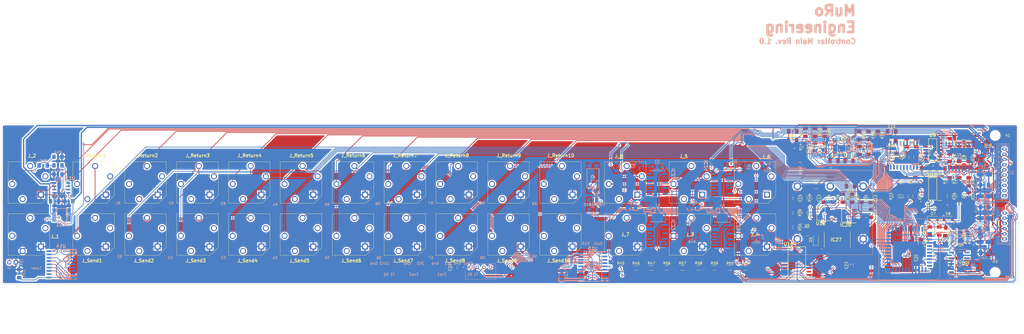
<source format=kicad_pcb>
(kicad_pcb (version 20211014) (generator pcbnew)
  (layers (0 "F.Cu" signal) (31 "B.Cu" signal) (34 "B.Paste" user) (35 "F.Paste" user) (36 "B.SilkS" user "B.Silkscreen") (37 "F.SilkS" user "F.Silkscreen") (38 "B.Mask" user) (39 "F.Mask" user) (44 "Edge.Cuts" user))
  (net 0 "")
  (net 1 "GND")
  (net 2 "/VSS_15V0")
  (net 3 "Net-(C5-Pad1)")
  (net 4 "Net-(C5-Pad2)")
  (net 5 "/SwitchMatrix/Out13")
  (net 6 "Net-(C6-Pad2)")
  (net 7 "/SwitchMatrix/Out14")
  (net 8 "Net-(C7-Pad2)")
  (net 9 "/SwitchMatrix/Out15")
  (net 10 "Net-(C8-Pad2)")
  (net 11 "/SwitchMatrix/Out16")
  (net 12 "Net-(C9-Pad2)")
  (net 13 "Net-(C10-Pad1)")
  (net 14 "/SwitchMatrix/In15")
  (net 15 "Net-(C11-Pad1)")
  (net 16 "/SwitchMatrix/In16")
  (net 17 "/out2")
  (net 18 "Net-(C12-Pad2)")
  (net 19 "Net-(C15-Pad1)")
  (net 20 "Net-(C15-Pad2)")
  (net 21 "Net-(C16-Pad1)")
  (net 22 "Net-(C16-Pad2)")
  (net 23 "/VDD_3V3")
  (net 24 "/VDD_5V0")
  (net 25 "Net-(D1-Pad2)")
  (net 26 "Net-(D2-Pad2)")
  (net 27 "Net-(D3-Pad2)")
  (net 28 "Net-(D4-Pad2)")
  (net 29 "/return10")
  (net 30 "/return9")
  (net 31 "/return8")
  (net 32 "/in")
  (net 33 "/return1")
  (net 34 "/return2")
  (net 35 "/return3")
  (net 36 "/return4")
  (net 37 "/return5")
  (net 38 "/return6")
  (net 39 "/return7")
  (net 40 "/send1")
  (net 41 "/send2")
  (net 42 "/send3")
  (net 43 "/SwitchMatrix/VDD5V0_i")
  (net 44 "Net-(C31-Pad2)")
  (net 45 "/send4")
  (net 46 "Net-(D6-Pad2)")
  (net 50 "/SCLK")
  (net 51 "/MOSI")
  (net 52 "/send5")
  (net 53 "/RCLK")
  (net 55 "/CS")
  (net 58 "/SwitchMatrix/RCLK_i")
  (net 59 "/SwitchMatrix/MOSI_i")
  (net 60 "/send6")
  (net 61 "/SwitchMatrix/SCLK_i")
  (net 67 "/EN_SPL")
  (net 68 "/send7")
  (net 69 "Net-(J_8-Pad5)")
  (net 70 "Net-(Q7-Pad1)")
  (net 71 "/Addr6")
  (net 72 "/Addr7")
  (net 75 "/send8")
  (net 83 "/send9")
  (net 85 "/send10")
  (net 86 "/out1")
  (net 87 "/Mixer1_phi")
  (net 88 "/Mixer1_gain")
  (net 89 "/Mixer2_gain")
  (net 91 "/Mixer2_phi")
  (net 92 "/Out2_phi")
  (net 93 "/Tuner")
  (net 95 "Net-(IC22-Pad3)")
  (net 104 "Net-(IC24-Pad3)")
  (net 105 "Net-(IC22-Pad4)")
  (net 110 "Net-(IC23-Pad4)")
  (net 114 "/SCL")
  (net 115 "/SDA")
  (net 116 "/INT")
  (net 117 "/expr1")
  (net 118 "/expr2")
  (net 124 "/LoopJacks/expr1_con")
  (net 125 "/LoopJacks/expr2_con")
  (net 131 "/LoopJacks/return1_con")
  (net 134 "/LoopJacks/return2_con")
  (net 137 "/LoopJacks/return3_con")
  (net 140 "/LoopJacks/return4_con")
  (net 143 "/LoopJacks/return5_con")
  (net 146 "/LoopJacks/return6_con")
  (net 149 "/LoopJacks/return7_con")
  (net 152 "/LoopJacks/return8_con")
  (net 155 "/LoopJacks/return9_con")
  (net 158 "/LoopJacks/return10_con")
  (net 160 "/LoopJacks/out1_con")
  (net 161 "/LoopJacks/out2_con")
  (net 163 "/LoopJacks/send1_con")
  (net 166 "/LoopJacks/send2_con")
  (net 169 "/LoopJacks/send3_con")
  (net 172 "/LoopJacks/send4_con")
  (net 175 "/LoopJacks/send5_con")
  (net 178 "/LoopJacks/send6_con")
  (net 181 "/LoopJacks/send7_con")
  (net 184 "/LoopJacks/send8_con")
  (net 187 "/LoopJacks/send9_con")
  (net 190 "/LoopJacks/send10_con")
  (net 192 "/Ctrl1")
  (net 193 "/Ctrl2")
  (net 194 "/Ctrl3")
  (net 195 "/Ctrl4")
  (net 196 "Net-(R1-Pad1)")
  (net 197 "Net-(IC24-Pad4)")
  (net 198 "Net-(R3-Pad1)")
  (net 199 "Net-(R5-Pad2)")
  (net 200 "Net-(R10-Pad2)")
  (net 201 "Net-(R12-Pad2)")
  (net 202 "Net-(R14-Pad2)")
  (net 203 "Net-(R19-Pad1)")
  (net 204 "Net-(R20-Pad1)")
  (net 205 "Net-(R36-Pad2)")
  (net 206 "Net-(R38-Pad2)")
  (net 207 "Net-(R39-Pad1)")
  (net 208 "Net-(R43-Pad2)")
  (net 209 "/I2C_Reset")
  (net 210 "Net-(R45-Pad2)")
  (net 211 "Net-(R46-Pad2)")
  (net 213 "/Mixer1_phi_n")
  (net 214 "Net-(IC17-Pad15)")
  (net 215 "Net-(U13-Pad6)")
  (net 216 "Net-(IC17-Pad3)")
  (net 217 "Net-(IC17-Pad11)")
  (net 218 "Net-(IC18-Pad2)")
  (net 219 "Net-(IC18-Pad7)")
  (net 222 "Net-(IC21-Pad11)")
  (net 224 "Net-(R5-Pad1)")
  (net 225 "Net-(R7-Pad1)")
  (net 226 "Net-(R7-Pad2)")
  (net 227 "Net-(R12-Pad1)")
  (net 228 "Net-(IC25-Pad4)")
  (net 229 "Net-(R1-Pad2)")
  (net 230 "Net-(IC18-Pad10)")
  (net 231 "Net-(R3-Pad2)")
  (net 232 "Net-(R9-Pad2)")
  (net 233 "Net-(R11-Pad1)")
  (net 236 "Net-(IC18-Pad15)")
  (net 237 "Net-(D5-Pad2)")
  (net 242 "/Outputs/Conn_Gnd")
  (net 243 "Net-(C31-Pad1)")
  (net 244 "Net-(IC19-Pad15)")
  (net 246 "Net-(IC19-Pad3)")
  (net 247 "Net-(IC19-Pad11)")
  (net 248 "Net-(IC20-Pad15)")
  (net 249 "Net-(IC20-Pad3)")
  (net 250 "Net-(IC20-Pad11)")
  (net 252 "Net-(R56-Pad2)")
  (net 253 "Net-(R57-Pad2)")
  (net 254 "Net-(R47-Pad2)")
  (net 258 "/Mixer2_phi_n")
  (net 259 "/Out2_phi_n")
  (net 260 "/VDD_15V0")
  (net 269 "Net-(R58-Pad2)")
  (footprint "MountingHole:MountingHole_3.2mm_M3" (layer "F.Cu") (at 398.019 183.5285)
    (fp_text reference "H2")
    (fp_text value "MountingHole")
  )
  (footprint "Capacitor_SMD:C_1206_3216Metric_Pad1.33x1.80mm_HandSolder" (layer "F.Cu") (at 350.144 154.9535 -90)
    (fp_text reference "C12")
    (fp_text value "22n")
  )
  (footprint "SamacSys_Parts:SOIC127P1030X265-18N" (layer "F.Cu") (at 321.544 179.391 180)
    (fp_text reference "U16")
    (fp_text value "MCP23009-E_SO" hide)
  )
  (footprint "SamacSys_Parts:ACJSMV5" (layer "F.Cu") (at 260.019 173.5285)
    (fp_text reference "J_7")
    (fp_text value "ACJS-MV-5" hide)
  )
  (footprint "SamacSys_Parts:ACJSMV5" (layer "F.Cu") (at 55.019 173.5285)
    (fp_text reference "J_Send1")
    (fp_text value "ACJS-MV-5" hide)
  )
  (footprint "Resistor_SMD:R_1206_3216Metric_Pad1.30x1.75mm_HandSolder" (layer "F.Cu") (at 387.8125 154.2255 90)
    (fp_text reference "R22")
    (fp_text value "4.7M")
  )
  (footprint "SamacSys_Parts:ACJSMV5" (layer "F.Cu") (at 175.019 173.5285)
    (fp_text reference "J_Send7")
    (fp_text value "ACJS-MV-5" hide)
  )
  (footprint "Resistor_SMD:R_1206_3216Metric_Pad1.30x1.75mm_HandSolder" (layer "F.Cu") (at 259.5 181.825)
    (fp_text reference "R46")
    (fp_text value "20k")
  )
  (footprint "Resistor_SMD:R_1206_3216Metric_Pad1.30x1.75mm_HandSolder" (layer "F.Cu") (at 349.15 130.675 -90)
    (fp_text reference "R10")
    (fp_text value "100k")
  )
  (footprint "Resistor_SMD:R_1206_3216Metric_Pad1.30x1.75mm_HandSolder" (layer "F.Cu") (at 324.85 135.175 90)
    (fp_text reference "R14")
    (fp_text value "100k")
  )
  (footprint "SamacSys_Parts:SOIC127P600X175-14N" (layer "F.Cu") (at 373.9125 136.275 180)
    (fp_text reference "U9")
    (fp_text value "TL074" hide)
  )
  (footprint "Resistor_SMD:R_1206_3216Metric_Pad1.30x1.75mm_HandSolder" (layer "F.Cu") (at 384.1625 133.475 90)
    (fp_text reference "R6")
    (fp_text value "33k")
  )
  (footprint "Resistor_SMD:R_1206_3216Metric_Pad1.30x1.75mm_HandSolder" (layer "F.Cu") (at 384.5 174.575)
    (fp_text reference "R66")
    (fp_text value "100k")
  )
  (footprint "Resistor_SMD:R_1206_3216Metric_Pad1.30x1.75mm_HandSolder" (layer "F.Cu") (at 335.644 154.891 -90)
    (fp_text reference "R38")
    (fp_text value "100k")
  )
  (footprint "Resistor_SMD:R_1206_3216Metric_Pad1.30x1.75mm_HandSolder" (layer "F.Cu") (at 339.244 154.891 90)
    (fp_text reference "R37")
    (fp_text value "100k")
  )
  (footprint "Resistor_SMD:R_1206_3216Metric_Pad1.30x1.75mm_HandSolder" (layer "F.Cu") (at 363.5625 148.5505 90)
    (fp_text reference "R4")
    (fp_text value "33k")
  )
  (footprint "SamacSys_Parts:SOIC127P600X175-8N" (layer "F.Cu") (at 338.775 135.2375 180)
    (fp_text reference "U10")
    (fp_text value "TL072" hide)
  )
  (footprint "Capacitor_SMD:C_1206_3216Metric_Pad1.33x1.80mm_HandSolder" (layer "F.Cu") (at 320.944 154.891 -90)
    (fp_text reference "C15")
    (fp_text value "1u")
  )
  (footprint "SamacSys_Parts:ACJSMV5" (layer "F.Cu") (at 30.019 153.5285)
    (fp_text reference "J_2")
    (fp_text value "ACJS-MV-5" hide)
  )
  (footprint "Resistor_SMD:R_1206_3216Metric_Pad1.30x1.75mm_HandSolder" (layer "F.Cu") (at 283.6 181.825)
    (fp_text reference "R58")
    (fp_text value "20k")
  )
  (footprint "MountingHole:MountingHole_3.2mm_M3" (layer "F.Cu") (at 398.019 130.7)
    (fp_text reference "H1")
    (fp_text value "MountingHole")
  )
  (footprint "SamacSys_Parts:ACJSMV5" (layer "F.Cu") (at 310.019 173.5285)
    (fp_text reference "J_4")
    (fp_text value "ACJS-MV-5" hide)
  )
  (footprint "SamacSys_Parts:ACJSMV5" (layer "F.Cu") (at 75.019 173.5285)
    (fp_text reference "J_Send2")
    (fp_text value "ACJS-MV-5" hide)
  )
  (footprint "SamacSys_Parts:ACJSMV5" (layer "F.Cu") (at 310.019 153.5285)
    (fp_text reference "J_6")
    (fp_text value "ACJS-MV-5" hide)
  )
  (footprint "Resistor_SMD:R_1206_3216Metric_Pad1.30x1.75mm_HandSolder" (layer "F.Cu") (at 383.75 179.525 -90)
    (fp_text reference "R62")
    (fp_text value "100k")
  )
  (footprint "SamacSys_Parts:ACJSMV5" (layer "F.Cu") (at 95.019 173.5285)
    (fp_text reference "J_Send3")
    (fp_text value "ACJS-MV-5" hide)
  )
  (footprint "SamacSys_Parts:SOP65P640X120-16N" (layer "F.Cu") (at 340.644 161.591 180)
    (fp_text reference "IC20")
    (fp_text value "TMUX6112PWR" hide)
  )
  (footprint "Diode_SMD:D_SOD-123" (layer "F.Cu") (at 374.1 162.875)
    (fp_text reference "D7")
    (fp_text value "1N5818")
  )
  (footprint "Resistor_SMD:R_1206_3216Metric_Pad1.30x1.75mm_HandSolder" (layer "F.Cu") (at 384.1625 148.5505 90)
    (fp_text reference "R2")
    (fp_text value "33k")
  )
  (footprint "Resistor_SMD:R_1206_3216Metric_Pad1.30x1.75mm_HandSolder" (layer "F.Cu") (at 378.75 170.875 -90)
    (fp_text reference "R63")
    (fp_text value "100k")
  )
  (footprint "Capacitor_SMD:C_1206_3216Metric_Pad1.33x1.80mm_HandSolder" (layer "F.Cu") (at 372.75 167.525 90)
    (fp_text reference "C19")
    (fp_text value "100n")
  )
  (footprint "Resistor_SMD:R_1206_3216Metric_Pad1.30x1.75mm_HandSolder" (layer "F.Cu") (at 367.2375 154.1255 -90)
    (fp_text reference "R27")
    (fp_text value "4.7M")
  )
  (footprint "Capacitor_SMD:C_1206_3216Metric_Pad1.33x1.80mm_HandSolder" (layer "F.Cu") (at 335.85 140.475)
    (fp_text reference "C24")
    (fp_text value "100n")
  )
  (footprint "Capacitor_SMD:C_1206_3216Metric_Pad1.33x1.80mm_HandSolder" (layer "F.Cu") (at 363.8625 139.075 90)
    (fp_text reference "C9")
    (fp_text value "22n")
  )
  (footprint "Resistor_SMD:R_1206_3216Metric_Pad1.30x1.75mm_HandSolder" (layer "F.Cu") (at 332.25 135.175 90)
    (fp_text reference "R20")
    (fp_text value "100k")
  )
  (footprint "SamacSys_Parts:SOIC127P600X175-14N" (layer "F.Cu") (at 373.9125 151.3005 180)
    (fp_text reference "U18")
    (fp_text value "TL074" hide)
  )
  (footprint "Resistor_SMD:R_1206_3216Metric_Pad1.30x1.75mm_HandSolder" (layer "F.Cu") (at 387.7625 148.575 -90)
    (fp_text reference "R9")
    (fp_text value "100k")
  )
  (footprint "Resistor_SMD:R_1206_3216Metric_Pad1.30x1.75mm_HandSolder" (layer "F.Cu") (at 352.75 136.475 -90)
    (fp_text reference "R11")
    (fp_text value "100k")
  )
  (footprint "SamacSys_Parts:ACJSMV5" (layer "F.Cu") (at 155.019 153.5285)
    (fp_text reference "J_Return6")
    (fp_text value "ACJS-MV-5" hide)
  )
  (footprint "Resistor_SMD:R_1206_3216Metric_Pad1.30x1.75mm_HandSolder" (layer "F.Cu") (at 345.55 130.675 -90)
    (fp_text reference "R15")
    (fp_text value "100k")
  )
  (footprint "Capacitor_SMD:C_1206_3216Metric_Pad1.33x1.80mm_HandSolder" (layer "F.Cu") (at 331.944 154.891 90)
    (fp_text reference "C14")
    (fp_text value "100n")
  )
  (footprint "SamacSys_Parts:ACJSMV5" (layer "F.Cu") (at 235.019 173.5285)
    (fp_text reference "J_Send10")
    (fp_text value "ACJS-MV-5" hide)
  )
  (footprint "SamacSys_Parts:ACJSMV5" (layer "F.Cu") (at 195.019 173.5285)
    (fp_text reference "J_Send8")
    (fp_text value "ACJS-MV-5" hide)
  )
  (footprint "Resistor_SMD:R_1206_3216Metric_Pad1.30x1.75mm_HandSolder" (layer "F.Cu") (at 380.4625 139.175 -90)
    (fp_text reference "R28")
    (fp_text value "4.7M")
  )
  (footprint "Resistor_SMD:R_1206_3216Metric_Pad1.30x1.75mm_HandSolder" (layer "F.Cu") (at 380.55 166.225 180)
    (fp_text reference "R65")
    (fp_text value "100k")
  )
  (footprint "Resistor_SMD:R_1206_3216Metric_Pad1.30x1.75mm_HandSolder" (layer "F.Cu") (at 387.7625 139.175 90)
    (fp_text reference "R24")
    (fp_text value "4.7M")
  )
  (footprint "Resistor_SMD:R_1206_3216Metric_Pad1.30x1.75mm_HandSolder" (layer "F.Cu") (at 359.6375 154.1755 90)
    (fp_text reference "R23")
    (fp_text value "4.7M")
  )
  (footprint "Resistor_SMD:R_1206_3216Metric_Pad1.30x1.75mm_HandSolder" (layer "F.Cu") (at 346.444 154.941 90)
    (fp_text reference "R35")
    (fp_text value "4.7M")
  )
  (footprint "Resistor_SMD:R_1206_3216Metric_Pad1.30x1.75mm_HandSolder" (layer "F.Cu") (at 380.4875 154.1505 -90)
    (fp_text reference "R26")
    (fp_text value "4.7M")
  )
  (footprint "Capacitor_SMD:C_1206_3216Metric_Pad1.33x1.80mm_HandSolder" (layer "F.Cu") (at 377.0625 143.375 180)
    (fp_text reference "C3")
    (fp_text value "100n")
  )
  (footprint "SamacSys_Parts:ACJSMV5" (layer "F.Cu") (at 30.019 173.5285)
    (fp_text reference "J_1")
    (fp_text value "ACJS-MV-5" hide)
  )
  (footprint "Resistor_SMD:R_1206_3216Metric_Pad1.30x1.75mm_HandSolder" (layer "F.Cu") (at 301.7 181.825)
    (fp_text reference "R61")
    (fp_text value "10k")
  )
  (footprint "Resistor_SMD:R_1206_3216Metric_Pad1.30x1.75mm_HandSolder" (layer "F.Cu") (at 342.244 150.291 180)
    (fp_text reference "R21")
    (fp_text value "2.35k")
  )
  (footprint "Package_TO_SOT_SMD:SOT-23" (layer "F.Cu") (at 387.25 182.075)
    (fp_text reference "Q6")
    (fp_text value "2N7002")
  )
  (footprint "Resistor_SMD:R_1206_3216Metric_Pad1.30x1.75mm_HandSolder" (layer "F.Cu") (at 271.4 181.825)
    (fp_text reference "R56")
    (fp_text value "20k")
  )
  (footprint "Resistor_SMD:R_1206_3216Metric_Pad1.30x1.75mm_HandSolder" (layer "F.Cu") (at 387.7625 133.475 90)
    (fp_text reference "R12")
    (fp_text value "100k")
  )
  (footprint "SamacSys_Parts:ACJSMV5" (layer "F.Cu") (at 285.019 173.5285)
    (fp_text reference "J_3")
    (fp_text value "ACJS-MV-5" hide)
  )
  (footprint "Resistor_SMD:R_1206_3216Metric_Pad1.30x1.75mm_HandSolder" (layer "F.Cu") (at 380.4625 148.5505 90)
    (fp_text reference "R1")
    (fp_text value "33k")
  )
  (footprint "SamacSys_Parts:ACJSMV5" (layer "F.Cu") (at 285.019 153.5285)
    (fp_text reference "J_5")
    (fp_text value "ACJS-MV-5" hide)
  )
  (footprint "Resistor_SMD:R_1206_3216Metric_Pad1.30x1.75mm_HandSolder" (layer "F.Cu") (at 277.4 181.825)
    (fp_text reference "R57")
    (fp_text value "20k")
  )
  (footprint "Resistor_SMD:R_1206_3216Metric_Pad1.30x1.75mm_HandSolder" (layer "F.Cu") (at 367.2375 148.5505 90)
    (fp_text reference "R3")
    (fp_text value "33k")
  )
  (footprint "Capacitor_SMD:C_1206_3216Metric_Pad1.33x1.80mm_HandSolder" (layer "F.Cu") (at 328.244 154.891 -90)
    (fp_text reference "C13")
    (fp_text value "100n")
  )
  (footprint "Resistor_SMD:R_1206_3216Metric_Pad1.30x1.75mm_HandSolder" (layer "F.Cu") (at 320.944 166.091 -90)
    (fp_text reference "R55")
    (fp_text value "100k")
  )
  (footprint "SamacSys_Parts:ACJSMV5" (layer "F.Cu") (at 135.019 173.5285)
    (fp_text reference "J_Send5")
    (fp_text value "ACJS-MV-5" hide)
  )
  (footprint "Capacitor_SMD:C_1206_3216Metric_Pad1.33x1.80mm_HandSolder" (layer "F.Cu") (at 384.2125 154.2005 90)
    (fp_text reference "C6")
    (fp_text value "22n")
  )
  (footprint "Capacitor_SMD:C_1206_3216Metric_Pad1.33x1.80mm_HandSolder" (layer "F.Cu") (at 363.5375 154.1505 90)
    (fp_text reference "C7")
    (fp_text value "22n")
  )
  (footprint "SamacSys_Parts:ACJSMV5" (layer "F.Cu") (at 55.019 153.5285)
    (fp_text reference "J_Return1")
    (fp_text value "ACJS-MV-5" hide)
  )
  (footprint "Capacitor_SMD:C_1206_3216Metric_Pad1.33x1.80mm_HandSolder" (layer "F.Cu") (at 342.444 180.791 90)
    (fp_text reference "C23")
    (fp_text value "100n")
  )
  (footprint "Resistor_SMD:R_1206_3216Metric_Pad1.30x1.75mm_HandSolder" (layer "F.Cu") (at 376.45 167.525 90)
    (fp_text reference "R64")
    (fp_text value "100k")
  )
  (footprint "Capacitor_SMD:C_1206_3216Metric_Pad1.33x1.80mm_HandSolder" (layer "F.Cu") (at 384.1625 139.175 90)
    (fp_text reference "C8")
    (fp_text value "22n")
  )
  (footprint "SamacSys_Parts:ACJSMV5" (layer "F.Cu") (at 115.019 153.5285)
    (fp_text reference "J_Return4")
    (fp_text value "ACJS-MV-5" hide)
  )
  (footprint "Resistor_SMD:R_1206_3216Metric_Pad1.30x1.75mm_HandSolder" (layer "F.Cu") (at 332.25 129.475 -90)
    (fp_text reference "R16")
    (fp_text value "100k")
  )
  (footprint "Resistor_SMD:R_1206_3216Metric_Pad1.30x1.75mm_HandSolder" (layer "F.Cu") (at 328.55 135.175 90)
    (fp_text reference "R18")
    (fp_text value "100k")
  )
  (footprint "Capacitor_SMD:C_1206_3216Metric_Pad1.33x1.80mm_HandSolder" (layer "F.Cu") (at 341.65 140.475)
    (fp_text reference "C25")
    (fp_text value "100n")
  )
  (footprint "Resistor_SMD:R_1206_3216Metric_Pad1.30x1.75mm_HandSolder" (layer "F.Cu") (at 345.55 136.475 90)
    (fp_text reference "R19")
    (fp_text value "100k")
  )
  (footprint "Resistor_SMD:R_1206_3216Metric_Pad1.30x1.75mm_HandSolder" (layer "F.Cu") (at 380.4625 133.475 90)
    (fp_text reference "R5")
    (fp_text value "33k")
  )
  (footprint "SamacSys_Parts:ACJSMV5" (layer "F.Cu") (at 260.019 153.5285)
    (fp_text reference "J_8")
    (fp_text value "ACJS-MV-5" hide)
  )
  (footprint "Diode_SMD:D_SOD-123" (layer "F.Cu") (at 379.85 162.875)
    (fp_text reference "D8")
    (fp_text value "1N5818")
  )
  (footprint "Resistor_SMD:R_1206_3216Metric_Pad1.30x1.75mm_HandSolder" (layer "F.Cu") (at 359.9625 139.075 90)
    (fp_text reference "R25")
    (fp_text value "4.7M")
  )
  (footprint "Resistor_SMD:R_1206_3216Metric_Pad1.30x1.75mm_HandSolder" (layer "F.Cu") (at 295.7 181.825)
    (fp_text reference "R60")
    (fp_text value "20k")
  )
  (footprint "Capacitor_SMD:C_1206_3216Metric_Pad1.33x1.80mm_HandSolder" (layer "F.Cu") (at 358.1 129.125)
    (fp_text reference "C10")
    (fp_text value "1u")
  )
  (footprint "Capacitor_SMD:C_1206_3216Metric_Pad1.33x1.80mm_HandSolder" (layer "F.Cu") (at 319.95 129.125 180)
    (fp_text reference "C11")
    (fp_text value "1u")
  )
  (footprint "Resistor_SMD:R_1206_3216Metric_Pad1.30x1.75mm_HandSolder" (layer "F.Cu") (at 352.75 130.675 90)
    (fp_text reference "R30")
    (fp_text value "100")
  )
  (footprint "Resistor_SMD:R_1206_3216Metric_Pad1.30x1.75mm_HandSolder" (layer "F.Cu") (at 319.85 132.625)
    (fp_text reference "R33")
    (fp_text value "100k")
  )
  (footprint "Resistor_SMD:R_1206_3216Metric_Pad1.30x1.75mm_HandSolder" (layer "F.Cu") (at 363.8625 133.475 90)
    (fp_text reference "R8")
    (fp_text value "33k")
  )
  (footprint "Resistor_SMD:R_1206_3216Metric_Pad1.30x1.75mm_HandSolder" (layer "F.Cu") (at 324.544 154.891 90)
    (fp_text reference "R40")
    (fp_text value "100")
  )
  (footprint "Resistor_SMD:R_1206_3216Metric_Pad1.30x1.75mm_HandSolder" (layer "F.Cu") (at 324.85 129.475 90)
    (fp_text reference "R31")
    (fp_text value "100")
  )
  (footprint "Resistor_SMD:R_1206_3216Metric_Pad1.30x1.75mm_HandSolder" (layer "F.Cu") (at 395.244 136.2625)
    (fp_text reference "R48")
    (fp_text value "100k")
  )
  (footprint "Resistor_SMD:R_1206_3216Metric_Pad1.30x1.75mm_HandSolder" (layer "F.Cu") (at 328.55 129.475 -90)
    (fp_text reference "R13")
    (fp_text value "100k")
  )
  (footprint "Capacitor_SMD:C_1206_3216Metric_Pad1.33x1.80mm_HandSolder" (layer "F.Cu") (at 329.044 150.291)
    (fp_text reference "C5")
    (fp_text value "2.2n")
  )
  (footprint "Package_TO_SOT_SMD:SOT-23" (layer "F.Cu") (at 325.544 167.891)
    (fp_text reference "Q5")
    (fp_text value "2N7002")
  )
  (footprint "Resistor_SMD:R_1206_3216Metric_Pad1.30x1.75mm_HandSolder" (layer "F.Cu") (at 349.15 136.475 90)
    (fp_text reference "R17")
    (fp_text value "100k")
  )
  (footprint "Resistor_SMD:R_1206_3216Metric_Pad1.30x1.75mm_HandSolder" (layer "F.Cu") (at 253.6 181.825)
    (fp_text reference "R45")
    (fp_text value "10k")
  )
  (footprint "SamacSys_Parts:ACJSMV5" (layer "F.Cu") (at 195.019 153.5285)
    (fp_text reference "J_Return8")
    (fp_text value "ACJS-MV-5" hide)
  )
  (footprint "SamacSys_Parts:ACJSMV5" (layer "F.Cu") (at 75.019 153.5285)
    (fp_text reference "J_Return2")
    (fp_text value "ACJS-MV-5" hide)
  )
  (footprint "Resistor_SMD:R_1206_3216Metric_Pad1.30x1.75mm_HandSolder" (layer "F.Cu") (at 265.4 181.825)
    (fp_text reference "R47")
    (fp_text value "20k")
  )
  (footprint "SamacSys_Parts:ACJSMV5" (layer "F.Cu") (at 215.019 153.5285)
    (fp_text reference "J_Return9")
    (fp_text value "ACJS-MV-5" hide)
  )
  (footprint "Resistor_SMD:R_1206_3216Metric_Pad1.30x1.75mm_HandSolder" (layer "F.Cu") (at 350.144 160.691 -90)
    (fp_text reference "R34")
    (fp_text value "4.7M")
  )
  (footprint "Resistor_SMD:R_1206_3216Metric_Pad1.30x1.75mm_HandSolder" (layer "F.Cu") (at 289.7 181.825)
    (fp_text reference "R59")
    (fp_text value "20k")
  )
  (footprint "SamacSys_Parts:ACJSMV5" (layer "F.Cu") (at 155.019 173.5285)
    (fp_text reference "J_Send6")
    (fp_text value "ACJS-MV-5" hide)
  )
  (footprint "Diode_SMD:D_SOD-123" (layer "F.Cu") (at 328.844 170.891 90)
    (fp_text reference "D5")
    (fp_text value "1N4148")
  )
  (footprint "SamacSys_Parts:ACJSMV5" (layer "F.Cu") (at 115.019 173.5285)
    (fp_text reference "J_Send4")
    (fp_text value "ACJS-MV-5" hide)
  )
  (footprint "SamacSys_Parts:ACJSMV5" (layer "F.Cu") (at 175.019 153.5285)
    (fp_text reference "J_Return7")
    (fp_text value "ACJS-MV-5" hide)
  )
  (footprint "Capacitor_SMD:C_1206_3216Metric_Pad1.33x1.80mm_HandSolder" (layer "F.Cu") (at 384.4 169.675 -90)
    (fp_text reference "C26")
    (fp_text value "100n")
  )
  (footprint "Resistor_SMD:R_1206_3216Metric_Pad1.30x1.75mm_HandSolder" (layer "F.Cu") (at 367.5625 139.075 -90)
    (fp_text reference "R29")
    (fp_text value "4.7M")
  )
  (footprint "SamacSys_Parts:ACJSMV5" (layer "F.Cu") (at 215.019 173.5285)
    (fp_text reference "J_Send9")
    (fp_text value "ACJS-MV-5" hide)
  )
  (footprint "Capacitor_SMD:C_1206_3216Metric_Pad1.33x1.80mm_HandSolder" (layer "F.Cu") (at 369.3 177.9625 90)
    (fp_text reference "C20")
    (fp_text value "100n")
  )
  (footprint "Resistor_SMD:R_1206_3216Metric_Pad1.30x1.75mm_HandSolder" (layer "F.Cu") (at 358.1 132.875 180)
    (fp_text reference "R32")
    (fp_text value "100k")
  )
  (footprint "Resistor_SMD:R_1206_3216Metric_Pad1.30x1.75mm_HandSolder" (layer "F.Cu") (at 367.5625 133.475 90)
    (fp_text reference "R7")
    (fp_text value "33k")
  )
  (footprint "Capacitor_SMD:C_1206_3216Metric_Pad1.33x1.80mm_HandSolder" (layer "F.Cu") (at 189.6 181.5625 90)
    (fp_text reference "C31")
    (fp_text value "1u")
  )
  (footprint "Resistor_SMD:R_1206_3216Metric_Pad1.30x1.75mm_HandSolder" (layer "F.Cu") (at 320.944 160.491 -90)
    (fp_text reference "R41")
    (fp_text value "100k")
  )
  (footprint "SamacSys_Parts:14620394" (layer "F.Cu") (at 337.144 170.891)
    (fp_text reference "IC27")
    (fp_text value "1462039-4" hide)
  )
  (footprint "SamacSys_Parts:SOIC127P600X175-8N" (layer "F.Cu") (at 330.844 160.991 180)
    (fp_text reference "U12")
    (fp_text value "TL072" hide)
  )
  (footprint "SamacSys_Parts:ACJSMV5" (layer "F.Cu") (at 95.019 153.5285)
    (fp_text reference "J_Return3")
    (fp_text value "ACJS-MV-5" hide)
  )
  (footprint "SamacSys_Parts:ACJSMV5" (layer "F.Cu") (at 135.019 153.5285)
    (fp_text reference "J_Return5")
    (fp_text value "ACJS-MV-5" hide)
  )
  (footprint "Capacitor_SMD:C_1206_3216Metric_Pad1.33x1.80mm_HandSolder" (layer "F.Cu") (at 369.3 172.375 -90)
    (fp_text reference "C30")
    (fp_text value "100n")
  )
  (footprint "SamacSys_Parts:ACJSMV5" (layer "F.Cu") (at 235.019 153.5285)
    (fp_text reference "J_Return10")
    (fp_text value "ACJS-MV-5" hide)
  )
  (footprint "Resistor_SMD:R_1206_3216Metric_Pad1.30x1.75mm_HandSolder" (layer "F.Cu") (at 324.544 160.491 90)
    (fp_text reference "R39")
    (fp_text value "100k")
  )
  (footprint "Resistor_SMD:R_1206_3216Metric_Pad1.30x1.75mm_HandSolder" (layer "F.Cu") (at 342.844 154.891 90)
    (fp_text reference "R36")
    (fp_text value "100k")
  )
  (footprint "Capacitor_SMD:C_1206_3216Metric_Pad1.33x1.80mm_HandSolder" (layer "F.Cu") (at 371.2625 143.375 180)
    (fp_text reference "C4")
    (fp_text value "100n")
  )
  (footprint "Resistor_SMD:R_1206_3216Metric_Pad1.30x1.75mm_HandSolder" (layer "B.Cu") (at 242.85 155.625)
    (fp_text reference "R68")
    (fp_text value "680")
  )
  (footprint "Resistor_SMD:R_1206_3216Metric_Pad1.30x1.75mm_HandSolder" (layer "B.Cu") (at 257.744 158.391 180)
    (fp_text reference "R50")
    (fp_text value "100k")
  )
  (footprint "Connector_JST:JST_PH_B10B-PH-K_1x10_P2.00mm_Vertical" (layer "B.Cu") (at 401.594 153.95 90)
    (fp_text reference "J2")
    (fp_text value "Conn_01x10")
  )
  (footprint "SamacSys_Parts:SOP65P640X120-16N" (layer "B.Cu") (at 337.925 135.225 -90)
    (fp_text reference "IC18")
    (fp_text value "TMUX6112PWR" hide)
  )
  (footprint "SamacSys_Parts:SOP65P640X120-16N" (layer "B.Cu") (at 329.825 135.325 -90)
    (fp_text reference "IC17")
    (fp_text value "TMUX6112PWR" hide)
  )
  (footprint "Capacitor_SMD:C_1206_3216Metric_Pad1.33x1.80mm_HandSolder" (layer "B.Cu") (at 393.694 166.825 180)
    (fp_text reference "C_Spl3")
    (fp_text value "100n")
  )
  (footprint "Capacitor_SMD:C_Elec_4x5.4" (layer "B.Cu") (at 393.944 162.6 180)
    (fp_text reference "C_Spl6")
    (fp_text value "10u")
  )
  (footprint "Capacitor_SMD:C_Elec_4x5.4" (layer "B.Cu") (at 393.894 171.725 180)
    (fp_text reference "C_Spl8")
    (fp_text value "10u")
  )
  (footprint "Resistor_SMD:R_1206_3216Metric_Pad1.30x1.75mm_HandSolder" (layer "B.Cu") (at 36.594 142.241)
    (fp_text reference "R43")
    (fp_text value "100")
  )
  (footprint "Capacitor_SMD:C_1206_3216Metric_Pad1.33x1.80mm_HandSolder" (layer "B.Cu") (at 393.969 158.296051 180)
    (fp_text reference "C_Spl2")
    (fp_text value "100n")
  )
  (footprint "Diode_SMD:D_SOD-123" (layer "B.Cu") (at 267.819 159.6535 180)
    (fp_text reference "D1")
    (fp_text value "1N4148")
  )
  (footprint "SamacSys_Parts:14620394" (layer "B.Cu") (at 384.15 179.625 90)
    (fp_text reference "IC1")
    (fp_text value "1462039-4" hide)
  )
  (footprint "SamacSys_Parts:SOP65P640X120-14N" (layer "B.Cu") (at 384.35 169.775 180)
    (fp_text reference "IC2")
    (fp_text value "TXU0104PWR" hide)
  )
  (footprint "Capacitor_SMD:C_1206_3216Metric_Pad1.33x1.80mm_HandSolder" (layer "B.Cu") (at 371.6 139.125 90)
    (fp_text reference "C_U9")
    (fp_text value "100n")
  )
  (footprint "Package_TO_SOT_SMD:SOT-23" (layer "B.Cu") (at 287.444 158.491 -90)
    (fp_text reference "Q4")
    (fp_text value "2N7002")
  )
  (footprint "Lehle_Transformer:Lehle_MZ_P" (layer "B.Cu") (at 334.419 160.4285 180)
    (fp_text reference "T1")
    (fp_text value "Lehle_MZ_P")
  )
  (footprint "Capacitor_SMD:C_1206_3216Metric_Pad1.33x1.80mm_HandSolder" (layer "B.Cu") (at 392.6 140.125 90)
    (fp_text reference "C_U11")
    (fp_text value "100n")
  )
  (footprint "Resistor_SMD:R_1206_3216Metric_Pad1.30x1.75mm_HandSolder" (layer "B.Cu") (at 242.85 159.375)
    (fp_text reference "R67")
    (fp_text value "100k")
  )
  (footprint "Capacitor_SMD:C_1206_3216Metric_Pad1.33x1.80mm_HandSolder" (layer "B.Cu") (at 230.85 184.525 90)
    (fp_text reference "C22")
    (fp_text value "100n")
  )
  (footprint "Resistor_SMD:R_1206_3216Metric_Pad1.30x1.75mm_HandSolder" (layer "B.Cu") (at 251.85 142.875 90)
    (fp_text reference "R51")
    (fp_text value "100k")
  )
  (footprint "Package_LCC:PLCC-44_SMD-Socket" (layer "B.Cu") (at 364.85 174.625 90)
    (fp_text reference "IC3")
    (fp_text value "AD75019JPZ")
  )
  (footprint "Capacitor_SMD:C_Elec_4x5.4" (layer "B.Cu") (at 393.844 145.725 180)
    (fp_text reference "C_Spl4")
    (fp_text value "10u")
  )
  (footprint "Capacitor_SMD:C_1206_3216Metric_Pad1.33x1.80mm_HandSolder" (layer "B.Cu") (at 393.969 175.796051 180)
    (fp_text reference "C_Spl7")
    (fp_text value "100n")
  )
  (footprint "Package_TO_SOT_SMD:SOT-23" (layer "B.Cu") (at 263.144 158.391 -90)
    (fp_text reference "Q1")
    (fp_text value "2N7002")
  )
  (footprint "SamacSys_Parts:SOP254P1030X390-4N" (layer "B.Cu") (at 242.9 147.175 90)
    (fp_text reference "Q7")
    (fp_text value "EL817S1_A__TU_-F" hide)
  )
  (footprint "Capacitor_SMD:C_1206_3216Metric_Pad1.33x1.80mm_HandSolder" (layer "B.Cu") (at 35.294 156.066 180)
    (fp_text reference "C17")
    (fp_text value "100n")
  )
  (footprint "SamacSys_Parts:SOIC127P1030X265-18N" (layer "B.Cu") (at 242.844 181.191)
    (fp_text reference "U15")
    (fp_text value "MCP23009-E_SO" hide)
  )
  (footprint "SamacSys_Parts:SOIC127P1030X265-18N" (layer "B.Cu") (at 384.15 138.725 90)
    (fp_text reference "U1")
    (fp_text value "MCP23009-E_SO" hide)
  )
  (footprint "Capacitor_SMD:C_1206_3216Metric_Pad1.33x1.80mm_HandSolder" (layer "B.Cu") (at 40.769 156.066 180)
    (fp_text reference "C18")
    (fp_text value "100n")
  )
  (footprint "Diode_SMD:D_SOD-123" (layer "B.Cu") (at 296.069 142.225 180)
    (fp_text reference "D3")
    (fp_text value "1N4148")
  )
  (footprint "Connector_PinSocket_2.54mm:PinSocket_1x02_P2.54mm_Vertical" (layer "B.Cu") (at 20.39 179.625 90)
    (fp_text reference "J24")
    (fp_text value "Conn_01x02")
  )
  (footprint "Package_TO_SOT_SMD:SOT-23" (layer "B.Cu") (at 300.544 142.991 -90)
    (fp_text reference "Q3")
    (fp_text value "2N7002")
  )
  (footprint "SamacSys_Parts:SOIC127P1030X265-18N" (layer "B.Cu") (at 362.8 138.275 90)
    (fp_text reference "U2")
    (fp_text value "MCP23009-E_SO" hide)
  )
  (footprint "Capacitor_SMD:C_Elec_4x5.4" (layer "B.Cu") (at 393.944 154.125)
    (fp_text reference "C_Spl5")
    (fp_text value "10u")
  )
  (footprint "SamacSys_Parts:SOP65P640X120-16N" (layer "B.Cu") (at 346.225 135.225 -90)
    (fp_text reference "IC19")
    (fp_text value "TMUX6112PWR" hide)
  )
  (footprint "Diode_SMD:D_SOD-123" (layer "B.Cu") (at 391.15 181.025 -90)
    (fp_text reference "D6")
    (fp_text value "1N4148")
  )
  (footprint "SamacSys_Parts:TBA1" (layer "B.Cu") (at 195.75 181.525)
    (fp_text reference "PS1")
    (fp_text value "TBA_1-0310" hide)
  )
  (footprint "Resistor_SMD:R_1206_3216Metric_Pad1.30x1.75mm_HandSolder" (layer "B.Cu") (at 36.594 138.916 180)
    (fp_text reference "R44")
    (fp_text value "100k")
  )
  (footprint "Resistor_SMD:R_1206_3216Metric_Pad1.30x1.75mm_HandSolder" (layer "B.Cu") (at 281.744 158.391 180)
    (fp_text reference "R53")
    (fp_text value "100k")
  )
  (footprint "Diode_SMD:D_SOD-123" (layer "B.Cu") (at 292.719 159.7285 180)
    (fp_text reference "D4")
    (fp_text value "1N4148")
  )
  (footprint "Capacitor_SMD:C_1206_3216Metric_Pad1.33x1.80mm_HandSolder" (layer "B.Cu") (at 393.850143 149.796051 180)
    (fp_text reference "C_Spl1")
    (fp_text value "100n")
  )
  (footprint "Connector_JST:JST_PH_B6B-PH-K_1x06_P2.00mm_Vertical" (layer "B.Cu") (at 401.619 170.625 90)
    (fp_text reference "J1")
    (fp_text value "Conn_01x06")
  )
  (footprint "Capacitor_SMD:C_1206_3216Metric_Pad1.33x1.80mm_HandSolder" (layer "B.Cu") (at 21.644 183.9535 90)
    (fp_text reference "C21")
    (fp_text value "100n")
  )
  (footprint "SamacSys_Parts:SOP65P640X120-16N" (layer "B.Cu") (at 38.006 161.366 180)
    (fp_text reference "IC21")
    (fp_text value "TMUX6112PWR" hide)
  )
  (footprint "SamacSys_Parts:14620394" (layer "B.Cu") (at 267.769 149.3285 -90)
    (fp_text reference "IC23")
    (fp_text value "1462039-4" hide)
  )
  (footprint "SamacSys_Parts:14620394" (layer "B.Cu") (at 267.794 168.9785 -90)
    (fp_text reference "IC22")
    (fp_text value "1462039-4" hide)
  )
  (footprint "SamacSys_Parts:SOIC127P1030X265-18N" (layer "B.Cu") (at 37.744 180.391)
    (fp_text reference "U14")
    (fp_text value "MCP23009-E_SO" hide)
  )
  (footprint "Resistor_SMD:R_1206_3216Metric_Pad1.30x1.75mm_HandSolder" (layer "B.Cu") (at 281.144 169.891)
    (fp_text reference "R49")
    (fp_text value "100k")
  )
  (footprint "Diode_SMD:D_SOD-123" (layer "B.Cu") (at 267.65 142.675 180)
    (fp_text reference "D2")
    (fp_text value "1N4148")
  )
  (footprint "SamacSys_Parts:14620394" (layer "B.Cu") (at 292.544 149.3535 -90)
    (fp_text reference "IC24")
    (fp_text value "1462039-4" hide)
  )
  (footprint "SamacSys_Parts:SOIC127P600X175-8N" (layer "B.Cu") (at 37.894 150.916 180)
    (fp_text reference "U13")
    (fp_text value "TL072" hide)
  )
  (footprint "Resistor_SMD:R_1206_3216Metric_Pad1.30x1.75mm_HandSolder" (layer "B.Cu") (at 310.25 142.475)
    (fp_text reference "R52")
    (fp_text value "100k")
  )
  (footprint "Resistor_SMD:R_1206_3216Metric_Pad1.30x1.75mm_HandSolder" (layer "B.Cu") (at 36.594 145.666)
    (fp_text reference "R42")
    (fp_text value "10M")
  )
  (footprint "Package_TO_SOT_SMD:SOT-23" (layer "B.Cu") (at 260.744 142.375 -90)
    (fp_text reference "Q2")
    (fp_text value "2N7002")
  )
  (footprint "Resistor_SMD:R_1206_3216Metric_Pad1.30x1.75mm_HandSolder" (layer "B.Cu") (at 305.944 170.091)
    (fp_text reference "R54")
    (fp_text value "100k")
  )
  (footprint "Capacitor_SMD:C_1206_3216Metric_Pad1.33x1.80mm_HandSolder" (layer "B.Cu") (at 30.894 142.266 180)
    (fp_text reference "C16")
    (fp_text value "1u")
  )
  (footprint "SamacSys_Parts:14620394" (layer "B.Cu") (at 292.869 169.1785 -90)
    (fp_text reference "IC25")
    (fp_text value "1462039-4" hide)
  )
  (gr_arc (start 14.85 127.2965) (mid 15.142893 126.589393) (end 15.85 126.2965) (layer "Edge.Cuts") (width 0.1))
  (gr_arc (start 15.85 188.125) (mid 15.142893 187.832107) (end 14.85 187.125) (layer "Edge.Cuts") (width 0.1))
  (gr_line (start 14.85 187.125) (end 14.85 127.2965) (layer "Edge.Cuts") (width 0.1))
  (gr_arc (start 406.85 187.125) (mid 406.557107 187.832107) (end 405.85 188.125) (layer "Edge.Cuts") (width 0.1))
  (gr_arc (start 405.85 126.2965) (mid 406.557107 126.589393) (end 406.85 127.2965) (layer "Edge.Cuts") (width 0.1))
  (gr_line (start 15.85 126.2965) (end 405.85 126.2965) (layer "Edge.Cuts") (width 0.1))
  (gr_line (start 406.85 127.2965) (end 406.85 187.125) (layer "Edge.Cuts") (width 0.1))
  (gr_line (start 405.85 188.125) (end 15.85 188.125) (layer "Edge.Cuts") (width 0.1))
  (gr_text "R9" (at 220.35 157.075) (layer "B.SilkS") (effects (font (size 1 1)) (justify mirror)))
  (gr_text "R1" (at 195.3 184.325) (layer "B.SilkS") (effects (font (size 1 1)) (justify mirror)))
  (gr_text "R3" (at 100.35 157.075) (layer "B.SilkS") (effects (font (size 1 1)) (justify mirror)))
  (gr_text "S4" (at 120.3 177.875) (layer "B.SilkS") (effects (font (size 1 1)) (justify mirror)))
  (gr_text "Ctrl1 Gnd" (at 192.9 179.975) (layer "B.SilkS") (effects (font (size 1 1)) (justify mirror)))
  (gr_text "R5" (at 140.35 157.325) (layer "B.SilkS") (effects (font (size 1 1)) (justify mirror)))
  (gr_text "R10" (at 240.8 157.325) (layer "B.SilkS") (effects (font (size 1 1)) (justify mirror)))
  (gr_text "S1" (at 60.35 177.325) (layer "B.SilkS") (effects (font (size 1 1)) (justify mirror)))
  (gr_text "S6" (at 160.35 177.825) (layer "B.SilkS") (effects (font (size 1 1)) (justify mirror)))
  (gr_text "S7" (at 180.4 177.825) (layer "B.SilkS") (effects (font (size 1 1)) (justify mirror)))
  (gr_text "T2" (at 165.7 184.325) (layer "B.SilkS") (effects (font (size 1 1)) (justify mirror)))
  (gr_text "S10" (at 240.15 172.325) (layer "B.SilkS") (effects (font (size 1 1)) (justify mirror)))
  (gr_text "R6" (at 159.85 157.075) (layer "B.SilkS") (effects (font (size 1 1)) (justify mirror)))
  (gr_text "R4" (at 120.35 157.375) (layer "B.SilkS") (effects (font (size 1 1)) (justify mirror)))
  (gr_text "R2" (at 80.3 156.825) (layer "B.SilkS") (effects (font (size 1 1)) (justify mirror)))
  (gr_text "Gnd" (at 171.35 180.025) (layer "B.SilkS") (effects (font (size 1 1)) (justify mirror)))
  (gr_text "In" (at 17.75 181.875) (layer "B.SilkS") (effects (font (size 1 1)) (justify mirror)))
  (gr_text "S8" (at 200.35 177.825) (layer "B.SilkS") (effects (font (size 1 1)) (justify mirror)))
  (gr_text "S3" (at 100.4 177.825) (layer "B.SilkS") (effects (font (size 1 1)) (justify mirror)))
  (gr_text "Out1" (at 244.8 172.375) (layer "B.SilkS") (effects (font (size 1 1)) (justify mirror)))
  (gr_text "R7" (at 180.35 156.825) (layer "B.SilkS") (effects (font (size 1 1)) (justify mirror)))
  (gr_text "S9" (at 220.35 177.325) (layer "B.SilkS") (effects (font (size 1 1)) (justify mirror)))
  (gr_text "3V3" (at 176.4 180.025) (layer "B.SilkS") (effects (font (size 1 1)) (justify mirror)))
  (gr_text "Gnd" (at 182.1 180.025) (layer "B.SilkS") (effects (font (size 1 1)) (justify mirror)))
  (gr_text "3V3" (at 187.15 180.025) (layer "B.SilkS") (effects (font (size 1 1)) (justify mirror)))
  (gr_text "R1" (at 59.75 156.825) (layer "B.SilkS") (effects (font (size 1 1)) (justify mirror)))
  (gr_text "R8" (at 200.35 156.825) (layer "B.SilkS") (effects (font (size 1 1)) (justify mirror)))
  (gr_text "Out2" (at 245.85 157.325) (layer "B.SilkS") (effects (font (size 1 1)) (justify mirror)))
  (gr_text "T1" (at 197.8 184.275) (layer "B.SilkS") (effects (font (size 1 1)) (justify mirror)))
  (gr_text "S2" (at 79.85 177.825) (layer "B.SilkS") (effects (font (size 1 1)) (justify mirror)))
  (gr_text "Exp1" (at 184.55 184.225) (layer "B.SilkS") (effects (font (size 1 1)) (justify mirror)))
  (gr_text "Tuner" (at 28.25 181.875) (layer "B.SilkS") (effects (font (size 1 1)) (justify mirror)))
  (gr_text "Exp2" (at 173.8 184.225) (layer "B.SilkS") (effects (font (size 1 1)) (justify mirror)))
  (gr_text "S5" (at 140.4 177.825) (layer "B.SilkS") (effects (font (size 1 1)) (justify mirror)))
  (gr_text "Controller Main Rev. 1.0" (at 325.6 94.375) (layer "B.SilkS") (effects (font (size 2 2) (thickness 0.5)) (justify mirror)))
  (gr_text "R2" (at 163.1 184.325) (layer "B.SilkS") (effects (font (size 1 1)) (justify mirror)))
  (gr_text "MuRo\nEngineering" (at 344.8 85.775) (layer "B.SilkS") (effects (font (size 4 4) (thickness 1)) (justify left mirror)))
  (gr_text "Ctrl2 Gnd" (at 160.6 180.025) (layer "B.SilkS") (effects (font (size 1 1)) (justify mirror)))
  (segment (start 380.4875 155.7005) (end 380.4875 156.5875) (width 0.25) (layer "F.Cu") (net 1))
  (segment (start 340.944 177.7285) (end 342.444 179.2285) (width 0.25) (layer "F.Cu") (net 1))
  (segment (start 376.4375 165.9625) (end 372.75 165.9625) (width 0.25) (layer "F.Cu") (net 1))
  (segment (start 339.769902 159.966) (end 340.34764 160.543738) (width 0.25) (layer "F.Cu") (net 1))
  (segment (start 379.95 157.125) (end 379.6 157.475) (width 0.25) (layer "F.Cu") (net 1))
  (segment (start 342.444 179.2285) (end 344.2065 179.2285) (width 0.25) (layer "F.Cu") (net 1))
  (segment (start 398 145.475) (end 398.55 144.925) (width 0.25) (layer "F.Cu") (net 1))
  (segment (start 338.11948 152.36648) (end 338.26948 152.36648) (width 0.25) (layer "F.Cu") (net 1))
  (segment (start 372.2 170.625) (end 372.2 171.575) (width 0.25) (layer "F.Cu") (net 1))
  (segment (start 367.2375 155.6755) (end 366.2005 155.6755) (width 0.25) (layer "F.Cu") (net 1))
  (segment (start 372.2 171.575) (end 371.5 172.275) (width 0.25) (layer "F.Cu") (net 1))
  (segment (start 378.15 162.825) (end 378.2 162.875) (width 0.25) (layer "F.Cu") (net 1))
  (segment (start 386.05 174.575) (end 387.9 174.575) (width 0.25) (layer "F.Cu") (net 1))
  (segment (start 321.4 132.275) (end 321.4 132.625) (width 0.25) (layer "F.Cu") (net 1))
  (segment (start 315.6 180.9279) (end 313.371889 178.699789) (width 0.25) (layer "F.Cu") (net 1))
  (segment (start 397.7495 138.875) (end 397.2995 138.425) (width 0.25) (layer "F.Cu") (net 1))
  (segment (start 387.8125 152.6755) (end 387.8125 154.0875) (width 0.25) (layer "F.Cu") (net 1))
  (segment (start 326.5 130.6745) (end 326.9 130.2745) (width 0.25) (layer "F.Cu") (net 1))
  (segment (start 371.5 172.275) (end 370.1 172.275) (width 0.25) (layer "F.Cu") (net 1))
  (segment (start 345.344 160.591) (end 345.343989 160.590989) (width 0.25) (layer "F.Cu") (net 1))
  (segment (start 374.6 142.475) (end 375.5 143.375) (width 0.25) (layer "F.Cu") (net 1))
  (segment (start 330.8 138.975) (end 328.55 136.725) (width 0.25) (layer "F.Cu") (net 1))
  (segment (start 344.644011 161.191489) (end 344.644011 160.590989) (width 0.25) (layer "F.Cu") (net 1))
  (segment (start 345.41948 152.36648) (end 338.11948 152.36648) (width 0.25) (layer "F.Cu") (net 1))
  (segment (start 338.369969 171.316969) (end 340.944 173.891) (width 0.25) (layer "F.Cu") (net 1))
  (segment (start 337.4125 140.475) (end 340.0875 140.475) (width 0.25) (layer "F.Cu") (net 1))
  (segment (start 383.75 181.075) (end 383.75 182.925) (width 0.25) (layer "F.Cu") (net 1))
  (segment (start 338.26948 152.36648) (end 339.244 153.341) (width 0.25) (layer "F.Cu") (net 1))
  (segment (start 326.9 130.2745) (end 326.9 130.200431) (width 0.25) (layer "F.Cu") (net 1))
  (segment (start 326.9 130.200431) (end 327.35 129.750431) (width 0.25) (layer "F.Cu") (net 1))
  (segment (start 337.706 159.966) (end 339.769902 159.966) (width 0.25) (layer "F.Cu") (net 1))
  (segment (start 378.15 161.425) (end 378.15 162.825) (width 0.25) (layer "F.Cu") (net 1))
  (segment (start 356.25 133.175) (end 356.55 132.875) (width 0.25) (layer "F.Cu") (net 1))
  (segment (start 348.05 136.675) (end 348.05 136.925) (width 0.25) (layer "F.Cu") (net 1))
  (segment (start 348.05 136.925) (end 349.15 138.025) (width 0.25) (layer "F.Cu") (net 1))
  (segment (start 315.846 184.471) (end 315.6 184.225) (width 0.25) (layer "F.Cu") (net 1))
  (segment (start 333.8 138.975) (end 330.8 138.975) (width 0.25) (layer "F.Cu") (net 1))
  (segment (start 326.444 153.291) (end 328.2065 153.291) (width 0.5) (layer "F.Cu") (net 1))
  (segment (start 342.444 180.391) (end 342.444 179.2285) (width 0.25) (layer "F.Cu") (net 1))
  (segment (start 378.2 162.875) (end 379 163.675) (width 0.25) (layer "F.Cu") (net 1))
  (segment (start 371.52548 169.95048) (end 372.2 170.625) (width 0.25) (layer "F.Cu") (net 1))
  (segment (start 398.55 144.925) (end 398.55 144.275) (width 0.25) (layer "F.Cu") (net 1))
  (segment (start 369.3 176.4) (end 369.3 173.9375) (width 0.25) (layer "F.Cu") (net 1))
  (segment (start 380.4875 156.5875) (end 379.95 157.125) (width 0.25) (layer "F.Cu") (net 1))
  (segment (start 366.2005 155.6755) (end 364.65 154.125) (width 0.25) (layer "F.Cu") (net 1))
  (segment (start 327.686827 126.95) (end 331.275 126.95) (width 0.25) (layer "F.Cu") (net 1))
  (segment (start 382.7 183.025) (end 381.25 181.575) (width 0.25) (layer "F.Cu") (net 1))
  (segment (start 356.25 134.825) (end 356.25 133.175) (width 0.25) (layer "F.Cu") (net 1))
  (segment (start 252.05 180.825) (end 250.45 179.225) (width 0.25) (layer "F.Cu") (net 1))
  (segment (start 376.45 165.975) (end 376.4375 165.9625) (width 0.25) (layer "F.Cu") (net 1))
  (segment (start 389.6 138.525) (end 388.6625 138.525) (width 0.25) (layer "F.Cu") (net 1))
  (segment (start 397.2995 138.425) (end 394.85 138.425) (width 0.25) (layer "F.Cu") (net 1))
  (segment (start 385.0875 171.925) (end 384.4 171.2375) (width 0.25) (layer "F.Cu") (net 1))
  (segment (start 366.15 139.175) (end 367.5625 140.5875) (width 0.25) (layer "F.Cu") (net 1))
  (segment (start 379.309293 141.412) (end 379.996293 140.725) (width 0.25) (layer "F.Cu") (net 1))
  (segment (start 347.119 176.316) (end 347.119 170.5785) (width 0.25) (layer "F.Cu") (net 1))
  (segment (start 372.825 143.375) (end 375.5 143.375) (width 0.25) (layer "F.Cu") (net 1))
  (segment (start 369.3 173.075) (end 370.1 172.275) (width 0.25) (layer "F.Cu") (net 1))
  (segment (start 329.6755 135.5995) (end 328.55 136.725) (width 0.25) (layer "F.Cu") (net 1))
  (segment (start 383.65 183.025) (end 382.7 183.025) (width 0.25) (layer "F.Cu") (net 1))
  (segment (start 344.2065 179.2285) (end 347.119 176.316) (width 0.25) (layer "F.Cu") (net 1))
  (segment (start 392.169 147.194) (end 393.888 145.475) (width 0.25) (layer "F.Cu") (net 1))
  (segment (start 313.371889 178.699789) (end 313.371889 175.896889) (width 0.25) (layer "F.Cu") (net 1))
  (segment (start 367.2375 155.6755) (end 368.8505 155.6755) (width 0.25) (layer "F.Cu") (net 1))
  (segment (start 348.394 162.241) (end 348.244 162.391) (width 0.25) (layer "F.Cu") (net 1))
  (segment (start 313.371889 175.896889) (end 311.0035 173.5285) (width 0.25) (layer "F.Cu") (net 1))
  (segment (start 374.1 142.475) (end 374.6 142.475) (width 0.25) (layer "F.Cu") (net 1))
  (segment (start 350.144 162.241) (end 348.394 162.241) (width 0.25) (layer "F.Cu") (net 1))
  (segment (start 379 163.675) (end 379 166.225) (width 0.25) (layer "F.Cu") (net 1))
  (segment (start 379 166.225) (end 376.7 166.225) (width 0.25) (layer "F.Cu") (net 1))
  (segment (start 369.3 173.9375) (end 369.3 173.075) (width 0.25) (layer "F.Cu") (net 1))
  (segment (start 368.8505 155.6755) (end 369.3 156.125) (width 0.25) (layer "F.Cu") (net 1))
  (segment (start 371.52548 167.18702) (end 371.52548 169.95048) (width 0.25) (layer "F.Cu") (net 1))
  (segment (start 371.05 163.425) (end 371.425305 163.425) (width 0.25) (layer "F.Cu") (net 1))
  (segment (start 347.4 130.975) (end 345.55 129.125) (width 0.25) (layer "F.Cu") (net 1))
  (segment (start 343.582 161.266) (end 344.5695 161.266) (width 0.25) (layer "F.Cu") (net 1))
  (segment (start 385.9 171.925) (end 385.0875 171.925) (width 0.25) (layer "F.Cu") (net 1))
  (segment (start 316.269 184.471) (end 315.846 184.471) (width 0.25) (layer "F.Cu") (net 1))
  (segment (start 376.7 166.225) (end 376.45 165.975) (width 0.25) (layer "F.Cu") (net 1))
  (segment (start 349.2 130.975) (end 347.4 130.975) (width 0.25) (layer "F.Cu") (net 1))
  (segment (start 360.95 154.125) (end 359.6375 152.8125) (width 0.25) (layer "F.Cu") (net 1))
  (segment (start 36.2065 153.5285) (end 36.844 154.166) (width 0.25) (layer "F.Cu") (net 1))
  (segment (start 319.74448 166.44148) (end 320.944 167.641) (width 0.25) (layer "F.Cu") (net 1))
  (segment (start 382.35 138.8375) (end 380.4625 140.725) (width 0.25) (layer "F.Cu") (net 1))
  (segment (start 320.944 167.641) (end 321.894 167.641) (width 0.25) (layer "F.Cu") (net 1))
  (segment (start 386.3125 183.025) (end 383.65 183.025) (width 0.25) (layer "F.Cu") (net 1))
  (segment (start 320.944 167.641) (end 323.4065 167.641) (width 0.25) (layer "F.Cu") (net 1))
  (segment (start 372.75 165.9625) (end 371.52548 167.18702) (width 0.25) (layer "F.Cu") (net 1))
  (segment (start 387.8125 154.0875) (end 387.9 154.175) (width 0.25) (layer "F.Cu") (net 1))
  (segment (start 367.5625 140.5875) (end 367.5625 140.625) (width 0.25) (layer "F.Cu") (net 1))
  (segment (start 332.90602 152.36648) (end 338.11948 152.36648) (width 0.25) (layer "F.Cu") (net 1))
  (segment (start 344.519 159.966) (end 343.582 159.966) (width 0.25) (layer "F.Cu") (net 1))
  (segment (start 326.5 130.6745) (end 325.6005 129.775) (width 0.25) (layer "F.Cu") (net 1))
  (segment (start 346.444 153.391) (end 345.41948 152.36648) (width 0.25) (layer "F.Cu") (net 1))
  (segment (start 319.74448 163.24052) (end 319.74448 166.44148) (width 0.25) (layer "F.Cu") (net 1))
  (segment (start 327.575 137.7) (end 328.55 136.725) (width 0.25) (layer "F.Cu") (net 1))
  (segment (start 331.944 153.3285) (end 328.244 153.3285) (width 0.25) (layer "F.Cu") (net 1))
  (segment (start 388.6625 138.525) (end 387.7625 137.625) (width 0.25) (layer "F.Cu") (net 1))
  (segment (start 315.6 184.225) (end 315.6 180.9279) (width 0.25) (layer "F.Cu") (net 1))
  (segment (start 321.894 167.641) (end 322.744 168.491) (width 0.25) (layer "F.Cu") (net 1))
  (segment (start 371.425305 163.425) (end 372.75 164.749695) (width 0.25) (layer "F.Cu") (net 1))
  (segment (start 393.888 145.475) (end 398 145.475) (width 0.25) (layer "F.Cu") (net 1))
  (segment (start 364.65 154.125) (end 360.95 154.125) (width 0.25) (layer "F.Cu") (net 1))
  (segment (start 337.95 136.225) (end 337.95 139.9375) (width 0.25) (layer "F.Cu") (net 1))
  (segment (start 321.4 132.625) (end 320.6 133.425) (width 0.25) (layer "F.Cu") (net 1))
  (segment (start 345.343989 160.590989) (end 344.644011 160.590989) (width 0.25) (layer "F.Cu") (net 1))
  (segment (start 327.35 129.750431) (end 327.35 127.286827) (width 0.25) (layer "F.Cu") (net 1))
  (segment (start 344.644011 160.590989) (end 344.644011 160.091011) (width 0.25) (layer "F.Cu") (net 1))
  (segment (start 359.9625 136.0125) (end 360 135.975) (width 0.25) (layer "F.Cu") (net 1))
  (segment (start 383.75 182.925) (end 383.65 183.025) (width 0.25) (layer "F.Cu") (net 1))
  (segment (start 30.019 153.5285) (end 36.2065 153.5285) (width 0.25) (layer "F.Cu") (net 1))
  (segment (start 325.6005 129.775) (end 323.9 129.775) (width 0.25) (layer "F.Cu") (net 1))
  (segment (start 320.6 133.425) (end 320.6 135.625) (width 0.25) (layer "F.Cu") (net 1))
  (segment (start 337.95 139.9375) (end 337.4125 140.475) (width 0.25) (layer "F.Cu") (net 1))
  (segment (start 344.644011 160.091011) (end 344.519 159.966) (width 0.25) (layer "F.Cu") (net 1))
  (segment (start 359.9625 137.525) (end 361.6125 139.175) (width 0.25) (layer "F.Cu") (net 1))
  (segment (start 321.4 135.113173) (end 323.986827 137.7) (width 0.25) (layer "F.Cu") (net 1))
  (segment (start 331.944 153.3285) (end 332.90602 152.36648) (width 0.25) (layer "F.Cu") (net 1))
  (segment (start 331.275 126.95) (end 332.25 127.925) (width 0.25) (layer "F.Cu") (net 1))
  (segment (start 323.9 129.775) (end 321.4 132.275) (width 0.25) (layer "F.Cu") (net 1))
  (segment (start 329.8 135.5995) (end 329.6755 135.5995) (width 0.25) (layer "F.Cu") (net 1))
  (segment (start 387.9 174.575) (end 389.6 172.875) (width 0.25) (layer "F.Cu") (net 1))
  (segment (start 382.35 138.425) (end 382.35 138.8375) (width 0.25) (layer "F.Cu") (net 1))
  (segment (start 327.082469 171.316969) (end 338.369969 171.316969) (width 0.25) (layer "F.Cu") (net 1))
  (segment (start 344.5695 161.266) (end 344.644011 161.191489) (width 0.25) (layer "F.Cu") (net 1))
  (segment (start 372.75 164.749695) (end 372.75 165.9625) (width 0.25) (layer "F.Cu") (net 1))
  (segment (start 359.6375 152.8125) (end 359.6375 152.6255) (width 0.25) (layer "F.Cu") (net 1))
  (segment (start 359.9625 137.525) (end 359.9625 136.0125) (width 0.25) (layer "F.Cu") (net 1))
  (segment (start 379.996293 140.725) (end 380.4625 140.725) (width 0.25) (layer "F.Cu") (net 1))
  (segment (start 320.944 162.041) (end 319.74448 163.24052) (width 0.25) (layer "F.Cu") (net 1))
  (segment (start 361.6125 139.175) (end 366.15 139.175) (width 0.25) (layer "F.Cu") (net 1))
  (segment (start 323.986827 137.7) (end 327.575 137.7) (width 0.25) (layer "F.Cu") (net 1))
  (segment (start 327.35 127.286827) (end 327.686827 126.95) (width 0.25) (layer "F.Cu") (net 1))
  (segment (start 321.4 132.625) (end 321.4 135.113173) (width 0.25) (layer "F.Cu") (net 1))
  (segment (start 340.944 173.891) (end 340.944 177.7285) (width 0.25) (layer "F.Cu") (net 1))
  (segment (start 252.05 181.825) (end 252.05 180.825) (width 0.25) (layer "F.Cu") (net 1))
  (segment (start 324.6065 168.841) (end 327.082469 171.316969) (width 0.25) (layer "F.Cu") (net 1))
  (segment (start 323.4065 167.641) (end 324.6065 168.841) (width 0.25) (layer "F.Cu") (net 1))
  (via (at 387.9 154.175) (size 0.8) (drill 0.4) (layers "F.Cu" "B.Cu") (net 1))
  (via (at 348.244 162.391) (size 0.8) (drill 0.4) (layers "F.Cu" "B.Cu") (net 1))
  (via (at 356.25 134.825) (size 0.8) (drill 0.4) (layers "F.Cu" "B.Cu") (net 1))
  (via (at 379.6 157.475) (size 0.8) (drill 0.4) (layers "F.Cu" "B.Cu") (net 1))
  (via (at 378.15 161.425) (size 0.8) (drill 0.4) (layers "F.Cu" "B.Cu") (net 1))
  (via (at 320.6 135.625) (size 0.8) (drill 0.4) (layers "F.Cu" "B.Cu") (net 1))
  (via (at 36.844 154.166) (size 0.8) (drill 0.4) (layers "F.Cu" "B.Cu") (net 1))
  (via (at 385.9 171.925) (size 0.8) (drill 0.4) (layers "F.Cu" "B.Cu") (net 1))
  (via (at 379.309293 141.412) (size 0.8) (drill 0.4) (layers "F.Cu" "B.Cu") (net 1))
  (via (at 250.45 179.225) (size 0.8) (drill 0.4) (layers "F.Cu" "B.Cu") (net 1))
  (via (at 371.05 163.425) (size 0.8) (drill 0.4) (layers "F.Cu" "B.Cu") (net 1))
  (via (at 333.8 138.975) (size 0.8) (drill 0.4) (layers "F.Cu" "B.Cu") (net 1))
  (via (at 374.1 142.475) (size 0.8) (drill 0.4) (layers "F.Cu" "B.Cu") (net 1))
  (via (at 326.444 153.291) (size 0.8) (drill 0.4) (layers "F.Cu" "B.Cu") (net 1))
  (via (at 345.344 160.591) (size 0.8) (drill 0.4) (layers "F.Cu" "B.Cu") (net 1))
  (via (at 397.7495 138.875) (size 0.8) (drill 0.4) (layers "F.Cu" "B.Cu") (net 1))
  (via (at 394.85 138.425) (size 0.8) (drill 0.4) (layers "F.Cu" "B.Cu") (net 1))
  (via (at 329.8 135.5995) (size 0.8) (drill 0.4) (layers "F.Cu" "B.Cu") (net 1))
  (via (at 382.35 138.425) (size 0.8) (drill 0.4) (layers "F.Cu" "B.Cu") (net 1))
  (via (at 392.169 147.194) (size 0.8) (drill 0.4) (layers "F.Cu" "B.Cu") (net 1))
  (via (at 348.05 136.675) (size 0.8) (drill 0.4) (layers "F.Cu" "B.Cu") (net 1))
  (via (at 389.6 138.525) (size 0.8) (drill 0.4) (layers "F.Cu" "B.Cu") (net 1))
  (via (at 340.34764 160.543738) (size 0.8) (drill 0.4) (layers "F.Cu" "B.Cu") (net 1))
  (via (at 398.55 144.275) (size 0.8) (drill 0.4) (layers "F.Cu" "B.Cu") (net 1))
  (via (at 342.444 180.391) (size 0.8) (drill 0.4) (layers "F.Cu" "B.Cu") (net 1))
  (via (at 389.6 172.875) (size 0.8) (drill 0.4) (layers "F.Cu" "B.Cu") (net 1))
  (via (at 326.5 130.6745) (size 0.8) (drill 0.4) (layers "F.Cu" "B.Cu") (net 1))
  (via (at 370.1 172.275) (size 0.8) (drill 0.4) (layers "F.Cu" "B.Cu") (net 1))
  (via (at 360 135.975) (size 0.8) (drill 0.4) (layers "F.Cu" "B.Cu") (net 1))
  (via (at 369.3 156.125) (size 0.8) (drill 0.4) (layers "F.Cu" "B.Cu") (net 1))
  (via (at 349.2 130.975) (size 0.8) (drill 0.4) (layers "F.Cu" "B.Cu") (net 1))
  (via (at 381.25 181.575) (size 0.8) (drill 0.4) (layers "F.Cu" "B.Cu") (net 1))
  (via (at 337.95 136.225) (size 0.8) (drill 0.4) (layers "F.Cu" "B.Cu") (net 1))
  (via (at 322.744 168.491) (size 0.8) (drill 0.4) (layers "F.Cu" "B.Cu") (net 1))
  (segment (start 320.6 135.625) (end 322.45 137.475) (width 0.25) (layer "B.Cu") (net 1))
  (segment (start 333.736396 131.375) (end 334.261396 130.85) (width 0.25) (layer "B.Cu") (net 1))
  (segment (start 35.183 154.3925) (end 35.183 152.821) (width 0.25) (layer "B.Cu") (net 1))
  (segment (start 336.85 131.2245) (end 336.95 131.3245) (width 0.25) (layer "B.Cu") (net 1))
  (segment (start 292.106517 140.316961) (end 292.088478 140.335) (width 0.5) (layer "B.Cu") (net 1))
  (segment (start 35.044 145.666) (end 35.044 144.741) (width 0.25) (layer "B.Cu") (net 1))
  (segment (start 389.9 156.494) (end 389.9 157.075) (width 0.5) (layer "B.Cu") (net 1))
  (segment (start 40.944 162.341) (end 40.944 161.691) (width 0.25) (layer "B.Cu") (net 1))
  (segment (start 382.35 138.425) (end 383.1 139.175) (width 0.25) (layer "B.Cu") (net 1))
  (segment (start 332.9 131.375) (end 333.736396 131.375) (width 0.25) (layer "B.Cu") (net 1))
  (segment (start 354.475 137.05) (end 354.6 136.925) (width 0.25) (layer "B.Cu") (net 1))
  (segment (start 397.55 139.575) (end 397.55 139.0745) (width 0.25) (layer "B.Cu") (net 1))
  (segment (start 387.288 171.725) (end 386.1 171.725) (width 0.25) (layer "B.Cu") (net 1))
  (segment (start 354.65 134.825) (end 354.6 134.875) (width 0.25) (layer "B.Cu") (net 1))
  (segment (start 336.95 131.3245) (end 336.95 132.287) (width 0.25) (layer "B.Cu") (net 1))
  (segment (start 260.3615 140.105) (end 253.07 140.105) (width 0.5) (layer "B.Cu") (net 1))
  (segment (start 40.944 159.741) (end 40.944 160.391) (width 0.25) (layer "B.Cu") (net 1))
  (segment (start 331.45 138.263) (end 331.45 136.699695) (width 0.25) (layer "B.Cu") (net 1))
  (segment (start 392.269 162.6) (end 392.269 160.075) (width 0.5) (layer "B.Cu") (net 1))
  (segment (start 282.694 169.891) (end 285.019 172.216) (width 0.25) (layer "B.Cu") (net 1))
  (segment (start 379.034793 141.1375) (end 379.309293 141.412) (width 0.25) (layer "B.Cu") (net 1))
  (segment (start 40.944 159.091) (end 40.944 159.741) (width 0.25) (layer "B.Cu") (net 1))
  (segment (start 336.85 131.2245) (end 338.0995 131.2245) (width 0.25) (layer "B.Cu") (net 1))
  (segment (start 383.1 139.175) (end 388.95 139.175) (width 0.25) (layer "B.Cu") (net 1))
  (segment (start 312.166 142.109) (end 311.8 142.475) (width 0.5) (layer "B.Cu") (net 1))
  (segment (start 35.068 160.391) (end 35.068 159.741) (width 0.25) (layer "B.Cu") (net 1))
  (segment (start 377.600489 183.774511) (end 369.149511 183.774511) (width 0.25) (layer "B.Cu") (net 1))
  (segment (start 346.55 132.287) (end 346.55 133.375) (width 0.25) (layer "B.Cu") (net 1))
  (segment (start 360 135.975) (end 357.4 135.975) (width 0.25) (layer "B.Cu") (net 1))
  (segment (start 335.9755 136.225) (end 333.8 138.4005) (width 0.25) (layer "B.Cu") (net 1))
  (segment (start 40.944 163.641) (end 40.944 162.991) (width 0.25) (layer "B.Cu") (net 1))
  (segment (start 40.944 161.691) (end 39.9565 161.691) (width 0.25) (layer "B.Cu") (net 1))
  (segment (start 388.2 170.425) (end 389.5 171.725) (width 0.25) (layer "B.Cu") (net 1))
  (segment (start 398.55 140.575) (end 397.55 139.575) (width 0.25) (layer "B.Cu") (net 1))
  (segment (start 310.019 172.116) (end 310.019 173.5285) (width 0.25) (layer "B.Cu") (net 1))
  (segment (start 366.12 182.4875) (end 368.66 182.4875) (width 0.25) (layer "B.Cu") (net 1))
  (segment (start 281.844 159.291) (end 281.844 161.310548) (width 0.25) (layer "B.Cu") (net 1))
  (segment (start 337.1005 137.025) (end 337.95 137.025) (width 0.25) (layer "B.Cu") (net 1))
  (segment (start 381.25 180.325) (end 381.15 180.225) (width 0.25) (layer "B.Cu") (net 1))
  (segment (start 345.344 160.591) (end 347.119 162.366) (width 0.25) (layer "B.Cu") (net 1))
  (segment (start 331.662652 136.462348) (end 331.212652 136.462348) (width 0.25) (layer "B.Cu") (net 1))
  (segment (start 281.844 163.646452) (end 281.844 169.041) (width 0.25) (layer "B.Cu") (net 1))
  (segment (start 331.45 132.387) (end 331.55 132.287) (width 0.25) (layer "B.Cu") (net 1))
  (segment (start 351.5 131.075) (end 351.5 132.325) (width 0.25) (layer "B.Cu") (net 1))
  (segment (start 351.5 132.325) (end 352.75 133.575) (width 0.25) (layer "B.Cu") (net 1))
  (segment (start 36.844 154.166) (end 36.844 147.466) (width 0.25) (layer "B.Cu") (net 1))
  (segment (start 312.166 143.791) (end 312.166 140.491) (width 0.5) (layer "B.Cu") (net 1))
  (segment (start 286.9315 156.091) (end 283.344 156.091) (width 0.25) (layer "B.Cu") (net 1))
  (segment (start 337.95 137.025) (end 338.65 137.025) (width 0.25) (layer "B.Cu") (net 1))
  (segment (start 39.9565 161.691) (end 39.569 161.3035) (width 0.25) (layer "B.Cu") (net 1))
  (segment (start 336.95 134.675) (end 337.95 135.675) (width 0.25) (layer "B.Cu") (net 1))
  (segment (start 243.85 140.105) (end 241.63 142.325) (width 0.5) (layer "B.Cu") (net 1))
  (segment (start 256.194 158.041) (end 258.61 155.625) (width 0.25) (layer "B.Cu") (net 1))
  (segment (start 285.019 172.216) (end 285.019 173.5285) (width 0.25) (layer "B.Cu") (net 1))
  (segment (start 348.244 162.391) (end 347.894 162.391) (width 0.25) (layer "B.Cu") (net 1))
  (segment (start 347.95 139.2255) (end 348.9495 139.2255) (width 0.25) (layer "B.Cu") (net 1))
  (segment (start 334.261396 130.85) (end 336.4755 130.85) (width 0.25) (layer "B.Cu") (net 1))
  (segment (start 381.25 181.575) (end 381.25 180.325) (width 0.25) (layer "B.Cu") (net 1))
  (segment (start 338.0995 131.2245) (end 338.25 131.375) (width 0.25) (layer "B.Cu") (net 1))
  (segment (start 369.3 159.475) (end 371.05 161.225) (width 0.25) (layer "B.Cu") (net 1))
  (segment (start 39.2065 156.066) (end 40.944 157.8035) (width 0.25) (layer "B.Cu") (net 1))
  (segment (start 36.869 140.191) (end 38.144 138.916) (width 0.25) (layer "B.Cu") (net 1))
  (segment (start 283.344 156.091) (end 281.844 157.591) (width 0.25) (layer "B.Cu") (net 1))
  (segment (start 392.269 160.075) (end 392.269 158.433551) (width 0.5) (layer "B.Cu") (net 1))
  (segment (start 36.8565 156.066) (end 35.183 154.3925) (width 0.25) (layer "B.Cu") (net 1))
  (segment (start 331.212652 136.462348) (end 330.349805 135.5995) (width 0.25) (layer "B.Cu") (net 1))
  (segment (start 35.068 157.8545) (end 36.8565 156.066) (width 0.25) (layer "B.Cu") (net 1))
  (segment (start 253.07 140.105) (end 251.85 141.325) (width 0.5) (layer "B.Cu") (net 1))
  (segment (start 374.1 142.475) (end 374.1 142.175) (width 0.25) (layer "B.Cu") (net 1))
  (segment (start 347.85 138.163) (end 347.85 139.1255) (width 0.25) (layer "B.Cu") (net 1))
  (segment (start 392.169 145.725) (end 392.169 149.677408) (width 0.5) (layer "B.Cu") (net 1))
  (segment (start 391.1315 155.2625) (end 392.269 154.125) (width 0.25) (layer "B.Cu") (net 1))
  (segment (start 352.75 133.575) (end 353.3 133.575) (width 0.25) (layer "B.Cu") (net 1))
  (segment (start 374.1 142.175) (end 375.1375 141.1375) (width 0.25) (layer "B.Cu") (net 1))
  (segment (start 337.95 137.025) (end 337.95 136.225) (width 0.25) (layer "B.Cu") (net 1))
  (segment (start 312.166 140.491) (end 312.166 142.109) (width 0.5) (layer "B.Cu") (net 1))
  (segment (start 347.85 139.1255) (end 347.95 139.2255) (width 0.25) (layer "B.Cu") (net 1))
  (segment (start 388.9875 155.2625) (end 391.1315 155.2625) (width 0.25) (layer "B.Cu") (net 1))
  (segment (start 340.34764 160.543738) (end 340.34764 163.80714) (width 0.25) (layer "B.Cu") (net 1))
  (segment (start 348.9495 139.2255) (end 351.4 136.775) (width 0.25) (layer "B.Cu") (net 1))
  (segment (start 322.744 168.491) (end 313.644 168.491) (width 0.25) (layer "B.Cu") (net 1))
  (segment (start 35.068 159.091) (end 35.068 157.8545) (width 0.25) (layer "B.Cu") (net 1))
  (segment (start 282.396011 163.094441) (end 281.844 163.646452) (width 0.25) (layer "B.Cu") (net 1))
  (segment (start 282.396011 161.862559) (end 282.396011 163.094441) (width 0.25) (layer "B.Cu") (net 1))
  (segment (start 347.85 133.575) (end 347.85 132.287) (width 0.25) (layer "B.Cu") (net 1))
  (segment (start 36.844 147.466) (end 35.044 145.666) (width 0.25) (layer "B.Cu") (net 1))
  (segment (start 375.1375 141.1375) (end 379.034793 141.1375) (width 0.25) (layer "B.Cu") (net 1))
  (segment (start 337.95 136.225) (end 335.9755 136.225) (width 0.25) (layer "B.Cu") (net 1))
  (segment (start 372.020978 172.085) (end 372.7125 172.085) (width 0.25) (layer "B.Cu") (net 1))
  (segment (start 387.9 154.175) (end 388.9875 155.2625) (width 0.25) (layer "B.Cu") (net 1))
  (segment (start 378.15 158.925) (end 378.15 161.425) (width 0.25) (layer "B.Cu") (net 1))
  (segment (start 254.3225 179.225) (end 260.019 173.5285) (width 0.25) (layer "B.Cu") (net 1))
  (segment (start 301.494 142.0535) (end 301.494 141.341) (width 0.25) (layer "B.Cu") (net 1))
  (segment (start 39.9565 160.391) (end 40.944 160.391) (width 0.25) (layer "B.Cu") (net 1))
  (segment (start 389.5 171.725) (end 390.25 171.725) (width 0.25) (layer "B.Cu") (net 1))
  (segment (start 326.5995 130.575) (end 329.3005 130.575) (width 0.25) (layer "B.Cu") (net 1))
  (segment (start 336.95 138.163) (end 336.95 137.1755) (width 0.25) (layer "B.Cu") (net 1))
  (segment (start 261.694 141.4375) (end 260.3615 140.105) (width 0.5) (layer "B.Cu") (net 1))
  (segment (start 354.6 136.925) (end 354.6 134.875) (width 0.25) (layer "B.Cu") (net 1))
  (segment (start 368.66 175.445978) (end 372.020978 172.085) (width 0.25) (layer "B.Cu") (net 1))
  (segment (start 353.3 133.575) (end 354.6 134.875) (width 0.25) (layer "B.Cu") (net 1))
  (segment (start 369.149511 183.774511) (end 368.66 183.285) (width 0.25) (layer "B.Cu") (net 1))
  (segment (start 351.4 130.975) (end 351.5 131.075) (width 0.25) (layer "B.Cu") (net 1))
  (segment (start 390.983551 158.158551) (end 392.269 158.158551) (width 0.5) (layer "B.Cu") (net 1))
  (segment (start 371.05 161.225) (end 371.05 163.425) (width 0.25) (layer "B.Cu") (net 1))
  (segment (start 338.9 132.287) (end 338.25 132.287) (width 0.25) (layer "B.Cu") (net 1))
  (segment (start 392.269 154.125) (end 392.269 149.814694) (width 0.5) (layer "B.Cu") (net 1))
  (segment (start 312.166 140.491) (end 308.631681 140.491) (width 0.5) (layer "B.Cu") (net 1))
  (segment (start 349.2 130.975) (end 348.1745 130.975) (width 0.25) (layer "B.Cu") (net 1))
  (segment (start 353.499695 137.05) (end 354.475 137.05) (width 0.25) (layer "B.Cu") (net 1))
  (segment (start 336.95 137.1755) (end 337.1005 137.025) (width 0.25) (layer "B.Cu") (net 1))
  (segment (start 336.4755 130.85) (end 336.85 131.2245) (width 0.25) (layer "B.Cu") (net 1))
  (segment (start 35.044 144.741) (end 36.869 142.916) (width 0.25) (layer "B.Cu") (net 1))
  (segment (start 386.1 171.725) (end 385.9 171.925) (width 0.25) (layer "B.Cu") (net 1))
  (segment (start 340.34764 163.80714) (end 347.119 170.5785) (width 0.25) (layer "B.Cu") (net 1))
  (segment (start 251.85 141.325) (end 250.63 140.105) (width 0.5) (layer "B.Cu") (net 1))
  (segment (start 40.944 162.991) (end 40.944 162.341) (width 0.25) (layer "B.Cu") (net 1))
  (segment (start 308.631681 140.491) (end 308.457642 140.316961) (width 0.5) (layer "B.Cu") (net 1))
  (segment (start 331.55 131.3245) (end 332.8495 131.3245) (width 0.25) (layer "B.Cu") (net 1))
  (segment (start 316.65 148.275) (end 312.166 143.791) (width 0.5) (layer "B.Cu") (net 1))
  (segment (start 388.95 139.175) (end 389.6 138.525) (width 0.25) (layer "B.Cu") (net 1))
  (segment (start 281.844 161.310548) (end 282.396011 161.862559) (width 0.25) (layer "B.Cu") (net 1))
  (segment (start 344.244 182.191) (end 342.444 180.391) (width 0.25) (layer "B.Cu") (net 1))
  (segment (start 392.4065 175.796051) (end 392.4065 171.9125) (width 0.5) (layer "B.Cu") (net 1))
  (segment (start 326.5 130.6745) (end 326.5995 130.575) (width 0.25) (layer "B.Cu") (net 1))
  (segment (start 308.457642 140.316961) (end 292.106517 140.316961) (width 0.5) (layer "B.Cu") (net 1))
  (segment (start 347.85 138.163) (end 347.85 136.875) (width 0.25) (layer "B.Cu") (net 1))
  (segment (start 337.95 135.675) (end 337.95 136.225) (width 0.25) (layer "B.Cu") (net 1))
  (segment (start 392.7375 138.425) (end 392.6 138.5625) (width 0.25) (layer "B.Cu") (net 1))
  (segment (start 370.29 172.085) (end 372.7125 172.085) (width 0.25) (layer "B.Cu") (net 1))
  (segment (start 322.472526 148.275) (end 316.65 148.275) (width 0.5) (layer "B.Cu") (net 1))
  (segment (start 39.569 161.3035) (end 39.569 160.7785) (width 0.25) (layer "B.Cu") (net 1))
  (segment (start 36.844 154.166) (end 36.844 156.0535) (width 0.25) (layer "B.Cu") (net 1))
  (segment (start 35.068 159.741) (end 35.068 159.091) (width 0.25) (layer "B.Cu") (net 1))
  (segment (start 331.45 136.699695) (end 331.212652 136.462348) (width 0.25) (layer "B.Cu") (net 1))
  (segment (start 322.45 137.475) (end 322.5 137.475) (width 0.25) (layer "B.Cu") (net 1))
  (segment (start 329.3005 130.575) (end 330.15 131.4245) (width 0.25) (layer "B.Cu") (net 1))
  (segment (start 333.8 138.4005) (end 333.8 138.975) (width 0.25) (layer "B.Cu") (net 1))
  (segment (start 313.644 168.491) (end 310.019 172.116) (width 0.25) (layer "B.Cu") (net 1))
  (segment (start 347.85 131.2995) (end 347.85 132.287) (width 0.25) (layer "B.Cu") (net 1))
  (segment (start 338.25 131.375) (end 338.25 132.287) (width 0.25) (layer "B.Cu") (net 1))
  (segment (start 288.394 157.5535) (end 286.9315 156.091) (width 0.25) (layer "B.Cu") (net 1))
  (segment (start 387.288 171.725) (end 389.5 171.725) (width 0.25) (layer "B.Cu") (net 1))
  (segment (start 260.019 173.5285) (end 260.019 162.566) (width 0.25) (layer "B.Cu") (net 1))
  (segment (start 389.6 172.875) (end 390.25 172.225) (width 0.25) (layer "B.Cu") (net 1))
  (segment (start 370.1 172.275) (end 370.29 172.085) (width 0.25) (layer "B.Cu") (net 1))
  (segment (start 368.66 183.285) (end 368.66 182.4875) (width 0.25) (layer "B.Cu") (net 1))
  (segment (start 331.55 132.287) (end 331.55 131.3245) (width 0.25) (layer "B.Cu") (net 1))
  (segment (start 39.569 160.7785) (end 39.9565 160.391) (width 0.25) (layer "B.Cu") (net 1))
  (segment (start 390.25 172.225) (end 390.25 171.725) (width 0.25) (layer "B.Cu") (net 1))
  (segment (start 262.7965 140.335) (end 261.694 141.4375) (width 0.5) (layer "B.Cu") (net 1))
  (segment (start 394.85 138.425) (end 392.7375 138.425) (width 0.25) (layer "B.Cu") (net 1))
  (segment (start 351.4 136.775) (end 353.224695 136.775) (width 0.25) (layer "B.Cu") (net 1))
  (segment (start 40.944 157.8035) (end 40.944 159.091) (width 0.25) (layer "B.Cu") (net 1))
  (segment (start 397.55 139.0745) (end 397.7495 138.875) (width 0.25) (layer "B.Cu") (net 1))
  (segment (start 326.444 153.291) (end 323.668511 150.515511) (width 0.5) (layer "B.Cu") (net 1))
  (segment (start 36.869 142.916) (end 36.869 140.191) (width 0.25) (layer "B.Cu") (net 1))
  (segment (start 338.65 137.025) (end 338.9 137.275) (width 0.25) (layer "B.Cu") (net 1))
  (segment (start 392.219 166.9125) (end 392.1315 166.825) (width 0.25) (layer "B.Cu") (net 1))
  (segment (start 387.288 170.425) (end 388.2 170.425) (width 0.25) (layer "B.Cu") (net 1))
  (segment (start 356.25 134.825) (end 354.65 134.825) (width 0.25) (layer "B.Cu") (net 1))
  (segment (start 262.2655 155.625) (end 264.094 157.4535) (width 0.25) (layer "B.Cu") (net 1))
  (segment (start 389.9 157.075) (end 390.983551 158.158551) (width 0.5) (layer "B.Cu") (net 1))
  (segment (start 307.494 170.091) (end 310.019 172.616) (width 0.25) (layer "B.Cu") (net 1))
  (segment (start 250.45 179.225) (end 254.3225 179.225) (width 0.25) (layer "B.Cu") (net 1))
  (segment (start 390.25 171.725) (end 392.219 171.725) (width 0.25) (layer "B.Cu") (net 1))
  (segment (start 346.55 133.375) (end 346.75 133.575) (width 0.25) (layer "B.Cu") (net 1))
  (segment (start 379.6 157.475) (end 378.15 158.925) (width 0.25) (layer "B.Cu") (net 1))
  (segment (start 323.668511 150.515511) (end 323.668511 149.470985) (width 0.5) (layer "B.Cu") (net 1))
  (segment (start 347.85 136.875) (end 348.05 136.675) (width 0.25) (layer "B.Cu") (net 1))
  (segment (start 346.75 133.575) (end 347.85 133.575) (width 0.25) (layer "B.Cu") (net 1))
  (segment (start 332.85 135.275) (end 331.662652 136.462348) (width 0.25) (layer "B.Cu") (net 1))
  (segment (start 323.668511 149.470985) (end 322.472526 148.275) (width 0.5) (layer "B.Cu") (net 1))
  (segment (start 347.894 162.391) (end 347.119 163.166) (width 0.25) (layer "B.Cu") (net 1))
  (segment (start 260.019 162.566) (end 256.194 158.741) (width 0.25) (layer "B.Cu") (net 1))
  (segment (start 392.219 171.725) (end 392.219 166.9125) (width 0.25) (layer "B.Cu") (net 1))
  (segment (start 349.2 130.975) (end 351.4 130.975) (width 0.25) (layer "B.Cu") (net 1))
  (segment (start 348.1745 130.975) (end 347.85 131.2995) (width 0.25) (layer "B.Cu") (net 1))
  (segment (start 330.15 131.4245) (end 330.15 132.387) (width 0.25) (layer "B.Cu") (net 1))
  (segment (start 258.61 155.625) (end 262.2655 155.625) (width 0.25) (layer "B.Cu") (net 1))
  (segment (start 347.119 163.166) (end 347.119 170.5785) (width 0.25) (layer "B.Cu") (net 1))
  (segment (start 292.088478 140.335) (end 262.7965 140.335) (width 0.5) (layer "B.Cu") (net 1))
  (segment (start 332.85 131.325) (end 332.85 135.275) (width 0.25) (layer "B.Cu") (net 1))
  (segment (start 338.9 137.275) (end 338.9 138.163) (width 0.25) (layer "B.Cu") (net 1))
  (segment (start 280.944 158.391) (end 281.844 159.291) (width 0.25) (layer "B.Cu") (net 1))
  (segment (start 353.224695 136.775) (end 353.499695 137.05) (width 0.25) (layer "B.Cu") (net 1))
  (segment (start 398.55 144.275) (end 398.55 140.575) (width 0.25) (layer "B.Cu") (net 1))
  (segment (start 392.269 154.125) (end 389.9 156.494) (width 0.5) (layer "B.Cu") (net 1))
  (segment (start 381.15 180.225) (end 377.600489 183.774511) (width 0.25) (layer "B.Cu") (net 1))
  (segment (start 368.66 182.4875) (end 368.66 175.445978) (width 0.25) (layer "B.Cu") (net 1))
  (segment (start 330.349805 135.5995) (end 329.8 135.5995) (width 0.25) (layer "B.Cu") (net 1))
  (segment (start 250.63 140.105) (end 243.85 140.105) (width 0.5) (layer "B.Cu") (net 1))
  (segment (start 347.119 162.366) (end 347.119 163.166) (width 0.25) (layer "B.Cu") (net 1))
  (segment (start 336.95 132.287) (end 336.95 134.675) (width 0.25) (layer "B.Cu") (net 1))
  (segment (start 39.2065 156.066) (end 36.8565 156.066) (width 0.25) (layer "B.Cu") (net 1))
  (segment (start 357.4 135.975) (end 356.25 134.825) (width 0.25) (layer "B.Cu") (net 1))
  (segment (start 369.3 156.125) (end 369.3 159.475) (width 0.25) (layer "B.Cu") (net 1))
  (segment (start 281.844 157.591) (end 281.844 159.291) (width 0.25) (layer "B.Cu") (net 1))
  (segment (start 281.844 169.041) (end 282.694 169.891) (width 0.25) (layer "B.Cu") (net 1))
  (segment (start 356.8255 139.0995) (end 356.3 138.574) (width 0.25) (layer "F.Cu") (net 2))
  (segment (start 371.2005 151.3005) (end 372.4245 151.3005) (width 0.25) (layer "F.Cu") (net 2))
  (segment (start 372.288 146.8155) (end 371.0405 146.8155) (width 0.25) (layer "F.Cu") (net 2))
  (segment (start 369.35 141.875) (end 368.95 141.875) (width 0.25) (layer "F.Cu") (net 2))
  (segment (start 374.075 160.7) (end 372.6 159.225) (width 0.25) (layer "F.Cu") (net 2))
  (segment (start 394.7505 139.925) (end 396.4495 141.624) (width 0.5) (layer "F.Cu") (net 2))
  (segment (start 349.537673 133.6755) (end 345.890758 133.6755) (width 0.25) (layer "F.Cu") (net 2))
  (segment (start 339.925 139.25) (end 339.15 138.475) (width 0.25) (layer "F.Cu") (net 2))
  (segment (start 393.2 171.875) (end 394 171.075) (width 0.25) (layer "F.Cu") (net 2))
  (segment (start 368.95 141.875) (end 366.1 141.875) (width 0.25) (layer "F.Cu") (net 2))
  (segment (start 387.8 171.875) (end 393.2 171.875) (width 0.25) (layer "F.Cu") (net 2))
  (segment (start 378.975 161.224695) (end 378.450305 160.7) (width 0.25) (layer "F.Cu") (net 2))
  (segment (start 371.2005 136.275) (end 372.075 136.275) (width 0.25) (layer "F.Cu") (net 2))
  (segment (start 358.6255 139.625) (end 358.45 139.4495) (width 0.25) (layer "F.Cu") (net 2))
  (segment (start 312.3 131.8495) (end 312.3 128.925) (width 0.25) (layer "F.Cu") (net 2))
  (segment (start 339.15 134.825) (end 340.6425 133.3325) (width 0.25) (layer "F.Cu") (net 2))
  (segment (start 351 132.213173) (end 349.537673 133.6755) (width 0.25) (layer "F.Cu") (net 2))
  (segment (start 370.465 140.76) (end 369.7 141.525) (width 0.25) (layer "F.Cu") (net 2))
  (segment (start 355.2 131.875) (end 354.1 130.775) (width 0.25) (layer "F.Cu") (net 2))
  (segment (start 342.996373 135.903139) (end 343.871861 135.903139) (width 0.25) (layer "F.Cu") (net 2))
  (segment (start 366.1 141.875) (end 365.8 141.575) (width 0.25) (layer "F.Cu") (net 2))
  (segment (start 344.35 134.286827) (end 344.961327 133.6755) (width 0.25) (layer "F.Cu") (net 2))
  (segment (start 342.64875 134.02625) (end 342.64875 134.249748) (width 0.25) (layer "F.Cu") (net 2))
  (segment (start 331.944 156.4535) (end 333.555 158.0645) (width 0.25) (layer "F.Cu") (net 2))
  (segment (start 343.871861 135.903139) (end 344.35 135.425) (width 0.25) (layer "F.Cu") (net 2))
  (segment (start 397.044 158.989908) (end 397.044 158.5) (width 0.5) (layer "F.Cu") (net 2))
  (segment (start 386.625325 166.32498) (end 386.075305 166.875) (width 0.25) (layer "F.Cu") (net 2))
  (segment (start 340.738173 139.25) (end 339.925 139.25) (width 0.25) (layer "F.Cu") (net 2))
  (segment (start 341.075 140.4) (end 341.075 139.586827) (width 0.25) (layer "F.Cu") (net 2))
  (segment (start 342.64875 134.02625) (end 341.955 133.3325) (width 0.25) (layer "F.Cu") (net 2))
  (segment (start 365.8 140.699327) (end 364.725673 139.625) (width 0.25) (layer "F.Cu") (net 2))
  (segment (start 372.6 159.225) (end 372.6 151.125) (width 0.25) (layer "F.Cu") (net 2))
  (segment (start 351.725431 130.775) (end 351 131.500431) (width 0.25) (layer "F.Cu") (net 2))
  (segment (start 356.3 138.574) (end 356.3 136.625) (width 0.25) (layer "F.Cu") (net 2))
  (segment (start 372.075 136.275) (end 372.6 136.8) (width 0.25) (layer "F.Cu") (net 2))
  (segment (start 344.961327 133.6755) (end 345.890758 133.6755) (width 0.25) (layer "F.Cu") (net 2))
  (segment (start 378.975 162.875) (end 378.975 161.224695) (width 0.25) (layer "F.Cu") (net 2))
  (segment (start 381.575489 178.749511) (end 382.55048 177.77452) (width 0.25) (layer "F.Cu") (net 2))
  (segment (start 345.244 161.891) (end 343.607 161.891) (width 0.25) (layer "F.Cu") (net 2))
  (segment (start 385.412027 173.37548) (end 386.29952 173.37548) (width 0.25) (layer "F.Cu") (net 2))
  (segment (start 340.6425 133.3325) (end 341.486 133.3325) (width 0.25) (layer "F.Cu") (net 2))
  (segment (start 369.3 179.525) (end 369.9 179.525) (width 0.25) (layer "F.Cu") (net 2))
  (segment (start 385.07548 174.59952) (end 385.07548 173.712027) (width 0.25) (layer "F.Cu") (net 2))
  (segment (start 385.07548 173.712027) (end 385.412027 173.37548) (width 0.25) (layer "F.Cu") (net 2))
  (segment (start 342.64875 134.249748) (end 342.849502 134.4505) (width 0.25) (layer "F.Cu") (net 2))
  (segment (start 364.725673 139.625) (end 364.2 139.625) (width 0.25) (layer "F.Cu") (net 2))
  (segment (start 365.8 141.575) (end 365.8 140.699327) (width 0.25) (layer "F.Cu") (net 2))
  (segment (start 384.1 166.625) (end 384.1 165.475) (width 0.25) (layer "F.Cu") (net 2))
  (segment (start 344.35 135.425) (end 344.35 134.286827) (width 0.25) (layer "F.Cu") (net 2))
  (segment (start 372.6 151.125) (end 372.6 147.1275) (width 0.25) (layer "F.Cu") (net 2))
  (segment (start 394 171.075) (end 394 170.0995) (width 0.25) (layer "F.Cu") (net 2))
  (segment (start 371.0405 146.8155) (end 369.7 145.475) (width 0.25) (layer "F.Cu") (net 2))
  (segment (start 397.044 158.5) (end 396.944 158.4) (width 0.5) (layer "F.Cu") (net 2))
  (segment (start 386.075305 166.875) (end 384.35 166.875) (width 0.25) (layer "F.Cu") (net 2))
  (segment (start 384.1 165.475) (end 381.5 162.875) (width 0.25) (layer "F.Cu") (net 2))
  (segment (start 369.9 179.525) (end 370.9 178.525) (width 0.25) (layer "F.Cu") (net 2))
  (segment (start 341.075 139.586827) (end 340.738173 139.25) (width 0.25) (layer "F.Cu") (net 2))
  (segment (start 372.6 136.8) (end 372.6 140.448) (width 0.25) (layer "F.Cu") (net 2))
  (segment (start 341.15 140.475) (end 341.075 140.4) (width 0.25) (layer "F.Cu") (net 2))
  (segment (start 355.2 135.525) (end 355.2 131.875) (width 0.25) (layer "F.Cu") (net 2))
  (segment (start 397.044 158.989908) (end 397.044 152.7) (width 0.5) (layer "F.Cu") (net 2))
  (segment (start 382.55048 177.77452) (end 382.55048 177.12452) (width 0.25) (layer "F.Cu") (net 2))
  (segment (start 343.2125 140.475) (end 341.15 140.475) (width 0.25) (layer "F.Cu") (net 2))
  (segment (start 369.7 141.525) (end 369.7 143.375) (width 0.25) (layer "F.Cu") (net 2))
  (segment (start 382.55048 177.12452) (end 385.07548 174.59952) (width 0.25) (layer "F.Cu") (net 2))
  (segment (start 369.7 145.475) (end 369.7 143.375) (width 0.25) (layer "F.Cu") (net 2))
  (segment (start 389.836819 166.32498) (end 386.625325 166.32498) (width 0.25) (layer "F.Cu") (net 2))
  (segment (start 397.044 152.7) (end 397.394 152.35) (width 0.5) (layer "F.Cu") (net 2))
  (segment (start 339.15 138.475) (end 339.15 134.825) (width 0.25) (layer "F.Cu") (net 2))
  (segment (start 396.4495 141.624) (end 396.4495 142.625) (width 0.5) (layer "F.Cu") (net 2))
  (segment (start 386.29952 173.37548) (end 387.8 171.875) (width 0.25) (layer "F.Cu") (net 2))
  (segment (start 397.044 165.775) (end 397.044 158.989908) (width 0.5) (layer "F.Cu") (net 2))
  (segment (start 381.5 162.875) (end 378.975 162.875) (width 0.25) (layer "F.Cu") (net 2))
  (segment (start 390.612299 165.5495) (end 389.836819 166.32498) (width 0.25) (layer "F.Cu") (net 2))
  (segment (start 372.6 140.448) (end 372.288 140.76) (width 0.25) (layer "F.Cu") (net 2))
  (segment (start 374.65 178.525) (end 374.874511 178.749511) (width 0.25) (layer "F.Cu") (net 2))
  (segment (start 378.450305 160.7) (end 374.075 160.7) (width 0.25) (layer "F.Cu") (net 2))
  (segment (start 372.6 147.1275) (end 372.288 146.8155) (width 0.25) (layer "F.Cu") (net 2))
  (segment (start 354.1 130.775) (end 351.725431 130.775) (width 0.25) (layer "F.Cu") (net 2))
  (segment (start 369.7 141.525) (end 369.35 141.875) (width 0.25) (layer "F.Cu") (net 2))
  (segment (start 374.874511 178.749511) (end 381.575489 178.749511) (width 0.25) (layer "F.Cu") (net 2))
  (segment (start 333.555 158.0645) (end 333.555 159.086) (width 0.25) (layer "F.Cu") (net 2))
  (segment (start 334.05 158.591) (end 333.555 159.086) (width 0.25) (layer "F.Cu") (net 2))
  (segment (start 372.4245 151.3005) (end 372.6 151.125) (width 0.25) (layer "F.Cu") (net 2))
  (segment (start 364.2 139.625) (end 358.6255 139.625) (width 0.25) (layer "F.Cu") (net 2))
  (segment (start 384.35 166.875) (end 384.1 166.625) (width 0.25) (layer "F.Cu") (net 2))
  (segment (start 372.288 140.76) (end 370.465 140.76) (width 0.25) (layer "F.Cu") (net 2))
  (segment (start 356.3 136.625) (end 355.2 135.525) (width 0.25) (layer "F.Cu") (net 2))
  (segment (start 351 131.500431) (end 351 132.213173) (width 0.25) (layer "F.Cu") (net 2))
  (segment (start 334.844 158.591) (end 334.05 158.591) (width 0.25) (layer "F.Cu") (net 2))
  (segment (start 341.955 133.3325) (end 341.486 133.3325) (width 0.25) (layer "F.Cu") (net 2))
  (via (at 370.9 178.525) (size 0.8) (drill 0.4) (layers "F.Cu" "B.Cu") (net 2))
  (via (at 390.612299 165.5495) (size 0.8) (drill 0.4) (layers "F.Cu" "B.Cu") (net 2))
  (via (at 397.044 165.775) (size 0.8) (drill 0.4) (layers "F.Cu" "B.Cu") (net 2))
  (via (at 342.849502 134.4505) (size 0.8) (drill 0.4) (layers "F.Cu" "B.Cu") (net 2))
  (via (at 374.65 178.525) (size 0.8) (drill 0.4) (layers "F.Cu" "B.Cu") (net 2))
  (via (at 358.45 139.4495) (size 0.8) (drill 0.4) (layers "F.Cu" "B.Cu") (net 2))
  (via (at 312.3 128.925) (size 0.8) (drill 0.4) (layers "F.Cu" "B.Cu") (net 2))
  (via (at 397.394 152.35) (size 0.8) (drill 0.4) (layers "F.Cu" "B.Cu") (net 2))
  (via (at 356.8255 139.0995) (size 0.8) (drill 0.4) (layers "F.Cu" "B.Cu") (net 2))
  (via (at 334.844 158.591) (size 0.8) (drill 0.4) (layers "F.Cu" "B.Cu") (net 2))
  (via (at 345.244 161.891) (size 0.8) (drill 0.4) (layers "F.Cu" "B.Cu") (net 2))
  (via (at 312.3 131.8495) (size 0.8) (drill 0.4) (layers "F.Cu" "B.Cu") (net 2))
  (via (at 396.944 158.4) (size 0.8) (drill 0.4) (layers "F.Cu" "B.Cu") (net 2))
  (via (at 345.890758 133.6755) (size 0.8) (drill 0.4) (layers "F.Cu" "B.Cu") (net 2))
  (via (at 396.4495 142.625) (size 0.8) (drill 0.4) (layers "F.Cu" "B.Cu") (net 2))
  (via (at 394 170.0995) (size 0.8) (drill 0.4) (layers "F.Cu" "B.Cu") (net 2))
  (via (at 342.996373 135.903139) (size 0.8) (drill 0.4) (layers "F.Cu" "B.Cu") (net 2))
  (via (at 394.7505 139.925) (size 0.8) (drill 0.4) (layers "F.Cu" "B.Cu") (net 2))
  (segment (start 314.25 131.575) (end 312.5745 131.575) (width 0.25) (layer "B.Cu") (net 2))
  (segment (start 342.849502 134.4505) (end 342.849502 135.756268) (width 0.25) (layer "B.Cu") (net 2))
  (segment (start 45.5815 152.816) (end 42.3315 156.066) (width 0.5) (layer "B.Cu") (net 2))
  (segment (start 47.8 127.575) (end 45.5815 129.7935) (width 0.5) (layer "B.Cu") (net 2))
  (segment (start 372.7125 178.435) (end 374.56 178.435) (width 0.25) (layer "B.Cu") (net 2))
  (segment (start 342.849502 134.4505) (end 342.224002 133.825) (width 0.25) (layer "B.Cu") (net 2))
  (segment (start 397.394 143.5695) (end 396.4495 142.625) (width 0.5) (layer "B.Cu") (net 2))
  (segment (start 396.944 158.4) (end 395.635449 158.4) (width 0.5) (layer "B.Cu") (net 2))
  (segment (start 312.3 128.275) (end 313 127.575) (width 0.25) (layer "B.Cu") (net 2))
  (segment (start 396.2 135.96495) (end 387.81005 127.575) (width 0.5) (layer "B.Cu") (net 2))
  (segment (start 396.2 138.4755) (end 396.2 135.96495) (width 0.5) (layer "B.Cu") (net 2))
  (segment (start 329.5 131.4245) (end 329.3505 131.275) (width 0.25) (layer "B.Cu") (net 2))
  (segment (start 40.605 154.3395) (end 42.3315 156.066) (width 0.25) (layer "B.Cu") (net 2))
  (segment (start 326.924805 131.275) (end 326.774805 131.425) (width 0.25) (layer "B.Cu") (net 2))
  (segment (start 387.81005 127.575) (end 313 127.575) (width 0.5) (layer "B.Cu") (net 2))
  (segment (start 395.047386 168.203) (end 399.472 168.203) (width 0.25) (layer "B.Cu") (net 2))
  (segment (start 42.3315 160.641) (end 42.3315 156.066) (width 0.25) (layer "B.Cu") (net 2))
  (segment (start 40.605 152.821) (end 40.605 154.3395) (width 0.25) (layer "B.Cu") (net 2))
  (segment (start 314.45 131.425) (end 314.3 131.575) (width 0.25) (layer "B.Cu") (net 2))
  (segment (start 342.224002 133.825) (end 338.1505 133.825) (width 0.25) (layer "B.Cu") (net 2))
  (segment (start 40.944 161.041) (end 41.9315 161.041) (width 0.25) (layer "B.Cu") (net 2))
  (segment (start 397.044 165.775) (end 399.894 168.625) (width 0.5) (layer "B.Cu") (net 2))
  (segment (start 357.1755 139.4495) (end 358.45 139.4495) (width 0.25) (layer "B.Cu") (net 2))
  (segment (start 45.5815 129.7935) (end 45.5815 152.816) (width 0.5) (layer "B.Cu") (net 2))
  (segment (start 345.890758 132.296242) (end 345.9 132.287) (width 0.25) (layer "B.Cu") (net 2))
  (segment (start 343.8195 161.891) (end 345.244 161.891) (width 0.25) (layer "B.Cu") (net 2))
  (segment (start 41.9315 161.041) (end 42.3315 160.641) (width 0.25) (layer "B.Cu") (net 2))
  (segment (start 337.6 133.2745) (end 337.6 132.287) (width 0.25) (layer "B.Cu") (net 2))
  (segment (start 340.5195 158.591) (end 343.8195 161.891) (width 0.25) (layer "B.Cu") (net 2))
  (segment (start 334.844 158.591) (end 340.5195 158.591) (width 0.25) (layer "B.Cu") (net 2))
  (segment (start 397.394 152.35) (end 397.394 143.5695) (width 0.5) (layer "B.Cu") (net 2))
  (segment (start 395.619 154.125) (end 397.394 152.35) (width 0.5) (layer "B.Cu") (net 2))
  (segment (start 356.8255 139.0995) (end 357.1755 139.4495) (width 0.25) (layer "B.Cu") (net 2))
  (segment (start 312.5745 131.575) (end 312.3 131.8495) (width 0.25) (layer "B.Cu") (net 2))
  (segment (start 394 170.0995) (end 394 169.250386) (width 0.25) (layer "B.Cu") (net 2))
  (segment (start 392.731673 165.5495) (end 394 166.817827) (width 0.25) (layer "B.Cu") (net 2))
  (segment (start 314.3 131.575) (end 314.25 131.575) (width 0.25) (layer "B.Cu") (net 2))
  (segment (start 394.7505 139.925) (end 396.2 138.4755) (width 0.5) (layer "B.Cu") (net 2))
  (segment (start 394 169.250386) (end 395.047386 168.203) (width 0.25) (layer "B.Cu") (net 2))
  (segment (start 312.3 128.925) (end 312.3 128.275) (width 0.25) (layer "B.Cu") (net 2))
  (segment (start 390.612299 165.5495) (end 392.731673 165.5495) (width 0.25) (layer "B.Cu") (net 2))
  (segment (start 326.774805 131.425) (end 314.45 131.425) (width 0.25) (layer "B.Cu") (net 2))
  (segment (start 399.894 168.625) (end 401.619 168.625) (width 0.5) (layer "B.Cu") (net 2))
  (segment (start 370.9 178.525) (end 372.6225 178.525) (width 0.25) (layer "B.Cu") (net 2))
  (segment (start 313 127.575) (end 47.8 127.575) (width 0.5) (layer "B.Cu") (net 2))
  (segment (start 372.6225 178.525) (end 372.7125 178.435) (width 0.25) (layer "B.Cu") (net 2))
  (segment (start 374.56 178.435) (end 374.65 178.525) (width 0.25) (layer "B.Cu") (net 2))
  (segment (start 42.3315 156.066) (end 42.35 156.0475) (width 0.25) (layer "B.Cu") (net 2))
  (segment (start 338.1505 133.825) (end 337.6 133.2745) (width 0.25) (layer "B.Cu") (net 2))
  (segment (start 394 166.817827) (end 394 169.250386) (width 0.25) (layer "B.Cu") (net 2))
  (segment (start 342.849502 135.756268) (end 342.996373 135.903139) (width 0.25) (layer "B.Cu") (net 2))
  (segment (start 345.890758 133.6755) (end 345.890758 132.296242) (width 0.25) (layer "B.Cu") (net 2))
  (segment (start 329.5 132.387) (end 329.5 131.4245) (width 0.25) (layer "B.Cu") (net 2))
  (segment (start 329.3505 131.275) (end 326.924805 131.275) (width 0.25) (layer "B.Cu") (net 2))
  (segment (start 248.969 149.4185) (end 271.866048 149.4185) (width 0.25) (layer "F.Cu") (net 3))
  (segment (start 273.719572 147.564976) (end 285.732524 147.564976) (width 0.25) (layer "F.Cu") (net 3))
  (segment (start 298.306048 147.9785) (end 298.353059 147.931489) (width 0.25) (layer "F.Cu") (net 3))
  (segment (start 319.819 148.3785) (end 321.719 150.2785) (width 0.25) (layer "F.Cu") (net 3))
  (segment (start 298.353059 147.931489) (end 311.521989 147.931489) (width 0.25) (layer "F.Cu") (net 3))
  (segment (start 271.866048 149.4185) (end 273.719572 147.564976) (width 0.25) (layer "F.Cu") (net 3))
  (segment (start 285.732524 147.564976) (end 286.146048 147.9785) (width 0.25) (layer "F.Cu") (net 3))
  (segment (start 286.146048 147.9785) (end 298.306048 147.9785) (width 0.25) (layer "F.Cu") (net 3))
  (segment (start 311.969 148.3785) (end 319.819 148.3785) (width 0.25) (layer "F.Cu") (net 3))
  (segment (start 327.469 150.2785) (end 321.719 150.2785) (width 0.25) (layer "F.Cu") (net 3))
  (segment (start 311.521989 147.931489) (end 311.969 148.3785) (width 0.25) (layer "F.Cu") (net 3))
  (segment (start 332.75698 148.14052) (end 339.79352 148.14052) (width 0.25) (layer "F.Cu") (net 4))
  (segment (start 340.694 149.041) (end 340.694 150.291) (width 0.25) (layer "F.Cu") (net 4))
  (segment (start 339.79352 148.14052) (end 340.694 149.041) (width 0.25) (layer "F.Cu") (net 4))
  (segment (start 330.6065 150.291) (end 332.75698 148.14052) (width 0.25) (layer "F.Cu") (net 4))
  (segment (start 384.1 155.8755) (end 384.2125 155.763) (width 0.25) (layer "F.Cu") (net 5))
  (segment (start 387.8 155.763) (end 387.8125 155.7755) (width 0.25) (layer "F.Cu") (net 5))
  (segment (start 384.1 157.125) (end 384.1 155.8755) (width 0.25) (layer "F.Cu") (net 5))
  (segment (start 384.2125 155.763) (end 387.8 155.763) (width 0.25) (layer "F.Cu") (net 5))
  (segment (start 370.6545 169.119716) (end 370.6545 165.5705) (width 0.25) (layer "F.Cu") (net 5))
  (segment (start 370.6545 165.5705) (end 371.6 164.625) (width 0.25) (layer "F.Cu") (net 5))
  (via (at 370.6545 169.119716) (size 0.8) (drill 0.4) (layers "F.Cu" "B.Cu") (net 5))
  (via (at 384.1 157.125) (size 0.8) (drill 0.4) (layers "F.Cu" "B.Cu") (net 5))
  (via (at 371.6 164.625) (size 0.8) (drill 0.4) (layers "F.Cu" "B.Cu") (net 5))
  (segment (start 371.6 164.625) (end 372.6 163.625) (width 0.25) (layer "B.Cu") (net 5))
  (segment (start 359.7 170.875) (end 369.85 170.875) (width 0.25) (layer "B.Cu") (net 5))
  (segment (start 358.37 169.545) (end 359.7 170.875) (width 0.25) (layer "B.Cu") (net 5))
  (segment (start 370.6545 170.0705) (end 370.6545 169.119716) (width 0.25) (layer "B.Cu") (net 5))
  (segment (start 369.85 170.875) (end 370.6545 170.0705) (width 0.25) (layer "B.Cu") (net 5))
  (segment (start 356.9875 169.545) (end 358.37 169.545) (width 0.25) (layer "B.Cu") (net 5))
  (segment (start 384.1 163.625) (end 384.1 157.125) (width 0.25) (layer "B.Cu") (net 5))
  (segment (start 372.6 163.625) (end 384.1 163.625) (width 0.25) (layer "B.Cu") (net 5))
  (segment (start 375.55 155.825) (end 378.25 155.825) (width 0.25) (layer "F.Cu") (net 6))
  (segment (start 375.5 152.775) (end 375.5 155.775) (width 0.25) (layer "F.Cu") (net 6))
  (segment (start 375.7045 152.5705) (end 375.5 152.775) (width 0.25) (layer "F.Cu") (net 6))
  (segment (start 376.6245 152.5705) (end 375.7045 152.5705) (width 0.25) (layer "F.Cu") (net 6))
  (segment (start 378.25 155.825) (end 380.4875 153.5875) (width 0.25) (layer "F.Cu") (net 6))
  (segment (start 380.4875 153.5875) (end 380.4875 152.6005) (width 0.25) (layer "F.Cu") (net 6))
  (segment (start 380.4875 152.6005) (end 384.175 152.6005) (width 0.25) (layer "F.Cu") (net 6))
  (segment (start 384.175 152.6005) (end 384.2125 152.638) (width 0.25) (layer "F.Cu") (net 6))
  (segment (start 375.5 155.775) (end 375.55 155.825) (width 0.25) (layer "F.Cu") (net 6))
  (segment (start 365.4 156.025) (end 363.8495 156.025) (width 0.25) (layer "F.Cu") (net 7))
  (segment (start 363.8495 156.025) (end 363.5375 155.713) (width 0.25) (layer "F.Cu") (net 7))
  (segment (start 359.65 155.713) (end 359.6375 155.7255) (width 0.25) (layer "F.Cu") (net 7))
  (segment (start 363.5375 155.713) (end 359.65 155.713) (width 0.25) (layer "F.Cu") (net 7))
  (via (at 365.4 156.025) (size 0.8) (drill 0.4) (layers "F.Cu" "B.Cu") (net 7))
  (segment (start 361.099582 165.375) (end 357.925 165.375) (width 0.25) (layer "B.Cu") (net 7))
  (segment (start 363.6 157.825) (end 363.6 163.587886) (width 0.25) (layer "B.Cu") (net 7))
  (segment (start 363.6 163.587886) (end 362.162397 165.025489) (width 0.25) (layer "B.Cu") (net 7))
  (segment (start 365.4 156.025) (end 363.6 157.825) (width 0.25) (layer "B.Cu") (net 7))
  (segment (start 356.9875 166.3125) (end 356.9875 168.275) (width 0.25) (layer "B.Cu") (net 7))
  (segment (start 361.449093 165.025489) (end 361.099582 165.375) (width 0.25) (layer "B.Cu") (net 7))
  (segment (start 362.162397 165.025489) (end 361.449093 165.025489) (width 0.25) (layer "B.Cu") (net 7))
  (segment (start 357.925 165.375) (end 356.9875 166.3125) (width 0.25) (layer "B.Cu") (net 7))
  (segment (start 363.55 152.5755) (end 363.5375 152.588) (width 0.25) (layer "F.Cu") (net 8))
  (segment (start 367.2375 152.5755) (end 363.55 152.5755) (width 0.25) (layer "F.Cu") (net 8))
  (segment (start 367.2375 152.5755) (end 367.2425 152.5705) (width 0.25) (layer "F.Cu") (net 8))
  (segment (start 367.2425 152.5705) (end 371.2005 152.5705) (width 0.25) (layer "F.Cu") (net 8))
  (segment (start 380.45 158.875) (end 374.65 158.875) (width 0.25) (layer "F.Cu") (net 9))
  (segment (start 381.8 157.525) (end 380.45 158.875) (width 0.25) (layer "F.Cu") (net 9))
  (segment (start 368.625 169.082766) (end 368.625 168.124695) (width 0.25) (layer "F.Cu") (net 9))
  (segment (start 374.65 158.875) (end 374.55 158.875) (width 0.25) (layer "F.Cu") (net 9))
  (segment (start 389.65 140.725) (end 387.7625 140.725) (width 0.25) (layer "F.Cu") (net 9))
  (segment (start 368.639572 169.097338) (end 368.625 169.082766) (width 0.25) (layer "F.Cu") (net 9))
  (segment (start 387.7625 140.725) (end 384.175 140.725) (width 0.25) (layer "F.Cu") (net 9))
  (segment (start 367.99856 166.585628) (end 369.374048 165.21014) (width 0.25) (layer "F.Cu") (net 9))
  (segment (start 384.6 154.775) (end 382.6 154.775) (width 0.25) (layer "F.Cu") (net 9))
  (segment (start 390.65 141.937671) (end 390.65 141.725) (width 0.25) (layer "F.Cu") (net 9))
  (segment (start 367.99856 167.7) (end 367.99856 166.585628) (width 0.25) (layer "F.Cu") (net 9))
  (segment (start 369.374048 161.235445) (end 369.569502 161.039991) (width 0.25) (layer "F.Cu") (net 9))
  (segment (start 369.569502 160.505498) (end 370.5 159.575) (width 0.25) (layer "F.Cu") (net 9))
  (segment (start 390.153135 142.434536) (end 390.65 141.937671) (width 0.25) (layer "F.Cu") (net 9))
  (segment (start 390.65 141.725) (end 389.65 140.725) (width 0.25) (layer "F.Cu") (net 9))
  (segment (start 384.175 140.725) (end 384.1625 140.7375) (width 0.25) (layer "F.Cu") (net 9))
  (segment (start 382.6 154.775) (end 381.8 155.575) (width 0.25) (layer "F.Cu") (net 9))
  (segment (start 369.374048 165.21014) (end 369.374048 161.235445) (width 0.25) (layer "F.Cu") (net 9))
  (segment (start 368.200305 167.7) (end 367.99856 167.7) (width 0.25) (layer "F.Cu") (net 9))
  (segment (start 369.569502 161.039991) (end 369.569502 160.505498) (width 0.25) (layer "F.Cu") (net 9))
  (segment (start 368.625 168.124695) (end 368.200305 167.7) (width 0.25) (layer "F.Cu") (net 9))
  (segment (start 386.1 153.275) (end 384.6 154.775) (width 0.25) (layer "F.Cu") (net 9))
  (segment (start 381.8 155.575) (end 381.8 157.525) (width 0.25) (layer "F.Cu") (net 9))
  (via (at 386.1 153.275) (size 0.8) (drill 0.4) (layers "F.Cu" "B.Cu") (net 9))
  (via (at 390.153135 142.434536) (size 0.8) (drill 0.4) (layers "F.Cu" "B.Cu") (net 9))
  (via (at 368.639572 169.097338) (size 0.8) (drill 0.4) (layers "F.Cu" "B.Cu") (net 9))
  (via (at 370.5 159.575) (size 0.8) (drill 0.4) (layers "F.Cu" "B.Cu") (net 9))
  (via (at 374.55 158.875) (size 0.8) (drill 0.4) (layers "F.Cu" "B.Cu") (net 9))
  (segment (start 388 149.674195) (end 389.4505 151.124695) (width 0.25) (layer "B.Cu") (net 9))
  (segment (start 389.88 144.65) (end 388.875 144.65) (width 0.25) (layer "B.Cu") (net 9))
  (segment (start 368.46191 169.275) (end 359.45 169.275) (width 0.25) (layer "B.Cu") (net 9))
  (segment (start 368.639572 169.097338) (end 368.46191 169.275) (width 0.25) (layer "B.Cu") (net 9))
  (segment (start 388 145.525) (end 388 149.674195) (width 0.25) (layer "B.Cu") (net 9))
  (segment (start 371.3 159.025) (end 370.75 159.575) (width 0.25) (layer "B.Cu") (net 9))
  (segment (start 370.75 159.575) (end 370.5 159.575) (width 0.25) (layer "B.Cu") (net 9))
  (segment (start 358.5 168.325) (end 358.5 166.7625) (width 0.25) (layer "B.Cu") (net 9))
  (segment (start 388.875 144.65) (end 388 145.525) (width 0.25) (layer "B.Cu") (net 9))
  (segment (start 371.45 158.875) (end 371.3 159.025) (width 0.25) (layer "B.Cu") (net 9))
  (segment (start 374.55 158.875) (end 371.45 158.875) (width 0.25) (layer "B.Cu") (net 9))
  (segment (start 390.153135 142.434536) (end 389.9 142.687671) (width 0.25) (layer "B.Cu") (net 9))
  (segment (start 389.4505 151.124695) (end 389.4505 152.1245) (width 0.25) (layer "B.Cu") (net 9))
  (segment (start 359.45 169.275) (end 358.5 168.325) (width 0.25) (layer "B.Cu") (net 9))
  (segment (start 388.3 153.275) (end 386.1 153.275) (width 0.25) (layer "B.Cu") (net 9))
  (segment (start 389.9 142.687671) (end 389.9 144.63) (width 0.25) (layer "B.Cu") (net 9))
  (segment (start 389.9 144.63) (end 389.88 144.65) (width 0.25) (layer "B.Cu") (net 9))
  (segment (start 389.4505 152.1245) (end 388.3 153.275) (width 0.25) (layer "B.Cu") (net 9))
  (segment (start 384.15 137.625) (end 380.4625 137.625) (width 0.25) (layer "F.Cu") (net 10))
  (segment (start 380.4625 139.0125) (end 380.35 139.125) (width 0.25) (layer "F.Cu") (net 10))
  (segment (start 374.85 137.625) (end 376.5445 137.625) (width 0.25) (layer "F.Cu") (net 10))
  (segment (start 384.1625 137.6125) (end 384.15 137.625) (width 0.25) (layer "F.Cu") (net 10))
  (segment (start 380.4625 137.625) (end 380.4625 139.0125) (width 0.25) (layer "F.Cu") (net 10))
  (segment (start 376.5445 137.625) (end 376.6245 137.545) (width 0.25) (layer "F.Cu") (net 10))
  (via (at 380.35 139.125) (size 0.8) (drill 0.4) (layers "F.Cu" "B.Cu") (net 10))
  (via (at 374.85 137.625) (size 0.8) (drill 0.4) (layers "F.Cu" "B.Cu") (net 10))
  (segment (start 376.35 139.125) (end 374.85 137.625) (width 0.25) (layer "B.Cu") (net 10))
  (segment (start 380.35 139.125) (end 376.35 139.125) (width 0.25) (layer "B.Cu") (net 10))
  (segment (start 358.4 146.875) (end 358.4 157.702838) (width 0.25) (layer "F.Cu") (net 11))
  (segment (start 367.74856 168.425) (end 367.9 168.425) (width 0.25) (layer "F.Cu") (net 11))
  (segment (start 359.9625 140.625) (end 359.975 140.6375) (width 0.25) (layer "F.Cu") (net 11))
  (segment (start 367.54856 166.399232) (end 367.54856 168.225) (width 0.25) (layer "F.Cu") (net 11))
  (segment (start 368.924048 165.023744) (end 367.54856 166.399232) (width 0.25) (layer "F.Cu") (net 11))
  (segment (start 367.54856 168.225) (end 367.74856 168.425) (width 0.25) (layer "F.Cu") (net 11))
  (segment (start 358.4 157.702838) (end 367.327838 157.702838) (width 0.25) (layer "F.Cu") (net 11))
  (segment (start 359.975 140.6375) (end 363.8625 140.6375) (width 0.25) (layer "F.Cu") (net 11))
  (segment (start 357.073528 140.625) (end 357 140.698528) (width 0.25) (layer "F.Cu") (net 11))
  (segment (start 357 145.475) (end 358.4 146.875) (width 0.25) (layer "F.Cu") (net 11))
  (segment (start 369.119502 159.494502) (end 369.119502 160.853595) (width 0.25) (layer "F.Cu") (net 11))
  (segment (start 369.119502 160.853595) (end 368.924048 161.049049) (width 0.25) (layer "F.Cu") (net 11))
  (segment (start 368.924048 161.049049) (end 368.924048 165.023744) (width 0.25) (layer "F.Cu") (net 11))
  (segment (start 357 140.698528) (end 357 145.475) (width 0.25) (layer "F.Cu") (net 11))
  (segment (start 359.9625 140.625) (end 357.073528 140.625) (width 0.25) (layer "F.Cu") (net 11))
  (segment (start 367.327838 157.702838) (end 369.119502 159.494502) (width 0.25) (layer "F.Cu") (net 11))
  (via (at 367.9 168.425) (size 0.8) (drill 0.4) (layers "F.Cu" "B.Cu") (net 11))
  (segment (start 367.9 168.425) (end 367.5 168.825) (width 0.25) (layer "B.Cu") (net 11))
  (segment (start 360.45 168.825) (end 359.77 168.145) (width 0.25) (layer "B.Cu") (net 11))
  (segment (start 367.5 168.825) (end 360.45 168.825) (width 0.25) (layer "B.Cu") (net 11))
  (segment (start 359.77 168.145) (end 359.77 166.7625) (width 0.25) (layer "B.Cu") (net 11))
  (segment (start 367.5625 137.525) (end 367.55 137.5125) (width 0.25) (layer "F.Cu") (net 12))
  (segment (start 367.5825 137.545) (end 371.2005 137.545) (width 0.25) (layer "F.Cu") (net 12))
  (segment (start 367.5625 137.525) (end 367.5825 137.545) (width 0.25) (layer "F.Cu") (net 12))
  (segment (start 367.55 137.5125) (end 363.8625 137.5125) (width 0.25) (layer "F.Cu") (net 12))
  (segment (start 356.5375 129.125) (end 352.75 129.125) (width 0.25) (layer "F.Cu") (net 13))
  (segment (start 359.65 132.875) (end 357.55 134.975) (width 0.25) (layer "F.Cu") (net 14))
  (segment (start 357.55 134.975) (end 357.55 140.043566) (width 0.25) (layer "F.Cu") (net 14))
  (segment (start 367.09856 166.212836) (end 367.09856 168.737164) (width 0.25) (layer "F.Cu") (net 14))
  (segment (start 367.8 169.438604) (end 367.8 180.325) (width 0.25) (layer "F.Cu") (net 14))
  (segment (start 359.65 132.875) (end 359.65 129.1375) (width 0.25) (layer "F.Cu") (net 14))
  (segment (start 357.55 140.043566) (end 357.418566 140.175) (width 0.25) (layer "F.Cu") (net 14))
  (segment (start 367.09856 168.737164) (end 367.8 169.438604) (width 0.25) (layer "F.Cu") (net 14))
  (segment (start 359.65 129.1375) (end 359.6625 129.125) (width 0.25) (layer "F.Cu") (net 14))
  (segment (start 368.4 160.936701) (end 368.4 164.911396) (width 0.25) (layer "F.Cu") (net 14))
  (segment (start 357.95 147.061396) (end 357.95 158.152838) (width 0.25) (layer "F.Cu") (net 14))
  (segment (start 368.4 164.911396) (end 367.09856 166.212836) (width 0.25) (layer "F.Cu") (net 14))
  (segment (start 367.8 180.325) (end 368.35 180.875) (width 0.25) (layer "F.Cu") (net 14))
  (segment (start 367.127838 158.152838) (end 368.669502 159.694502) (width 0.25) (layer "F.Cu") (net 14))
  (segment (start 356.887132 140.175) (end 356.5 140.562132) (width 0.25) (layer "F.Cu") (net 14))
  (segment (start 356.5 145.611396) (end 357.95 147.061396) (width 0.25) (layer "F.Cu") (net 14))
  (segment (start 356.5 140.562132) (end 356.5 145.611396) (width 0.25) (layer "F.Cu") (net 14))
  (segment (start 357.95 158.152838) (end 367.127838 158.152838) (width 0.25) (layer "F.Cu") (net 14))
  (segment (start 368.669502 160.667199) (end 368.4 160.936701) (width 0.25) (layer "F.Cu") (net 14))
  (segment (start 368.669502 159.694502) (end 368.669502 160.667199) (width 0.25) (layer "F.Cu") (net 14))
  (segment (start 368.35 180.875) (end 369.85 180.875) (width 0.25) (layer "F.Cu") (net 14))
  (segment (start 357.418566 140.175) (end 356.887132 140.175) (width 0.25) (layer "F.Cu") (net 14))
  (via (at 369.85 180.875) (size 0.8) (drill 0.4) (layers "F.Cu" "B.Cu") (net 14))
  (segment (start 369.85 180.875) (end 369.85 182.4075) (width 0.25) (layer "B.Cu") (net 14))
  (segment (start 369.85 182.4075) (end 369.93 182.4875) (width 0.25) (layer "B.Cu") (net 14))
  (segment (start 321.5125 129.125) (end 323.65 129.125) (width 0.25) (layer "F.Cu") (net 15))
  (segment (start 323.65 129.125) (end 324.85 127.925) (width 0.25) (layer "F.Cu") (net 15))
  (segment (start 372.35 183.050011) (end 368.275011 183.050011) (width 0.25) (layer "F.Cu") (net 16))
  (segment (start 355.62128 142.29628) (end 320.02128 142.29628) (width 0.25) (layer "F.Cu") (net 16))
  (segment (start 368.219502 159.880898) (end 366.941442 158.602838) (width 0.25) (layer "F.Cu") (net 16))
  (segment (start 366.64856 168.92356) (end 366.64856 166.02644) (width 0.25) (layer "F.Cu") (net 16))
  (segment (start 366.941442 158.602838) (end 357.763604 158.602838) (width 0.25) (layer "F.Cu") (net 16))
  (segment (start 318.3 132.625) (end 318.3 129.2125) (width 0.25) (layer "F.Cu") (net 16))
  (segment (start 318.3 129.2125) (end 318.3875 129.125) (width 0.25) (layer "F.Cu") (net 16))
  (segment (start 367.95 160.750305) (end 368.219502 160.480803) (width 0.25) (layer "F.Cu") (net 16))
  (segment (start 357.763604 158.602838) (end 357.5 158.339234) (width 0.25) (layer "F.Cu") (net 16))
  (segment (start 357.5 158.339234) (end 357.5 147.247792) (width 0.25) (layer "F.Cu") (net 16))
  (segment (start 368.219502 160.480803) (end 368.219502 159.880898) (width 0.25) (layer "F.Cu") (net 16))
  (segment (start 366.64856 166.02644) (end 367.95 164.725) (width 0.25) (layer "F.Cu") (net 16))
  (segment (start 367.95 164.725) (end 367.95 160.750305) (width 0.25) (layer "F.Cu") (net 16))
  (segment (start 368.275011 183.050011) (end 367.35 182.125) (width 0.25) (layer "F.Cu") (net 16))
  (segment (start 367.35 169.625) (end 366.64856 168.92356) (width 0.25) (layer "F.Cu") (net 16))
  (segment (start 357.5 147.247792) (end 356.05 145.797792) (width 0.25) (layer "F.Cu") (net 16))
  (segment (start 367.35 182.125) (end 367.35 169.625) (width 0.25) (layer "F.Cu") (net 16))
  (segment (start 320.02128 142.29628) (end 318.3 140.575) (width 0.25) (layer "F.Cu") (net 16))
  (segment (start 356.05 142.725) (end 355.62128 142.29628) (width 0.25) (layer "F.Cu") (net 16))
  (segment (start 356.05 145.797792) (end 356.05 142.725) (width 0.25) (layer "F.Cu") (net 16))
  (segment (start 318.3 140.575) (end 318.3 132.625) (width 0.25) (layer "F.Cu") (net 16))
  (via (at 372.35 183.050011) (size 0.8) (drill 0.4) (layers "F.Cu" "B.Cu") (net 16))
  (segment (start 371.762511 183.050011) (end 371.2 182.4875) (width 0.25) (layer "B.Cu") (net 16))
  (segment (start 372.35 183.050011) (end 371.762511 183.050011) (width 0.25) (layer "B.Cu") (net 16))
  (segment (start 351.444 154.691) (end 351.444 157.841) (width 0.25) (layer "F.Cu") (net 17))
  (segment (start 351.16902 160.775) (end 351.16902 160.16602) (width 0.25) (layer "F.Cu") (net 17))
  (segment (start 351.16902 160.16602) (end 350.144 159.141) (width 0.25) (layer "F.Cu") (net 17))
  (segment (start 350.144 153.391) (end 351.444 154.691) (width 0.25) (layer "F.Cu") (net 17))
  (segment (start 351.444 157.841) (end 350.144 159.141) (width 0.25) (layer "F.Cu") (net 17))
  (via (at 351.16902 160.775) (size 0.8) (drill 0.4) (layers "F.Cu" "B.Cu") (net 17))
  (segment (start 351.34 170.815) (end 350.2 169.675) (width 0.25) (layer "B.Cu") (net 17))
  (segment (start 350.2 161.74402) (end 351.16902 160.775) (width 0.25) (layer "B.Cu") (net 17))
  (segment (start 356.9875 170.815) (end 351.34 170.815) (width 0.25) (layer "B.Cu") (net 17))
  (segment (start 350.2 169.675) (end 350.2 161.74402) (width 0.25) (layer "B.Cu") (net 17))
  (segment (start 332.879 160.356) (end 333.555 160.356) (width 0.25) (layer "F.Cu") (net 18))
  (segment (start 344.279717 165.291) (end 346.518031 163.052686) (width 0.25) (layer "F.Cu") (net 18))
  (segment (start 346.518031 163.052686) (end 346.518031 156.565031) (width 0.25) (layer "F.Cu") (net 18))
  (segment (start 350.144 156.516) (end 346.469 156.516) (width 0.25) (layer "F.Cu") (net 18))
  (segment (start 331.77794 163.88156) (end 333.18738 165.291) (width 0.25) (layer "F.Cu") (net 18))
  (segment (start 332.144 161.091) (end 332.879 160.356) (width 0.25) (layer "F.Cu") (net 18))
  (segment (start 333.18738 165.291) (end 344.279717 165.291) (width 0.25) (layer "F.Cu") (net 18))
  (via (at 332.144 161.091) (size 0.8) (drill 0.4) (layers "F.Cu" "B.Cu") (net 18))
  (via (at 331.77794 163.88156) (size 0.8) (drill 0.4) (layers "F.Cu" "B.Cu") (net 18))
  (segment (start 332.144 163.5155) (end 332.144 161.091) (width 0.25) (layer "B.Cu") (net 18))
  (segment (start 331.77794 163.88156) (end 332.144 163.5155) (width 0.25) (layer "B.Cu") (net 18))
  (segment (start 324.544 153.341) (end 320.9565 153.341) (width 0.25) (layer "F.Cu") (net 19))
  (segment (start 320.944 158.941) (end 320.944 156.4535) (width 0.25) (layer "F.Cu") (net 20))
  (segment (start 319.244 168.1035) (end 319.244 160.641) (width 0.25) (layer "F.Cu") (net 20))
  (segment (start 321.719 170.5785) (end 319.244 168.1035) (width 0.25) (layer "F.Cu") (net 20))
  (segment (start 319.244 160.641) (end 320.944 158.941) (width 0.25) (layer "F.Cu") (net 20))
  (segment (start 32.4565 142.266) (end 35.019 142.266) (width 0.25) (layer "B.Cu") (net 21))
  (segment (start 22.944 144.191) (end 27.494 144.191) (width 0.25) (layer "F.Cu") (net 22))
  (segment (start 18.969 149.4185) (end 18.969 148.166) (width 0.25) (layer "F.Cu") (net 22))
  (segment (start 18.969 148.166) (end 22.944 144.191) (width 0.25) (layer "F.Cu") (net 22))
  (via (at 27.494 144.191) (size 0.8) (drill 0.4) (layers "F.Cu" "B.Cu") (net 22))
  (segment (start 30.55602 141.04148) (end 29.3315 142.266) (width 0.25) (layer "B.Cu") (net 22))
  (segment (start 32.91852 141.04148) (end 30.55602 141.04148) (width 0.25) (layer "B.Cu") (net 22))
  (segment (start 35.044 138.916) (end 32.91852 141.04148) (width 0.25) (layer "B.Cu") (net 22))
  (segment (start 27.494 144.191) (end 29.3315 142.3535) (width 0.25) (layer "B.Cu") (net 22))
  (segment (start 40.144 185.31698) (end 40.41898 185.59196) (width 0.25) (layer "F.Cu") (net 23))
  (segment (start 301.85 184.725) (end 301.2 185.375) (width 0.25) (layer "F.Cu") (net 23))
  (segment (start 328.344 184.853907) (end 330.856907 182.341) (width 0.25) (layer "F.Cu") (net 23))
  (segment (start 304.743897 185.515511) (end 314.646429 185.515511) (width 0.25) (layer "F.Cu") (net 23))
  (segment (start 247.045931 185.592931) (end 247.044 185.591) (width 0.25) (layer "F.Cu") (net 23))
  (segment (start 331.044 182.341) (end 334.744 182.341) (width 0.25) (layer "F.Cu") (net 23))
  (segment (start 40.41898 185.59196) (end 212.48304 185.59196) (width 0.25) (layer "F.Cu") (net 23))
  (segment (start 273.969 169.4185) (end 298.969 169.4185) (width 0.25) (layer "F.Cu") (net 23))
  (segment (start 245.551701 184.798701) (end 245.176299 184.798701) (width 0.25) (layer "F.Cu") (net 23))
  (segment (start 403.09544 168.10144) (end 403.09544 183.97956) (width 0.25) (layer "F.Cu") (net 23))
  (segment (start 391.111324 141.161725) (end 393.694 138.579049) (width 0.25) (layer "F.Cu") (net 23))
  (segment (start 303.25 181.825) (end 301.95 183.125) (width 0.25) (layer "F.Cu") (net 23))
  (segment (start 239.931701 184.774912) (end 241.354405 183.352208) (width 0.25) (layer "F.Cu") (net 23))
  (segment (start 328.344 185.31794) (end 327.06594 185.31794) (width 0.25) (layer "F.Cu") (net 23))
  (segment (start 343.57525 181.22225) (end 342.444 182.3535) (width 0.25) (layer "F.Cu") (net 23))
  (segment (start 211.66608 184.775) (end 212.48304 185.59196) (width 0.25) (layer "F.Cu") (net 23))
  (segment (start 393.694 138.579049) (end 393.694 136.2625) (width 0.25) (layer "F.Cu") (net 23))
  (segment (start 246.344 185.591) (end 245.551701 184.798701) (width 0.25) (layer "F.Cu") (net 23))
  (segment (start 334.744 182.341) (end 335.794 183.391) (width 0.25) (layer "F.Cu") (net 23))
  (segment (start 384.4 168.1125) (end 385.5125 168.1125) (width 0.25) (layer "F.Cu") (net 23))
  (segment (start 335.794 183.391) (end 341.4065 183.391) (width 0.25) (layer "F.Cu") (net 23))
  (segment (start 246.5815 164.658509) (end 246.5815 170.370708) (width 0.25) (layer "F.Cu") (net 23))
  (segment (start 385.5125 168.1125) (end 385.9 167.725) (width 0.25) (layer "F.Cu") (net 23))
  (segment (start 300.45 185.375) (end 282.162034 185.375) (width 0.25) (layer "F.Cu") (net 23))
  (segment (start 341.4065 183.391) (end 342.444 182.3535) (width 0.25) (layer "F.Cu") (net 23))
  (segment (start 301.85 183.125) (end 301.85 184.725) (width 0.25) (layer "F.Cu") (net 23))
  (segment (start 328.344 185.31794) (end 328.344 184.853907) (width 0.25) (layer "F.Cu") (net 23))
  (segment (start 247.044 185.591) (end 246.344 185.591) (width 0.25) (layer "F.Cu") (net 23))
  (segment (start 239.931701 185.078701) (end 239.931701 184.774912) (width 0.25) (layer "F.Cu") (net 23))
  (segment (start 403.09544 183.97956) (end 401.48208 185.59292) (width 0.25) (layer "F.Cu") (net 23))
  (segment (start 246.5815 170.370708) (end 241.077208 175.875) (width 0.25) (layer "F.Cu") (net 23))
  (segment (start 401.48208 185.59292) (end 328.61898 185.59292) (width 0.25) (layer "F.Cu") (net 23))
  (segment (start 314.646429 185.515511) (end 314.844 185.31794) (width 0.25) (layer "F.Cu") (net 23))
  (segment (start 298.944 178.291) (end 298.944 178.781507) (width 0.25) (layer "F.Cu") (net 23))
  (segment (start 327.06594 185.31794) (end 326.219 184.471) (width 0.25) (layer "F.Cu") (net 23))
  (segment (start 241.077208 175.875) (end 240.35 175.875) (width 0.25) (layer "F.Cu") (net 23))
  (segment (start 282.162034 185.375) (end 281.944103 185.592931) (width 0.25) (layer "F.Cu") (net 23))
  (segment (start 301.95 183.125) (end 301.85 183.125) (width 0.25) (layer "F.Cu") (net 23))
  (segment (start 304.603386 185.375) (end 304.743897 185.515511) (width 0.25) (layer "F.Cu") (net 23))
  (segment (start 212.48304 185.59196) (end 239.418442 185.59196) (width 0.25) (layer "F.Cu") (net 23))
  (segment (start 301.2 185.375) (end 304.603386 185.375) (width 0.25) (layer "F.Cu") (net 23))
  (segment (start 281.944103 185.592931) (end 247.045931 185.592931) (width 0.25) (layer "F.Cu") (net 23))
  (segment (start 239.418442 185.59196) (end 239.931701 185.078701) (width 0.25) (layer "F.Cu") (net 23))
  (segment (start 248.35 162.890009) (end 246.5815 164.658509) (width 0.25) (layer "F.Cu") (net 23))
  (segment (start 211.5 184.775) (end 211.66608 184.775) (width 0.25) (layer "F.Cu") (net 23))
  (segment (start 328.61898 185.59292) (end 328.344 185.31794) (width 0.25) (layer "F.Cu") (net 23))
  (segment (start 401.619 166.625) (end 403.09544 168.10144) (width 0.25) (layer "F.Cu") (net 23))
  (segment (start 298.944 178.781507) (end 301.85 181.687507) (width 0.25) (layer "F.Cu") (net 23))
  (segment (start 301.85 181.687507) (end 301.85 183.125) (width 0.25) (layer "F.Cu") (net 23))
  (segment (start 345.569 179.2285) (end 343.57525 181.22225) (width 0.25) (layer "F.Cu") (net 23))
  (segment (start 300.5 185.375) (end 301.2 185.375) (width 0.25) (layer "F.Cu") (net 23))
  (via (at 391.111324 141.161725) (size 0.8) (drill 0.4) (layers "F.Cu" "B.Cu") (net 23))
  (via (at 40.144 185.31698) (size 0.8) (drill 0.4) (layers "F.Cu" "B.Cu") (net 23))
  (via (at 314.844 185.31794) (size 0.8) (drill 0.4) (layers "F.Cu" "B.Cu") (net 23))
  (via (at 248.35 162.890009) (size 0.8) (drill 0.4) (layers "F.Cu" "B.Cu") (net 23))
  (via (at 211.5 184.775) (size 0.8) (drill 0.4) (layers "F.Cu" "B.Cu") (net 23))
  (via (at 298.944 178.291) (size 0.8) (drill 0.4) (layers "F.Cu" "B.Cu") (net 23))
  (via (at 385.9 167.725) (size 0.8) (drill 0.4) (layers "F.Cu" "B.Cu") (net 23))
  (via (at 328.344 185.31794) (size 0.8) (drill 0.4) (layers "F.Cu" "B.Cu") (net 23))
  (via (at 239.931701 185.078701) (size 0.8) (drill 0.4) (layers "F.Cu" "B.Cu") (net 23))
  (via (at 245.176299 184.798701) (size 0.8) (drill 0.4) (layers "F.Cu" "B.Cu") (net 23))
  (via (at 240.35 175.875) (size 0.8) (drill 0.4) (layers "F.Cu" "B.Cu") (net 23))
  (via (at 241.354405 183.352208) (size 0.8) (drill 0.4) (layers "F.Cu" "B.Cu") (net 23))
  (segment (start 244.865009 162.890009) (end 248.35 162.890009) (width 0.25) (layer "B.Cu") (net 23))
  (segment (start 390.585549 141.6875) (end 391.111324 141.161725) (width 0.25) (layer "B.Cu") (net 23))
  (segment (start 314.844 185.31794) (end 328.344 185.31794) (width 0.25) (layer "B.Cu") (net 23))
  (segment (start 33.069 185.471) (end 39.98998 185.471) (width 0.25) (layer "B.Cu") (net 23))
  (segment (start 391.637099 141.6875) (end 391.111324 141.161725) (width 0.25) (layer "B.Cu") (net 23))
  (segment (start 387.188 167.725) (end 387.288 167.825) (width 0.25) (layer "B.Cu") (net 23))
  (segment (start 242.6 178.125) (end 242.6 182.125) (width 0.25) (layer "B.Cu") (net 23))
  (segment (start 27.96948 186.41552) (end 28.944 185.441) (width 0.25) (layer "B.Cu") (net 23))
  (segment (start 388.888 166.225) (end 388.9 166.225) (width 0.25) (layer "B.Cu") (net 23))
  (segment (start 241.35 159.375) (end 244.865009 162.890009) (width 0.25) (layer "B.Cu") (net 23))
  (segment (start 389.23 143.4) (end 389.23 142.295) (width 0.25) (layer "B.Cu") (net 23))
  (segment (start 198.29 181.525) (end 201.54 184.775) (width 0.25) (layer "B.Cu") (net 23))
  (segment (start 245.176299 184.798701) (end 243.729806 183.352208) (width 0.25) (layer "B.Cu") (net 23))
  (segment (start 395.619 164.756) (end 395.2565 165.1185) (width 0.5) (layer "B.Cu") (net 23))
  (segment (start 242.6 182.125) (end 243.077208 182.602208) (width 0.25) (layer "B.Cu") (net 23))
  (segment (start 395.619 162.6) (end 395.619 164.756) (width 0.5) (layer "B.Cu") (net 23))
  (segment (start 231.0335 186.271) (end 238.169 186.271) (width 0.25) (layer "B.Cu") (net 23))
  (segment (start 389.8375 141.6875) (end 390.585549 141.6875) (width 0.25) (layer "B.Cu") (net 23))
  (segment (start 201.54 184.775) (end 211.5 184.775) (width 0.25) (layer "B.Cu") (net 23))
  (segment (start 369.3375 142.95) (end 371.6 140.6875) (width 0.25) (layer "B.Cu") (net 23))
  (segment (start 387.1175 140.6875) (end 371.6 140.6875) (width 0.25) (layer "B.Cu") (net 23))
  (segment (start 241.3 159.375) (end 241.35 159.375) (width 0.25) (layer "B.Cu") (net 23))
  (segment (start 399.644 166.625) (end 401.619 166.625) (width 0.5) (layer "B.Cu") (net 23))
  (segment (start 240.35 175.875) (end 242.6 178.125) (width 0.25) (layer "B.Cu") (net 23))
  (segment (start 395.619 162.6) (end 399.644 166.625) (width 0.5) (layer "B.Cu") (net 23))
  (segment (start 298.969 169.4185) (end 298.969 178.266) (width 0.25) (layer "B.Cu") (net 23))
  (segment (start 393.2565 164.825) (end 395.2565 166.825) (width 0.25) (layer "B.Cu") (net 23))
  (segment (start 387.288 167.825) (end 388.888 166.225) (width 0.25) (layer "B.Cu") (net 23))
  (segment (start 390.3 164.825) (end 393.2565 164.825) (width 0.25) (layer "B.Cu") (net 23))
  (segment (start 389.23 142.8) (end 387.1175 140.6875) (width 0.25) (layer "B.Cu") (net 23))
  (segment (start 395.2565 165.1185) (end 395.2565 166.825) (width 0.5) (layer "B.Cu") (net 23))
  (segment (start 39.98998 185.471) (end 40.144 185.31698) (width 0.25) (layer "B.Cu") (net 23))
  (segment (start 388.9 166.225) (end 390.3 164.825) (width 0.25) (layer "B.Cu") (net 23))
  (segment (start 22.54352 186.41552) (end 27.96948 186.41552) (width 0.25) (layer "B.Cu") (net 23))
  (segment (start 28.974 185.471) (end 33.069 185.471) (width 0.25) (layer "B.Cu") (net 23))
  (segment (start 243.077208 183.352208) (end 241.354405 183.352208) (width 0.25) (layer "B.Cu") (net 23))
  (segment (start 239.931701 185.078701) (end 238.739402 186.271) (width 0.25) (layer "B.Cu") (net 23))
  (segment (start 389.23 143.4) (end 389.23 142.8) (width 0.25) (layer "B.Cu") (net 23))
  (segment (start 21.644 185.516) (end 22.54352 186.41552) (width 0.25) (layer "B.Cu") (net 23))
  (segment (start 243.077208 182.602208) (end 243.077208 183.352208) (width 0.25) (layer "B.Cu") (net 23))
  (segment (start 392.6 141.6875) (end 391.637099 141.6875) (width 0.25) (layer "B.Cu") (net 23))
  (segment (start 385.9 167.725) (end 387.188 167.725) (width 0.25) (layer "B.Cu") (net 23))
  (segment (start 243.729806 183.352208) (end 243.077208 183.352208) (width 0.25) (layer "B.Cu") (net 23))
  (segment (start 389.23 142.295) (end 389.8375 141.6875) (width 0.25) (layer "B.Cu") (net 23))
  (segment (start 367.88 142.95) (end 369.3375 142.95) (width 0.25) (layer "B.Cu") (net 23))
  (segment (start 298.969 178.266) (end 298.944 178.291) (width 0.25) (layer "B.Cu") (net 23))
  (segment (start 299.606489 176.275) (end 296.1725 176.275) (width 0.5) (layer "F.Cu") (net 24))
  (segment (start 398.844 163.425) (end 398.844 166.95) (width 0.5) (layer "F.Cu") (net 24))
  (segment (start 306.12548 180.50048) (end 302.32548 180.50048) (width 0.5) (layer "F.Cu") (net 24))
  (segment (start 310.371011 183.49952) (end 309.12452 183.49952) (width 0.5) (layer "F.Cu") (net 24))
  (segment (start 311.8 183.875) (end 310.746491 183.875) (width 0.5) (layer "F.Cu") (net 24))
  (segment (start 294.469 177.0785) (end 295.369 177.0785) (width 0.5) (layer "F.Cu") (net 24))
  (segment (start 270.644 177.0785) (end 295.369 177.0785) (width 0.5) (layer "F.Cu") (net 24))
  (segment (start 301.3 178.260099) (end 301.3 177.968511) (width 0.5) (layer "F.Cu") (net 24))
  (segment (start 302.32548 180.50048) (end 301.193734 179.368734) (width 0.5) (layer "F.Cu") (net 24))
  (segment (start 382.953521 184.778521) (end 393.156479 184.778521) (width 0.5) (layer "F.Cu") (net 24))
  (segment (start 333.344 173.891) (end 330.194 173.891) (width 0.5) (layer "F.Cu") (net 24))
  (segment (start 333.344 176.791) (end 333.344 173.891) (width 0.5) (layer "F.Cu") (net 24))
  (segment (start 301.3 177.968511) (end 299.606489 176.275) (width 0.5) (layer "F.Cu") (net 24))
  (segment (start 296.1725 176.275) (end 295.369 177.0785) (width 0.5) (layer "F.Cu") (net 24))
  (segment (start 301.193734 179.368734) (end 301.193734 178.366365) (width 0.5) (layer "F.Cu") (net 24))
  (segment (start 292.394 175.0035) (end 294.469 177.0785) (width 0.5) (layer "F.Cu") (net 24))
  (segment (start 398.844 166.95) (end 396.344 169.45) (width 0.5) (layer "F.Cu") (net 24))
  (segment (start 311.85 183.825) (end 311.8 183.875) (width 0.5) (layer "F.Cu") (net 24))
  (segment (start 267.744 174.1785) (end 270.644 177.0785) (width 0.5) (layer "F.Cu") (net 24))
  (segment (start 332.444 177.691) (end 333.344 176.791) (width 0.5) (layer "F.Cu") (net 24))
  (segment (start 331.644 184.778521) (end 382.953521 184.778521) (width 0.5) (layer "F.Cu") (net 24))
  (segment (start 309.12452 183.49952) (end 306.12548 180.50048) (width 0.5) (layer "F.Cu") (net 24))
  (segment (start 330.194 173.891) (end 328.844 172.541) (width 0.5) (layer "F.Cu") (net 24))
  (segment (start 397.044 180.891) (end 397.044 177.8625) (width 0.5) (layer "F.Cu") (net 24))
  (segment (start 310.746491 183.875) (end 310.371011 183.49952) (width 0.5) (layer "F.Cu") (net 24))
  (segment (start 393.156479 184.778521) (end 397.044 180.891) (width 0.5) (layer "F.Cu") (net 24))
  (segment (start 301.193734 178.366365) (end 301.3 178.260099) (width 0.5) (layer "F.Cu") (net 24))
  (via (at 331.644 184.778521) (size 0.8) (drill 0.4) (layers "F.Cu" "B.Cu") (net 24))
  (via (at 382.953521 184.778521) (size 0.8) (drill 0.4) (layers "F.Cu" "B.Cu") (net 24))
  (via (at 311.85 183.825) (size 0.8) (drill 0.4) (layers "F.Cu" "B.Cu") (net 24))
  (via (at 292.394 175.0035) (size 0.8) (drill 0.4) (layers "F.Cu" "B.Cu") (net 24))
  (via (at 398.844 163.425) (size 0.8) (drill 0.4) (layers "F.Cu" "B.Cu") (net 24))
  (via (at 332.444 177.691) (size 0.8) (drill 0.4) (layers "F.Cu" "B.Cu") (net 24))
  (via (at 267.744 174.1785) (size 0.8) (drill 0.4) (layers "F.Cu" "B.Cu") (net 24))
  (via (at 397.044 177.8625) (size 0.8) (drill 0.4) (layers "F.Cu" "B.Cu") (net 24))
  (via (at 396.344 169.45) (size 0.8) (drill 0.4) (layers "F.Cu" "B.Cu") (net 24))
  (segment (start 268.369 146.4535) (end 268.369 158.716) (width 0.5) (layer "B.Cu") (net 24))
  (segment (start 294.444 145.5535) (end 293.294 146.7035) (width 0.5) (layer "B.Cu") (net 24))
  (segment (start 293.294 146.7035) (end 293.294 158.816) (width 0.5) (layer "B.Cu") (net 24))
  (segment (start 292.394 167.016006) (end 292.394 175.0035) (width 0.5) (layer "B.Cu") (net 24))
  (segment (start 267.744 166.7285) (end 267.744 174.1785) (width 0.5) (layer "B.Cu") (net 24))
  (segment (start 330.244 177.691) (end 332.444 177.691) (width 0.5) (layer "B.Cu") (net 24))
  (segment (start 295.869 161.391) (end 295.869 165.3785) (width 0.5) (layer "B.Cu") (net 24))
  (segment (start 381.15 183.425) (end 381.6 183.425) (width 0.25) (layer "B.Cu") (net 24))
  (segment (start 397.044 177.308551) (end 395.5315 175.796051) (width 0.5) (layer "B.Cu") (net 24))
  (segment (start 327.644 181.691) (end 326.35648 181.691) (width 0.5) (layer "B.Cu") (net 24))
  (segment (start 295.544 145.431) (end 297.719 143.256) (width 0.5) (layer "B.Cu") (net 24))
  (segment (start 269.294 145.5285) (end 268.369 146.4535) (width 0.5) (layer "B.Cu") (net 24))
  (segment (start 397.044 177.8625) (end 397.044 177.308551) (width 0.5) (layer "B.Cu") (net 24))
  (segment (start 391.424511 184.099511) (end 383.632531 184.099511) (width 0.25) (layer "B.Cu") (net 24))
  (segment (start 381.6 183.425) (end 382.953521 184.778521) (width 0.25) (layer "B.Cu") (net 24))
  (segment (start 391.15 179.375) (end 392.1 180.325) (width 0.25) (layer "B.Cu") (net 24))
  (segment (start 294.031506 165.3785) (end 292.394 167.016006) (width 0.5) (layer "B.Cu") (net 24))
  (segment (start 396.344 169.45) (end 396.344 170.95) (width 0.5) (layer "B.Cu") (net 24))
  (segment (start 270.769 145.5285) (end 269.294 145.5285) (width 0.5) (layer "B.Cu") (net 24))
  (segment (start 399.144 163.125) (end 398.844 163.425) (width 0.5) (layer "B.Cu") (net 24))
  (segment (start 326.30024 181.63476) (end 330.244 177.691) (width 0.5) (layer "B.Cu") (net 24))
  (segment (start 270.794 165.1785) (end 269.294 165.1785) (width 0.5) (layer "B.Cu") (net 24))
  (segment (start 270.769 145.5285) (end 270.769 144.144) (width 0.5) (layer "B.Cu") (net 24))
  (segment (start 315.444 181.591) (end 326.256479 181.591) (width 0.5) (layer "B.Cu") (net 24))
  (segment (start 326.35648 181.691) (end 326.30024 181.63476) (width 0.5) (layer "B.Cu") (net 24))
  (segment (start 295.544 145.5535) (end 294.444 145.5535) (width 0.5) (layer "B.Cu") (net 24))
  (segment (start 297.719 143.256) (end 297.719 142.225) (width 0.5) (layer "B.Cu") (net 24))
  (segment (start 269.294 165.1785) (end 267.744 166.7285) (width 0.5) (layer "B.Cu") (net 24))
  (segment (start 313.21 183.825) (end 315.444 181.591) (width 0.5) (layer "B.Cu") (net 24))
  (segment (start 311.85 183.825) (end 313.21 183.825) (width 0.5) (layer "B.Cu") (net 24))
  (segment (start 294.2065 159.7285) (end 295.869 161.391) (width 0.5) (layer "B.Cu") (net 24))
  (segment (start 270.794 161.141) (end 269.3065 159.6535) (width 0.5) (layer "B.Cu") (net 24))
  (segment (start 268.369 158.716) (end 269.3065 159.6535) (width 0.5) (layer "B.Cu") (net 24))
  (segment (start 293.294 158.816) (end 294.2065 159.7285) (width 0.5) (layer "B.Cu") (net 24))
  (segment (start 330.731521 184.778521) (end 331.644 184.778521) (width 0.5) (layer "B.Cu") (net 24))
  (segment (start 270.794 165.1785) (end 270.794 161.141) (width 0.5) (layer "B.Cu") (net 24))
  (segment (start 392.1 180.325) (end 392.1 183.424022) (width 0.25) (layer "B.Cu") (net 24))
  (segment (start 382.7 177.375) (end 382.7 184.525) (width 0.25) (layer "B.Cu") (net 24))
  (segment (start 381.15 175.825) (end 382.7 177.375) (width 0.25) (layer "B.Cu") (net 24))
  (segment (start 383.632531 184.099511) (end 382.953521 184.778521) (width 0.25) (layer "B.Cu") (net 24))
  (segment (start 295.544 145.5535) (end 295.544 145.431) (width 0.5) (layer "B.Cu") (net 24))
  (segment (start 395.569 171.725) (end 395.569 175.758551) (width 0.5) (layer "B.Cu") (net 24))
  (segment (start 399.144 163.125) (end 400.119 163.125) (width 0.5) (layer "B.Cu") (net 24))
  (segment (start 400.119 163.125) (end 401.619 164.625) (width 0.5) (layer "B.Cu") (net 24))
  (segment (start 295.869 165.3785) (end 294.031506 165.3785) (width 0.5) (layer "B.Cu") (net 24))
  (segment (start 392.1 183.424022) (end 391.424511 184.099511) (width 0.25) (layer "B.Cu") (net 24))
  (segment (start 327.644 181.691) (end 330.731521 184.778521) (width 0.5) (layer "B.Cu") (net 24))
  (segment (start 270.769 144.144) (end 269.3 142.675) (width 0.5) (layer "B.Cu") (net 24))
  (segment (start 396.344 170.95) (end 395.569 171.725) (width 0.5) (layer "B.Cu") (net 24))
  (segment (start 382.7 184.525) (end 382.953521 184.778521) (width 0.25) (layer "B.Cu") (net 24))
  (segment (start 266.3315 159.6535) (end 264.794 161.191) (width 0.25) (layer "B.Cu") (net 25))
  (segment (start 264.794 165.1785) (end 264.794 162.7785) (width 0.25) (layer "B.Cu") (net 25))
  (segment (start 264.794 161.191) (end 264.794 162.7785) (width 0.25) (layer "B.Cu") (net 25))
  (segment (start 263.469 159.6535) (end 266.169 159.6535) (width 0.25) (layer "B.Cu") (net 25))
  (segment (start 263.144 159.3285) (end 263.469 159.6535) (width 0.25) (layer "B.Cu") (net 25))
  (segment (start 260.744 143.3125) (end 261.428 142.6285) (width 0.25) (layer "B.Cu") (net 26))
  (segment (start 261.428 142.6285) (end 264.6315 142.6285) (width 0.25) (layer "B.Cu") (net 26))
  (segment (start 264.86 142.675) (end 266 142.675) (width 0.25) (layer "B.Cu") (net 26))
  (segment (start 264.769 142.766) (end 264.86 142.675) (width 0.25) (layer "B.Cu") (net 26))
  (segment (start 264.769 142.766) (end 264.769 145.5285) (width 0.25) (layer "B.Cu") (net 26))
  (segment (start 264.6315 142.6285) (end 264.769 142.766) (width 0.25) (layer "B.Cu") (net 26))
  (segment (start 294.1 143.725) (end 292.149694 143.725) (width 0.25) (layer "F.Cu") (net 27))
  (segment (start 292.149694 143.725) (end 292.099694 143.775) (width 0.25) (layer "F.Cu") (net 27))
  (segment (start 299.45 143.775) (end 296.800592 143.775) (width 0.25) (layer "F.Cu") (net 27))
  (segment (start 296.750592 143.725) (end 294.1 143.725) (width 0.25) (layer "F.Cu") (net 27))
  (segment (start 292.099694 143.775) (end 291.022132 143.775) (width 0.25) (layer "F.Cu") (net 27))
  (segment (start 291.022132 143.775) (end 290.550143 144.246989) (width 0.25) (layer "F.Cu") (net 27))
  (segment (start 296.800592 143.775) (end 296.750592 143.725) (width 0.25) (layer "F.Cu") (net 27))
  (via (at 290.550143 144.246989) (size 0.8) (drill 0.4) (layers "F.Cu" "B.Cu") (net 27))
  (via (at 299.45 143.775) (size 0.8) (drill 0.4) (layers "F.Cu" "B.Cu") (net 27))
  (via (at 294.1 143.725) (size 0.8) (drill 0.4) (layers "F.Cu" "B.Cu") (net 27))
  (segment (start 294.450143 143.374857) (end 294.419 143.343714) (width 0.25) (layer "B.Cu") (net 27))
  (segment (start 294.1 143.725) (end 294.450143 143.374857) (width 0.25) (layer "B.Cu") (net 27))
  (segment (start 289.544 145.253132) (end 290.550143 144.246989) (width 0.25) (layer "B.Cu") (net 27))
  (segment (start 289.544 145.5535) (end 289.544 145.253132) (width 0.25) (layer "B.Cu") (net 27))
  (segment (start 299.45 143.775) (end 299.466 143.791) (width 0.25) (layer "B.Cu") (net 27))
  (segment (start 294.419 143.343714) (end 294.419 142.225) (width 0.25) (layer "B.Cu") (net 27))
  (segment (start 299.466 143.791) (end 300.4065 143.791) (width 0.25) (layer "B.Cu") (net 27))
  (segment (start 288.2065 159.4285) (end 289.869 161.091) (width 0.25) (layer "B.Cu") (net 28))
  (segment (start 291.2315 159.7285) (end 289.869 161.091) (width 0.25) (layer "B.Cu") (net 28))
  (segment (start 289.869 161.091) (end 289.869 165.3785) (width 0.25) (layer "B.Cu") (net 28))
  (segment (start 287.444 159.4285) (end 288.2065 159.4285) (width 0.25) (layer "B.Cu") (net 28))
  (segment (start 352.5 149.248148) (end 350.9 147.648148) (width 0.25) (layer "F.Cu") (net 29))
  (segment (start 362.9 173.89998) (end 362.9 164.4013) (width 0.25) (layer "F.Cu") (net 29))
  (segment (start 352.5 160.825678) (end 352.5 149.248148) (width 0.25) (layer "F.Cu") (net 29))
  (segment (start 350.9 147.648148) (end 350.9 147.24148) (width 0.25) (layer "F.Cu") (net 29))
  (segment (start 301 132.725) (end 236.55 132.725) (width 0.25) (layer "F.Cu") (net 29))
  (segment (start 350.9 147.24148) (end 315.51648 147.24148) (width 0.25) (layer "F.Cu") (net 29))
  (segment (start 362.9 164.4013) (end 362.046738 163.548038) (width 0.25) (layer "F.Cu") (net 29))
  (segment (start 362.046738 163.548038) (end 355.22236 163.548038) (width 0.25) (layer "F.Cu") (net 29))
  (segment (start 315.51648 147.24148) (end 301 132.725) (width 0.25) (layer "F.Cu") (net 29))
  (segment (start 355.22236 163.548038) (end 352.5 160.825678) (width 0.25) (layer "F.Cu") (net 29))
  (segment (start 364.57502 175.575) (end 362.9 173.89998) (width 0.25) (layer "F.Cu") (net 29))
  (segment (start 236.55 132.725) (end 228.95 140.325) (width 0.25) (layer "F.Cu") (net 29))
  (via (at 228.95 140.325) (size 0.8) (drill 0.4) (layers "F.Cu" "B.Cu") (net 29))
  (via (at 364.57502 175.575) (size 0.8) (drill 0.4) (layers "F.Cu" "B.Cu") (net 29))
  (segment (start 228.95 140.325) (end 228.25 140.325) (width 0.25) (layer "B.Cu") (net 29))
  (segment (start 228.25 140.325) (end 223.969 144.606) (width 0.25) (layer "B.Cu") (net 29))
  (segment (start 364.57502 175.575) (end 364.85 175.84998) (width 0.25) (layer "B.Cu") (net 29))
  (segment (start 364.85 175.84998) (end 364.85 182.4875) (width 0.25) (layer "B.Cu") (net 29))
  (segment (start 223.969 144.606) (end 223.969 149.4185) (width 0.25) (layer "B.Cu") (net 29))
  (segment (start 363.35 173.325366) (end 365.299531 175.274897) (width 0.25) (layer "F.Cu") (net 30))
  (segment (start 301.185718 132.275) (end 315.702678 146.79196) (width 0.25) (layer "F.Cu") (net 30))
  (segment (start 362.232935 163.098518) (end 363.35 164.215583) (width 0.25) (layer "F.Cu") (net 30))
  (segment (start 352.95 160.639282) (end 355.409236 163.098518) (width 0.25) (layer "F.Cu") (net 30))
  (segment (start 365.299531 175.875103) (end 364.699634 176.475) (width 0.25) (layer "F.Cu") (net 30))
  (segment (start 203.969 147.315548) (end 219.009548 132.275) (width 0.25) (layer "F.Cu") (net 30))
  (segment (start 315.702678 146.79196) (end 351.35 146.79196) (width 0.25) (layer "F.Cu") (net 30))
  (segment (start 351.35 146.79196) (end 351.35 147.461752) (width 0.25) (layer "F.Cu") (net 30))
  (segment (start 203.969 149.4185) (end 203.969 147.315548) (width 0.25) (layer "F.Cu") (net 30))
  (segment (start 351.35 147.461752) (end 352.95 149.061752) (width 0.25) (layer "F.Cu") (net 30))
  (segment (start 352.95 149.061752) (end 352.95 160.639282) (width 0.25) (layer "F.Cu") (net 30))
  (segment (start 355.409236 163.098518) (end 362.232935 163.098518) (width 0.25) (layer "F.Cu") (net 30))
  (segment (start 365.299531 175.274897) (end 365.299531 175.875103) (width 0.25) (layer "F.Cu") (net 30))
  (segment (start 363.35 164.215583) (end 363.35 173.325366) (width 0.25) (layer "F.Cu") (net 30))
  (segment (start 364.699634 176.475) (end 364.1 176.475) (width 0.25) (layer "F.Cu") (net 30))
  (segment (start 219.009548 132.275) (end 301.185718 132.275) (width 0.25) (layer "F.Cu") (net 30))
  (via (at 364.1 176.475) (size 0.8) (drill 0.4) (layers "F.Cu" "B.Cu") (net 30))
  (segment (start 364.1 176.475) (end 363.58 176.995) (width 0.25) (layer "B.Cu") (net 30))
  (segment (start 363.58 176.995) (end 363.58 182.4875) (width 0.25) (layer "B.Cu") (net 30))
  (segment (start 362.85 177.025) (end 363.1 177.275) (width 0.25) (layer "F.Cu") (net 31))
  (segment (start 353.4 148.875356) (end 351.8 147.275356) (width 0.25) (layer "F.Cu") (net 31))
  (segment (start 364.535351 177.275) (end 365.749531 176.06082) (width 0.25) (layer "F.Cu") (net 31))
  (segment (start 363.1 177.275) (end 364.535351 177.275) (width 0.25) (layer "F.Cu") (net 31))
  (segment (start 365.749531 176.06082) (end 365.749531 175.088501) (width 0.25) (layer "F.Cu") (net 31))
  (segment (start 363.8 173.13897) (end 363.8 164.029865) (width 0.25) (layer "F.Cu") (net 31))
  (segment (start 365.749531 175.088501) (end 363.8 173.13897) (width 0.25) (layer "F.Cu") (net 31))
  (segment (start 351.8 147.275356) (end 351.8 146.34244) (width 0.25) (layer "F.Cu") (net 31))
  (segment (start 315.888876 146.34244) (end 301.371436 131.825) (width 0.25) (layer "F.Cu") (net 31))
  (segment (start 362.419133 162.648998) (end 355.595434 162.648998) (width 0.25) (layer "F.Cu") (net 31))
  (segment (start 198.3 131.825) (end 187.95 142.175) (width 0.25) (layer "F.Cu") (net 31))
  (segment (start 363.8 164.029865) (end 362.419133 162.648998) (width 0.25) (layer "F.Cu") (net 31))
  (segment (start 351.8 146.34244) (end 315.888876 146.34244) (width 0.25) (layer "F.Cu") (net 31))
  (segment (start 355.595434 162.648998) (end 353.4 160.453564) (width 0.25) (layer "F.Cu") (net 31))
  (segment (start 353.4 160.453564) (end 353.4 148.875356) (width 0.25) (layer "F.Cu") (net 31))
  (segment (start 301.371436 131.825) (end 198.3 131.825) (width 0.25) (layer "F.Cu") (net 31))
  (via (at 187.95 142.175) (size 0.8) (drill 0.4) (layers "F.Cu" "B.Cu") (net 31))
  (via (at 362.85 177.025) (size 0.8) (drill 0.4) (layers "F.Cu" "B.Cu") (net 31))
  (segment (start 362.31 177.565) (end 362.85 177.025) (width 0.25) (layer "B.Cu") (net 31))
  (segment (start 362.31 182.4875) (end 362.31 177.565) (width 0.25) (layer "B.Cu") (net 31))
  (segment (start 187.95 145.4375) (end 183.969 149.4185) (width 0.25) (layer "B.Cu") (net 31))
  (segment (start 187.95 142.175) (end 187.95 145.4375) (width 0.25) (layer "B.Cu") (net 31))
  (segment (start 28.531989 159.356989) (end 32.2 163.025) (width 0.25) (layer "F.Cu") (net 32))
  (segment (start 355.6 142.911396) (end 355.434884 142.74628) (width 0.25) (layer "F.Cu") (net 32))
  (segment (start 367.494502 160.180498) (end 367.494502 159.792294) (width 0.25) (layer "F.Cu") (net 32))
  (segment (start 32.2 163.025) (end 26.325 168.9) (width 0.25) (layer "F.Cu") (net 32))
  (segment (start 32.474707 152.041489) (end 28.531989 152.041489) (width 0.25) (layer "F.Cu") (net 32))
  (segment (start 357.05 147.434188) (end 355.6 145.984188) (width 0.25) (layer "F.Cu") (net 32))
  (segment (start 367.494502 159.792294) (end 366.755046 159.052838) (width 0.25) (layer "F.Cu") (net 32))
  (segment (start 357.085018 159.052838) (end 357.05 159.01782) (width 0.25) (layer "F.Cu") (net 32))
  (segment (start 317.37846 142.74628) (end 302.85718 128.225) (width 0.25) (layer "F.Cu") (net 32))
  (segment (start 28.531989 152.041489) (end 28.531989 159.356989) (width 0.25) (layer "F.Cu") (net 32))
  (segment (start 56.291196 128.225) (end 32.474707 152.041489) (width 0.25) (layer "F.Cu") (net 32))
  (segment (start 25.8065 169.4185) (end 26.325 168.9) (width 0.25) (layer "F.Cu") (net 32))
  (segment (start 357.05 159.01782) (end 357.05 147.434188) (width 0.25) (layer "F.Cu") (net 32))
  (segment (start 18.969 169.4185) (end 25.8065 169.4185) (width 0.25) (layer "F.Cu") (net 32))
  (segment (start 26.325 168.9) (end 17.85 177.375) (width 0.25) (layer "F.Cu") (net 32))
  (segment (start 355.6 145.984188) (end 355.6 142.911396) (width 0.25) (layer "F.Cu") (net 32))
  (segment (start 302.85718 128.225) (end 56.291196 128.225) (width 0.25) (layer "F.Cu") (net 32))
  (segment (start 355.434884 142.74628) (end 317.37846 142.74628) (width 0.25) (layer "F.Cu") (net 32))
  (segment (start 17.85 177.375) (end 17.85 179.625) (width 0.25) (layer "F.Cu") (net 32))
  (segment (start 366.755046 159.052838) (end 357.085018 159.052838) (width 0.25) (layer "F.Cu") (net 32))
  (via (at 367.494502 160.180498) (size 0.8) (drill 0.4) (layers "F.Cu" "B.Cu") (net 32))
  (via (at 32.2 163.025) (size 0.8) (drill 0.4) (layers "F.Cu" "B.Cu") (net 32))
  (segment (start 362.348793 165.475489) (end 361.635489 165.475489) (width 0.25) (layer "B.Cu") (net 32))
  (segment (start 32.234 162.991) (end 35.068 162.991) (width 0.25) (layer "B.Cu") (net 32))
  (segment (start 364.05 159.475) (end 364.05 163.774282) (width 0.25) (layer "B.Cu") (net 32))
  (segment (start 366.789004 159.475) (end 364.05 159.475) (width 0.25) (layer "B.Cu") (net 32))
  (segment (start 361.635489 165.475489) (end 361.04 166.070978) (width 0.25) (layer "B.Cu") (net 32))
  (segment (start 367.494502 160.180498) (end 366.789004 159.475) (width 0.25) (layer "B.Cu") (net 32))
  (segment (start 364.05 163.774282) (end 362.348793 165.475489) (width 0.25) (layer "B.Cu") (net 32))
  (segment (start 32.2 163.025) (end 32.234 162.991) (width 0.25) (layer "B.Cu") (net 32))
  (segment (start 361.04 166.070978) (end 361.04 166.7625) (width 0.25) (layer "B.Cu") (net 32))
  (segment (start 356.6 159.203538) (end 356.6 147.620584) (width 0.25) (layer "F.Cu") (net 33))
  (segment (start 355.060727 146.081311) (end 355.060727 143.1958) (width 0.25) (layer "F.Cu") (net 33))
  (segment (start 356.6 147.620584) (end 355.060727 146.081311) (width 0.25) (layer "F.Cu") (net 33))
  (segment (start 60.938 128.675) (end 44.1 145.513) (width 0.25) (layer "F.Cu") (net 33))
  (segment (start 44.1 149.2875) (end 43.969 149.4185) (width 0.25) (layer "F.Cu") (net 33))
  (segment (start 356.89882 159.502358) (end 356.6 159.203538) (width 0.25) (layer "F.Cu") (net 33))
  (segment (start 44.1 145.513) (end 44.1 149.2875) (width 0.25) (layer "F.Cu") (net 33))
  (segment (start 317.192262 143.1958) (end 302.671462 128.675) (width 0.25) (layer "F.Cu") (net 33))
  (segment (start 355.060727 143.1958) (end 317.192262 143.1958) (width 0.25) (layer "F.Cu") (net 33))
  (segment (start 365.732923 159.502358) (end 356.89882 159.502358) (width 0.25) (layer "F.Cu") (net 33))
  (segment (start 366.430065 160.1995) (end 365.732923 159.502358) (width 0.25) (layer "F.Cu") (net 33))
  (segment (start 302.671462 128.675) (end 60.938 128.675) (width 0.25) (layer "F.Cu") (net 33))
  (via (at 366.430065 160.1995) (size 0.8) (drill 0.4) (layers "F.Cu" "B.Cu") (net 33))
  (segment (start 362.31 166.15) (end 362.31 166.7625) (width 0.25) (layer "B.Cu") (net 33))
  (segment (start 366.155565 159.925) (end 364.5 159.925) (width 0.25) (layer "B.Cu") (net 33))
  (segment (start 362.534511 165.925489) (end 362.31 166.15) (width 0.25) (layer "B.Cu") (net 33))
  (segment (start 362.535189 165.925489) (end 362.534511 165.925489) (width 0.25) (layer "B.Cu") (net 33))
  (segment (start 364.5 163.960678) (end 362.535189 165.925489) (width 0.25) (layer "B.Cu") (net 33))
  (segment (start 364.5 159.925) (end 364.5 163.960678) (width 0.25) (layer "B.Cu") (net 33))
  (segment (start 366.430065 160.1995) (end 366.155565 159.925) (width 0.25) (layer "B.Cu") (net 33))
  (segment (start 69.421989 141.862559) (end 69.421989 143.965511) (width 0.25) (layer "F.Cu") (net 34))
  (segment (start 317.006064 143.64532) (end 302.485744 129.125) (width 0.25) (layer "F.Cu") (net 34))
  (segment (start 302.485744 129.125) (end 82.159548 129.125) (width 0.25) (layer "F.Cu") (net 34))
  (segment (start 354.6 146.25698) (end 354.6 143.64532) (width 0.25) (layer "F.Cu") (net 34))
  (segment (start 82.159548 129.125) (end 69.421989 141.862559) (width 0.25) (layer "F.Cu") (net 34))
  (segment (start 364.815515 159.951878) (end 356.712622 159.951878) (width 0.25) (layer "F.Cu") (net 34))
  (segment (start 356.712622 159.951878) (end 356.1 159.339256) (width 0.25) (layer "F.Cu") (net 34))
  (segment (start 69.421989 143.965511) (end 63.969 149.4185) (width 0.25) (layer "F.Cu") (net 34))
  (segment (start 365.513137 160.6495) (end 364.815515 159.951878) (width 0.25) (layer "F.Cu") (net 34))
  (segment (start 356.1 147.75698) (end 354.6 146.25698) (width 0.25) (layer "F.Cu") (net 34))
  (segment (start 356.1 159.339256) (end 356.1 147.75698) (width 0.25) (layer "F.Cu") (net 34))
  (segment (start 354.6 143.64532) (end 317.006064 143.64532) (width 0.25) (layer "F.Cu") (net 34))
  (via (at 365.513137 160.6495) (size 0.8) (drill 0.4) (layers "F.Cu" "B.Cu") (net 34))
  (segment (start 365.513137 160.6495) (end 364.95 161.212637) (width 0.25) (layer "B.Cu") (net 34))
  (segment (start 363.58 165.517074) (end 363.58 166.7625) (width 0.25) (layer "B.Cu") (net 34))
  (segment (start 364.95 161.212637) (end 364.95 164.147074) (width 0.25) (layer "B.Cu") (net 34))
  (segment (start 364.95 164.147074) (end 363.58 165.517074) (width 0.25) (layer "B.Cu") (net 34))
  (segment (start 354.15 144.09484) (end 316.819866 144.09484) (width 0.25) (layer "F.Cu") (net 35))
  (segment (start 364.576398 160.401398) (end 356.526424 160.401398) (width 0.25) (layer "F.Cu") (net 35))
  (segment (start 354.15 146.443376) (end 354.15 144.09484) (width 0.25) (layer "F.Cu") (net 35))
  (segment (start 89.421989 143.965511) (end 83.969 149.4185) (width 0.25) (layer "F.Cu") (net 35))
  (segment (start 356.526424 160.401398) (end 355.65 159.524974) (width 0.25) (layer "F.Cu") (net 35))
  (segment (start 364.788137 160.949805) (end 364.788137 160.613137) (width 0.25) (layer "F.Cu") (net 35))
  (segment (start 302.300026 129.575) (end 101.709548 129.575) (width 0.25) (layer "F.Cu") (net 35))
  (segment (start 355.65 147.943376) (end 354.15 146.443376) (width 0.25) (layer "F.Cu") (net 35))
  (segment (start 365.487208 161.648876) (end 364.788137 160.949805) (width 0.25) (layer "F.Cu") (net 35))
  (segment (start 355.65 159.524974) (end 355.65 147.943376) (width 0.25) (layer "F.Cu") (net 35))
  (segment (start 316.819866 144.09484) (end 302.300026 129.575) (width 0.25) (layer "F.Cu") (net 35))
  (segment (start 364.788137 160.613137) (end 364.576398 160.401398) (width 0.25) (layer "F.Cu") (net 35))
  (segment (start 365.6745 161.648876) (end 365.487208 161.648876) (width 0.25) (layer "F.Cu") (net 35))
  (segment (start 89.421989 141.862559) (end 89.421989 143.965511) (width 0.25) (layer "F.Cu") (net 35))
  (segment (start 101.709548 129.575) (end 89.421989 141.862559) (width 0.25) (layer "F.Cu") (net 35))
  (via (at 365.6745 161.648876) (size 0.8) (drill 0.4) (layers "F.Cu" "B.Cu") (net 35))
  (segment (start 365.6745 161.648876) (end 365.445489 161.877887) (width 0.25) (layer "B.Cu") (net 35))
  (segment (start 365.445489 164.287981) (end 364.85 164.88347) (width 0.25) (layer "B.Cu") (net 35))
  (segment (start 364.85 164.88347) (end 364.85 166.7625) (width 0.25) (layer "B.Cu") (net 35))
  (segment (start 365.445489 161.877887) (end 365.445489 164.287981) (width 0.25) (layer "B.Cu") (net 35))
  (segment (start 316.633668 144.54436) (end 302.114308 130.025) (width 0.25) (layer "F.Cu") (net 36))
  (segment (start 364.926109 162.613103) (end 363.163924 160.850918) (width 0.25) (layer "F.Cu") (net 36))
  (segment (start 103.969 146.794) (end 103.969 149.4185) (width 0.25) (layer "F.Cu") (net 36))
  (segment (start 353.56936 144.54436) (end 316.633668 144.54436) (width 0.25) (layer "F.Cu") (net 36))
  (segment (start 302.114308 130.025) (end 120.738 130.025) (width 0.25) (layer "F.Cu") (net 36))
  (segment (start 366.169989 162.613103) (end 364.926109 162.613103) (width 0.25) (layer "F.Cu") (net 36))
  (segment (start 353.632152 146.561924) (end 353.632152 144.607152) (width 0.25) (layer "F.Cu") (net 36))
  (segment (start 363.163924 160.850918) (end 356.340226 160.850918) (width 0.25) (layer "F.Cu") (net 36))
  (segment (start 353.632152 144.607152) (end 353.56936 144.54436) (width 0.25) (layer "F.Cu") (net 36))
  (segment (start 356.340226 160.850918) (end 355.2 159.710692) (width 0.25) (layer "F.Cu") (net 36))
  (segment (start 120.738 130.025) (end 103.969 146.794) (width 0.25) (layer "F.Cu") (net 36))
  (segment (start 355.2 159.710692) (end 355.2 148.129772) (width 0.25) (layer "F.Cu") (net 36))
  (segment (start 355.2 148.129772) (end 353.632152 146.561924) (width 0.25) (layer "F.Cu") (net 36))
  (via (at 366.169989 162.613103) (size 0.8) (drill 0.4) (layers "F.Cu" "B.Cu") (net 36))
  (segment (start 365.895489 166.537989) (end 366.12 166.7625) (width 0.25) (layer "B.Cu") (net 36))
  (segment (start 366.169989 162.613103) (end 365.895489 162.887603) (width 0.25) (layer "B.Cu") (net 36))
  (segment (start 365.895489 162.887603) (end 365.895489 166.537989) (width 0.25) (layer "B.Cu") (net 36))
  (segment (start 316.44747 144.99388) (end 301.92859 130.475) (width 0.25) (layer "F.Cu") (net 37))
  (segment (start 353.15 144.99388) (end 316.44747 144.99388) (width 0.25) (layer "F.Cu") (net 37))
  (segment (start 362.977726 161.300438) (end 356.154028 161.300438) (width 0.25) (layer "F.Cu") (net 37))
  (segment (start 354.75 148.316168) (end 353.15 146.716168) (width 0.25) (layer "F.Cu") (net 37))
  (segment (start 301.92859 130.475) (end 140.688 130.475) (width 0.25) (layer "F.Cu") (net 37))
  (segment (start 365.197198 163.51991) (end 362.977726 161.300438) (width 0.25) (layer "F.Cu") (net 37))
  (segment (start 140.688 130.475) (end 123.969 147.194) (width 0.25) (layer "F.Cu") (net 37))
  (segment (start 353.15 146.716168) (end 353.15 144.99388) (width 0.25) (layer "F.Cu") (net 37))
  (segment (start 123.969 147.194) (end 123.969 149.4185) (width 0.25) (layer "F.Cu") (net 37))
  (segment (start 356.154028 161.300438) (end 354.75 159.89641) (width 0.25) (layer "F.Cu") (net 37))
  (segment (start 354.75 159.89641) (end 354.75 148.316168) (width 0.25) (layer "F.Cu") (net 37))
  (segment (start 366.619989 163.51991) (end 365.197198 163.51991) (width 0.25) (layer "F.Cu") (net 37))
  (via (at 366.619989 163.51991) (size 0.8) (drill 0.4) (layers "F.Cu" "B.Cu") (net 37))
  (segment (start 366.345489 165.025489) (end 366.795 165.475) (width 0.25) (layer "B.Cu") (net 37))
  (segment (start 366.795 165.475) (end 366.795 166.1675) (width 0.25) (layer "B.Cu") (net 37))
  (segment (start 366.619989 163.51991) (end 366.345489 163.79441) (width 0.25) (layer "B.Cu") (net 37))
  (segment (start 366.345489 163.79441) (end 366.345489 165.025489) (width 0.25) (layer "B.Cu") (net 37))
  (segment (start 366.795 166.1675) (end 367.39 166.7625) (width 0.25) (layer "B.Cu") (net 37))
  (segment (start 316.261272 145.4434) (end 301.742872 130.925) (width 0.25) (layer "F.Cu") (net 38))
  (segment (start 153.95 130.925) (end 144.3 140.575) (width 0.25) (layer "F.Cu") (net 38))
  (segment (start 352.7 145.4434) (end 316.261272 145.4434) (width 0.25) (layer "F.Cu") (net 38))
  (segment (start 354.3 160.082128) (end 354.3 148.502564) (width 0.25) (layer "F.Cu") (net 38))
  (segment (start 301.742872 130.925) (end 153.95 130.925) (width 0.25) (layer "F.Cu") (net 38))
  (segment (start 367.069989 164.514512) (end 365.556083 164.514512) (width 0.25) (layer "F.Cu") (net 38))
  (segment (start 352.7 146.902564) (end 352.7 145.4434) (width 0.25) (layer "F.Cu") (net 38))
  (segment (start 365.556083 164.514512) (end 362.791529 161.749958) (width 0.25) (layer "F.Cu") (net 38))
  (segment (start 354.3 148.502564) (end 352.7 146.902564) (width 0.25) (layer "F.Cu") (net 38))
  (segment (start 355.96783 161.749958) (end 354.3 160.082128) (width 0.25) (layer "F.Cu") (net 38))
  (segment (start 362.791529 161.749958) (end 355.96783 161.749958) (width 0.25) (layer "F.Cu") (net 38))
  (via (at 144.3 140.575) (size 0.8) (drill 0.4) (layers "F.Cu" "B.Cu") (net 38))
  (via (at 367.069989 164.514512) (size 0.8) (drill 0.4) (layers "F.Cu" "B.Cu") (net 38))
  (segment (start 144.3 140.575) (end 143.969 140.906) (width 0.25) (layer "B.Cu") (net 38))
  (segment (start 143.969 140.906) (end 143.969 149.4185) (width 0.25) (layer "B.Cu") (net 38))
  (segment (start 367.069989 164.514512) (end 368.66 166.104523) (width 0.25) (layer "B.Cu") (net 38))
  (segment (start 368.66 166.104523) (end 368.66 166.7625) (width 0.25) (layer "B.Cu") (net 38))
  (segment (start 364.5 170.126) (end 364.5 164.094147) (width 0.25) (layer "F.Cu") (net 39))
  (segment (start 355.781632 162.199478) (end 353.85 160.267846) (width 0.25) (layer "F.Cu") (net 39))
  (segment (start 353.85 148.68896) (end 352.25 147.08896) (width 0.25) (layer "F.Cu") (net 39))
  (segment (start 352.25 147.08896) (end 352.25 145.89292) (width 0.25) (layer "F.Cu") (net 39))
  (segment (start 364.5245 170.1505) (end 364.5 170.126) (width 0.25) (layer "F.Cu") (net 39))
  (segment (start 175.15 131.375) (end 164.5 142.025) (width 0.25) (layer "F.Cu") (net 39))
  (segment (start 301.557154 131.375) (end 175.15 131.375) (width 0.25) (layer "F.Cu") (net 39))
  (segment (start 352.25 145.89292) (end 316.075074 145.89292) (width 0.25) (layer "F.Cu") (net 39))
  (segment (start 364.5 164.094147) (end 362.605331 162.199478) (width 0.25) (layer "F.Cu") (net 39))
  (segment (start 362.605331 162.199478) (end 355.781632 162.199478) (width 0.25) (layer "F.Cu") (net 39))
  (segment (start 316.075074 145.89292) (end 301.557154 131.375) (width 0.25) (layer "F.Cu") (net 39))
  (segment (start 353.85 160.267846) (end 353.85 148.68896) (width 0.25) (layer "F.Cu") (net 39))
  (via (at 164.5 142.025) (size 0.8) (drill 0.4) (layers "F.Cu" "B.Cu") (net 39))
  (via (at 364.5245 170.1505) (size 0.8) (drill 0.4) (layers "F.Cu" "B.Cu") (net 39))
  (segment (start 164.5 142.025) (end 163.969 142.556) (width 0.25) (layer "B.Cu") (net 39))
  (segment (start 368.9745 170.1505) (end 369.93 169.195) (width 0.25) (layer "B.Cu") (net 39))
  (segment (start 364.5245 170.1505) (end 368.9745 170.1505) (width 0.25) (layer "B.Cu") (net 39))
  (segment (start 369.93 169.195) (end 369.93 166.7625) (width 0.25) (layer "B.Cu") (net 39))
  (segment (start 163.969 142.556) (end 163.969 149.4185) (width 0.25) (layer "B.Cu") (net 39))
  (segment (start 359.236301 179.350969) (end 359.685821 179.800489) (width 0.25) (layer "F.Cu") (net 40))
  (segment (start 361.746635 164.272549) (end 361.746635 164.351488) (width 0.25) (layer "F.Cu") (net 40))
  (segment (start 357.872111 178.375675) (end 358.847405 179.350969) (width 0.25) (layer "F.Cu") (net 40))
  (segment (start 358.522961 166.847591) (end 357.429122 166.847591) (width 0.25) (layer "F.Cu") (net 40))
  (segment (start 357.872111 173.472476) (end 357.872111 178.375675) (width 0.25) (layer "F.Cu") (net 40))
  (segment (start 357.09616 167.180553) (end 357.09616 172.696524) (width 0.25) (layer "F.Cu") (net 40))
  (segment (start 357.429122 166.847591) (end 357.09616 167.180553) (width 0.25) (layer "F.Cu") (net 40))
  (segment (start 357.09616 172.696524) (end 357.872111 173.472476) (width 0.25) (layer "F.Cu") (net 40))
  (segment (start 359.871522 165.499031) (end 358.522961 166.847591) (width 0.25) (layer "F.Cu") (net 40))
  (segment (start 359.685821 179.800489) (end 360.325489 179.800489) (width 0.25) (layer "F.Cu") (net 40))
  (segment (start 360.325489 179.800489) (end 361.05 180.525) (width 0.25) (layer "F.Cu") (net 40))
  (segment (start 360.599092 165.499031) (end 359.871522 165.499031) (width 0.25) (layer "F.Cu") (net 40))
  (segment (start 358.847405 179.350969) (end 359.236301 179.350969) (width 0.25) (layer "F.Cu") (net 40))
  (segment (start 361.746635 164.351488) (end 360.599092 165.499031) (width 0.25) (layer "F.Cu") (net 40))
  (via (at 361.05 180.525) (size 0.8) (drill 0.4) (layers "F.Cu" "B.Cu") (net 40))
  (via (at 361.746635 164.272549) (size 0.8) (drill 0.4) (layers "F.Cu" "B.Cu") (net 40))
  (segment (start 43.969 169.4185) (end 43.969 161.604478) (width 0.25) (layer "B.Cu") (net 40))
  (segment (start 313.388272 135.179322) (end 316.8202 138.61125) (width 0.25) (layer "B.Cu") (net 40))
  (segment (start 356.79904 158.82404) (end 356.79904 161.171651) (width 0.25) (layer "B.Cu") (net 40))
  (segment (start 70.394156 135.179322) (end 313.388272 135.179322) (width 0.25) (layer "B.Cu") (net 40))
  (segment (start 357.949043 161.801929) (end 358.398563 162.251449) (width 0.25) (layer "B.Cu") (net 40))
  (segment (start 358.97268 162.251449) (end 359.87172 163.150489) (width 0.25) (layer "B.Cu") (net 40))
  (segment (start 358.398563 162.251449) (end 358.97268 162.251449) (width 0.25) (layer "B.Cu") (net 40))
  (segment (start 324.386282 143.654803) (end 325.139309 144.40783) (width 0.25) (layer "B.Cu") (net 40))
  (segment (start 316.8202 141.911244) (end 318.563759 143.654803) (width 0.25) (layer "B.Cu") (net 40))
  (segment (start 356.79904 161.171651) (end 357.429318 161.801929) (width 0.25) (layer "B.Cu") (net 40))
  (segment (start 353.9 155.925) (end 356.79904 158.82404) (width 0.25) (layer "B.Cu") (net 40))
  (segment (start 347.430869 155.925) (end 353.9 155.925) (width 0.25) (layer "B.Cu") (net 40))
  (segment (start 325.139309 144.40783) (end 337.319226 144.40783) (width 0.25) (layer "B.Cu") (net 40))
  (segment (start 357.429318 161.801929) (end 357.949043 161.801929) (width 0.25) (layer "B.Cu") (net 40))
  (segment (start 318.563759 143.654803) (end 324.386282 143.654803) (width 0.25) (layer "B.Cu") (net 40))
  (segment (start 344.10172 154.940324) (end 344.977396 155.816) (width 0.25) (layer "B.Cu") (net 40))
  (segment (start 316.8202 138.61125) (end 316.8202 141.911244) (width 0.25) (layer "B.Cu") (net 40))
  (segment (start 361.05 180.525) (end 361.05 182.4775) (width 0.25) (layer "B.Cu") (net 40))
  (segment (start 43.969 161.604478) (end 70.394156 135.179322) (width 0.25) (layer "B.Cu") (net 40))
  (segment (start 360.624575 163.150489) (end 361.746635 164.272549) (width 0.25) (layer "B.Cu") (net 40))
  (segment (start 344.10172 151.190324) (end 344.10172 154.940324) (width 0.25) (layer "B.Cu") (net 40))
  (segment (start 344.977396 155.816) (end 347.321869 155.816) (width 0.25) (layer "B.Cu") (net 40))
  (segment (start 347.321869 155.816) (end 347.430869 155.925) (width 0.25) (layer "B.Cu") (net 40))
  (segment (start 337.319226 144.40783) (end 344.10172 151.190324) (width 0.25) (layer "B.Cu") (net 40))
  (segment (start 359.87172 163.150489) (end 360.624575 163.150489) (width 0.25) (layer "B.Cu") (net 40))
  (segment (start 361.05 182.4775) (end 361.04 182.4875) (width 0.25) (layer "B.Cu") (net 40))
  (segment (start 358.661207 179.800489) (end 359.050103 179.800489) (width 0.25) (layer "F.Cu") (net 41))
  (segment (start 359.75 180.500386) (end 359.75 180.525) (width 0.25) (layer "F.Cu") (net 41))
  (segment (start 356.64664 172.882722) (end 357.422591 173.658673) (width 0.25) (layer "F.Cu") (net 41))
  (segment (start 357.242924 166.398071) (end 356.64664 166.994355) (width 0.25) (layer "F.Cu") (net 41))
  (segment (start 360.473517 164.625103) (end 360.049109 165.049511) (width 0.25) (layer "F.Cu") (net 41))
  (segment (start 357.422591 173.658673) (end 357.422591 178.561873) (width 0.25) (layer "F.Cu") (net 41))
  (segment (start 358.336764 166.398071) (end 357.242924 166.398071) (width 0.25) (layer "F.Cu") (net 41))
  (segment (start 360.748509 164.325) (end 360.473517 164.599992) (width 0.25) (layer "F.Cu") (net 41))
  (segment (start 360.049109 165.049511) (end 359.685324 165.049511) (width 0.25) (layer "F.Cu") (net 41))
  (segment (start 359.685324 165.049511) (end 358.336764 166.398071) (width 0.25) (layer "F.Cu") (net 41))
  (segment (start 359.050103 179.800489) (end 359.75 180.500386) (width 0.25) (layer "F.Cu") (net 41))
  (segment (start 360.473517 164.599992) (end 360.473517 164.625103) (width 0.25) (layer "F.Cu") (net 41))
  (segment (start 357.422591 178.561873) (end 358.661207 179.800489) (width 0.25) (layer "F.Cu") (net 41))
  (segment (start 356.64664 166.994355) (end 356.64664 172.882722) (width 0.25) (layer "F.Cu") (net 41))
  (via (at 359.75 180.525) (size 0.8) (drill 0.4) (layers "F.Cu" "B.Cu") (net 41))
  (via (at 360.748509 164.325) (size 0.8) (drill 0.4) (layers "F.Cu" "B.Cu") (net 41))
  (segment (start 359.75 182.4675) (end 359.77 182.4875) (width 0.25) (layer "B.Cu") (net 41))
  (segment (start 356.42962 161.80241) (end 356.793404 161.80241) (width 0.25) (layer "B.Cu") (net 41))
  (segment (start 356.793404 161.80241) (end 357.242922 162.251929) (width 0.25) (layer "B.Cu") (net 41))
  (segment (start 324.200085 144.104324) (end 324.953591 144.85783) (width 0.25) (layer "B.Cu") (net 41))
  (segment (start 358.786284 162.701449) (end 359.685324 163.600489) (width 0.25) (layer "B.Cu") (net 41))
  (segment (start 359.75 180.525) (end 359.75 182.4675) (width 0.25) (layer "B.Cu") (net 41))
  (segment (start 359.685324 163.600489) (end 360.049109 163.600489) (width 0.25) (layer "B.Cu") (net 41))
  (segment (start 360.748509 164.299889) (end 360.748509 164.325) (width 0.25) (layer "B.Cu") (net 41))
  (segment (start 81.051509 144.521969) (end 134.655427 144.521969) (width 0.25) (layer "B.Cu") (net 41))
  (segment (start 344.791 156.266) (end 347.135473 156.266) (width 0.25) (layer "B.Cu") (net 41))
  (segment (start 347.244473 156.375) (end 353.5 156.375) (width 0.25) (layer "B.Cu") (net 41))
  (segment (start 63.969 169.4185) (end 63.969 161.604478) (width 0.25) (layer "B.Cu") (net 41))
  (segment (start 316.37068 142.097442) (end 318.377561 144.104323) (width 0.25) (layer "B.Cu") (net 41))
  (segment (start 318.377561 144.104323) (end 324.200085 144.104324) (width 0.25) (layer "B.Cu") (net 41))
  (segment (start 63.969 161.604478) (end 81.051509 144.521969) (width 0.25) (layer "B.Cu") (net 41))
  (segment (start 356.34904 159.22404) (end 356.34904 161.72183) (width 0.25) (layer "B.Cu") (net 41))
  (segment (start 134.655427 144.521969) (end 143.548556 135.628841) (width 0.25) (layer "B.Cu") (net 41))
  (segment (start 343.65 151.375) (end 343.65 155.125) (width 0.25) (layer "B.Cu") (net 41))
  (segment (start 316.37068 138.797447) (end 316.37068 142.097442) (width 0.25) (layer "B.Cu") (net 41))
  (segment (start 347.135473 156.266) (end 347.244473 156.375) (width 0.25) (layer "B.Cu") (net 41))
  (segment (start 358.212167 162.701449) (end 358.786284 162.701449) (width 0.25) (layer "B.Cu") (net 41))
  (segment (start 324.953591 144.85783) (end 337.13283 144.85783) (width 0.25) (layer "B.Cu") (net 41))
  (segment (start 337.13283 144.85783) (end 343.65 151.375) (width 0.25) (layer "B.Cu") (net 41))
  (segment (start 353.5 156.375) (end 356.34904 159.22404) (width 0.25) (layer "B.Cu") (net 41))
  (segment (start 357.762647 162.251929) (end 358.212167 162.701449) (width 0.25) (layer "B.Cu") (net 41))
  (segment (start 356.34904 161.72183) (end 356.42962 161.80241) (width 0.25) (layer "B.Cu") (net 41))
  (segment (start 360.049109 163.600489) (end 360.748509 164.299889) (width 0.25) (layer "B.Cu") (net 41))
  (segment (start 313.202076 135.628842) (end 316.37068 138.797447) (width 0.25) (layer "B.Cu") (net 41))
  (segment (start 143.548556 135.628841) (end 313.202076 135.628842) (width 0.25) (layer "B.Cu") (net 41))
  (segment (start 343.65 155.125) (end 344.791 156.266) (width 0.25) (layer "B.Cu") (net 41))
  (segment (start 357.242922 162.251929) (end 357.762647 162.251929) (width 0.25) (layer "B.Cu") (net 41))
  (segment (start 359.749006 164.350111) (end 358.150566 165.948551) (width 0.25) (layer "F.Cu") (net 42))
  (segment (start 356.973071 173.84487) (end 356.973071 178.748071) (width 0.25) (layer "F.Cu") (net 42))
  (segment (start 356.19712 173.068919) (end 356.973071 173.84487) (width 0.25) (layer "F.Cu") (net 42))
  (segment (start 357.056726 165.948551) (end 356.19712 166.808157) (width 0.25) (layer "F.Cu") (net 42))
  (segment (start 358.150566 165.948551) (end 357.056726 165.948551) (width 0.25) (layer "F.Cu") (net 42))
  (segment (start 356.19712 166.808157) (end 356.19712 173.068919) (width 0.25) (layer "F.Cu") (net 42))
  (segment (start 359.749006 164.325) (end 359.749006 164.350111) (width 0.25) (layer "F.Cu") (net 42))
  (segment (start 356.973071 178.748071) (end 358.75 180.525) (width 0.25) (layer "F.Cu") (net 42))
  (via (at 359.749006 164.325) (size 0.8) (drill 0.4) (layers "F.Cu" "B.Cu") (net 42))
  (via (at 358.75 180.525) (size 0.8) (drill 0.4) (layers "F.Cu" "B.Cu") (net 42))
  (segment (start 313.015878 136.078361) (end 315.92116 138.983644) (width 0.25) (layer "B.Cu") (net 42))
  (segment (start 324.767392 145.307349) (end 336.882349 145.307349) (width 0.25) (layer "B.Cu") (net 42))
  (segment (start 355.89952 159.47452) (end 355.89952 161.908028) (width 0.25) (layer "B.Cu") (net 42))
  (segment (start 343.15 155.370228) (end 344.495772 156.716) (width 0.25) (layer "B.Cu") (net 42))
  (segment (start 357.576449 162.701449) (end 358.025969 163.150969) (width 0.25) (layer "B.Cu") (net 42))
  (segment (start 353.25 156.825) (end 355.89952 159.47452) (width 0.25) (layer "B.Cu") (net 42))
  (segment (start 356.243422 162.25193) (end 356.607206 162.25193) (width 0.25) (layer "B.Cu") (net 42))
  (segment (start 90.518963 144.971489) (end 134.841625 144.971489) (width 0.25) (layer "B.Cu") (net 42))
  (segment (start 83.969 169.4185) (end 83.969 151.521452) (width 0.25) (layer "B.Cu") (net 42))
  (segment (start 343.15 151.575) (end 343.15 155.370228) (width 0.25) (layer "B.Cu") (net 42))
  (segment (start 315.92116 138.983644) (end 315.92116 142.28364) (width 0.25) (layer "B.Cu") (net 42))
  (segment (start 358.600086 163.150969) (end 359.749006 164.299889) (width 0.25) (layer "B.Cu") (net 42))
  (segment (start 83.969 151.521452) (end 90.518963 144.971489) (width 0.25) (layer "B.Cu") (net 42))
  (segment (start 143.734753 136.078361) (end 313.015878 136.078361) (width 0.25) (layer "B.Cu") (net 42))
  (segment (start 358.75 180.525) (end 358.75 180.975) (width 0.25) (layer "B.Cu") (net 42))
  (segment (start 315.92116 142.28364) (end 318.191363 144.553843) (width 0.25) (layer "B.Cu") (net 42))
  (segment (start 347.058077 156.825) (end 353.25 156.825) (width 0.25) (layer "B.Cu") (net 42))
  (segment (start 134.841625 144.971489) (end 143.734753 136.078361) (width 0.25) (layer "B.Cu") (net 42))
  (segment (start 358.025969 163.150969) (end 358.600086 163.150969) (width 0.25) (layer "B.Cu") (net 42))
  (segment (start 336.882349 145.307349) (end 343.15 151.575) (width 0.25) (layer "B.Cu") (net 42))
  (segment (start 346.949077 156.716) (end 347.058077 156.825) (width 0.25) (layer "B.Cu") (net 42))
  (segment (start 324.013887 144.553844) (end 324.767392 145.307349) (width 0.25) (layer "B.Cu") (net 42))
  (segment (start 344.495772 156.716) (end 346.949077 156.716) (width 0.25) (layer "B.Cu") (net 42))
  (segment (start 359.749006 164.299889) (end 359.749006 164.325) (width 0.25) (layer "B.Cu") (net 42))
  (segment (start 318.191363 144.553843) (end 324.013887 144.553844) (width 0.25) (layer "B.Cu") (net 42))
  (segment (start 355.89952 161.908028) (end 356.243422 162.25193) (width 0.25) (layer "B.Cu") (net 42))
  (segment (start 357.056725 162.701449) (end 357.576449 162.701449) (width 0.25) (layer "B.Cu") (net 42))
  (segment (start 358.75 180.975) (end 358.5 181.225) (width 0.25) (layer "B.Cu") (net 42))
  (segment (start 358.5 181.225) (end 358.5 182.4875) (width 0.25) (layer "B.Cu") (net 42))
  (segment (start 356.607206 162.25193) (end 357.056725 162.701449) (width 0.25) (layer "B.Cu") (net 42))
  (segment (start 379.3 178.025) (end 376.85 175.575) (width 0.25) (layer "F.Cu") (net 43))
  (segment (start 375.75 164.275) (end 375.75 162.875) (width 0.25) (layer "F.Cu") (net 43))
  (segment (start 369.3 170.8125) (end 371.0375 170.8125) (width 0.25) (layer "F.Cu") (net 43))
  (segment (start 376.85 175.575) (end 376.85 171.175) (width 0.25) (layer "F.Cu") (net 43))
  (segment (start 377.725 165) (end 376.475 165) (width 0.25) (layer "F.Cu") (net 43))
  (segment (start 376.475 165) (end 375.75 164.275) (width 0.25) (layer "F.Cu") (net 43))
  (segment (start 378.75 169.325) (end 376.9 171.175) (width 0.25) (layer "F.Cu") (net 43))
  (segment (start 371.0375 170.8125) (end 371.05 170.825) (width 0.25) (layer "F.Cu") (net 43))
  (segment (start 376.9 171.175) (end 376.85 171.175) (width 0.25) (layer "F.Cu") (net 43))
  (via (at 371.05 170.825) (size 0.8) (drill 0.4) (layers "F.Cu" "B.Cu") (net 43))
  (via (at 377.725 165) (size 0.8) (drill 0.4) (layers "F.Cu" "B.Cu") (net 43))
  (via (at 379.3 178.025) (size 0.8) (drill 0.4) (layers "F.Cu" "B.Cu") (net 43))
  (via (at 376.85 171.175) (size 0.8) (drill 0.4) (layers "F.Cu" "B.Cu") (net 43))
  (segment (start 376.85 171.175) (end 376.49 170.815) (width 0.25) (layer "B.Cu") (net 43))
  (segment (start 372.7025 170.825) (end 372.7125 170.815) (width 0.25) (layer "B.Cu") (net 43))
  (segment (start 380.349989 168.563793) (end 377.738782 171.175) (width 0.25) (layer "B.Cu") (net 43))
  (segment (start 371.05 170.825) (end 372.7025 170.825) (width 0.25) (layer "B.Cu") (net 43))
  (segment (start 377.738782 171.175) (end 376.85 171.175) (width 0.25) (layer "B.Cu") (net 43))
  (segment (start 380.450478 167.825) (end 380.349989 167.925489) (width 0.25) (layer "B.Cu") (net 43))
  (segment (start 378.587 165) (end 381.412 167.825) (width 0.25) (layer "B.Cu") (net 43))
  (segment (start 380.349989 167.925489) (end 380.349989 168.563793) (width 0.25) (layer "B.Cu") (net 43))
  (segment (start 377.725 165) (end 378.587 165) (width 0.25) (layer "B.Cu") (net 43))
  (segment (start 376.49 170.815) (end 372.7125 170.815) (width 0.25) (layer "B.Cu") (net 43))
  (segment (start 381.412 167.825) (end 380.450478 167.825) (width 0.25) (layer "B.Cu") (net 43))
  (segment (start 381.15 178.025) (end 379.3 178.025) (width 0.25) (layer "B.Cu") (net 43))
  (segment (start 249.35 163.029113) (end 247.0315 165.347613) (width 0.25) (layer "F.Cu") (net 44))
  (segment (start 208.175402 181.525) (end 203.37 181.525) (width 0.25) (layer "F.Cu") (net 44))
  (segment (start 209.737701 179.962701) (end 208.175402 181.525) (width 0.25) (layer "F.Cu") (net 44))
  (segment (start 247.0315 170.557104) (end 240.938604 176.65) (width 0.25) (layer "F.Cu") (net 44))
  (segment (start 235.663299 176.65) (end 234.996319 177.31698) (width 0.25) (layer "F.Cu") (net 44))
  (segment (start 247.0315 165.347613) (end 247.0315 170.557104) (width 0.25) (layer "F.Cu") (net 44))
  (segment (start 218.575 176.574695) (end 218.150805 176.1505) (width 0.25) (layer "F.Cu") (net 44))
  (segment (start 234.996319 177.31698) (end 220.122792 177.31698) (width 0.25) (layer "F.Cu") (net 44))
  (segment (start 240.938604 176.65) (end 235.663299 176.65) (width 0.25) (layer "F.Cu") (net 44))
  (segment (start 218.150805 176.1505) (end 217.018363 176.1505) (width 0.25) (layer "F.Cu") (net 44))
  (segment (start 201.845 180) (end 203.37 181.525) (width 0.25) (layer "F.Cu") (net 44))
  (segment (start 249.35 162.165509) (end 249.35 163.029113) (width 0.25) (layer "F.Cu") (net 44))
  (segment (start 189.6 180) (end 201.845 180) (width 0.25) (layer "F.Cu") (net 44))
  (segment (start 218.766989 177.041989) (end 218.575 176.85) (width 0.25) (layer "F.Cu") (net 44))
  (segment (start 220.122792 177.31698) (end 219.847801 177.041989) (width 0.25) (layer "F.Cu") (net 44))
  (segment (start 218.575 176.85) (end 218.575 176.574695) (width 0.25) (layer "F.Cu") (net 44))
  (segment (start 219.847801 177.041989) (end 218.766989 177.041989) (width 0.25) (layer "F.Cu") (net 44))
  (via (at 209.737701 179.962701) (size 0.8) (drill 0.4) (layers "F.Cu" "B.Cu") (net 44))
  (via (at 249.35 162.165509) (size 0.8) (drill 0.4) (layers "F.Cu" "B.Cu") (net 44))
  (via (at 217.018363 176.1505) (size 0.8) (drill 0.4) (layers "F.Cu" "B.Cu") (net 44))
  (segment (start 242.275 158.511827) (end 242.275 159.3) (width 0.25) (layer "B.Cu") (net 44))
  (segment (start 209.737701 179.962701) (end 213.549902 176.1505) (width 0.25) (layer "B.Cu") (net 44))
  (segment (start 242.275 159.3) (end 245.140509 162.165509) (width 0.25) (layer "B.Cu") (net 44))
  (segment (start 242.1 158.336827) (end 242.275 158.511827) (width 0.25) (layer "B.Cu") (net 44))
  (segment (start 213.549902 176.1505) (end 217.018363 176.1505) (width 0.25) (layer "B.Cu") (net 44))
  (segment (start 245.140509 162.165509) (end 249.35 162.165509) (width 0.25) (layer "B.Cu") (net 44))
  (segment (start 241.3 155.625) (end 242.1 156.425) (width 0.25) (layer "B.Cu") (net 44))
  (segment (start 242.1 156.425) (end 242.1 158.336827) (width 0.25) (layer "B.Cu") (net 44))
  (segment (start 356.523551 179.101449) (end 354.7 180.925) (width 0.25) (layer "F.Cu") (net 45))
  (segment (start 355.7476 173.255116) (end 356.523551 174.031067) (width 0.25) (layer "F.Cu") (net 45))
  (segment (start 355.44952 166.920039) (end 355.44952 171.871318) (width 0.25) (layer "F.Cu") (net 45))
  (segment (start 355.7476 172.169399) (end 355.7476 173.255116) (width 0.25) (layer "F.Cu") (net 45))
  (segment (start 358.749503 164.350111) (end 357.600583 165.499031) (width 0.25) (layer "F.Cu") (net 45))
  (segment (start 356.870528 165.499031) (end 355.44952 166.920039) (width 0.25) (layer "F.Cu") (net 45))
  (segment (start 358.749503 164.325) (end 358.749503 164.350111) (width 0.25) (layer "F.Cu") (net 45))
  (segment (start 357.600583 165.499031) (end 356.870528 165.499031) (width 0.25) (layer "F.Cu") (net 45))
  (segment (start 355.44952 171.871318) (end 355.7476 172.169399) (width 0.25) (layer "F.Cu") (net 45))
  (segment (start 356.523551 174.031067) (end 356.523551 179.101449) (width 0.25) (layer "F.Cu") (net 45))
  (via (at 358.749503 164.325) (size 0.8) (drill 0.4) (layers "F.Cu" "B.Cu") (net 45))
  (via (at 354.7 180.925) (size 0.8) (drill 0.4) (layers "F.Cu" "B.Cu") (net 45))
  (segment (start 346.762681 157.166) (end 346.871681 157.275) (width 0.25) (layer "B.Cu") (net 45))
  (segment (start 324.652205 145.82788) (end 332.475069 145.82788) (width 0.25) (layer "B.Cu") (net 45))
  (segment (start 346.871681 157.275) (end 352.972792 157.275) (width 0.25) (layer "B.Cu") (net 45))
  (segment (start 356.870527 163.150969) (end 357.234313 163.150969) (width 0.25) (layer "B.Cu") (net 45))
  (segment (start 358.050103 163.600489) (end 358.749503 164.299889) (width 0.25) (layer "B.Cu") (net 45))
  (segment (start 118.415452 146.875) (end 133.57383 146.875) (width 0.25) (layer "B.Cu") (net 45))
  (segment (start 342.65 151.725) (end 342.65 155.506624) (width 0.25) (layer "B.Cu") (net 45))
  (segment (start 357.683832 163.600489) (end 358.050103 163.600489) (width 0.25) (layer "B.Cu") (net 45))
  (segment (start 133.57383 146.875) (end 143.92095 136.527881) (width 0.25) (layer "B.Cu") (net 45))
  (segment (start 336.681869 145.756869) (end 342.65 151.725) (width 0.25) (layer "B.Cu") (net 45))
  (segment (start 356.9375 180.925) (end 356.9875 180.975) (width 0.25) (layer "B.Cu") (net 45))
  (segment (start 312.82968 136.527881) (end 315.47164 139.169841) (width 0.25) (layer "B.Cu") (net 45))
  (segment (start 357.234313 163.150969) (end 357.683832 163.600489) (width 0.25) (layer "B.Cu") (net 45))
  (segment (start 143.92095 136.527881) (end 312.82968 136.527881) (width 0.25) (layer "B.Cu") (net 45))
  (segment (start 356.057223 162.701449) (end 356.421008 162.70145) (width 0.25) (layer "B.Cu") (net 45))
  (segment (start 318.005165 145.003363) (end 323.827689 145.003364) (width 0.25) (layer "B.Cu") (net 45))
  (segment (start 356.421008 162.70145) (end 356.870527 163.150969) (width 0.25) (layer "B.Cu") (net 45))
  (segment (start 355.45 162.094226) (end 356.057223 162.701449) (width 0.25) (layer "B.Cu") (net 45))
  (segment (start 342.65 155.506624) (end 344.309376 157.166) (width 0.25) (layer "B.Cu") (net 45))
  (segment (start 323.827689 145.003364) (end 324.652205 145.82788) (width 0.25) (layer "B.Cu") (net 45))
  (segment (start 103.969 169.4185) (end 103.969 161.321452) (width 0.25) (layer "B.Cu") (net 45))
  (segment (start 103.969 161.321452) (end 118.415452 146.875) (width 0.25) (layer "B.Cu") (net 45))
  (segment (start 332.475069 145.82788) (end 332.54608 145.756869) (width 0.25) (layer "B.Cu") (net 45))
  (segment (start 315.47164 142.469838) (end 318.005165 145.003363) (width 0.25) (layer "B.Cu") (net 45))
  (segment (start 344.309376 157.166) (end 346.762681 157.166) (width 0.25) (layer "B.Cu") (net 45))
  (segment (start 355.45 159.752208) (end 355.45 162.094226) (width 0.25) (layer "B.Cu") (net 45))
  (segment (start 332.54608 145.756869) (end 336.681869 145.756869) (width 0.25) (layer "B.Cu") (net 45))
  (segment (start 358.749503 164.299889) (end 358.749503 164.325) (width 0.25) (layer "B.Cu") (net 45))
  (segment (start 352.972792 157.275) (end 355.45 159.752208) (width 0.25) (layer "B.Cu") (net 45))
  (segment (start 354.7 180.925) (end 356.9375 180.925) (width 0.25) (layer "B.Cu") (net 45))
  (segment (start 315.47164 139.169841) (end 315.47164 142.469838) (width 0.25) (layer "B.Cu") (net 45))
  (segment (start 389.7 182.075) (end 389.75 182.125) (width 0.25) (layer "F.Cu") (net 46))
  (segment (start 388.1875 182.075) (end 389.7 182.075) (width 0.25) (layer "F.Cu") (net 46))
  (via (at 389.75 182.125) (size 0.8) (drill 0.4) (layers "F.Cu" "B.Cu") (net 46))
  (segment (start 390.6 182.125) (end 391.15 182.675) (width 0.25) (layer "B.Cu") (net 46))
  (segment (start 387.15 183.425) (end 390.4 183.425) (width 0.25) (layer "B.Cu") (net 46))
  (segment (start 389.75 182.125) (end 390.6 182.125) (width 0.25) (layer "B.Cu") (net 46))
  (segment (start 390.4 183.425) (end 391.15 182.675) (width 0.25) (layer "B.Cu") (net 46))
  (segment (start 401.4 141.95) (end 401.594 141.95) (width 0.25) (layer "F.Cu") (net 50))
  (segment (start 399.695406 143.654594) (end 401.4 141.95) (width 0.25) (layer "F.Cu") (net 50))
  (segment (start 392.590812 167.525) (end 393.819489 166.296323) (width 0.25) (layer "F.Cu") (net 50))
  (segment (start 389.906299 167.231299) (end 390.2 167.525) (width 0.25) (layer "F.Cu") (net 50))
  (segment (start 399.695406 146.420406) (end 399.695406 143.654594) (width 0.25) (layer "F.Cu") (net 50))
  (segment (start 388.906299 167.231299) (end 389.906299 167.231299) (width 0.25) (layer "F.Cu") (net 50))
  (segment (start 393.819489 166.296323) (end 393.819489 152.296323) (width 0.25) (layer "F.Cu") (net 50))
  (segment (start 393.819489 152.296323) (end 399.695406 146.420406) (width 0.25) (layer "F.Cu") (net 50))
  (segment (start 390.2 167.525) (end 392.590812 167.525) (width 0.25) (layer "F.Cu") (net 50))
  (via (at 388.906299 167.231299) (size 0.8) (drill 0.4) (layers "F.Cu" "B.Cu") (net 50))
  (segment (start 388.6 168.025) (end 388.906299 167.718701) (width 0.25) (layer "B.Cu") (net 50))
  (segment (start 388.906299 167.718701) (end 388.906299 167.231299) (width 0.25) (layer "B.Cu") (net 50))
  (segment (start 387.288 168.475) (end 387.388 168.375) (width 0.25) (layer "B.Cu") (net 50))
  (segment (start 387.388 168.375) (end 388.25 168.375) (width 0.25) (layer "B.Cu") (net 50))
  (segment (start 388.25 168.375) (end 388.6 168.025) (width 0.25) (layer "B.Cu") (net 50))
  (segment (start 389.55 168.075) (end 389.65 167.975) (width 0.25) (layer "F.Cu") (net 51))
  (segment (start 394.269489 166.482719) (end 394.269489 152.482719) (width 0.25) (layer "F.Cu") (net 51))
  (segment (start 400.25 145.294) (end 401.594 143.95) (width 0.25) (layer "F.Cu") (net 51))
  (segment (start 389.65 167.975) (end 392.777208 167.975) (width 0.25) (layer "F.Cu") (net 51))
  (segment (start 400.25 146.502208) (end 400.25 145.294) (width 0.25) (layer "F.Cu") (net 51))
  (segment (start 392.777208 167.975) (end 394.269489 166.482719) (width 0.25) (layer "F.Cu") (net 51))
  (segment (start 394.269489 152.482719) (end 400.25 146.502208) (width 0.25) (layer "F.Cu") (net 51))
  (via (at 389.55 168.075) (size 0.8) (drill 0.4) (layers "F.Cu" "B.Cu") (net 51))
  (segment (start 389.55 168.075) (end 388.5 169.125) (width 0.25) (layer "B.Cu") (net 51))
  (segment (start 388.5 169.125) (end 387.288 169.125) (width 0.25) (layer "B.Cu") (net 51))
  (segment (start 355.29808 173.441312) (end 356.074031 174.217264) (width 0.25) (layer "F.Cu") (net 52))
  (segment (start 357.75 164.347626) (end 357.048115 165.049511) (width 0.25) (layer "F.Cu") (net 52))
  (segment (start 356.074031 174.217264) (end 356.074031 178.200969) (width 0.25) (layer "F.Cu") (net 52))
  (segment (start 356.074031 178.200969) (end 354.65 179.625) (width 0.25) (layer "F.Cu") (net 52))
  (segment (start 355.29808 172.355596) (end 355.29808 173.441312) (width 0.25) (layer "F.Cu") (net 52))
  (segment (start 357.75 164.325) (end 357.75 164.347626) (width 0.25) (layer "F.Cu") (net 52))
  (segment (start 355 166.733841) (end 355 172.057516) (width 0.25) (layer "F.Cu") (net 52))
  (segment (start 357.048115 165.049511) (end 356.68433 165.049511) (width 0.25) (layer "F.Cu") (net 52))
  (segment (start 355 172.057516) (end 355.29808 172.355596) (width 0.25) (layer "F.Cu") (net 52))
  (segment (start 356.68433 165.049511) (end 355 166.733841) (width 0.25) (layer "F.Cu") (net 52))
  (via (at 354.65 179.625) (size 0.8) (drill 0.4) (layers "F.Cu" "B.Cu") (net 52))
  (via (at 357.75 164.325) (size 0.8) (drill 0.4) (layers "F.Cu" "B.Cu") (net 52))
  (segment (start 123.969 157.115548) (end 144.107147 136.977401) (width 0.25) (layer "B.Cu") (net 52))
  (segment (start 357.048115 163.600489) (end 357.75 164.302374) (width 0.25) (layer "B.Cu") (net 52))
  (segment (start 332.732277 146.206389) (end 336.431389 146.206389) (width 0.25) (layer "B.Cu") (net 52))
  (segment (start 123.969 169.4185) (end 123.969 157.115548) (width 0.25) (layer "B.Cu") (net 52))
  (segment (start 355.421505 162.701449) (end 355.871025 163.150969) (width 0.25) (layer "B.Cu") (net 52))
  (segment (start 315.02212 142.656036) (end 317.818967 145.452883) (width 0.25) (layer "B.Cu") (net 52))
  (segment (start 356.684329 163.600489) (end 357.048115 163.600489) (width 0.25) (layer "B.Cu") (net 52))
  (segment (start 342.15 151.925) (end 342.15 155.64302) (width 0.25) (layer "B.Cu") (net 52))
  (segment (start 324.466008 146.2774) (end 332.661265 146.2774) (width 0.25) (layer "B.Cu") (net 52))
  (segment (start 317.818967 145.452883) (end 323.641491 145.452883) (width 0.25) (layer "B.Cu") (net 52))
  (segment (start 354.99808 159.936684) (end 354.99808 162.551644) (width 0.25) (layer "B.Cu") (net 52))
  (segment (start 315.02212 139.356039) (end 315.02212 142.656036) (width 0.25) (layer "B.Cu") (net 52))
  (segment (start 352.786396 157.725) (end 354.99808 159.936684) (width 0.25) (layer "B.Cu") (net 52))
  (segment (start 356.23481 163.150969) (end 356.684329 163.600489) (width 0.25) (layer "B.Cu") (net 52))
  (segment (start 144.107147 136.977401) (end 312.643482 136.977401) (width 0.25) (layer "B.Cu") (net 52))
  (segment (start 336.431389 146.206389) (end 342.15 151.925) (width 0.25) (layer "B.Cu") (net 52))
  (segment (start 355.871025 163.150969) (end 356.23481 163.150969) (width 0.25) (layer "B.Cu") (net 52))
  (segment (start 344.12298 157.616) (end 346.576285 157.616) (width 0.25) (layer "B.Cu") (net 52))
  (segment (start 356.9075 179.625) (end 356.9875 179.705) (width 0.25) (layer "B.Cu") (net 52))
  (segment (start 312.643482 136.977401) (end 315.02212 139.356039) (width 0.25) (layer "B.Cu") (net 52))
  (segment (start 342.15 155.64302) (end 344.12298 157.616) (width 0.25) (layer "B.Cu") (net 52))
  (segment (start 357.75 164.302374) (end 357.75 164.325) (width 0.25) (layer "B.Cu") (net 52))
  (segment (start 354.99808 162.551644) (end 355.147885 162.701449) (width 0.25) (layer "B.Cu") (net 52))
  (segment (start 332.661265 146.2774) (end 332.732277 146.206389) (width 0.25) (layer "B.Cu") (net 52))
  (segment (start 323.641491 145.452883) (end 324.466008 146.2774) (width 0.25) (layer "B.Cu") (net 52))
  (segment (start 346.576285 157.616) (end 346.685285 157.725) (width 0.25) (layer "B.Cu") (net 52))
  (segment (start 355.147885 162.701449) (end 355.421505 162.701449) (width 0.25) (layer "B.Cu") (net 52))
  (segment (start 346.685285 157.725) (end 352.786396 157.725) (width 0.25) (layer "B.Cu") (net 52))
  (segment (start 354.65 179.625) (end 356.9075 179.625) (width 0.25) (layer "B.Cu") (net 52))
  (segment (start 390.5 170.225) (end 391.80048 168.92452) (width 0.25) (layer "F.Cu") (net 53))
  (segment (start 400.075 147.95) (end 401.594 147.95) (width 0.25) (layer "F.Cu") (net 53))
  (segment (start 391.80048 168.92452) (end 393.10048 168.92452) (width 0.25) (layer "F.Cu") (net 53))
  (segment (start 395.169489 166.855511) (end 395.169489 152.855511) (width 0.25) (layer "F.Cu") (net 53))
  (segment (start 395.169489 152.855511) (end 400.075 147.95) (width 0.25) (layer "F.Cu") (net 53))
  (segment (start 393.10048 168.92452) (end 395.169489 166.855511) (width 0.25) (layer "F.Cu") (net 53))
  (via (at 390.5 170.225) (size 0.8) (drill 0.4) (layers "F.Cu" "B.Cu") (net 53))
  (segment (start 389.336396 170.925) (end 388.186396 169.775) (width 0.25) (layer "B.Cu") (net 53))
  (segment (start 388.186396 169.775) (end 387.288 169.775) (width 0.25) (layer "B.Cu") (net 53))
  (segment (start 390.5 170.225) (end 389.8 170.925) (width 0.25) (layer "B.Cu") (net 53))
  (segment (start 389.8 170.925) (end 389.336396 170.925) (width 0.25) (layer "B.Cu") (net 53))
  (segment (start 392.963604 168.425) (end 394.719489 166.669115) (width 0.25) (layer "F.Cu") (net 55))
  (segment (start 380.8 172.775) (end 383.968198 169.606802) (width 0.25) (layer "F.Cu") (net 55))
  (segment (start 382.95 174.575) (end 381.15 172.775) (width 0.25) (layer "F.Cu") (net 55))
  (segment (start 394.719489 166.669115) (end 394.719489 152.669115) (width 0.25) (layer "F.Cu") (net 55))
  (segment (start 390.357626 168.819363) (end 390.751989 168.425) (width 0.25) (layer "F.Cu") (net 55))
  (segment (start 381.15 172.775) (end 380.8 172.775) (width 0.25) (layer "F.Cu") (net 55))
  (segment (start 394.719489 152.669115) (end 401.438604 145.95) (width 0.25) (layer "F.Cu") (net 55))
  (segment (start 401.438604 145.95) (end 401.594 145.95) (width 0.25) (layer "F.Cu") (net 55))
  (segment (start 390.751989 168.425) (end 392.963604 168.425) (width 0.25) (layer "F.Cu") (net 55))
  (segment (start 383.968198 169.606802) (end 389.042796 169.606802) (width 0.25) (layer "F.Cu") (net 55))
  (via (at 390.357626 168.819363) (size 0.8) (drill 0.4) (layers "F.Cu" "B.Cu") (net 55))
  (via (at 389.042796 169.606802) (size 0.8) (drill 0.4) (layers "F.Cu" "B.Cu") (net 55))
  (via (at 380.8 172.775) (size 0.8) (drill 0.4) (layers "F.Cu" "B.Cu") (net 55))
  (segment (start 389.570187 169.606802) (end 390.357626 168.819363) (width 0.25) (layer "B.Cu") (net 55))
  (segment (start 380.8 172.337) (end 381.412 171.725) (width 0.25) (layer "B.Cu") (net 55))
  (segment (start 389.042796 169.606802) (end 389.570187 169.606802) (width 0.25) (layer "B.Cu") (net 55))
  (segment (start 380.8 172.775) (end 380.8 172.337) (width 0.25) (layer "B.Cu") (net 55))
  (segment (start 378.75 172.425) (end 378.75 171.824098) (width 0.25) (layer "F.Cu") (net 58))
  (segment (start 378.75 171.824098) (end 379.874549 170.699549) (width 0.25) (layer "F.Cu") (net 58))
  (via (at 379.874549 170.699549) (size 0.8) (drill 0.4) (layers "F.Cu" "B.Cu") (net 58))
  (segment (start 382.373522 169.775) (end 381.412 169.775) (width 0.25) (layer "B.Cu") (net 58))
  (segment (start 382.474011 172.274511) (end 382.474011 169.875489) (width 0.25) (layer "B.Cu") (net 58))
  (segment (start 372.7125 174.625) (end 380.123522 174.625) (width 0.25) (layer "B.Cu") (net 58))
  (segment (start 379.874549 170.699549) (end 379.874549 170.350929) (width 0.25) (layer "B.Cu") (net 58))
  (segment (start 380.123522 174.625) (end 382.474011 172.274511) (width 0.25) (layer "B.Cu") (net 58))
  (segment (start 379.874549 170.350929) (end 380.450478 169.775) (width 0.25) (layer "B.Cu") (net 58))
  (segment (start 380.450478 169.775) (end 381.412 169.775) (width 0.25) (layer "B.Cu") (net 58))
  (segment (start 382.474011 169.875489) (end 382.373522 169.775) (width 0.25) (layer "B.Cu") (net 58))
  (segment (start 376.1255 175.5995) (end 374.55 177.175) (width 0.25) (layer "F.Cu") (net 59))
  (segment (start 376.1255 171.975) (end 376.1255 175.5995) (width 0.25) (layer "F.Cu") (net 59))
  (segment (start 376.45 169.075) (end 376.1255 169.3995) (width 0.25) (layer "F.Cu") (net 59))
  (segment (start 376.1255 169.3995) (end 376.1255 171.975) (width 0.25) (layer "F.Cu") (net 59))
  (via (at 376.1255 171.975) (size 0.8) (drill 0.4) (layers "F.Cu" "B.Cu") (net 59))
  (via (at 374.55 177.175) (size 0.8) (drill 0.4) (layers "F.Cu" "B.Cu") (net 59))
  (segment (start 372.7225 177.175) (end 372.7125 177.165) (width 0.25) (layer "B.Cu") (net 59))
  (segment (start 377.5745 171.975) (end 376.1255 171.975) (width 0.25) (layer "B.Cu") (net 59))
  (segment (start 374.55 177.175) (end 372.7225 177.175) (width 0.25) (layer "B.Cu") (net 59))
  (segment (start 381.412 169.125) (end 380.4245 169.125) (width 0.25) (layer "B.Cu") (net 59))
  (segment (start 380.4245 169.125) (end 377.5745 171.975) (width 0.25) (layer "B.Cu") (net 59))
  (segment (start 354.84856 173.62751) (end 355.624511 174.403461) (width 0.25) (layer "F.Cu") (net 60))
  (segment (start 354.55 172.243233) (end 354.84856 172.541794) (width 0.25) (layer "F.Cu") (net 60))
  (segment (start 354.55 166.523012) (end 354.55 172.243233) (width 0.25) (layer "F.Cu") (net 60))
  (segment (start 356.748012 164.325) (end 356.47302 164.599992) (width 0.25) (layer "F.Cu") (net 60))
  (segment (start 356.023501 165.049511) (end 354.55 166.523012) (width 0.25) (layer "F.Cu") (net 60))
  (segment (start 355.624511 177.450489) (end 354.65 178.425) (width 0.25) (layer "F.Cu") (net 60))
  (segment (start 356.47302 164.625103) (end 356.048612 165.049511) (width 0.25) (layer "F.Cu") (net 60))
  (segment (start 356.048612 165.049511) (end 356.023501 165.049511) (width 0.25) (layer "F.Cu") (net 60))
  (segment (start 356.47302 164.599992) (end 356.47302 164.625103) (width 0.25) (layer "F.Cu") (net 60))
  (segment (start 355.624511 174.403461) (end 355.624511 177.450489) (width 0.25) (layer "F.Cu") (net 60))
  (segment (start 354.84856 172.541794) (end 354.84856 173.62751) (width 0.25) (layer "F.Cu") (net 60))
  (via (at 356.748012 164.325) (size 0.8) (drill 0.4) (layers "F.Cu" "B.Cu") (net 60))
  (via (at 354.65 178.425) (size 0.8) (drill 0.4) (layers "F.Cu" "B.Cu") (net 60))
  (segment (start 332.918474 146.655909) (end 332.847463 146.72692) (width 0.25) (layer "B.Cu") (net 60))
  (segment (start 356.748012 164.299889) (end 356.048612 163.600489) (width 0.25) (layer "B.Cu") (net 60))
  (segment (start 346.498889 158.175) (end 346.389889 158.066) (width 0.25) (layer "B.Cu") (net 60))
  (segment (start 343.936584 158.066) (end 341.7 155.829416) (width 0.25) (layer "B.Cu") (net 60))
  (segment (start 341.7 152.125) (end 336.230909 146.655909) (width 0.25) (layer "B.Cu") (net 60))
  (segment (start 354.65 178.425) (end 356.9775 178.425) (width 0.25) (layer "B.Cu") (net 60))
  (segment (start 314.5726 142.842234) (end 314.5726 139.542236) (width 0.25) (layer "B.Cu") (net 60))
  (segment (start 324.27981 146.72692) (end 323.455293 145.902403) (width 0.25) (layer "B.Cu") (net 60))
  (segment (start 312.457285 137.426921) (end 158.063531 137.426921) (width 0.25) (layer "B.Cu") (net 60))
  (segment (start 332.847463 146.72692) (end 324.27981 146.72692) (width 0.25) (layer "B.Cu") (net 60))
  (segment (start 336.230909 146.655909) (end 332.918474 146.655909) (width 0.25) (layer "B.Cu") (net 60))
  (segment (start 356.748012 164.325) (end 356.748012 164.299889) (width 0.25) (layer "B.Cu") (net 60))
  (segment (start 317.632769 145.902403) (end 314.5726 142.842234) (width 0.25) (layer "B.Cu") (net 60))
  (segment (start 158.063531 137.426921) (end 143.969 151.521452) (width 0.25) (layer "B.Cu") (net 60))
  (segment (start 346.389889 158.066) (end 343.936584 158.066) (width 0.25) (layer "B.Cu") (net 60))
  (segment (start 355.235307 163.150969) (end 354.961687 163.150969) (width 0.25) (layer "B.Cu") (net 60))
  (segment (start 354.54808 162.737362) (end 354.54808 160.12308) (width 0.25) (layer "B.Cu") (net 60))
  (segment (start 354.961687 163.150969) (end 354.54808 162.737362) (width 0.25) (layer "B.Cu") (net 60))
  (segment (start 314.5726 139.542236) (end 312.457285 137.426921) (width 0.25) (layer "B.Cu") (net 60))
  (segment (start 356.9775 178.425) (end 356.9875 178.435) (width 0.25) (layer "B.Cu") (net 60))
  (segment (start 354.54808 160.12308) (end 352.6 158.175) (width 0.25) (layer "B.Cu") (net 60))
  (segment (start 323.455293 145.902403) (end 317.632769 145.902403) (width 0.25) (layer "B.Cu") (net 60))
  (segment (start 143.969 151.521452) (end 143.969 169.4185) (width 0.25) (layer "B.Cu") (net 60))
  (segment (start 341.7 155.829416) (end 341.7 152.125) (width 0.25) (layer "B.Cu") (net 60))
  (segment (start 355.684827 163.600489) (end 355.235307 163.150969) (width 0.25) (layer "B.Cu") (net 60))
  (segment (start 356.048612 163.600489) (end 355.684827 163.600489) (width 0.25) (layer "B.Cu") (net 60))
  (segment (start 352.6 158.175) (end 346.498889 158.175) (width 0.25) (layer "B.Cu") (net 60))
  (segment (start 382.1 166.225) (end 382.1 166.575) (width 0.25) (layer "F.Cu") (net 61))
  (segment (start 382.1 166.575) (end 382.9 167.375) (width 0.25) (layer "F.Cu") (net 61))
  (via (at 382.9 167.375) (size 0.8) (drill 0.4) (layers "F.Cu" "B.Cu") (net 61))
  (segment (start 382.95 168.875) (end 382.55 168.475) (width 0.25) (layer "B.Cu") (net 61))
  (segment (start 382.9 168.825) (end 382.95 168.875) (width 0.25) (layer "B.Cu") (net 61))
  (segment (start 382.9 167.375) (end 382.9 168.825) (width 0.25) (layer "B.Cu") (net 61))
  (segment (start 382.95 172.434239) (end 382.95 168.875) (width 0.25) (layer "B.Cu") (net 61))
  (segment (start 382.55 168.475) (end 381.412 168.475) (width 0.25) (layer "B.Cu") (net 61))
  (segment (start 374.14548 175.07452) (end 380.309719 175.07452) (width 0.25) (layer "B.Cu") (net 61))
  (segment (start 372.7125 175.895) (end 373.325 175.895) (width 0.25) (layer "B.Cu") (net 61))
  (segment (start 373.325 175.895) (end 374.14548 175.07452) (width 0.25) (layer "B.Cu") (net 61))
  (segment (start 380.309719 175.07452) (end 382.95 172.434239) (width 0.25) (layer "B.Cu") (net 61))
  (segment (start 395.619489 153.099897) (end 398.769386 149.95) (width 0.25) (layer "F.Cu") (net 67))
  (segment (start 383.75 177.975) (end 391.45 177.975) (width 0.25) (layer "F.Cu") (net 67))
  (segment (start 386.3125 180.5375) (end 383.75 177.975) (width 0.25) (layer "F.Cu") (net 67))
  (segment (start 386.3125 181.125) (end 386.3125 180.5375) (width 0.25) (layer "F.Cu") (net 67))
  (segment (start 395.619489 173.805511) (end 395.619489 153.099897) (width 0.25) (layer "F.Cu") (net 67))
  (segment (start 391.45 177.975) (end 395.619489 173.805511) (width 0.25) (layer "F.Cu") (net 67))
  (segment (start 398.769386 149.95) (end 401.594 149.95) (width 0.25) (layer "F.Cu") (net 67))
  (segment (start 354.924511 176.850489) (end 354.9 176.875) (width 0.25) (layer "F.Cu") (net 68))
  (segment (start 354.924511 174.339179) (end 354.924511 176.850489) (width 0.25) (layer "F.Cu") (net 68))
  (segment (start 355.748509 164.350111) (end 354.09856 166.00006) (width 0.25) (layer "F.Cu") (net 68))
  (segment (start 354.09856 172.427511) (end 354.39904 172.727991) (width 0.25) (layer "F.Cu") (net 68))
  (segment (start 355.748509 164.325) (end 355.748509 164.350111) (width 0.25) (layer "F.Cu") (net 68))
  (segment (start 354.39904 173.813708) (end 354.924511 174.339179) (width 0.25) (layer "F.Cu") (net 68))
  (segment (start 354.39904 172.727991) (end 354.39904 173.813708) (width 0.25) (layer "F.Cu") (net 68))
  (segment (start 354.09856 166.00006) (end 354.09856 172.427511) (width 0.25) (layer "F.Cu") (net 68))
  (via (at 354.9 176.875) (size 0.8) (drill 0.4) (layers "F.Cu" "B.Cu") (net 68))
  (via (at 355.748509 164.325) (size 0.8) (drill 0.4) (layers "F.Cu" "B.Cu") (net 68))
  (segment (start 335.980429 147.105429) (end 341.25 152.375) (width 0.25) (layer "B.Cu") (net 68))
  (segment (start 163.969 169.4185) (end 163.969 157.115548) (width 0.25) (layer "B.Cu") (net 68))
  (segment (start 354.9 176.875) (end 355.19 177.165) (width 0.25) (layer "B.Cu") (net 68))
  (segment (start 314.12308 143.028432) (end 317.446568 146.35192) (width 0.25) (layer "B.Cu") (net 68))
  (segment (start 163.969 157.115548) (end 183.208107 137.876441) (width 0.25) (layer "B.Cu") (net 68))
  (segment (start 323.269095 146.351923) (end 324.093612 147.17644) (width 0.25) (layer "B.Cu") (net 68))
  (segment (start 354.325969 163.150969) (end 354.775489 163.600489) (width 0.25) (layer "B.Cu") (net 68))
  (segment (start 314.12308 139.728435) (end 314.12308 143.028432) (width 0.25) (layer "B.Cu") (net 68))
  (segment (start 333.033659 147.17644) (end 333.104671 147.105429) (width 0.25) (layer "B.Cu") (net 68))
  (segment (start 354.775489 163.600489) (end 355.049109 163.600489) (width 0.25) (layer "B.Cu") (net 68))
  (segment (start 354.09856 160.47356) (end 354.09856 163.150969) (width 0.25) (layer "B.Cu") (net 68))
  (segment (start 355.748509 164.299889) (end 355.748509 164.325) (width 0.25) (layer "B.Cu") (net 68))
  (segment (start 333.104671 147.105429) (end 335.980429 147.105429) (width 0.25) (layer "B.Cu") (net 68))
  (segment (start 354.09856 163.150969) (end 354.325969 163.150969) (width 0.25) (layer "B.Cu") (net 68))
  (segment (start 355.049109 163.600489) (end 355.748509 164.299889) (width 0.25) (layer "B.Cu") (net 68))
  (segment (start 355.19 177.165) (end 356.9875 177.165) (width 0.25) (layer "B.Cu") (net 68))
  (segment (start 317.446568 146.35192) (end 323.269095 146.351923) (width 0.25) (layer "B.Cu") (net 68))
  (segment (start 312.271087 137.876441) (end 314.12308 139.728435) (width 0.25) (layer "B.Cu") (net 68))
  (segment (start 343.750188 158.516) (end 346.203493 158.516) (width 0.25) (layer "B.Cu") (net 68))
  (segment (start 346.203493 158.516) (end 346.387493 158.7) (width 0.25) (layer "B.Cu") (net 68))
  (segment (start 352.325 158.7) (end 354.09856 160.47356) (width 0.25) (layer "B.Cu") (net 68))
  (segment (start 346.387493 158.7) (end 352.325 158.7) (width 0.25) (layer "B.Cu") (net 68))
  (segment (start 341.25 152.375) (end 341.25 156.015812) (width 0.25) (layer "B.Cu") (net 68))
  (segment (start 341.25 156.015812) (end 343.750188 158.516) (width 0.25) (layer "B.Cu") (net 68))
  (segment (start 324.093612 147.17644) (end 333.033659 147.17644) (width 0.25) (layer "B.Cu") (net 68))
  (segment (start 183.208107 137.876441) (end 312.271087 137.876441) (width 0.25) (layer "B.Cu") (net 68))
  (segment (start 247.0165 146.4585) (end 261.729 146.4585) (width 0.25) (layer "F.Cu") (net 69))
  (segment (start 243.45 150.025) (end 247.0165 146.4585) (width 0.25) (layer "F.Cu") (net 69))
  (via (at 243.45 150.025) (size 0.8) (drill 0.4) (layers "F.Cu" "B.Cu") (net 69))
  (segment (start 243.45 150.025) (end 243.45 150.205) (width 0.25) (layer "B.Cu") (net 69))
  (segment (start 243.45 150.205) (end 241.63 152.025) (width 0.25) (layer "B.Cu") (net 69))
  (segment (start 244.17 155.395) (end 244.17 152.025) (width 0.25) (layer "B.Cu") (net 70))
  (segment (start 244.4 155.625) (end 244.17 155.395) (width 0.25) (layer "B.Cu") (net 70))
  (segment (start 381.95 148.438604) (end 381.95 146.025) (width 0.25) (layer "F.Cu") (net 71))
  (segment (start 295.85 183.525) (end 298.15 183.525) (width 0.25) (layer "F.Cu") (net 71))
  (segment (start 389.95 150.075) (end 388.85 148.975) (width 0.25) (layer "F.Cu") (net 71))
  (segment (start 389.95 153.961396) (end 389.95 150.075) (width 0.25) (layer "F.Cu") (net 71))
  (segment (start 294.15 181.825) (end 295.85 183.525) (width 0.25) (layer "F.Cu") (net 71))
  (segment (start 392.238104 156.252146) (end 391.963104 155.977146) (width 0.25) (layer "F.Cu") (net 71))
  (segment (start 382.486396 148.975) (end 381.95 148.438604) (width 0.25) (layer "F.Cu") (net 71))
  (segment (start 391.963104 155.9745) (end 389.95 153.961396) (width 0.25) (layer "F.Cu") (net 71))
  (segment (start 294.15 181.825) (end 291.25 181.825) (width 0.25) (layer "F.Cu") (net 71))
  (segment (start 388.85 148.975) (end 382.486396 148.975) (width 0.25) (layer "F.Cu") (net 71))
  (segment (start 391.963104 155.977146) (end 391.963104 155.9745) (width 0.25) (layer "F.Cu") (net 71))
  (via (at 392.238104 156.252146) (size 0.8) (drill 0.4) (layers "F.Cu" "B.Cu") (net 71))
  (via (at 298.15 183.525) (size 0.8) (drill 0.4) (layers "F.Cu" "B.Cu") (net 71))
  (via (at 381.95 146.025) (size 0.8) (drill 0.4) (layers "F.Cu" "B.Cu") (net 71))
  (segment (start 381.95 146.025) (end 381.25 146.725) (width 0.25) (layer "B.Cu") (net 71))
  (segment (start 392.238104 156.252146) (end 392.24075 156.2495) (width 0.25) (layer "B.Cu") (net 71))
  (segment (start 364.05 145.625) (end 362.8 144.375) (width 0.25) (layer "B.Cu") (net 71))
  (segment (start 404.006802 158.168198) (end 404.006802 158.581802) (width 0.25) (layer "B.Cu") (net 71))
  (segment (start 404.986396 187.375) (end 301.813604 187.375) (width 0.25) (layer "B.Cu") (net 71))
  (segment (start 299.1 184.475) (end 298.15 183.525) (width 0.25) (layer "B.Cu") (net 71))
  (segment (start 393.183593 156.2495) (end 393.459093 156.525) (width 0.25) (layer "B.Cu") (net 71))
  (segment (start 404.006802 158.581802) (end 406.5495 161.1245) (width 0.25) (layer "B.Cu") (net 71))
  (segment (start 301.813604 187.375) (end 299.1 184.661396) (width 0.25) (layer "B.Cu") (net 71))
  (segment (start 299.1 184.661396) (end 299.1 184.475) (width 0.25) (layer "B.Cu") (net 71))
  (segment (start 406.5495 161.1245) (end 406.5495 162.7755) (width 0.25) (layer "B.Cu") (net 71))
  (segment (start 402.363604 156.525) (end 404.006802 158.168198) (width 0.25) (layer "B.Cu") (net 71))
  (segment (start 378.2 146.725) (end 377.1 145.625) (width 0.25) (layer "B.Cu") (net 71))
  (segment (start 377.1 145.625) (end 364.05 145.625) (width 0.25) (layer "B.Cu") (net 71))
  (segment (start 362.8 144.375) (end 362.8 142.95) (width 0.25) (layer "B.Cu") (net 71))
  (segment (start 406.5495 162.7755) (end 405.9 163.425) (width 0.25) (layer "B.Cu") (net 71))
  (segment (start 393.459093 156.525) (end 402.363604 156.525) (width 0.25) (layer "B.Cu") (net 71))
  (segment (start 381.25 146.725) (end 378.2 146.725) (width 0.25) (layer "B.Cu") (net 71))
  (segment (start 405.9 163.425) (end 405.9 186.461396) (width 0.25) (layer "B.Cu") (net 71))
  (segment (start 405.9 186.461396) (end 404.986396 187.375) (width 0.25) (layer "B.Cu") (net 71))
  (segment (start 392.24075 156.2495) (end 393.183593 156.2495) (width 0.25) (layer "B.Cu") (net 71))
  (segment (start 390.4 149.875) (end 389.05 148.525) (width 0.25) (layer "F.Cu") (net 72))
  (segment (start 382.9625 147.638673) (end 382.9625 146.362327) (width 0.25) (layer "F.Cu") (net 72))
  (segment (start 405.1 159.075) (end 405.1 158.925) (width 0.25) (layer "F.Cu") (net 72))
  (segment (start 300.15 181.825) (end 300.15 182.825) (width 0.25) (layer "F.Cu") (net 72))
  (segment (start 383.848827 148.525) (end 382.9625 147.638673) (width 0.25) (layer "F.Cu") (net 72))
  (segment (start 382.9625 146.362327) (end 383.599827 145.725) (width 0.25) (layer "F.Cu") (net 72))
  (segment (start 389.05 148.525) (end 383.848827 148.525) (width 0.25) (layer "F.Cu") (net 72))
  (segment (start 405.1 158.925) (end 405.25 158.775) (width 0.25) (layer "F.Cu") (net 72))
  (segment (start 383.599827 145.725) (end 384.15 145.725) (width 0.25) (layer "F.Cu") (net 72))
  (segment (start 390.4 153.775) (end 390.4 149.875) (width 0.25) (layer "F.Cu") (net 72))
  (segment (start 405.2245 162.875) (end 405.1 162.7505) (width 0.25) (layer "F.Cu") (net 72))
  (segment (start 300.15 181.825) (end 297.25 181.825) (width 0.25) (layer "F.Cu") (net 72))
  (segment (start 393.094989 155.5245) (end 392.1495 155.5245) (width 0.25) (layer "F.Cu") (net 72))
  (segment (start 405.1 162.7505) (end 405.1 159.075) (width 0.25) (layer "F.Cu") (net 72))
  (segment (start 392.1495 155.5245) (end 390.4 153.775) (width 0.25) (layer "F.Cu") (net 72))
  (segment (start 300.15 182.825) (end 299.4 183.575) (width 0.25) (layer "F.Cu") (net 72))
  (via (at 405.2245 162.875) (size 0.8) (drill 0.4) (layers "F.Cu" "B.Cu") (net 72))
  (via (at 393.094989 155.5245) (size 0.8) (drill 0.4) (layers "F.Cu" "B.Cu") (net 72))
  (via (at 384.15 145.725) (size 0.8) (drill 0.4) (layers "F.Cu" "B.Cu") (net 72))
  (via (at 405.25 158.775) (size 0.8) (drill 0.4) (layers "F.Cu" "B.Cu") (net 72))
  (via (at 299.4 183.575) (size 0.8) (drill 0.4) (layers "F.Cu" "B.Cu") (net 72))
  (segment (start 302 186.925) (end 404.8 186.925) (width 0.25) (layer "B.Cu") (net 72))
  (segment (start 393.094989 155.5245) (end 393.645489 156.075) (width 0.25) (layer "B.Cu") (net 72))
  (segment (start 404.6 163.4995) (end 405.2245 162.875) (width 0.25) (layer "B.Cu") (net 72))
  (segment (start 300.028608 184.203608) (end 300.028608 184.953608) (width 0.25) (layer "B.Cu") (net 72))
  (segment (start 405.355049 185.204744) (end 404.6 184.449695) (width 0.25) (layer "B.Cu") (net 72))
  (segment (start 405.355049 186.369951) (end 405.355049 185.204744) (width 0.25) (layer "B.Cu") (net 72))
  (segment (start 404.6 184.449695) (end 404.6 163.4995) (width 0.25) (layer "B.Cu") (net 72))
  (segment (start 393.645489 156.075) (end 402.55 156.075) (width 0.25) (layer "B.Cu") (net 72))
  (segment (start 402.55 156.075) (end 405.25 158.775) (width 0.25) (layer "B.Cu") (net 72))
  (segment (start 404.8 186.925) (end 405.355049 186.369951) (width 0.25) (layer "B.Cu") (net 72))
  (segment (start 300.028608 184.953608) (end 302 186.925) (width 0.25) (layer "B.Cu") (net 72))
  (segment (start 299.4 183.575) (end 300.028608 184.203608) (width 0.25) (layer "B.Cu") (net 72))
  (segment (start 384.15 145.725) (end 384.15 143.4) (width 0.25) (layer "B.Cu") (net 72))
  (segment (start 354.2 174.899614) (end 354.2 175.775) (width 0.25) (layer "F.Cu") (net 75))
  (segment (start 353.64904 172.613708) (end 353.94952 172.914189) (width 0.25) (layer "F.Cu") (net 75))
  (segment (start 354.224511 174.274897) (end 354.224511 174.875103) (width 0.25) (layer "F.Cu") (net 75))
  (segment (start 353.94952 172.914189) (end 353.94952 173.999906) (width 0.25) (layer "F.Cu") (net 75))
  (segment (start 354.474014 164.625103) (end 353.64904 165.450077) (width 0.25) (layer "F.Cu") (net 75))
  (segment (start 354.474014 164.599992) (end 354.474014 164.625103) (width 0.25) (layer "F.Cu") (net 75))
  (segment (start 353.94952 173.999906) (end 354.224511 174.274897) (width 0.25) (layer "F.Cu") (net 75))
  (segment (start 354.749006 164.325) (end 354.474014 164.599992) (width 0.25) (layer "F.Cu") (net 75))
  (segment (start 354.224511 174.875103) (end 354.2 174.899614) (width 0.25) (layer "F.Cu") (net 75))
  (segment (start 353.64904 165.450077) (end 353.64904 172.613708) (width 0.25) (layer "F.Cu") (net 75))
  (via (at 354.2 175.775) (size 0.8) (drill 0.4) (layers "F.Cu" "B.Cu") (net 75))
  (via (at 354.749006 164.325) (size 0.8) (drill 0.4) (layers "F.Cu" "B.Cu") (net 75))
  (segment (start 354.749006 164.299889) (end 354.749006 164.325) (width 0.25) (layer "B.Cu") (net 75))
  (segment (start 352.075 159.15) (end 353.64904 160.72404) (width 0.25) (layer "B.Cu") (net 75))
  (segment (start 353.64904 160.72404) (end 353.64904 163.563708) (width 0.25) (layer "B.Cu") (net 75))
  (segment (start 323.907415 147.62596) (end 333.219857 147.62596) (width 0.25) (layer "B.Cu") (net 75))
  (segment (start 340.8 152.575) (end 340.8 156.202208) (width 0.25) (layer "B.Cu") (net 75))
  (segment (start 317.26037 146.80144) (end 323.082897 146.801442) (width 0.25) (layer "B.Cu") (net 75))
  (segment (start 217.164492 138.32596) (end 312.084889 138.32596) (width 0.25) (layer "B.Cu") (net 75))
  (segment (start 353.64904 163.563708) (end 353.685821 163.600489) (width 0.25) (layer "B.Cu") (net 75))
  (segment (start 333.219857 147.62596) (end 333.290868 147.554949) (width 0.25) (layer "B.Cu") (net 75))
  (segment (start 313.67356 143.21463) (end 317.26037 146.80144) (width 0.25) (layer "B.Cu") (net 75))
  (segment (start 353.685821 163.600489) (end 354.049606 163.600489) (width 0.25) (layer "B.Cu") (net 75))
  (segment (start 340.8 156.202208) (end 343.563792 158.966) (width 0.25) (layer "B.Cu") (net 75))
  (segment (start 346.201097 159.15) (end 352.075 159.15) (width 0.25) (layer "B.Cu") (net 75))
  (segment (start 186.071952 169.4185) (end 217.164492 138.32596) (width 0.25) (layer "B.Cu") (net 75))
  (segment (start 313.67356 139.914632) (end 313.67356 143.21463) (width 0.25) (layer "B.Cu") (net 75))
  (segment (start 354.049606 163.600489) (end 354.749006 164.299889) (width 0.25) (layer "B.Cu") (net 75))
  (segment (start 335.779949 147.554949) (end 340.8 152.575) (width 0.25) (layer "B.Cu") (net 75))
  (segment (start 312.084889 138.32596) (end 313.67356 139.914632) (width 0.25) (layer "B.Cu") (net 75))
  (segment (start 354.2 175.775) (end 354.32 175.895) (width 0.25) (layer "B.Cu") (net 75))
  (segment (start 333.290868 147.554949) (end 335.779949 147.554949) (width 0.25) (layer "B.Cu") (net 75))
  (segment (start 343.563792 158.966) (end 346.017097 158.966) (width 0.25) (layer "B.Cu") (net 75))
  (segment (start 354.32 175.895) (end 356.9875 175.895) (width 0.25) (layer "B.Cu") (net 75))
  (segment (start 346.017097 158.966) (end 346.201097 159.15) (width 0.25) (layer "B.Cu") (net 75))
  (segment (start 323.082897 146.801442) (end 323.907415 147.62596) (width 0.25) (layer "B.Cu") (net 75))
  (segment (start 183.969 169.4185) (end 186.071952 169.4185) (width 0.25) (layer "B.Cu") (net 75))
  (segment (start 353.19952 172.799906) (end 353.5 173.100386) (width 0.25) (layer "F.Cu") (net 83))
  (segment (start 353.19952 164.900094) (end 353.19952 172.799906) (width 0.25) (layer "F.Cu") (net 83))
  (segment (start 353.5 173.100386) (end 353.5 174.575) (width 0.25) (layer "F.Cu") (net 83))
  (segment (start 353.749503 164.350111) (end 353.19952 164.900094) (width 0.25) (layer "F.Cu") (net 83))
  (segment (start 353.749503 164.325) (end 353.749503 164.350111) (width 0.25) (layer "F.Cu") (net 83))
  (via (at 353.749503 164.325) (size 0.8) (drill 0.4) (layers "F.Cu" "B.Cu") (net 83))
  (via (at 353.5 174.575) (size 0.8) (drill 0.4) (layers "F.Cu" "B.Cu") (net 83))
  (segment (start 353.55 174.625) (end 356.9875 174.625) (width 0.25) (layer "B.Cu") (net 83))
  (segment (start 353.19952 161.02452) (end 353.19952 163.749906) (width 0.25) (layer "B.Cu") (net 83))
  (segment (start 340.35 156.388604) (end 343.377396 159.416) (width 0.25) (layer "B.Cu") (net 83))
  (segment (start 346.014701 159.6) (end 351.775 159.6) (width 0.25) (layer "B.Cu") (net 83))
  (segment (start 313.22404 140.100829) (end 313.22404 143.400828) (width 0.25) (layer "B.Cu") (net 83))
  (segment (start 335.529469 148.004469) (end 340.35 152.825) (width 0.25) (layer "B.Cu") (net 83))
  (segment (start 322.896699 147.250962) (end 323.721217 148.07548) (width 0.25) (layer "B.Cu") (net 83))
  (segment (start 333.477065 148.004469) (end 335.529469 148.004469) (width 0.25) (layer "B.Cu") (net 83))
  (segment (start 323.721217 148.07548) (end 333.406053 148.07548) (width 0.25) (layer "B.Cu") (net 83))
  (segment (start 333.406053 148.07548) (end 333.477065 148.004469) (width 0.25) (layer "B.Cu") (net 83))
  (segment (start 351.775 159.6) (end 353.19952 161.02452) (width 0.25) (layer "B.Cu") (net 83))
  (segment (start 311.898691 138.77548) (end 313.22404 140.100829) (width 0.25) (layer "B.Cu") (net 83))
  (segment (start 203.969 161.604478) (end 226.797998 138.77548) (width 0.25) (layer "B.Cu") (net 83))
  (segment (start 340.35 152.825) (end 340.35 156.388604) (width 0.25) (layer "B.Cu") (net 83))
  (segment (start 353.749503 164.299889) (end 353.749503 164.325) (width 0.25) (layer "B.Cu") (net 83))
  (segment (start 353.5 174.575) (end 353.55 174.625) (width 0.25) (layer "B.Cu") (net 83))
  (segment (start 353.19952 163.749906) (end 353.749503 164.299889) (width 0.25) (layer "B.Cu") (net 83))
  (segment (start 317.074172 147.25096) (end 322.896699 147.250962) (width 0.25) (layer "B.Cu") (net 83))
  (segment (start 343.377396 159.416) (end 345.830701 159.416) (width 0.25) (layer "B.Cu") (net 83))
  (segment (start 313.22404 143.400828) (end 317.074172 147.25096) (width 0.25) (layer "B.Cu") (net 83))
  (segment (start 345.830701 159.416) (end 346.014701 159.6) (width 0.25) (layer "B.Cu") (net 83))
  (segment (start 226.797998 138.77548) (end 311.898691 138.77548) (width 0.25) (layer "B.Cu") (net 83))
  (segment (start 203.969 169.4185) (end 203.969 161.604478) (width 0.25) (layer "B.Cu") (net 83))
  (segment (start 352.75 164.325) (end 352.75 173.375) (width 0.25) (layer "F.Cu") (net 85))
  (via (at 352.75 164.325) (size 0.8) (drill 0.4) (layers "F.Cu" "B.Cu") (net 85))
  (via (at 352.75 173.375) (size 0.8) (drill 0.4) (layers "F.Cu" "B.Cu") (net 85))
  (segment (start 316.887974 147.70048) (end 322.710501 147.700481) (width 0.25) (layer "B.Cu") (net 85))
  (segment (start 323.53502 148.525) (end 333.592251 148.525) (width 0.25) (layer "B.Cu") (net 85))
  (segment (start 343.191 159.866) (end 345.644305 159.866) (width 0.25) (layer "B.Cu") (net 85))
  (segment (start 352.75 173.375) (end 352.77 173.355) (width 0.25) (layer "B.Cu") (net 85))
  (segment (start 345.644305 159.866) (end 345.828305 160.05) (width 0.25) (layer "B.Cu") (net 85))
  (segment (start 333.663262 148.453989) (end 335.328989 148.453989) (width 0.25) (layer "B.Cu") (net 85))
  (segment (start 335.328989 148.453989) (end 339.9 153.025) (width 0.25) (layer "B.Cu") (net 85))
  (segment (start 339.9 153.025) (end 339.9 156.575) (width 0.25) (layer "B.Cu") (net 85))
  (segment (start 222.481989 167.931489) (end 222.481989 145.293011) (width 0.25) (layer "B.Cu") (net 85))
  (segment (start 222.481989 145.293011) (end 228.55 139.225) (width 0.25) (layer "B.Cu") (net 85))
  (segment (start 333.592251 148.525) (end 333.663262 148.453989) (width 0.25) (layer "B.Cu") (net 85))
  (segment (start 312.77452 140.287027) (end 312.77452 143.337973) (width 0.25) (layer "B.Cu") (net 85))
  (segment (start 345.828305 160.05) (end 351.469325 160.05) (width 0.25) (layer "B.Cu") (net 85))
  (segment (start 223.969 169.4185) (end 222.481989 167.931489) (width 0.25) (layer "B.Cu") (net 85))
  (segment (start 311.712493 139.225) (end 312.77452 140.287027) (width 0.25) (layer "B.Cu") (net 85))
  (segment (start 351.469325 160.05) (end 352.75 161.330675) (width 0.25) (layer "B.Cu") (net 85))
  (segment (start 352.77 173.355) (end 356.9875 173.355) (width 0.25) (layer "B.Cu") (net 85))
  (segment (start 312.74052 143.553026) (end 316.887974 147.70048) (width 0.25) (layer "B.Cu") (net 85))
  (segment (start 352.75 161.330675) (end 352.75 164.325) (width 0.25) (layer "B.Cu") (net 85))
  (segment (start 322.710501 147.700481) (end 323.53502 148.525) (width 0.25) (layer "B.Cu") (net 85))
  (segment (start 312.74052 143.371973) (end 312.74052 143.553026) (width 0.25) (layer "B.Cu") (net 85))
  (segment (start 228.55 139.225) (end 311.712493 139.225) (width 0.25) (layer "B.Cu") (net 85))
  (segment (start 339.9 156.575) (end 343.191 159.866) (width 0.25) (layer "B.Cu") (net 85))
  (segment (start 312.77452 143.337973) (end 312.74052 143.371973) (width 0.25) (layer "B.Cu") (net 85))
  (segment (start 300.729108 184.675) (end 300.753608 184.6505) (width 0.25) (layer "F.Cu") (net 86))
  (segment (start 350.25 181.575) (end 350.25 173.125) (width 0.25) (layer "F.Cu") (net 86))
  (segment (start 254.15 184.675) (end 300.729108 184.675) (width 0.25) (layer "F.Cu") (net 86))
  (segment (start 250.024614 177.775) (end 253.6 181.350386) (width 0.25) (layer "F.Cu") (net 86))
  (segment (start 249.55 177.775) (end 250.024614 177.775) (width 0.25) (layer "F.Cu") (net 86))
  (segment (start 253.6 181.350386) (end 253.6 182.025) (width 0.25) (layer "F.Cu") (net 86))
  (via (at 253.6 182.025) (size 0.8) (drill 0.4) (layers "F.Cu" "B.Cu") (net 86))
  (via (at 350.25 173.125) (size 0.8) (drill 0.4) (layers "F.Cu" "B.Cu") (net 86))
  (via (at 249.55 177.775) (size 0.8) (drill 0.4) (layers "F.Cu" "B.Cu") (net 86))
  (via (at 254.15 184.675) (size 0.8) (drill 0.4) (layers "F.Cu" "B.Cu") (net 86))
  (via (at 350.25 181.575) (size 0.8) (drill 0.4) (layers "F.Cu" "B.Cu") (net 86))
  (via (at 300.753608 184.6505) (size 0.8) (drill 0.4) (layers "F.Cu" "B.Cu") (net 86))
  (segment (start 348.55 186.475) (end 350.25 184.775) (width 0.25) (layer "B.Cu") (net 86))
  (segment (start 300.753608 184.6505) (end 302.578108 186.475) (width 0.25) (layer "B.Cu") (net 86))
  (segment (start 248.969 169.4185) (end 248.969 177.194) (width 0.25) (layer "B.Cu") (net 86))
  (segment (start 253.6 182.025) (end 254.15 182.575) (width 0.25) (layer "B.Cu") (net 86))
  (segment (start 248.969 177.194) (end 249.55 177.775) (width 0.25) (layer "B.Cu") (net 86))
  (segment (start 351.29 172.085) (end 356.9875 172.085) (width 0.25) (layer "B.Cu") (net 86))
  (segment (start 350.25 173.125) (end 351.29 172.085) (width 0.25) (layer "B.Cu") (net 86))
  (segment (start 302.578108 186.475) (end 348.55 186.475) (width 0.25) (layer "B.Cu") (net 86))
  (segment (start 254.15 182.575) (end 254.15 184.675) (width 0.25) (layer "B.Cu") (net 86))
  (segment (start 350.25 184.775) (end 350.25 181.575) (width 0.25) (layer "B.Cu") (net 86))
  (segment (start 333.113173 130.05) (end 331.386827 130.05) (width 0.25) (layer "F.Cu") (net 87))
  (segment (start 329.938173 130.575) (end 329.413173 130.05) (width 0.25) (layer "F.Cu") (net 87))
  (segment (start 331.386827 130.05) (end 330.861827 130.575) (width 0.25) (layer "F.Cu") (net 87))
  (segment (start 333.45 130.386827) (end 333.113173 130.05) (width 0.25) (layer "F.Cu") (net 87))
  (segment (start 330.861827 130.575) (end 329.938173 130.575) (width 0.25) (layer "F.Cu") (net 87))
  (segment (start 334.488668 133.389099) (end 333.45 132.350431) (width 0.25) (layer "F.Cu") (net 87))
  (segment (start 333.45 132.350431) (end 333.45 130.386827) (width 0.25) (layer "F.Cu") (net 87))
  (segment (start 329.413173 130.05) (end 327.686827 130.05) (width 0.25) (layer "F.Cu") (net 87))
  (segment (start 345.35 140.6505) (end 346.09578 141.39628) (width 0.25) (layer "F.Cu") (net 87))
  (segment (start 334.488668 133.415488) (end 334.488668 133.389099) (width 0.25) (layer "F.Cu") (net 87))
  (segment (start 346.09578 141.39628) (end 354.361893 141.39628) (width 0.25) (layer "F.Cu") (net 87))
  (segment (start 327.35 130.386827) (end 327.35 131.475) (width 0.25) (layer "F.Cu") (net 87))
  (segment (start 327.35 131.475) (end 326.55 132.275) (width 0.25) (layer "F.Cu") (net 87))
  (segment (start 327.686827 130.05) (end 327.35 130.386827) (width 0.25) (layer "F.Cu") (net 87))
  (segment (start 354.361893 141.39628) (end 355.1745 140.583673) (width 0.25) (layer "F.Cu") (net 87))
  (via (at 345.35 140.6505) (size 0.8) (drill 0.4) (layers "F.Cu" "B.Cu") (net 87))
  (via (at 355.1745 140.583673) (size 0.8) (drill 0.4) (layers "F.Cu" "B.Cu") (net 87))
  (via (at 326.55 132.275) (size 0.8) (drill 0.4) (layers "F.Cu" "B.Cu") (net 87))
  (via (at 334.488668 133.415488) (size 0.8) (drill 0.4) (layers "F.Cu" "B.Cu") (net 87))
  (segment (start 334.488668 133.415488) (end 333.7245 134.179656) (width 0.25) (layer "B.Cu") (net 87))
  (segment (start 355.1745 140.583673) (end 356.608673 140.583673) (width 0.25) (layer "B.Cu") (net 87))
  (segment (start 357.72 141.695) (end 357.72 142.95) (width 0.25) (layer "B.Cu") (net 87))
  (segment (start 356.608673 140.583673) (end 357.72 141.695) (width 0.25) (layer "B.Cu") (net 87))
  (segment (start 333.110896 140.925) (end 332.1 139.914104) (width 0.25) (layer "B.Cu") (net 87))
  (segment (start 326.55 132.275) (end 327.438 132.275) (width 0.25) (layer "B.Cu") (net 87))
  (segment (start 332.1 139.914104) (end 332.1 138.263) (width 0.25) (layer "B.Cu") (net 87))
  (segment (start 327.438 132.275) (end 327.55 132.387) (width 0.25) (layer "B.Cu") (net 87))
  (segment (start 333.7245 134.179656) (end 333.7245 136.6385) (width 0.25) (layer "B.Cu") (net 87))
  (segment (start 345.35 140.6505) (end 345.0755 140.925) (width 0.25) (layer "B.Cu") (net 87))
  (segment (start 345.0755 140.925) (end 333.110896 140.925) (width 0.25) (layer "B.Cu") (net 87))
  (segment (start 333.7245 136.6385) (end 332.1 138.263) (width 0.25) (layer "B.Cu") (net 87))
  (segment (start 343.925 139) (end 343.154708 139) (width 0.25) (layer "F.Cu") (net 88))
  (segment (start 354.448388 140.673389) (end 352.698389 140.673389) (width 0.25) (layer "F.Cu") (net 88))
  (segment (start 339.70714 130) (end 340.4886 130.78146) (width 0.25) (layer "F.Cu") (net 88))
  (segment (start 336.304997 130) (end 339.70714 130) (width 0.25) (layer "F.Cu") (net 88))
  (segment (start 345.461396 139) (end 343.925 139) (width 0.25) (layer "F.Cu") (net 88))
  (segment (start 346.957676 140.49628) (end 345.461396 139) (width 0.25) (layer "F.Cu") (net 88))
  (segment (start 354.907868 139.825) (end 354.448388 140.28448) (width 0.25) (layer "F.Cu") (net 88))
  (segment (start 351.97178 139.94678) (end 351.299695 139.94678) (width 0.25) (layer "F.Cu") (net 88))
  (segment (start 334.730497 131.5745) (end 336.304997 130) (width 0.25) (layer "F.Cu") (net 88))
  (segment (start 351.299695 139.94678) (end 350.750195 140.49628) (width 0.25) (layer "F.Cu") (net 88))
  (segment (start 343.154708 139) (end 343.130208 138.9755) (width 0.25) (layer "F.Cu") (net 88))
  (segment (start 354.448388 140.28448) (end 354.448388 140.673389) (width 0.25) (layer "F.Cu") (net 88))
  (segment (start 350.750195 140.49628) (end 346.957676 140.49628) (width 0.25) (layer "F.Cu") (net 88))
  (segment (start 356 139.825) (end 354.907868 139.825) (width 0.25) (layer "F.Cu") (net 88))
  (segment (start 352.698389 140.673389) (end 351.97178 139.94678) (width 0.25) (layer "F.Cu") (net 88))
  (via (at 334.730497 131.5745) (size 0.8) (drill 0.4) (layers "F.Cu" "B.Cu") (net 88))
  (via (at 343.130208 138.9755) (size 0.8) (drill 0.4) (layers "F.Cu" "B.Cu") (net 88))
  (via (at 356 139.825) (size 0.8) (drill 0.4) (layers "F.Cu" "B.Cu") (net 88))
  (via (at 340.4886 130.78146) (size 0.8) (drill 0.4) (layers "F.Cu" "B.Cu") (net 88))
  (segment (start 343.423646 133.998646) (end 342.75 133.325) (width 0.25) (layer "B.Cu") (net 88))
  (segment (start 335.442997 132.287) (end 335.65 132.287) (width 0.25) (layer "B.Cu") (net 88))
  (segment (start 342.75 133.325) (end 342.2 133.325) (width 0.25) (layer "B.Cu") (net 88))
  (segment (start 340.442 130.783) (end 340.2 131.025) (width 0.25) (layer "B.Cu") (net 88))
  (segment (start 342.2 133.325) (end 341.65 132.775) (width 0.25) (layer "B.Cu") (net 88))
  (segment (start 343.130208 136.958396) (end 343.888104 136.2005) (width 0.25) (layer "B.Cu") (net 88))
  (segment (start 343.888104 136.2005) (end 343.9745 136.2005) (width 0.25) (layer "B.Cu") (net 88))
  (segment (start 343.426354 133.998646) (end 343.423646 133.998646) (width 0.25) (layer "B.Cu") (net 88))
  (segment (start 343.130208 138.9755) (end 343.130208 136.958396) (width 0.25) (layer "B.Cu") (net 88))
  (segment (start 341.65 132.058305) (end 341.9 131.808305) (width 0.25) (layer "B.Cu") (net 88))
  (segment (start 341.65 132.775) (end 341.65 132.058305) (width 0.25) (layer "B.Cu") (net 88))
  (segment (start 358.99 142.115) (end 357.25 140.375) (width 0.25) (layer "B.Cu") (net 88))
  (segment (start 356.7 139.825) (end 356 139.825) (width 0.25) (layer "B.Cu") (net 88))
  (segment (start 341.475305 130.783) (end 340.442 130.783) (width 0.25) (layer "B.Cu") (net 88))
  (segment (start 340.2 131.025) (end 340.2 132.287) (width 0.25) (layer "B.Cu") (net 88))
  (segment (start 341.9 131.207695) (end 341.475305 130.783) (width 0.25) (layer "B.Cu") (net 88))
  (segment (start 344.25 134.822292) (end 343.426354 133.998646) (width 0.25) (layer "B.Cu") (net 88))
  (segment (start 341.9 131.808305) (end 341.9 131.207695) (width 0.25) (layer "B.Cu") (net 88))
  (segment (start 358.99 142.95) (end 358.99 142.115) (width 0.25) (layer "B.Cu") (net 88))
  (segment (start 334.730497 131.5745) (end 335.442997 132.287) (width 0.25) (layer "B.Cu") (net 88))
  (segment (start 357.25 140.375) (end 356.7 139.825) (width 0.25) (layer "B.Cu") (net 88))
  (segment (start 343.9745 136.2005) (end 344.25 135.925) (width 0.25) (layer "B.Cu") (net 88))
  (segment (start 344.25 135.925) (end 344.25 134.822292) (width 0.25) (layer "B.Cu") (net 88))
  (segment (start 353.8 136.325) (end 354.95 136.325) (width 0.25) (layer "F.Cu") (net 91))
  (segment (start 354.95 136.325) (end 355.45 136.825) (width 0.25) (layer "F.Cu") (net 91))
  (via (at 355.45 136.825) (size 0.8) (drill 0.4) (layers "F.Cu" "B.Cu") (net 91))
  (via (at 353.8 136.325) (size 0.8) (drill 0.4) (layers "F.Cu" "B.Cu") (net 91))
  (segment (start 360.26 134.985) (end 360.26 133.6) (width 0.25) (layer "B.Cu") (net 91))
  (segment (start 351.200805 136.325) (end 353.8 136.325) (width 0.25) (layer "B.Cu") (net 91))
  (segment (start 348.775 136.35) (end 348.25 135.825) (width 0.25) (layer "B.Cu") (net 91))
  (segment (start 348.775 137.888) (end 348.775 136.55) (width 0.25) (layer "B.Cu") (net 91))
  (segment (start 349.475 137.25) (end 350.275805 137.25) (width 0.25) (layer "B.Cu") (net 91))
  (segment (start 343.95 133.2495) (end 343.95 132.287) (width 0.25) (layer "B.Cu") (net 91))
  (segment (start 355.45 136.825) (end 355.65 137.025) (width 0.25) (layer "B.Cu") (net 91))
  (segment (start 347.5755 134.4005) (end 345.101 134.4005) (width 0.25) (layer "B.Cu") (net 91))
  (segment (start 355.65 137.025) (end 360.55 137.025) (width 0.25) (layer "B.Cu") (net 91))
  (segment (start 360.75 135.475) (end 360.26 134.985) (width 0.25) (layer "B.Cu") (net 91))
  (segment (start 348.775 136.55) (end 349.475 137.25) (width 0.25) (layer "B.Cu") (net 91))
  (segment (start 345.101 134.4005) (end 343.95 133.2495) (width 0.25) (layer "B.Cu") (net 91))
  (segment (start 360.75 136.825) (end 360.75 135.475) (width 0.25) (layer "B.Cu") (net 91))
  (segment (start 348.25 135.825) (end 348.25 135.075) (width 0.25) (layer "B.Cu") (net 91))
  (segment (start 348.775 136.55) (end 348.775 136.35) (width 0.25) (layer "B.Cu") (net 91))
  (segment (start 348.5 138.163) (end 348.775 137.888) (width 0.25) (layer "B.Cu") (net 91))
  (segment (start 350.275805 137.25) (end 351.200805 136.325) (width 0.25) (layer "B.Cu") (net 91))
  (segment (start 360.55 137.025) (end 360.75 136.825) (width 0.25) (layer "B.Cu") (net 91))
  (segment (start 348.25 135.075) (end 347.5755 134.4005) (width 0.25) (layer "B.Cu") (net 91))
  (segment (start 348.944 151.03444) (end 347.644 152.33444) (width 0.25) (layer "F.Cu") (net 92))
  (segment (start 342.346396 154.475) (end 340.5 156.321396) (width 0.25) (layer "F.Cu") (net 92))
  (segment (start 347.198173 154.475) (end 342.346396 154.475) (width 0.25) (layer "F.Cu") (net 92))
  (segment (start 341.425168 160.596652) (end 341.425168 162.205953) (width 0.25) (layer "F.Cu") (net 92))
  (segment (start 340.5 156.321396) (end 340.5 158.960516) (width 0.25) (layer "F.Cu") (net 92))
  (segment (start 340.5 158.960516) (end 340.144516 159.316) (width 0.25) (layer "F.Cu") (net 92))
  (segment (start 342.469 163.866) (end 343.582 163.866) (width 0.25) (layer "F.Cu") (net 92))
  (segment (start 350.75 148.775) (end 348.944 150.581) (width 0.25) (layer "F.Cu") (net 92))
  (segment (start 337.706 159.316) (end 340.144516 159.316) (width 0.25) (layer "F.Cu") (net 92))
  (segment (start 348.944 150.581) (end 348.944 151.03444) (width 0.25) (layer "F.Cu") (net 92))
  (segment (start 340.144516 159.316) (end 341.425168 160.596652) (width 0.25) (layer "F.Cu") (net 92))
  (segment (start 347.644 152.33444) (end 347.644 154.029173) (width 0.25) (layer "F.Cu") (net 92))
  (segment (start 347.644 154.029173) (end 347.198173 154.475) (width 0.25) (layer "F.Cu") (net 92))
  (segment (start 342.344 163.991) (end 342.469 163.866) (width 0.25) (layer "F.Cu") (net 92))
  (segment (start 341.844 163.991) (end 342.344 163.991) (width 0.25) (layer "F.Cu") (net 92))
  (via (at 341.425168 162.205953) (size 0.8) (drill 0.4) (layers "F.Cu" "B.Cu") (net 92))
  (via (at 341.844 163.991) (size 0.8) (drill 0.4) (layers "F.Cu" "B.Cu") (net 92))
  (via (at 350.75 148.775) (size 0.8) (drill 0.4) (layers "F.Cu" "B.Cu") (net 92))
  (segment (start 353.55 145.975) (end 350.75 148.775) (width 0.25) (layer "B.Cu") (net 92))
  (segment (start 362.8 133.6) (end 362.8 136.275) (width 0.25) (layer "B.Cu") (net 92))
  (segment (start 355.575 137.55) (end 353.55 139.575) (width 0.25) (layer "B.Cu") (net 92))
  (segment (start 341.425168 162.205953) (end 341.425168 163.572168) (width 0.25) (layer "B.Cu") (net 92))
  (segment (start 361.6 137.475) (end 355.825305 137.475) (width 0.25) (layer "B.Cu") (net 92))
  (segment (start 355.825305 137.475) (end 355.750305 137.55) (width 0.25) (layer "B.Cu") (net 92))
  (segment (start 341.425168 163.572168) (end 341.844 163.991) (width 0.25) (layer "B.Cu") (net 92))
  (segment (start 362.8 136.275) (end 361.6 137.475) (width 0.25) (layer "B.Cu") (net 92))
  (segment (start 353.55 139.575) (end 353.55 145.975) (width 0.25) (layer "B.Cu") (net 92))
  (segment (start 355.750305 137.55) (end 355.575 137.55) (width 0.25) (layer "B.Cu") (net 92))
  (segment (start 56.1048 127.775) (end 314.9005 127.775) (width 0.25) (layer "F.Cu") (net 93))
  (segment (start 46.431 133.925) (end 46.7858 134.2798) (width 0.25) (layer "F.Cu") (net 93))
  (segment (start 49.6 134.2798) (end 56.1048 127.775) (width 0.25) (layer "F.Cu") (net 93))
  (segment (start 314.9005 127.775) (end 315.55 128.4245) (width 0.25) (layer "F.Cu") (net 93))
  (segment (start 46.7858 134.2798) (end 49.6 134.2798) (width 0.25) (layer "F.Cu") (net 93))
  (via (at 46.431 133.925) (size 0.8) (drill 0.4) (layers "F.Cu" "B.Cu") (net 93))
  (via (at 315.55 128.4245) (size 0.8) (drill 0.4) (layers "F.Cu" "B.Cu") (net 93))
  (segment (start 37.616 163.641) (end 38.8 164.825) (width 0.25) (layer "B.Cu") (net 93))
  (segment (start 41.3725 164.825) (end 42.0065 164.191) (width 0.25) (layer "B.Cu") (net 93))
  (segment (start 315.55 128.4245) (end 315.8245 128.15) (width 0.25) (layer "B.Cu") (net 93))
  (segment (start 42.0065 164.191) (end 42.0065 161.6185) (width 0.25) (layer "B.Cu") (net 93))
  (segment (start 38.8 164.825) (end 41.3725 164.825) (width 0.25) (layer "B.Cu") (net 93))
  (segment (start 380.6 128.15) (end 382.88 130.43) (width 0.25) (layer "B.Cu") (net 93))
  (segment (start 42.0065 161.6185) (end 46.431 157.194) (width 0.25) (layer "B.Cu") (net 93))
  (segment (start 46.431 157.194) (end 46.431 133.925) (width 0.25) (layer "B.Cu") (net 93))
  (segment (start 35.068 163.641) (end 37.616 163.641) (width 0.25) (layer "B.Cu") (net 93))
  (segment (start 315.8245 128.15) (end 380.6 128.15) (width 0.25) (layer "B.Cu") (net 93))
  (segment (start 382.88 130.43) (end 382.88 134.05) (width 0.25) (layer "B.Cu") (net 93))
  (segment (start 273.369 152.2035) (end 283.694 152.2035) (width 0.25) (layer "F.Cu") (net 95))
  (segment (start 283.694 152.2035) (end 285.019 153.5285) (width 0.25) (layer "F.Cu") (net 95))
  (via (at 273.369 152.2035) (size 0.8) (drill 0.4) (layers "F.Cu" "B.Cu") (net 95))
  (segment (start 273.369 165.4785) (end 272.044 166.8035) (width 0.25) (layer "B.Cu") (net 95))
  (segment (start 273.369 152.2035) (end 273.369 165.4785) (width 0.25) (layer "B.Cu") (net 95))
  (segment (start 270.769 150.9285) (end 272.094 150.9285) (width 0.25) (layer "B.Cu") (net 95))
  (segment (start 268.444 167.6035) (end 268.444 169.219) (width 0.25) (layer "B.Cu") (net 95))
  (segment (start 268.744 170.5785) (end 270.794 170.5785) (width 0.25) (layer "B.Cu") (net 95))
  (segment (start 272.044 166.8035) (end 269.244 166.8035) (width 0.25) (layer "B.Cu") (net 95))
  (segment (start 268.444 169.219) (end 268.444 170.2785) (width 0.25) (layer "B.Cu") (net 95))
  (segment (start 268.444 170.2785) (end 268.744 170.5785) (width 0.25) (layer "B.Cu") (net 95))
  (segment (start 272.094 150.9285) (end 273.369 152.2035) (width 0.25) (layer "B.Cu") (net 95))
  (segment (start 269.244 166.8035) (end 268.444 167.6035) (width 0.25) (layer "B.Cu") (net 95))
  (segment (start 308.919 152.4285) (end 310.019 153.5285) (width 0.25) (layer "F.Cu") (net 104))
  (segment (start 299.669 152.4285) (end 308.919 152.4285) (width 0.25) (layer "F.Cu") (net 104))
  (via (at 299.669 152.4285) (size 0.8) (drill 0.4) (layers "F.Cu" "B.Cu") (net 104))
  (segment (start 294.544489 167.903989) (end 295.423478 167.025) (width 0.25) (layer "B.Cu") (net 104))
  (segment (start 295.869 170.7785) (end 294.544489 169.453989) (width 0.25) (layer "B.Cu") (net 104))
  (segment (start 295.423478 167.025) (end 296.6475 167.025) (width 0.25) (layer "B.Cu") (net 104))
  (segment (start 295.544 150.9535) (end 298.194 150.9535) (width 0.25) (layer "B.Cu") (net 104))
  (segment (start 294.544489 169.453989) (end 294.544489 167.903989) (width 0.25) (layer "B.Cu") (net 104))
  (segment (start 296.6475 167.025) (end 299.669 164.0035) (width 0.25) (layer "B.Cu") (net 104))
  (segment (start 299.669 152.4285) (end 299.669 156.444) (width 0.25) (layer "B.Cu") (net 104))
  (segment (start 298.194 150.9535) (end 299.669 152.4285) (width 0.25) (layer "B.Cu") (net 104))
  (segment (start 299.669 164.0035) (end 299.669 156.444) (width 0.25) (layer "B.Cu") (net 104))
  (segment (start 275.1315 150.581) (end 273.969 149.4185) (width 0.25) (layer "B.Cu") (net 105))
  (segment (start 275.1315 164.5035) (end 275.1315 150.581) (width 0.25) (layer "B.Cu") (net 105))
  (segment (start 272.481989 171.090511) (end 272.481989 167.153011) (width 0.25) (layer "B.Cu") (net 105))
  (segment (start 270.794 172.7785) (end 272.481989 171.090511) (width 0.25) (layer "B.Cu") (net 105))
  (segment (start 272.481989 167.153011) (end 275.1315 164.5035) (width 0.25) (layer "B.Cu") (net 105))
  (segment (start 270.769 153.1285) (end 269.344 151.7035) (width 0.25) (layer "B.Cu") (net 110))
  (segment (start 269.344 147.291) (end 276.0965 147.291) (width 0.25) (layer "B.Cu") (net 110))
  (segment (start 269.344 151.7035) (end 269.344 147.291) (width 0.25) (layer "B.Cu") (net 110))
  (segment (start 276.0965 147.291) (end 280.909 142.4785) (width 0.25) (layer "B.Cu") (net 110))
  (segment (start 243.844 185.591) (end 244.74496 186.49196) (width 0.25) (layer "F.Cu") (net 114))
  (segment (start 387.35 145.025) (end 396.519 145.025) (width 0.25) (layer "F.Cu") (net 114))
  (segment (start 384.600695 144.901) (end 385.649695 145.95) (width 0.25) (layer "F.Cu") (net 114))
  (segment (start 401.982822 186.49196) (end 324.94496 186.49196) (width 0.25) (layer "F.Cu") (net 114))
  (segment (start 38.679718 186.491) (end 240.644 186.491) (width 0.25) (layer "F.Cu") (net 114))
  (segment (start 240.644 186.491) (end 241.544 185.591) (width 0.25) (layer "F.Cu") (net 114))
  (segment (start 385.649695 145.95) (end 386.425 145.95) (width 0.25) (layer "F.Cu") (net 114))
  (segment (start 380.425 144.901) (end 384.600695 144.901) (width 0.25) (layer "F.Cu") (net 114))
  (segment (start 396.519 145.025) (end 401.594 139.95) (width 0.25) (layer "F.Cu") (net 114))
  (segment (start 403.99448 184.480302) (end 401.982822 186.49196) (width 0.25) (layer "F.Cu") (net 114))
  (segment (start 322.744 184.291) (end 325.104 181.931) (width 0.25) (layer "F.Cu") (net 114))
  (segment (start 404.444 141.7625) (end 404.444 156.6625) (width 0.25) (layer "F.Cu") (net 114))
  (segment (start 402.825632 158.280868) (end 402.825632 159.044132) (width 0.25) (layer "F.Cu") (net 114))
  (segment (start 380.15 145.176) (end 380.425 144.901) (width 0.25) (layer "F.Cu") (net 114))
  (segment (start 244.74496 186.49196) (end 318.14304 186.49196) (width 0.25) (layer "F.Cu") (net 114))
  (segment (start 37.35 185.161282) (end 38.679718 186.491) (width 0.25) (layer "F.Cu") (net 114))
  (segment (start 324.94496 186.49196) (end 322.744 184.291) (width 0.25) (layer "F.Cu") (net 114))
  (segment (start 318.14304 186.49196) (end 320.344 184.291) (width 0.25) (layer "F.Cu") (net 114))
  (segment (start 403.99448 160.21298) (end 403.99448 184.480302) (width 0.25) (layer "F.Cu") (net 114))
  (segment (start 386.425 145.95) (end 387.35 145.025) (width 0.25) (layer "F.Cu") (net 114))
  (segment (start 402.825632 159.044132) (end 403.99448 160.21298) (width 0.25) (layer "F.Cu") (net 114))
  (segment (start 325.104 181.931) (end 326.219 181.931) (width 0.25) (layer "F.Cu") (net 114))
  (segment (start 404.444 156.6625) (end 402.825632 158.280868) (width 0.25) (layer "F.Cu") (net 114))
  (segment (start 37.35 184.225) (end 37.35 185.161282) (width 0.25) (layer "F.Cu") (net 114))
  (segment (start 404.044 141.3625) (end 404.444 141.7625) (width 0.25) (layer "F.Cu") (net 114))
  (via (at 380.15 145.176) (size 0.8) (drill 0.4) (layers "F.Cu" "B.Cu") (net 114))
  (via (at 320.344 184.291) (size 0.8) (drill 0.4) (layers "F.Cu" "B.Cu") (net 114))
  (via (at 241.544 185.591) (size 0.8) (drill 0.4) (layers "F.Cu" "B.Cu") (net 114))
  (via (at 37.35 184.225) (size 0.8) (drill 0.4) (layers "F.Cu" "B.Cu") (net 114))
  (via (at 322.744 184.291) (size 0.8) (drill 0.4) (layers "F.Cu" "B.Cu") (net 114))
  (via (at 387.35 145.025) (size 0.8) (drill 0.4) (layers "F.Cu" "B.Cu") (net 114))
  (via (at 404.044 141.3625) (size 0.8) (drill 0.4) (layers "F.Cu" "B.Cu") (net 114))
  (via (at 243.844 185.591) (size 0.8) (drill 0.4) (layers "F.Cu" "B.Cu") (net 114))
  (segment (start 37.35 184.225) (end 36.056 182.931) (width 0.25) (layer "B.Cu") (net 114))
  (segment (start 241.544 185.591) (end 239.684 183.731) (width 0.25) (layer "B.Cu") (net 114))
  (segment (start 386.69 143.4) (end 386.69 144.365) (width 0.25) (layer "B.Cu") (net 114))
  (segment (start 241.544 185.591) (end 243.844 185.591) (width 0.25) (layer "B.Cu") (net 114))
  (segment (start 378.95 144.725) (end 379.699 144.725) (width 0.25) (layer "B.Cu") (net 114))
  (segment (start 366.6 144.725) (end 378.95 144.725) (width 0.25) (layer "B.Cu") (net 114))
  (segment (start 320.344 184.291) (end 322.744 184.291) (width 0.25) (layer "B.Cu") (net 114))
  (segment (start 404.044 141.3625) (end 402.6315 139.95) (width 0.25) (layer "B.Cu") (net 114))
  (segment (start 379.699 144.725) (end 380.15 145.176) (width 0.25) (layer "B.Cu") (net 114))
  (segment (start 402.6315 139.95) (end 401.594 139.95) (width 0.25) (layer "B.Cu") (net 114))
  (segment (start 36.056 182.931) (end 33.069 182.931) (width 0.25) (layer "B.Cu") (net 114))
  (segment (start 239.684 183.731) (end 238.169 183.731) (width 0.25) (layer "B.Cu") (net 114))
  (segment (start 365.34 143.465) (end 366.6 144.725) (width 0.25) (layer "B.Cu") (net 114))
  (segment (start 386.69 144.365) (end 387.35 145.025) (width 0.25) (layer "B.Cu") (net 114))
  (segment (start 365.34 142.95) (end 365.34 143.465) (width 0.25) (layer "B.Cu") (net 114))
  (segment (start 403.244 139.6) (end 401.594 137.95) (width 0.25) (layer "F.Cu") (net 115))
  (segment (start 403.244 141.8625) (end 403.244 139.6) (width 0.25) (layer "F.Cu") (net 115))
  (segment (start 385.176 144.451) (end 385.95 145.225) (width 0.25) (layer "F.Cu") (net 115))
  (segment (start 379.284242 145.9005) (end 379.284242 145.016453) (width 0.25) (layer "F.Cu") (net 115))
  (segment (start 239.99352 186.04148) (end 241.506299 184.528701) (width 0.25) (layer "F.Cu") (net 115))
  (segment (start 386.9 144.275) (end 387.75 144.275) (width 0.25) (layer "F.Cu") (net 115))
  (segment (start 385.95 145.225) (end 386.9 144.275) (width 0.25) (layer "F.Cu") (net 115))
  (segment (start 325.29544 186.04244) (end 401.73256 186.04244) (width 0.25) (layer "F.Cu") (net 115))
  (segment (start 401.73256 186.04244) (end 403.54496 184.23004) (width 0.25) (layer "F.Cu") (net 115))
  (segment (start 322.644 183.091) (end 325.074 180.661) (width 0.25) (layer "F.Cu") (net 115))
  (segment (start 388.05 144.575) (end 396.152148 144.575) (width 0.25) (layer "F.Cu") (net 115))
  (segment (start 324.044 184.491) (end 324.044 184.791) (width 0.25) (layer "F.Cu") (net 115))
  (segment (start 325.074 180.661) (end 326.219 180.661) (width 0.25) (layer "F.Cu") (net 115))
  (segment (start 243.844 184.491) (end 245.39544 186.04244) (width 0.25) (layer "F.Cu") (net 115))
  (segment (start 245.39544 186.04244) (end 246.144 186.04244) (width 0.25) (layer "F.Cu") (net 115))
  (segment (start 246.144 186.04244) (end 317.39256 186.04244) (width 0.25) (layer "F.Cu") (net 115))
  (segment (start 402.376112 159.230329) (end 402.376112 158.09467) (width 0.25) (layer "F.Cu") (net 115))
  (segment (start 400.394 139.15) (end 401.594 137.95) (width 0.25) (layer "F.Cu") (net 115))
  (segment (start 396.152148 144.575) (end 400.394 140.333148) (width 0.25) (layer "F.Cu") (net 115))
  (segment (start 38.343389 184.335377) (end 38.343389 184.790389) (width 0.25) (layer "F.Cu") (net 115))
  (segment (start 379.849695 144.451) (end 385.176 144.451) (width 0.25) (layer "F.Cu") (net 115))
  (segment (start 402.376112 158.09467) (end 403.944 156.526782) (width 0.25) (layer "F.Cu") (net 115))
  (segment (start 317.39256 186.04244) (end 320.344 183.091) (width 0.25) (layer "F.Cu") (net 115))
  (segment (start 38.343389 184.790389) (end 39.59448 186.04148) (width 0.25) (layer "F.Cu") (net 115))
  (segment (start 403.944 142.5625) (end 403.244 141.8625) (width 0.25) (layer "F.Cu") (net 115))
  (segment (start 403.54496 184.23004) (end 403.54496 160.399178) (width 0.25) (layer "F.Cu") (net 115))
  (segment (start 387.75 144.275) (end 388.05 144.575) (width 0.25) (layer "F.Cu") (net 115))
  (segment (start 400.394 140.333148) (end 400.394 139.15) (width 0.25) (layer "F.Cu") (net 115))
  (segment (start 379.284242 145.016453) (end 379.849695 144.451) (width 0.25) (layer "F.Cu") (net 115))
  (segment (start 324.044 184.791) (end 325.29544 186.04244) (width 0.25) (layer "F.Cu") (net 115))
  (segment (start 39.59448 186.04148) (end 239.99352 186.04148) (width 0.25) (layer "F.Cu") (net 115))
  (segment (start 403.54496 160.399178) (end 402.376112 159.230329) (width 0.25) (layer "F.Cu") (net 115))
  (segment (start 403.944 156.526782) (end 403.944 142.5625) (width 0.25) (layer "F.Cu") (net 115))
  (via (at 322.644 183.091) (size 0.8) (drill 0.4) (layers "F.Cu" "B.Cu") (net 115))
  (via (at 320.344 183.091) (size 0.8) (drill 0.4) (layers "F.Cu" "B.Cu") (net 115))
  (via (at 324.044 184.491) (size 0.8) (drill 0.4) (layers "F.Cu" "B.Cu") (net 115))
  (via (at 385.95 145.225) (size 0.8) (drill 0.4) (layers "F.Cu" "B.Cu") (net 115))
  (via (at 243.844 184.491) (size 0.8) (drill 0.4) (layers "F.Cu" "B.Cu") (net 115))
  (via (at 38.343389 184.335377) (size 0.8) (drill 0.4) (layers "F.Cu" "B.Cu") (net 115))
  (via (at 379.284242 145.9005) (size 0.8) (drill 0.4) (layers "F.Cu" "B.Cu") (net 115))
  (via (at 241.506299 184.528701) (size 0.8) (drill 0.4) (layers "F.Cu" "B.Cu") (net 115))
  (segment (start 241.506299 184.528701) (end 239.438598 182.461) (width 0.25) (layer "B.Cu") (net 115))
  (segment (start 35.686 181.661) (end 33.069 181.661) (width 0.25) (layer "B.Cu") (net 115))
  (segment (start 385.42 144.695) (end 385.95 145.225) (width 0.25) (layer "B.Cu") (net 115))
  (segment (start 322.644 183.091) (end 324.044 184.491) (width 0.25) (layer "B.Cu") (net 115))
  (segment (start 37.525489 183.500489) (end 35.686 181.661) (width 0.25) (layer "B.Cu") (net 115))
  (segment (start 37.650103 183.500489) (end 37.525489 183.500489) (width 0.25) (layer "B.Cu") (net 115))
  (segment (start 364.07 144.6205) (end 364.07 142.95) (width 0.25) (layer "B.Cu") (net 115))
  (segment (start 378.558742 145.175) (end 364.6245 145.175) (width 0.25) (layer "B.Cu") (net 115))
  (segment (start 320.344 183.091) (end 322.644 183.091) (width 0.25) (layer "B.Cu") (net 115))
  (segment (start 385.42 143.4) (end 385.42 144.695) (width 0.25) (layer "B.Cu") (net 115))
  (segment (start 38.343389 184.335377) (end 38.343389 184.193775) (width 0.25) (layer "B.Cu") (net 115))
  (segment (start 364.6245 145.175) (end 364.07 144.6205) (width 0.25) (layer "B.Cu") (net 115))
  (segment (start 241.506299 184.528701) (end 243.806299 184.528701) (width 0.25) (layer "B.Cu") (net 115))
  (segment (start 379.284242 145.9005) (end 378.558742 145.175) (width 0.25) (layer "B.Cu") (net 115))
  (segment (start 243.806299 184.528701) (end 243.844 184.491) (width 0.25) (layer "B.Cu") (net 115))
  (segment (start 38.343389 184.193775) (end 37.650103 183.500489) (width 0.25) (layer "B.Cu") (net 115))
  (segment (start 239.438598 182.461) (end 238.169 182.461) (width 0.25) (layer "B.Cu") (net 115))
  (segment (start 35.95 184.397) (end 35.95 180.885) (width 0.25) (layer "F.Cu") (net 116))
  (segment (start 242.744 183.328766) (end 242.744 186.591) (width 0.25) (layer "F.Cu") (net 116))
  (segment (start 322.49448 186.94148) (end 321.644 186.091) (width 0.25) (layer "F.Cu") (net 116))
  (segment (start 321.644 186.091) (end 321.644 177.791) (width 0.25) (layer "F.Cu") (net 116))
  (segment (start 322.49448 186.94148) (end 243.79448 186.94148) (width 0.25) (layer "F.Cu") (net 116))
  (segment (start 397.1065 135.95) (end 401.594 135.95) (width 0.25) (layer "F.Cu") (net 116))
  (segment (start 404.5 157.242896) (end 404.894 156.848896) (width 0.25) (layer "F.Cu") (net 116))
  (segment (start 404.894 139.4125) (end 401.594 136.1125) (width 0.25) (layer "F.Cu") (net 116))
  (segment (start 404.894 156.848896) (end 404.894 139.4125) (width 0.25) (layer "F.Cu") (net 116))
  (segment (start 242.744 186.591) (end 243.09448 186.94148) (width 0.25) (layer "F.Cu") (net 116))
  (segment (start 322.584 176.851) (end 326.219 176.851) (width 0.25) (layer "F.Cu") (net 116))
  (segment (start 242.042658 182.627424) (end 242.744 183.328766) (width 0.25) (layer "F.Cu") (net 116))
  (segment (start 322.49448 186.94148) (end 402.16902 186.94148) (width 0.25) (layer "F.Cu") (net 116))
  (segment (start 402.16902 186.94148) (end 404.5 184.6105) (width 0.25) (layer "F.Cu") (net 116))
  (segment (start 243.79448 186.94148) (end 38.49448 186.94148) (width 0.25) (layer "F.Cu") (net 116))
  (segment (start 404.5 184.6105) (end 404.5 157.242896) (width 0.25) (layer "F.Cu") (net 116))
  (segment (start 321.644 177.791) (end 322.584 176.851) (width 0.25) (layer "F.Cu") (net 116))
  (segment (start 38.49448 186.94148) (end 35.95 184.397) (width 0.25) (layer "F.Cu") (net 116))
  (segment (start 35.95 180.885) (end 37.644 179.191) (width 0.25) (layer "F.Cu") (net 116))
  (segment (start 243.09448 186.94148) (end 243.79448 186.94148) (width 0.25) (layer "F.Cu") (net 116))
  (via (at 37.644 179.191) (size 0.8) (drill 0.4) (layers "F.Cu" "B.Cu") (net 116))
  (via (at 242.042658 182.627424) (size 0.8) (drill 0.4) (layers "F.Cu" "B.Cu") (net 116))
  (segment (start 242.042658 182.627424) (end 242.042658 179.589658) (width 0.25) (layer "B.Cu") (net 116))
  (segment (start 242.042658 179.589658) (end 241.104 178.651) (width 0.25) (layer "B.Cu") (net 116))
  (segment (start 36.304 177.851) (end 33.069 177.851) (width 0.25) (layer "B.Cu") (net 116))
  (segment (start 37.644 179.191) (end 36.304 177.851) (width 0.25) (layer "B.Cu") (net 116))
  (segment (start 241.104 178.651) (end 238.169 178.651) (width 0.25) (layer "B.Cu") (net 116))
  (segment (start 314.02985 172.77685) (end 314.270929 173.017929) (width 0.25) (layer "F.Cu") (net 124))
  (segment (start 281.844 163.991) (end 284.64592 161.18908) (width 0.25) (layer "F.Cu") (net 124))
  (segment (start 304.38948 166.24052) (end 306.229478 166.24052) (width 0.25) (layer "F.Cu") (net 124))
  (segment (start 284.64592 161.18908) (end 297.34208 161.18908) (width 0.25) (layer "F.Cu") (net 124))
  (segment (start 311.538957 170.193111) (end 312.070164 170.724318) (width 0.25) (layer "F.Cu") (net 124))
  (segment (start 312.070164 171.473529) (end 313.373485 172.77685) (width 0.25) (layer "F.Cu") (net 124))
  (segment (start 314.270929 177.864071) (end 315.797858 179.391) (width 0.25) (layer "F.Cu") (net 124))
  (segment (start 310.18207 170.193111) (end 311.538957 170.193111) (width 0.25) (layer "F.Cu") (net 124))
  (segment (start 279.844 163.991) (end 281.844 163.991) (width 0.25) (layer "F.Cu") (net 124))
  (segment (start 300.44198 162.293021) (end 304.38948 166.24052) (width 0.25) (layer "F.Cu") (net 124))
  (segment (start 298.446021 162.293021) (end 300.44198 162.293021) (width 0.25) (layer "F.Cu") (net 124))
  (segment (start 297.34208 161.18908) (end 298.446021 162.293021) (width 0.25) (layer "F.Cu") (net 124))
  (segment (start 306.229478 166.24052) (end 310.18207 170.193111) (width 0.25) (layer "F.Cu") (net 124))
  (segment (start 312.070164 170.724318) (end 312.070164 171.473529) (width 0.25) (layer "F.Cu") (net 124))
  (segment (start 313.373485 172.77685) (end 314.02985 172.77685) (width 0.25) (layer "F.Cu") (net 124))
  (segment (start 314.270929 173.017929) (end 314.270929 177.864071) (width 0.25) (layer "F.Cu") (net 124))
  (segment (start 315.797858 179.391) (end 316.869 179.391) (width 0.25) (layer "F.Cu") (net 124))
  (via (at 279.844 163.991) (size 0.8) (drill 0.4) (layers "F.Cu" "B.Cu") (net 124))
  (segment (start 279.844 163.991) (end 279.744 164.091) (width 0.25) (layer "B.Cu") (net 124))
  (segment (start 277.949 171.536) (end 279.594 169.891) (width 0.25) (layer "B.Cu") (net 124))
  (segment (start 277.949 175.2385) (end 277.949 171.536) (width 0.25) (layer "B.Cu") (net 124))
  (segment (start 279.744 164.091) (end 279.744 169.741) (width 0.25) (layer "B.Cu") (net 124))
  (segment (start 305.044 166.96502) (end 306.31826 166.96502) (width 0.25) (layer "F.Cu") (net 125))
  (segment (start 315.968818 180.661) (end 316.869 180.661) (width 0.25) (layer "F.Cu") (net 125))
  (segment (start 313.821409 173.603779) (end 313.821409 178.513591) (width 0.25) (layer "F.Cu") (net 125))
  (segment (start 313.821409 178.513591) (end 315.968818 180.661) (width 0.25) (layer "F.Cu") (net 125))
  (segment (start 311.620644 170.910516) (end 311.620644 171.659727) (width 0.25) (layer "F.Cu") (net 125))
  (segment (start 311.620644 171.659727) (end 313.187287 173.22637) (width 0.25) (layer "F.Cu") (net 125))
  (segment (start 313.444 173.22637) (end 313.821409 173.603779) (width 0.25) (layer "F.Cu") (net 125))
  (segment (start 306.31826 166.96502) (end 309.995872 170.642631) (width 0.25) (layer "F.Cu") (net 125))
  (segment (start 311.352759 170.642631) (end 311.620644 170.910516) (width 0.25) (layer "F.Cu") (net 125))
  (segment (start 313.187287 173.22637) (end 313.444 173.22637) (width 0.25) (layer "F.Cu") (net 125))
  (segment (start 309.995872 170.642631) (end 311.352759 170.642631) (width 0.25) (layer "F.Cu") (net 125))
  (via (at 305.044 166.96502) (size 0.8) (drill 0.4) (layers "F.Cu" "B.Cu") (net 125))
  (segment (start 304.394 170.091) (end 304.394 167.61502) (width 0.25) (layer "B.Cu") (net 125))
  (segment (start 304.394 167.61502) (end 305.044 166.96502) (width 0.25) (layer "B.Cu") (net 125))
  (segment (start 302.949 171.536) (end 304.394 170.091) (width 0.25) (layer "B.Cu") (net 125))
  (segment (start 302.949 175.2385) (end 302.949 171.536) (width 0.25) (layer "B.Cu") (net 125))
  (segment (start 35.35783 175.291) (end 35.044 175.291) (width 0.25) (layer "F.Cu") (net 131))
  (segment (start 50.909 142.4785) (end 50.909 159.73983) (width 0.25) (layer "F.Cu") (net 131))
  (segment (start 50.909 159.73983) (end 35.35783 175.291) (width 0.25) (layer "F.Cu") (net 131))
  (via (at 35.044 175.291) (size 0.8) (drill 0.4) (layers "F.Cu" "B.Cu") (net 131))
  (segment (start 35.044 175.291) (end 33.089 175.291) (width 0.25) (layer "B.Cu") (net 131))
  (segment (start 54.44602 162.02898) (end 53.870303 162.02898) (width 0.25) (layer "F.Cu") (net 134))
  (segment (start 53.870303 162.02898) (end 41.232793 174.666489) (width 0.25) (layer "F.Cu") (net 134))
  (segment (start 70.909 145.566) (end 54.44602 162.02898) (width 0.25) (layer "F.Cu") (net 134))
  (segment (start 41.232793 174.666489) (end 38.268511 174.666489) (width 0.25) (layer "F.Cu") (net 134))
  (segment (start 38.268511 174.666489) (end 37.544 175.391) (width 0.25) (layer "F.Cu") (net 134))
  (segment (start 70.909 142.4785) (end 70.909 145.566) (width 0.25) (layer "F.Cu") (net 134))
  (via (at 37.544 175.391) (size 0.8) (drill 0.4) (layers "F.Cu" "B.Cu") (net 134))
  (segment (start 37.544 175.391) (end 38.734 176.581) (width 0.25) (layer "B.Cu") (net 134))
  (segment (start 38.734 176.581) (end 42.419 176.581) (width 0.25) (layer "B.Cu") (net 134))
  (segment (start 54.242698 162.92802) (end 38.744 178.426718) (width 0.25) (layer "F.Cu") (net 137))
  (segment (start 90.909 147.066) (end 76.112441 161.862559) (width 0.25) (layer "F.Cu") (net 137))
  (segment (start 69.255568 162.92802) (end 54.242698 162.92802) (width 0.25) (layer "F.Cu") (net 137))
  (segment (start 71.524941 163.965511) (end 70.293059 163.965511) (width 0.25) (layer "F.Cu") (net 137))
  (segment (start 73.627893 161.862559) (end 71.524941 163.965511) (width 0.25) (layer "F.Cu") (net 137))
  (segment (start 90.909 142.4785) (end 90.909 147.066) (width 0.25) (layer "F.Cu") (net 137))
  (segment (start 76.112441 161.862559) (end 73.627893 161.862559) (width 0.25) (layer "F.Cu") (net 137))
  (segment (start 70.293059 163.965511) (end 69.255568 162.92802) (width 0.25) (layer "F.Cu") (net 137))
  (segment (start 38.744 178.426718) (end 38.744 179.091) (width 0.25) (layer "F.Cu") (net 137))
  (via (at 38.744 179.091) (size 0.8) (drill 0.4) (layers "F.Cu" "B.Cu") (net 137))
  (segment (start 38.774 179.121) (end 42.419 179.121) (width 0.25) (layer "B.Cu") (net 137))
  (segment (start 38.744 179.091) (end 38.774 179.121) (width 0.25) (layer "B.Cu") (net 137))
  (segment (start 89.255568 162.92802) (end 73.833868 162.92802) (width 0.25) (layer "F.Cu") (net 140))
  (segment (start 110.909 147.566) (end 96.612441 161.862559) (width 0.25) (layer "F.Cu") (net 140))
  (segment (start 90.293059 163.965511) (end 89.255568 162.92802) (width 0.25) (layer "F.Cu") (net 140))
  (segment (start 54.615094 163.82706) (end 41.098669 177.343485) (width 0.25) (layer "F.Cu") (net 140))
  (segment (start 96.612441 161.862559) (end 93.627893 161.862559) (width 0.25) (layer "F.Cu") (net 140))
  (segment (start 71.897335 164.864551) (end 69.920663 164.864551) (width 0.25) (layer "F.Cu") (net 140))
  (segment (start 110.909 142.4785) (end 110.909 147.566) (width 0.25) (layer "F.Cu") (net 140))
  (segment (start 39.544 179.67593) (end 39.544 181.591) (width 0.25) (layer "F.Cu") (net 140))
  (segment (start 93.627893 161.862559) (end 91.524941 163.965511) (width 0.25) (layer "F.Cu") (net 140))
  (segment (start 91.524941 163.965511) (end 90.293059 163.965511) (width 0.25) (layer "F.Cu") (net 140))
  (segment (start 41.098669 177.343485) (end 41.098669 178.121261) (width 0.25) (layer "F.Cu") (net 140))
  (segment (start 73.833868 162.92802) (end 71.897335 164.864551) (width 0.25) (layer "F.Cu") (net 140))
  (segment (start 41.098669 178.121261) (end 39.544 179.67593) (width 0.25) (layer "F.Cu") (net 140))
  (segment (start 68.883172 163.82706) (end 54.615094 163.82706) (width 0.25) (layer "F.Cu") (net 140))
  (segment (start 69.920663 164.864551) (end 68.883172 163.82706) (width 0.25) (layer "F.Cu") (net 140))
  (via (at 39.544 181.591) (size 0.8) (drill 0.4) (layers "F.Cu" "B.Cu") (net 140))
  (segment (start 39.614 181.661) (end 42.419 181.661) (width 0.25) (layer "B.Cu") (net 140))
  (segment (start 39.544 181.591) (end 39.614 181.661) (width 0.25) (layer "B.Cu") (net 140))
  (segment (start 196.509917 156.364071) (end 212.183429 172.037583) (width 0.25) (layer "F.Cu") (net 143))
  (segment (start 212.183429 175.574102) (end 217.400327 180.791) (width 0.25) (layer "F.Cu") (net 143))
  (segment (start 217.400327 180.791) (end 231.9195 180.791) (width 0.25) (layer "F.Cu") (net 143))
  (segment (start 231.9195 180.791) (end 232.144 181.0155) (width 0.25) (layer "F.Cu") (net 143))
  (segment (start 189.49448 147.64148) (end 189.49448 152.885155) (width 0.25) (layer "F.Cu") (net 143))
  (segment (start 132.845531 144.415031) (end 172.092707 144.415031) (width 0.25) (layer "F.Cu") (net 143))
  (segment (start 172.092707 144.415031) (end 173.130198 143.37754) (width 0.25) (layer "F.Cu") (net 143))
  (segment (start 192.973396 156.364071) (end 196.509917 156.364071) (width 0.25) (layer "F.Cu") (net 143))
  (segment (start 185.23054 143.37754) (end 189.49448 147.64148) (width 0.25) (layer "F.Cu") (net 143))
  (segment (start 189.49448 152.885155) (end 192.973396 156.364071) (width 0.25) (layer "F.Cu") (net 143))
  (segment (start 212.183429 172.037583) (end 212.183429 175.574102) (width 0.25) (layer "F.Cu") (net 143))
  (segment (start 130.909 142.4785) (end 132.845531 144.415031) (width 0.25) (layer "F.Cu") (net 143))
  (segment (start 173.130198 143.37754) (end 185.23054 143.37754) (width 0.25) (layer "F.Cu") (net 143))
  (via (at 232.144 181.0155) (size 0.8) (drill 0.4) (layers "F.Cu" "B.Cu") (net 143))
  (segment (start 235.495239 176.47548) (end 236.74952 176.47548) (width 0.25) (layer "B.Cu") (net 143))
  (segment (start 236.74952 176.47548) (end 237.114 176.111) (width 0.25) (layer "B.Cu") (net 143))
  (segment (start 237.114 176.111) (end 238.169 176.111) (width 0.25) (layer "B.Cu") (net 143))
  (segment (start 232.144 181.0155) (end 232.418031 181.289531) (width 0.25) (layer "B.Cu") (net 143))
  (segment (start 233.645469 181.289531) (end 234.361859 180.573141) (width 0.25) (layer "B.Cu") (net 143))
  (segment (start 234.361859 180.573141) (end 234.361859 177.60886) (width 0.25) (layer "B.Cu") (net 143))
  (segment (start 232.418031 181.289531) (end 233.645469 181.289531) (width 0.25) (layer "B.Cu") (net 143))
  (segment (start 234.361859 177.60886) (end 235.495239 176.47548) (width 0.25) (layer "B.Cu") (net 143))
  (segment (start 150.909 142.4785) (end 152.396011 143.965511) (width 0.25) (layer "F.Cu") (net 146))
  (segment (start 232.96998 180.291) (end 233.244 180.56502) (width 0.25) (layer "F.Cu") (net 146))
  (segment (start 185.460782 142.92802) (end 189.944 147.411238) (width 0.25) (layer "F.Cu") (net 146))
  (segment (start 172.944 142.92802) (end 185.460782 142.92802) (width 0.25) (layer "F.Cu") (net 146))
  (segment (start 212.632949 175.387905) (end 217.536044 180.291) (width 0.25) (layer "F.Cu") (net 146))
  (segment (start 171.906509 143.965511) (end 172.944 142.92802) (width 0.25) (layer "F.Cu") (net 146))
  (segment (start 189.944 152.698958) (end 193.159593 155.914551) (width 0.25) (layer "F.Cu") (net 146))
  (segment (start 217.536044 180.291) (end 232.96998 180.291) (width 0.25) (layer "F.Cu") (net 146))
  (segment (start 193.159593 155.914551) (end 196.696115 155.914551) (width 0.25) (layer "F.Cu") (net 146))
  (segment (start 212.632949 171.851385) (end 212.632949 175.387905) (width 0.25) (layer "F.Cu") (net 146))
  (segment (start 196.696115 155.914551) (end 212.632949 171.851385) (width 0.25) (layer "F.Cu") (net 146))
  (segment (start 152.396011 143.965511) (end 171.906509 143.965511) (width 0.25) (layer "F.Cu") (net 146))
  (segment (start 189.944 147.411238) (end 189.944 152.698958) (width 0.25) (layer "F.Cu") (net 146))
  (via (at 233.244 180.56502) (size 0.8) (drill 0.4) (layers "F.Cu" "B.Cu") (net 146))
  (segment (start 237.425 175.125) (end 242.953386 175.125) (width 0.25) (layer "B.Cu") (net 146))
  (segment (start 242.953386 175.125) (end 245.209386 177.381) (width 0.25) (layer "B.Cu") (net 146))
  (segment (start 245.209386 177.381) (end 247.519 177.381) (width 0.25) (layer "B.Cu") (net 146))
  (segment (start 235.309042 176.02596) (end 236.52404 176.02596) (width 0.25) (layer "B.Cu") (net 146))
  (segment (start 233.244 180.56502) (end 233.244 178.091002) (width 0.25) (layer "B.Cu") (net 146))
  (segment (start 233.244 178.091002) (end 235.309042 176.02596) (width 0.25) (layer "B.Cu") (net 146))
  (segment (start 236.52404 176.02596) (end 237.425 175.125) (width 0.25) (layer "B.Cu") (net 146))
  (segment (start 190.45948 152.57872) (end 193.345791 155.465031) (width 0.25) (layer "F.Cu") (net 149))
  (segment (start 243.26902 179.84052) (end 243.544 180.1155) (width 0.25) (layer "F.Cu") (net 149))
  (segment (start 213.082469 171.665187) (end 213.082469 175.201709) (width 0.25) (layer "F.Cu") (net 149))
  (segment (start 193.345791 155.465031) (end 196.882313 155.465031) (width 0.25) (layer "F.Cu") (net 149))
  (segment (start 217.721281 179.84052) (end 243.26902 179.84052) (width 0.25) (layer "F.Cu") (net 149))
  (segment (start 213.082469 175.201709) (end 217.721281 179.84052) (width 0.25) (layer "F.Cu") (net 149))
  (segment (start 185.64698 142.4785) (end 190.45948 147.291) (width 0.25) (layer "F.Cu") (net 149))
  (segment (start 190.45948 147.291) (end 190.45948 152.57872) (width 0.25) (layer "F.Cu") (net 149))
  (segment (start 196.882313 155.465031) (end 213.082469 171.665187) (width 0.25) (layer "F.Cu") (net 149))
  (segment (start 170.909 142.4785) (end 185.64698 142.4785) (width 0.25) (layer "F.Cu") (net 149))
  (via (at 243.544 180.1155) (size 0.8) (drill 0.4) (layers "F.Cu" "B.Cu") (net 149))
  (segment (start 243.544 180.1155) (end 243.7385 179.921) (width 0.25) (layer "B.Cu") (net 149))
  (segment (start 243.7385 179.921) (end 247.519 179.921) (width 0.25) (layer "B.Cu") (net 149))
  (segment (start 190.909 152.392522) (end 190.909 142.4785) (width 0.25) (layer "F.Cu") (net 152))
  (segment (start 197.068511 155.015511) (end 193.531989 155.015511) (width 0.25) (layer "F.Cu") (net 152))
  (segment (start 193.531989 155.015511) (end 190.909 152.392522) (width 0.25) (layer "F.Cu") (net 152))
  (segment (start 213.531989 175.015511) (end 213.531989 171.478989) (width 0.25) (layer "F.Cu") (net 152))
  (segment (start 244.544 180.6455) (end 244.544 179.791) (width 0.25) (layer "F.Cu") (net 152))
  (segment (start 217.907478 179.391) (end 213.531989 175.015511) (width 0.25) (layer "F.Cu") (net 152))
  (segment (start 213.531989 171.478989) (end 197.068511 155.015511) (width 0.25) (layer "F.Cu") (net 152))
  (segment (start 244.144 179.391) (end 217.907478 179.391) (width 0.25) (layer "F.Cu") (net 152))
  (segment (start 244.544 179.791) (end 244.144 179.391) (width 0.25) (layer "F.Cu") (net 152))
  (via (at 244.544 180.6455) (size 0.8) (drill 0.4) (layers "F.Cu" "B.Cu") (net 152))
  (segment (start 245.114 182.461) (end 247.519 182.461) (width 0.25) (layer "B.Cu") (net 152))
  (segment (start 244.544 181.891) (end 245.114 182.461) (width 0.25) (layer "B.Cu") (net 152))
  (segment (start 244.544 180.6455) (end 244.544 181.891) (width 0.25) (layer "B.Cu") (net 152))
  (segment (start 314.681701 170.764419) (end 312.312313 168.395031) (width 0.25) (layer "F.Cu") (net 155))
  (segment (start 322.024 174.311) (end 326.219 174.311) (width 0.25) (layer "F.Cu") (net 155))
  (segment (start 228.806048 142.4785) (end 210.909 142.4785) (width 0.25) (layer "F.Cu") (net 155))
  (segment (start 234.722579 148.395031) (end 228.806048 142.4785) (width 0.25) (layer "F.Cu") (net 155))
  (segment (start 310.926861 168.395031) (end 306.946861 164.415031) (width 0.25) (layer "F.Cu") (net 155))
  (segment (start 243.85 156.625) (end 243.85 153.125) (width 0.25) (layer "F.Cu") (net 155))
  (segment (start 303.972469 163.280639) (end 303.972469 163.255187) (width 0.25) (layer "F.Cu") (net 155))
  (segment (start 305.106861 164.415031) (end 303.972469 163.280639) (width 0.25) (layer "F.Cu") (net 155))
  (segment (start 245.176864 157.951864) (end 243.85 156.625) (width 0.25) (layer "F.Cu") (net 155))
  (segment (start 303.972469 163.255187) (end 300.557802 159.84052) (width 0.25) (layer "F.Cu") (net 155))
  (segment (start 248.471605 159.84052) (end 246.582949 157.951864) (width 0.25) (layer "F.Cu") (net 155))
  (segment (start 300.557802 159.84052) (end 248.471605 159.84052) (width 0.25) (layer "F.Cu") (net 155))
  (segment (start 312.312313 168.395031) (end 310.926861 168.395031) (width 0.25) (layer "F.Cu") (net 155))
  (segment (start 306.946861 164.415031) (end 305.106861 164.415031) (width 0.25) (layer "F.Cu") (net 155))
  (segment (start 314.681701 171.153299) (end 314.681701 170.764419) (width 0.25) (layer "F.Cu") (net 155))
  (segment (start 243.85 153.125) (end 239.120031 148.395031) (width 0.25) (layer "F.Cu") (net 155))
  (segment (start 239.120031 148.395031) (end 234.722579 148.395031) (width 0.25) (layer "F.Cu") (net 155))
  (segment (start 321.944 174.391) (end 322.024 174.311) (width 0.25) (layer "F.Cu") (net 155))
  (segment (start 246.582949 157.951864) (end 245.176864 157.951864) (width 0.25) (layer "F.Cu") (net 155))
  (via (at 314.681701 171.153299) (size 0.8) (drill 0.4) (layers "F.Cu" "B.Cu") (net 155))
  (via (at 321.944 174.391) (size 0.8) (drill 0.4) (layers "F.Cu" "B.Cu") (net 155))
  (segment (start 315.07594 171.547538) (end 319.100538 171.547538) (width 0.25) (layer "B.Cu") (net 155))
  (segment (start 319.100538 171.547538) (end 321.944 174.391) (width 0.25) (layer "B.Cu") (net 155))
  (segment (start 314.681701 171.153299) (end 315.07594 171.547538) (width 0.25) (layer "B.Cu") (net 155))
  (segment (start 239.306229 147.945511) (end 244.35 152.989282) (width 0.25) (layer "F.Cu") (net 158))
  (segment (start 248.657803 159.391) (end 300.744 159.391) (width 0.25) (layer "F.Cu") (net 158))
  (segment (start 312.498511 167.945511) (end 315.619489 171.066489) (width 0.25) (layer "F.Cu") (net 158))
  (segment (start 246.769146 157.502344) (end 248.657803 159.391) (width 0.25) (layer "F.Cu") (net 158))
  (segment (start 245.363062 157.502344) (end 246.769146 157.502344) (width 0.25) (layer "F.Cu") (net 158))
  (segment (start 230.909 142.4785) (end 230.909 143.945734) (width 0.25) (layer "F.Cu") (net 158))
  (segment (start 315.619489 174.960511) (end 316.239978 175.581) (width 0.25) (layer "F.Cu") (net 158))
  (segment (start 307.133059 163.965511) (end 311.113059 167.945511) (width 0.25) (layer "F.Cu") (net 158))
  (segment (start 300.744 159.391) (end 304.421989 163.068989) (width 0.25) (layer "F.Cu") (net 158))
  (segment (start 244.35 152.989282) (end 244.35 156.489282) (width 0.25) (layer "F.Cu") (net 158))
  (segment (start 315.619489 171.066489) (end 315.619489 174.960511) (width 0.25) (layer "F.Cu") (net 158))
  (segment (start 244.35 156.489282) (end 245.363062 157.502344) (width 0.25) (layer "F.Cu") (net 158))
  (segment (start 305.293059 163.965511) (end 307.133059 163.965511) (width 0.25) (layer "F.Cu") (net 158))
  (segment (start 304.421989 163.068989) (end 304.421989 163.094441) (width 0.25) (layer "F.Cu") (net 158))
  (segment (start 311.113059 167.945511) (end 312.498511 167.945511) (width 0.25) (layer "F.Cu") (net 158))
  (segment (start 234.908777 147.945511) (end 239.306229 147.945511) (width 0.25) (layer "F.Cu") (net 158))
  (segment (start 230.909 143.945734) (end 234.908777 147.945511) (width 0.25) (layer "F.Cu") (net 158))
  (segment (start 304.421989 163.094441) (end 305.293059 163.965511) (width 0.25) (layer "F.Cu") (net 158))
  (segment (start 312.969204 171.101134) (end 313.74588 171.87781) (width 0.25) (layer "F.Cu") (net 160))
  (segment (start 315.169969 172.316969) (end 315.169969 175.780991) (width 0.25) (layer "F.Cu") (net 160))
  (segment (start 306.574465 165.314071) (end 310.554465 169.294071) (width 0.25) (layer "F.Cu") (net 160))
  (segment (start 300.159954 160.73956) (end 304.734465 165.314071) (width 0.25) (layer "F.Cu") (net 160))
  (segment (start 255.909 162.4785) (end 257.64794 160.73956) (width 0.25) (layer "F.Cu") (net 160))
  (segment (start 315.169969 175.780991) (end 316.239978 176.851) (width 0.25) (layer "F.Cu") (net 160))
  (segment (start 304.734465 165.314071) (end 306.574465 165.314071) (width 0.25) (layer "F.Cu") (net 160))
  (segment (start 310.554465 169.294071) (end 311.911353 169.294071) (width 0.25) (layer "F.Cu") (net 160))
  (segment (start 311.911353 169.294071) (end 312.969204 170.351922) (width 0.25) (layer "F.Cu") (net 160))
  (segment (start 257.64794 160.73956) (end 300.159954 160.73956) (width 0.25) (layer "F.Cu") (net 160))
  (segment (start 312.969204 170.351922) (end 312.969204 171.101134) (width 0.25) (layer "F.Cu") (net 160))
  (segment (start 313.74588 171.87781) (end 314.73081 171.87781) (width 0.25) (layer "F.Cu") (net 160))
  (segment (start 314.73081 171.87781) (end 315.169969 172.316969) (width 0.25) (layer "F.Cu") (net 160))
  (segment (start 244.79952 156.303084) (end 245.54926 157.052824) (width 0.25) (layer "F.Cu") (net 161))
  (segment (start 246.172176 157.052824) (end 246.955344 157.052824) (width 0.25) (layer "F.Cu") (net 161))
  (segment (start 304.548268 165.763591) (end 306.388267 165.763591) (width 0.25) (layer "F.Cu") (net 161))
  (segment (start 310.368268 169.743591) (end 311.725155 169.743591) (width 0.25) (layer "F.Cu") (net 161))
  (segment (start 245.85 156.125) (end 246.172176 156.447176) (width 0.25) (layer "F.Cu") (net 161))
  (segment (start 315.546 178.121) (end 316.869 178.121) (width 0.25) (layer "F.Cu") (net 161))
  (segment (start 300.309676 161.525) (end 304.548268 165.763591) (width 0.25) (layer "F.Cu") (net 161))
  (segment (start 314.720449 177.295449) (end 315.546 178.121) (width 0.25) (layer "F.Cu") (net 161))
  (segment (start 245.54926 157.052824) (end 246.172176 157.052824) (width 0.25) (layer "F.Cu") (net 161))
  (segment (start 298.4 158.9165) (end 298.65 158.6665) (width 0.25) (layer "F.Cu") (net 161))
  (segment (start 242.130159 149.744841) (end 242.130159 150.055159) (width 0.25) (layer "F.Cu") (net 161))
  (segment (start 312.519684 170.53812) (end 312.519684 171.287331) (width 0.25) (layer "F.Cu") (net 161))
  (segment (start 298.4 158.925) (end 298.4 158.9165) (width 0.25) (layer "F.Cu") (net 161))
  (segment (start 314.40233 172.32733) (end 314.720449 172.645449) (width 0.25) (layer "F.Cu") (net 161))
  (segment (start 311.725155 169.743591) (end 312.519684 170.53812) (width 0.25) (layer "F.Cu") (net 161))
  (segment (start 298.38352 158.94148) (end 298.4 158.925) (width 0.25) (layer "F.Cu") (net 161))
  (segment (start 298.85 161.525) (end 300.309676 161.525) (width 0.25) (layer "F.Cu") (net 161))
  (segment (start 312.519684 171.287331) (end 313.559683 172.32733) (width 0.25) (layer "F.Cu") (net 161))
  (segment (start 306.388267 165.763591) (end 310.368268 169.743591) (width 0.25) (layer "F.Cu") (net 161))
  (segment (start 314.720449 172.645449) (end 314.720449 177.295449) (width 0.25) (layer "F.Cu") (net 161))
  (segment (start 313.559683 172.32733) (end 314.40233 172.32733) (width 0.25) (layer "F.Cu") (net 161))
  (segment (start 242.130159 150.055159) (end 244.79952 152.72452) (width 0.25) (layer "F.Cu") (net 161))
  (segment (start 246.955344 157.052824) (end 248.844 158.94148) (width 0.25) (layer "F.Cu") (net 161))
  (segment (start 248.844 158.94148) (end 298.38352 158.94148) (width 0.25) (layer "F.Cu") (net 161))
  (segment (start 246.172176 156.447176) (end 246.172176 157.052824) (width 0.25) (layer "F.Cu") (net 161))
  (segment (start 244.79952 152.72452) (end 244.79952 156.303084) (width 0.25) (layer "F.Cu") (net 161))
  (via (at 298.65 158.6665) (size 0.8) (drill 0.4) (layers "F.Cu" "B.Cu") (net 161))
  (via (at 245.85 156.125) (size 0.8) (drill 0.4) (layers "F.Cu" "B.Cu") (net 161))
  (via (at 298.85 161.525) (size 0.8) (drill 0.4) (layers "F.Cu" "B.Cu") (net 161))
  (via (at 242.130159 149.744841) (size 0.8) (drill 0.4) (layers "F.Cu" "B.Cu") (net 161))
  (segment (start 298.65 158.6665) (end 298.65 161.325) (width 0.25) (layer "B.Cu") (net 161))
  (segment (start 244.4 157.575) (end 245.85 156.125) (width 0.25) (layer "B.Cu") (net 161))
  (segment (start 298.65 161.325) (end 298.85 161.525) (width 0.25) (layer "B.Cu") (net 161))
  (segment (start 244.17 147.705) (end 242.130159 149.744841) (width 0.25) (layer "B.Cu") (net 161))
  (segment (start 244.17 142.325) (end 244.17 147.705) (width 0.25) (layer "B.Cu") (net 161))
  (segment (start 244.4 159.375) (end 244.4 157.575) (width 0.25) (layer "B.Cu") (net 161))
  (segment (start 36.344 174.940548) (end 36.344 175.791) (width 0.25) (layer "F.Cu") (net 163))
  (segment (start 50.909 162.4785) (end 48.806048 162.4785) (width 0.25) (layer "F.Cu") (net 163))
  (segment (start 48.806048 162.4785) (end 36.344 174.940548) (width 0.25) (layer "F.Cu") (net 163))
  (via (at 36.344 175.791) (size 0.8) (drill 0.4) (layers "F.Cu" "B.Cu") (net 163))
  (segment (start 36.344 175.791) (end 35.554 176.581) (width 0.25) (layer "B.Cu") (net 163))
  (segment (start 35.554 176.581) (end 33.069 176.581) (width 0.25) (layer "B.Cu") (net 163))
  (segment (start 70.909 162.4785) (end 54.0565 162.4785) (width 0.25) (layer "F.Cu") (net 166))
  (segment (start 54.0565 162.4785) (end 41.144 175.391) (width 0.25) (layer "F.Cu") (net 166))
  (segment (start 41.144 175.391) (end 39.044 175.391) (width 0.25) (layer "F.Cu") (net 166))
  (via (at 39.044 175.391) (size 0.8) (drill 0.4) (layers "F.Cu" "B.Cu") (net 166))
  (segment (start 39.124 175.311) (end 42.419 175.311) (width 0.25) (layer "B.Cu") (net 166))
  (segment (start 39.044 175.391) (end 39.124 175.311) (width 0.25) (layer "B.Cu") (net 166))
  (segment (start 40.374158 177.432278) (end 40.374158 177.821158) (width 0.25) (layer "F.Cu") (net 169))
  (segment (start 54.428896 163.37754) (end 40.374158 177.432278) (width 0.25) (layer "F.Cu") (net 169))
  (segment (start 90.909 162.4785) (end 73.64767 162.4785) (width 0.25) (layer "F.Cu") (net 169))
  (segment (start 71.711138 164.415031) (end 70.106861 164.415031) (width 0.25) (layer "F.Cu") (net 169))
  (segment (start 70.106861 164.415031) (end 69.06937 163.37754) (width 0.25) (layer "F.Cu") (net 169))
  (segment (start 73.64767 162.4785) (end 71.711138 164.415031) (width 0.25) (layer "F.Cu") (net 169))
  (segment (start 69.06937 163.37754) (end 54.428896 163.37754) (width 0.25) (layer "F.Cu") (net 169))
  (via (at 40.374158 177.821158) (size 0.8) (drill 0.4) (layers "F.Cu" "B.Cu") (net 169))
  (segment (start 40.374158 177.821158) (end 42.389158 177.821158) (width 0.25) (layer "B.Cu") (net 169))
  (segment (start 72.083535 165.31407) (end 69.66707 165.31407) (width 0.25) (layer "F.Cu") (net 172))
  (segment (start 74.020065 163.37754) (end 72.083535 165.31407) (width 0.25) (layer "F.Cu") (net 172))
  (segment (start 110.909 162.4785) (end 93.992218 162.4785) (width 0.25) (layer "F.Cu") (net 172))
  (segment (start 41.69352 177.384352) (end 41.69352 178.94052) (width 0.25) (layer "F.Cu") (net 172))
  (segment (start 92.055686 164.415031) (end 90.106861 164.415031) (width 0.25) (layer "F.Cu") (net 172))
  (segment (start 89.06937 163.37754) (end 74.020065 163.37754) (width 0.25) (layer "F.Cu") (net 172))
  (segment (start 41.69352 178.94052) (end 41.69352 179.04148) (width 0.25) (layer "F.Cu") (net 172))
  (segment (start 93.992218 162.4785) (end 92.055686 164.415031) (width 0.25) (layer "F.Cu") (net 172))
  (segment (start 69.66707 165.31407) (end 68.62958 164.27658) (width 0.25) (layer "F.Cu") (net 172))
  (segment (start 90.106861 164.415031) (end 89.06937 163.37754) (width 0.25) (layer "F.Cu") (net 172))
  (segment (start 41.69352 179.04148) (end 40.344 180.391) (width 0.25) (layer "F.Cu") (net 172))
  (segment (start 68.62958 164.27658) (end 54.801292 164.27658) (width 0.25) (layer "F.Cu") (net 172))
  (segment (start 54.801292 164.27658) (end 41.69352 177.384352) (width 0.25) (layer "F.Cu") (net 172))
  (via (at 40.344 180.391) (size 0.8) (drill 0.4) (layers "F.Cu" "B.Cu") (net 172))
  (segment (start 40.344 180.391) (end 42.419 180.391) (width 0.25) (layer "B.Cu") (net 172))
  (segment (start 135.2625 158.125) (end 154.626782 158.125) (width 0.25) (layer "F.Cu") (net 175))
  (segment (start 130.909 162.4785) (end 135.2625 158.125) (width 0.25) (layer "F.Cu") (net 175))
  (segment (start 211.733909 172.223781) (end 211.733909 175.7603) (width 0.25) (layer "F.Cu") (net 175))
  (segment (start 211.733909 175.7603) (end 217.264609 181.291) (width 0.25) (layer "F.Cu") (net 175))
  (segment (start 217.264609 181.291) (end 230.9195 181.291) (width 0.25) (layer "F.Cu") (net 175))
  (segment (start 154.626782 158.125) (end 155.938192 156.813591) (width 0.25) (layer "F.Cu") (net 175))
  (segment (start 230.9195 181.291) (end 231.144 181.5155) (width 0.25) (layer "F.Cu") (net 175))
  (segment (start 196.323719 156.813591) (end 211.733909 172.223781) (width 0.25) (layer "F.Cu") (net 175))
  (segment (start 155.938192 156.813591) (end 196.323719 156.813591) (width 0.25) (layer "F.Cu") (net 175))
  (via (at 231.144 181.5155) (size 0.8) (drill 0.4) (layers "F.Cu" "B.Cu") (net 175))
  (segment (start 231.368511 181.740011) (end 233.830707 181.740011) (width 0.25) (layer "B.Cu") (net 175))
  (segment (start 233.830707 181.740011) (end 234.844 180.726718) (width 0.25) (layer "B.Cu") (net 175))
  (segment (start 231.144 181.5155) (end 231.368511 181.740011) (width 0.25) (layer "B.Cu") (net 175))
  (segment (start 234.844 177.762436) (end 235.681436 176.925) (width 0.25) (layer "B.Cu") (net 175))
  (segment (start 237.713 176.925) (end 238.169 177.381) (width 0.25) (layer "B.Cu") (net 175))
  (segment (start 234.844 180.726718) (end 234.844 177.762436) (width 0.25) (layer "B.Cu") (net 175))
  (segment (start 235.681436 176.925) (end 237.713 176.925) (width 0.25) (layer "B.Cu") (net 175))
  (segment (start 211.284389 175.946498) (end 217.078412 181.74052) (width 0.25) (layer "F.Cu") (net 178))
  (segment (start 242.728886 180.325) (end 243.243897 180.840011) (width 0.25) (layer "F.Cu") (net 178))
  (segment (start 156.124389 157.263111) (end 196.137521 157.263111) (width 0.25) (layer "F.Cu") (net 178))
  (segment (start 243.713897 180.840011) (end 244.243897 181.370011) (width 0.25) (layer "F.Cu") (net 178))
  (segment (start 196.137521 157.263111) (end 211.284389 172.409979) (width 0.25) (layer "F.Cu") (net 178))
  (segment (start 229.39352 181.74052) (end 229.944 182.291) (width 0.25) (layer "F.Cu") (net 178))
  (segment (start 229.944 182.291) (end 238.444 182.291) (width 0.25) (layer "F.Cu") (net 178))
  (segment (start 243.243897 180.840011) (end 243.713897 180.840011) (width 0.25) (layer "F.Cu") (net 178))
  (segment (start 244.844103 181.370011) (end 245.344 180.870114) (width 0.25) (layer "F.Cu") (net 178))
  (segment (start 150.909 162.4785) (end 156.124389 157.263111) (width 0.25) (layer "F.Cu") (net 178))
  (segment (start 211.284389 172.409979) (end 211.284389 175.946498) (width 0.25) (layer "F.Cu") (net 178))
  (segment (start 238.444 182.291) (end 240.41 180.325) (width 0.25) (layer "F.Cu") (net 178))
  (segment (start 217.078412 181.74052) (end 229.39352 181.74052) (width 0.25) (layer "F.Cu") (net 178))
  (segment (start 245.344 180.870114) (end 245.344 176.491) (width 0.25) (layer "F.Cu") (net 178))
  (segment (start 244.243897 181.370011) (end 244.844103 181.370011) (width 0.25) (layer "F.Cu") (net 178))
  (segment (start 240.41 180.325) (end 242.728886 180.325) (width 0.25) (layer "F.Cu") (net 178))
  (via (at 245.344 176.491) (size 0.8) (drill 0.4) (layers "F.Cu" "B.Cu") (net 178))
  (segment (start 245.764 176.111) (end 247.519 176.111) (width 0.25) (layer "B.Cu") (net 178))
  (segment (start 245.744 176.091) (end 245.764 176.111) (width 0.25) (layer "B.Cu") (net 178))
  (segment (start 245.344 176.491) (end 245.744 176.091) (width 0.25) (layer "B.Cu") (net 178))
  (segment (start 210.834869 176.132696) (end 216.892215 182.19004) (width 0.25) (layer "F.Cu") (net 181))
  (segment (start 229.207323 182.19004) (end 229.757803 182.74052) (width 0.25) (layer "F.Cu") (net 181))
  (segment (start 243.5277 181.289531) (end 244.0577 181.819531) (width 0.25) (layer "F.Cu") (net 181))
  (segment (start 245.030301 181.819531) (end 246.0685 180.781332) (width 0.25) (layer "F.Cu") (net 181))
  (segment (start 243.0577 181.289531) (end 243.5277 181.289531) (width 0.25) (layer "F.Cu") (net 181))
  (segment (start 170.909 162.4785) (end 175.674869 157.712631) (width 0.25) (layer "F.Cu") (net 181))
  (segment (start 246.0685 180.781332) (end 246.0685 178.791) (width 0.25) (layer "F.Cu") (net 181))
  (segment (start 175.674869 157.712631) (end 195.951323 157.712631) (width 0.25) (layer "F.Cu") (net 181))
  (segment (start 242.542688 180.77452) (end 243.0577 181.289531) (width 0.25) (layer "F.Cu") (net 181))
  (segment (start 238.630198 182.74052) (end 240.596198 180.77452) (width 0.25) (layer "F.Cu") (net 181))
  (segment (start 240.596198 180.77452) (end 242.542688 180.77452) (width 0.25) (layer "F.Cu") (net 181))
  (segment (start 229.757803 182.74052) (end 238.630198 182.74052) (width 0.25) (layer "F.Cu") (net 181))
  (segment (start 244.0577 181.819531) (end 245.030301 181.819531) (width 0.25) (layer "F.Cu") (net 181))
  (segment (start 195.951323 157.712631) (end 210.834869 172.596177) (width 0.25) (layer "F.Cu") (net 181))
  (segment (start 210.834869 172.596177) (end 210.834869 176.132696) (width 0.25) (layer "F.Cu") (net 181))
  (segment (start 216.892215 182.19004) (end 229.207323 182.19004) (width 0.25) (layer "F.Cu") (net 181))
  (via (at 246.0685 178.791) (size 0.8) (drill 0.4) (layers "F.Cu" "B.Cu") (net 181))
  (segment (start 246.0685 178.791) (end 247.379 178.791) (width 0.25) (layer "B.Cu") (net 181))
  (segment (start 243.341503 181.739051) (end 243.871503 182.269051) (width 0.25) (layer "F.Cu") (net 184))
  (segment (start 228.89256 182.63956) (end 229.44304 183.19004) (width 0.25) (layer "F.Cu") (net 184))
  (segment (start 190.909 159.697151) (end 192.415151 158.191) (width 0.25) (layer "F.Cu") (net 184))
  (segment (start 229.44304 183.19004) (end 238.84496 183.19004) (width 0.25) (layer "F.Cu") (net 184))
  (segment (start 238.84496 183.19004) (end 240.81096 181.22404) (width 0.25) (layer "F.Cu") (net 184))
  (segment (start 216.706018 182.63956) (end 228.89256 182.63956) (width 0.25) (layer "F.Cu") (net 184))
  (segment (start 240.81096 181.22404) (end 242.356491 181.22404) (width 0.25) (layer "F.Cu") (net 184))
  (segment (start 242.871503 181.739051) (end 243.341503 181.739051) (width 0.25) (layer "F.Cu") (net 184))
  (segment (start 190.909 162.4785) (end 190.909 159.697151) (width 0.25) (layer "F.Cu") (net 184))
  (segment (start 195.793974 158.191) (end 210.385349 172.782375) (width 0.25) (layer "F.Cu") (net 184))
  (segment (start 245.216499 182.269051) (end 246.29455 181.191) (width 0.25) (layer "F.Cu") (net 184))
  (segment (start 210.385349 172.782375) (end 210.385349 176.318894) (width 0.25) (layer "F.Cu") (net 184))
  (segment (start 210.385349 176.318894) (end 216.706018 182.63956) (width 0.25) (layer "F.Cu") (net 184))
  (segment (start 192.415151 158.191) (end 195.793974 158.191) (width 0.25) (layer "F.Cu") (net 184))
  (segment (start 242.356491 181.22404) (end 242.871503 181.739051) (width 0.25) (layer "F.Cu") (net 184))
  (segment (start 246.29455 181.191) (end 249.644 181.191) (width 0.25) (layer "F.Cu") (net 184))
  (segment (start 243.871503 182.269051) (end 245.216499 182.269051) (width 0.25) (layer "F.Cu") (net 184))
  (via (at 249.644 181.191) (size 0.8) (drill 0.4) (layers "F.Cu" "B.Cu") (net 184))
  (segment (start 249.644 181.191) (end 247.519 181.191) (width 0.25) (layer "B.Cu") (net 184))
  (segment (start 212.396011 160.991489) (end 210.909 162.4785) (width 0.25) (layer "F.Cu") (net 187))
  (segment (start 300.371604 160.29004) (end 247.045938 160.29004) (width 0.25) (layer "F.Cu") (net 187))
  (segment (start 312.097551 168.844551) (end 310.740663 168.844551) (width 0.25) (layer "F.Cu") (net 187))
  (segment (start 310.740663 168.844551) (end 306.760663 164.864551) (width 0.25) (layer "F.Cu") (net 187))
  (segment (start 303.522949 163.466837) (end 303.522949 163.441385) (width 0.25) (layer "F.Cu") (net 187))
  (segment (start 313.693715 170.801031) (end 313.693715 170.440715) (width 0.25) (layer "F.Cu") (net 187))
  (segment (start 323.3895 175.581) (end 326.219 175.581) (width 0.25) (layer "F.Cu") (net 187))
  (segment (start 322.844 175.0355) (end 323.3895 175.581) (width 0.25) (layer "F.Cu") (net 187))
  (segment (start 303.522949 163.441385) (end 300.371604 160.29004) (width 0.25) (layer "F.Cu") (net 187))
  (segment (start 313.693715 170.440715) (end 312.097551 168.844551) (width 0.25) (layer "F.Cu") (net 187))
  (segment (start 247.045938 160.29004) (end 246.344489 160.991489) (width 0.25) (layer "F.Cu") (net 187))
  (segment (start 246.344489 160.991489) (end 212.396011 160.991489) (width 0.25) (layer "F.Cu") (net 187))
  (segment (start 306.760663 164.864551) (end 304.920663 164.864551) (width 0.25) (layer "F.Cu") (net 187))
  (segment (start 304.920663 164.864551) (end 303.522949 163.466837) (width 0.25) (layer "F.Cu") (net 187))
  (via (at 313.693715 170.801031) (size 0.8) (drill 0.4) (layers "F.Cu" "B.Cu") (net 187))
  (via (at 322.844 175.0355) (size 0.8) (drill 0.4) (layers "F.Cu" "B.Cu") (net 187))
  (segment (start 318.91434 171.997058) (end 321.219489 174.302207) (width 0.25) (layer "B.Cu") (net 187))
  (segment (start 321.219489 174.302207) (end 321.219489 174.691103) (width 0.25) (layer "B.Cu") (net 187))
  (segment (start 313.693715 170.801031) (end 313.693715 171.189927) (width 0.25) (layer "B.Cu") (net 187))
  (segment (start 322.763989 175.115511) (end 322.844 175.0355) (width 0.25) (layer "B.Cu") (net 187))
  (segment (start 321.219489 174.691103) (end 321.643897 175.115511) (width 0.25) (layer "B.Cu") (net 187))
  (segment (start 321.643897 175.115511) (end 322.763989 175.115511) (width 0.25) (layer "B.Cu") (net 187))
  (segment (start 314.500846 171.997058) (end 318.91434 171.997058) (width 0.25) (layer "B.Cu") (net 187))
  (segment (start 313.693715 171.189927) (end 314.500846 171.997058) (width 0.25) (layer "B.Cu") (net 187))
  (segment (start 284.832118 161.6386) (end 297.144 161.6386) (width 0.25) (layer "F.Cu") (net 190))
  (segment (start 311.171124 171.845925) (end 312.644 173.318801) (width 0.25) (layer "F.Cu") (net 190))
  (segment (start 275.94208 161.18908) (end 279.544 164.791) (width 0.25) (layer "F.Cu") (net 190))
  (segment (start 306.576261 167.858739) (end 309.809675 171.092151) (width 0.25) (layer "F.Cu") (net 190))
  (segment (start 251.993991 161.441009) (end 254.543982 163.991) (width 0.25) (layer "F.Cu") (net 190))
  (segment (start 254.543982 163.991) (end 256.644 163.991) (width 0.25) (layer "F.Cu") (net 190))
  (segment (start 279.544 164.791) (end 281.679718 164.791) (width 0.25) (layer "F.Cu") (net 190))
  (segment (start 312.644 173.318801) (end 312.644 173.991) (width 0.25) (layer "F.Cu") (net 190))
  (segment (start 309.809675 171.092151) (end 310.845151 171.092151) (width 0.25) (layer "F.Cu") (net 190))
  (segment (start 259.44592 161.18908) (end 275.94208 161.18908) (width 0.25) (layer "F.Cu") (net 190))
  (segment (start 310.845151 171.092151) (end 311.171124 171.418124) (width 0.25) (layer "F.Cu") (net 190))
  (segment (start 297.144 161.6386) (end 303.364139 167.858739) (width 0.25) (layer "F.Cu") (net 190))
  (segment (start 230.909 162.4785) (end 231.946491 161.441009) (width 0.25) (layer "F.Cu") (net 190))
  (segment (start 281.679718 164.791) (end 284.832118 161.6386) (width 0.25) (layer "F.Cu") (net 190))
  (segment (start 319.344 174.291) (end 316.889 174.291) (width 0.25) (layer "F.Cu") (net 190))
  (segment (start 231.946491 161.441009) (end 251.993991 161.441009) (width 0.25) (layer "F.Cu") (net 190))
  (segment (start 256.644 163.991) (end 259.44592 161.18908) (width 0.25) (layer "F.Cu") (net 190))
  (segment (start 303.364139 167.858739) (end 306.576261 167.858739) (width 0.25) (layer "F.Cu") (net 190))
  (segment (start 311.171124 171.418124) (end 311.171124 171.845925) (width 0.25) (layer "F.Cu") (net 190))
  (via (at 319.344 174.291) (size 0.8) (drill 0.4) (layers "F.Cu" "B.Cu") (net 190))
  (via (at 312.644 173.991) (size 0.8) (drill 0.4) (layers "F.Cu" "B.Cu") (net 190))
  (segment (start 312.944 174.291) (end 319.344 174.291) (width 0.25) (layer "B.Cu") (net 190))
  (segment (start 312.644 173.991) (end 312.944 174.291) (width 0.25) (layer "B.Cu") (net 190))
  (segment (start 253.95 143.975) (end 253.95 136.804822) (width 0.25) (layer "F.Cu") (net 192))
  (segment (start 260.15 156.625) (end 258.4 156.625) (width 0.25) (layer "F.Cu") (net 192))
  (segment (start 382.35 141.075) (end 381.8 141.625) (width 0.25) (layer "F.Cu") (net 192))
  (segment (start 254.95 151.825) (end 255.05 151.725) (width 0.25) (layer "F.Cu") (net 192))
  (segment (start 253.95 136.804822) (end 256.3 134.454822) (width 0.25) (layer "F.Cu") (net 192))
  (segment (start 258.4 156.625) (end 254.95 153.175) (width 0.25) (layer "F.Cu") (net 192))
  (segment (start 382.35 139.963) (end 382.35 141.075) (width 0.25) (layer "F.Cu") (net 192))
  (segment (start 254.95 153.175) (end 254.95 151.825) (width 0.25) (layer "F.Cu") (net 192))
  (via (at 260.15 156.625) (size 0.8) (drill 0.4) (layers "F.Cu" "B.Cu") (net 192))
  (via (at 255.05 151.725) (size 0.8) (drill 0.4) (layers "F.Cu" "B.Cu") (net 192))
  (via (at 381.8 141.625) (size 0.8) (drill 0.4) (layers "F.Cu" "B.Cu") (net 192))
  (via (at 382.35 139.963) (size 0.8) (drill 0.4) (layers "F.Cu" "B.Cu") (net 192))
  (via (at 253.95 143.975) (size 0.8) (drill 0.4) (layers "F.Cu" "B.Cu") (net 192))
  (via (at 256.3 134.454822) (size 0.8) (drill 0.4) (layers "F.Cu" "B.Cu") (net 192))
  (segment (start 261.2565 158.391) (end 262.194 157.4535) (width 0.25) (layer "B.Cu") (net 192))
  (segment (start 379.7 138.325) (end 381.2 138.325) (width 0.25) (layer "B.Cu") (net 192))
  (segment (start 380.85 141.625) (end 380.34 142.135) (width 0.25) (layer "B.Cu") (net 192))
  (segment (start 294.395678 134.729322) (end 294.4 134.725) (width 0.25) (layer "B.Cu") (net 192))
  (segment (start 376.225 129.5) (end 377.85 131.125) (width 0.25) (layer "B.Cu") (net 192))
  (segment (start 381.25 139.475) (end 381.7 139.925) (width 0.25) (layer "B.Cu") (net 192))
  (segment (start 259.294 158.391) (end 259.294 157.481) (width 0.25) (layer "B.Cu") (net 192))
  (segment (start 256.3 134.454822) (end 256.5745 134.729322) (width 0.25) (layer "B.Cu") (net 192))
  (segment (start 381.7 139.925) (end 382.312 139.925) (width 0.25) (layer "B.Cu") (net 192))
  (segment (start 314.876903 130.0495) (end 316.223097 130.0495) (width 0.25) (layer "B.Cu") (net 192))
  (segment (start 314.027208 130.475) (end 314.451403 130.475) (width 0.25) (layer "B.Cu") (net 192))
  (segment (start 307.998097 130.675) (end 313.827208 130.675) (width 0.25) (layer "B.Cu") (net 192))
  (segment (start 313.827208 130.675) (end 314.027208 130.475) (width 0.25) (layer "B.Cu") (net 192))
  (segment (start 307.473097 130.15) (end 307.998097 130.675) (width 0.25) (layer "B.Cu") (net 192))
  (segment (start 300.05 133.575) (end 300.05 129.875) (width 0.25) (layer "B.Cu") (net 192))
  (segment (start 259.294 157.481) (end 260.15 156.625) (width 0.25) (layer "B.Cu") (net 192))
  (segment (start 381.8 141.625) (end 380.85 141.625) (width 0.25) (layer "B.Cu") (net 192))
  (segment (start 298.9 134.725) (end 300.05 133.575) (width 0.25) (layer "B.Cu") (net 192))
  (segment (start 381.25 138.375) (end 381.25 139.475) (width 0.25) (layer "B.Cu") (net 192))
  (segment (start 256.5745 134.729322) (end 294.395678 134.729322) (width 0.25) (layer "B.Cu") (net 192))
  (segment (start 316.772597 129.5) (end 376.225 129.5) (width 0.25) (layer "B.Cu") (net 192))
  (segment (start 316.223097 130.0495) (end 316.772597 129.5) (width 0.25) (layer "B.Cu") (net 192))
  (segment (start 300.05 129.875) (end 300.6 129.325) (width 0.25) (layer "B.Cu") (net 192))
  (segment (start 381.2 138.325) (end 381.25 138.375) (width 0.25) (layer "B.Cu") (net 192))
  (segment (start 380.34 142.135) (end 380.34 143.4) (width 0.25) (layer "B.Cu") (net 192))
  (segment (start 259.294 158.391) (end 261.2565 158.391) (width 0.25) (layer "B.Cu") (net 192))
  (segment (start 305.9495 129.6745) (end 306.425 130.15) (width 0.25) (layer "B.Cu") (net 192))
  (segment (start 255.05 151.725) (end 255.05 145.075) (width 0.25) (layer "B.Cu") (net 192))
  (segment (start 294.4 134.725) (end 298.9 134.725) (width 0.25) (layer "B.Cu") (net 192))
  (segment (start 382.312 139.925) (end 382.35 139.963) (width 0.25) (layer "B.Cu") (net 192))
  (segment (start 300.6 129.325) (end 304.463799 129.325) (width 0.25) (layer "B.Cu") (net 192))
  (segment (start 306.425 130.15) (end 307.473097 130.15) (width 0.25) (layer "B.Cu") (net 192))
  (segment (start 377.85 131.125) (end 377.85 136.475) (width 0.25) (layer "B.Cu") (net 192))
  (segment (start 255.05 145.075) (end 253.95 143.975) (width 0.25) (layer "B.Cu") (net 192))
  (segment (start 304.463799 129.325) (end 304.813299 129.6745) (width 0.25) (layer "B.Cu") (net 192))
  (segment (start 304.813299 129.6745) (end 305.9495 129.6745) (width 0.25) (layer "B.Cu") (net 192))
  (segment (start 314.451403 130.475) (end 314.876903 130.0495) (width 0.25) (layer "B.Cu") (net 192))
  (segment (start 377.85 136.475) (end 379.7 138.325) (width 0.25) (layer "B.Cu") (net 192))
  (segment (start 249.75 141.875) (end 249.75 137.604822) (width 0.25) (layer "F.Cu") (net 193))
  (segment (start 378.437701 140.887299) (end 377.45 141.875) (width 0.25) (layer "F.Cu") (net 193))
  (segment (start 249.75 137.604822) (end 252.9 134.454822) (width 0.25) (layer "F.Cu") (net 193))
  (segment (start 378.437701 140.562701) (end 378.437701 140.887299) (width 0.25) (layer "F.Cu") (net 193))
  (segment (start 298.55 133.4495) (end 300.432843 133.4495) (width 0.25) (layer "F.Cu") (net 193))
  (segment (start 378.437701 138.087299) (end 378.437701 140.562701) (width 0.25) (layer "F.Cu") (net 193))
  (segment (start 300.432843 133.4495) (end 300.748972 133.765629) (width 0.25) (layer "F.Cu") (net 193))
  (via (at 298.55 133.4495) (size 0.8) (drill 0.4) (layers "F.Cu" "B.Cu") (net 193))
  (via (at 378.437701 138.087299) (size 0.8) (drill 0.4) (layers "F.Cu" "B.Cu") (net 193))
  (via (at 300.748972 133.765629) (size 0.8) (drill 0.4) (layers "F.Cu" "B.Cu") (net 193))
  (via (at 377.45 141.875) (size 0.8) (drill 0.4) (layers "F.Cu" "B.Cu") (net 193))
  (via (at 249.75 141.875) (size 0.8) (drill 0.4) (layers "F.Cu" "B.Cu") (net 193))
  (via (at 252.9 134.454822) (size 0.8) (drill 0.4) (layers "F.Cu" "B.Cu") (net 193))
  (segment (start 300.5 130.061396) (end 300.786396 129.775) (width 0.25) (layer "B.Cu") (net 193))
  (segment (start 253.679822 133.675) (end 256.545483 133.675) (width 0.25) (layer "B.Cu") (net 193))
  (segment (start 296.5 134.275) (end 297.7245 134.275) (width 0.25) (layer "B.Cu") (net 193))
  (segment (start 259.11 140.7535) (end 259.794 141.4375) (width 0.25) (layer "B.Cu") (net 193))
  (segment (start 251.85 144.425) (end 249.75 142.325) (width 0.25) (layer "B.Cu") (net 193))
  (segment (start 254.4015 140.7535) (end 259.11 140.7535) (width 0.25) (layer "B.Cu") (net 193))
  (segment (start 251.85 143.305) (end 254.4015 140.7535) (width 0.25) (layer "B.Cu") (net 193))
  (segment (start 305.763104 130.1245) (end 306.238604 130.6) (width 0.25) (layer "B.Cu") (net 193))
  (segment (start 300.748972 133.765629) (end 300.5 133.516657) (width 0.25) (layer "B.Cu") (net 193))
  (segment (start 304.626903 130.1245) (end 305.763104 130.1245) (width 0.25) (layer "B.Cu") (net 193))
  (segment (start 257.05 134.225) (end 257.1 134.275) (width 0.25) (layer "B.Cu") (net 193))
  (segment (start 376.038604 129.95) (end 377.4 131.311396) (width 0.25) (layer "B.Cu") (net 193))
  (segment (start 307.811701 131.125) (end 314.013604 131.125) (width 0.25) (layer "B.Cu") (net 193))
  (segment (start 304.277403 129.775) (end 304.626903 130.1245) (width 0.25) (layer "B.Cu") (net 193))
  (segment (start 377.4 136.661396) (end 378.437701 137.699097) (width 0.25) (layer "B.Cu") (net 193))
  (segment (start 315.983993 130.925) (end 316.958993 129.95) (width 0.25) (layer "B.Cu") (net 193))
  (segment (start 316.958993 129.95) (end 376.038604 129.95) (width 0.25) (layer "B.Cu") (net 193))
  (segment (start 252.9 134.454822) (end 253.679822 133.675) (width 0.25) (layer "B.Cu") (net 193))
  (segment (start 377.545 141.875) (end 379.07 143.4) (width 0.25) (layer "B.Cu") (net 193))
  (segment (start 297.7245 134.275) (end 298.55 133.4495) (width 0.25) (layer "B.Cu") (net 193))
  (segment (start 377.4 131.311396) (end 377.4 136.661396) (width 0.25) (layer "B.Cu") (net 193))
  (segment (start 257.05 134.179517) (end 257.05 134.225) (width 0.25) (layer "B.Cu") (net 193))
  (segment (start 249.75 142.325) (end 249.75 141.875) (width 0.25) (layer "B.Cu") (net 193))
  (segment (start 307.286701 130.6) (end 307.811701 131.125) (width 0.25) (layer "B.Cu") (net 193))
  (segment (start 256.545483 133.675) (end 257.05 134.179517) (width 0.25) (layer "B.Cu") (net 193))
  (segment (start 251.85 144.425) (end 251.85 143.305) (width 0.25) (layer "B.Cu") (net 193))
  (segment (start 377.45 141.875) (end 377.545 141.875) (width 0.25) (layer "B.Cu") (net 193))
  (segment (start 300.786396 129.775) (end 304.277403 129.775) (width 0.25) (layer "B.Cu") (net 193))
  (segment (start 257.1 134.275) (end 296.5 134.275) (width 0.25) (layer "B.Cu") (net 193))
  (segment (start 300.5 133.516657) (end 300.5 130.061396) (width 0.25) (layer "B.Cu") (net 193))
  (segment (start 314.013604 131.125) (end 314.213604 130.925) (width 0.25) (layer "B.Cu") (net 193))
  (segment (start 378.437701 137.699097) (end 378.437701 138.087299) (width 0.25) (layer "B.Cu") (net 193))
  (segment (start 306.238604 130.6) (end 307.286701 130.6) (width 0.25) (layer "B.Cu") (net 193))
  (segment (start 314.213604 130.925) (end 315.983993 130.925) (width 0.25) (layer "B.Cu") (net 193))
  (segment (start 296.15 134.6495) (end 296.15 141.725) (width 0.25) (layer "F.Cu") (net 194))
  (segment (start 297.35 133.4495) (end 296.15 134.6495) (width 0.25) (layer "F.Cu") (net 194))
  (via (at 296.15 141.725) (size 0.8) (drill 0.4) (layers "F.Cu" "B.Cu") (net 194))
  (via (at 297.35 133.4495) (size 0.8) (drill 0.4) (layers "F.Cu" "B.Cu") (net 194))
  (segment (start 297.35 133.4495) (end 297.35 131.861396) (width 0.25) (layer "B.Cu") (net 194))
  (segment (start 307.295889 128.7) (end 308.370889 129.775) (width 0.25) (layer "B.Cu") (net 194))
  (segment (start 308.370889 129.775) (end 313.454416 129.775) (width 0.25) (layer "B.Cu") (net 194))
  (segment (start 297.35 131.861396) (end 300.336396 128.875) (width 0.25) (layer "B.Cu") (net 194))
  (segment (start 316.399805 128.6) (end 376.725 128.6) (width 0.25) (layer "B.Cu") (net 194))
  (segment (start 300.336396 128.875) (end 304.650195 128.875) (width 0.25) (layer "B.Cu") (net 194))
  (segment (start 379.07 130.945) (end 379.07 134.05) (width 0.25) (layer "B.Cu") (net 194))
  (segment (start 299.594 142.0535) (end 298.4655 140.925) (width 0.25) (layer "B.Cu") (net 194))
  (segment (start 307.11648 140.89148) (end 308.7 142.475) (width 0.25) (layer "B.Cu") (net 194))
  (segment (start 296.7 140.925) (end 296.15 141.475) (width 0.25) (layer "B.Cu") (net 194))
  (segment (start 306.075 129.2245) (end 306.075 129.124695) (width 0.25) (layer "B.Cu") (net 194))
  (segment (start 296.15 141.475) (end 296.15 141.725) (width 0.25) (layer "B.Cu") (net 194))
  (segment (start 315.850305 129.1495) (end 316.399805 128.6) (width 0.25) (layer "B.Cu") (net 194))
  (segment (start 304.999695 129.2245) (end 306.075 129.2245) (width 0.25) (layer "B.Cu") (net 194))
  (segment (start 306.499695 128.7) (end 307.295889 128.7) (width 0.25) (layer "B.Cu") (net 194))
  (segment (start 313.454416 129.775) (end 314.079916 129.1495) (width 0.25) (layer "B.Cu") (net 194))
  (segment (start 306.075 129.124695) (end 306.499695 128.7) (width 0.25) (layer "B.Cu") (net 194))
  (segment (start 376.725 128.6) (end 379.07 130.945) (width 0.25) (layer "B.Cu") (net 194))
  (segment (start 299.594 142.0535) (end 300.75602 140.89148) (width 0.25) (layer "B.Cu") (net 194))
  (segment (start 304.650195 128.875) (end 304.999695 129.2245) (width 0.25) (layer "B.Cu") (net 194))
  (segment (start 300.75602 140.89148) (end 307.11648 140.89148) (width 0.25) (layer "B.Cu") (net 194))
  (segment (start 298.4655 140.925) (end 296.7 140.925) (width 0.25) (layer "B.Cu") (net 194))
  (segment (start 314.079916 129.1495) (end 315.850305 129.1495) (width 0.25) (layer "B.Cu") (net 194))
  (segment (start 295.2 133.4495) (end 294.9255 133.4495) (width 0.25) (layer "F.Cu") (net 195))
  (segment (start 305.3 128.4995) (end 305.8745 128.4995) (width 0.25) (layer "F.Cu") (net 195))
  (segment (start 288.55 139.825) (end 288.55 143.125) (width 0.25) (layer "F.Cu") (net 195))
  (segment (start 305.8745 128.4995) (end 306.8 129.425) (width 0.25) (layer "F.Cu") (net 195))
  (segment (start 283.65 155.875) (end 281.3 155.875) (width 0.25) (layer "F.Cu") (net 195))
  (segment (start 284.85 157.075) (end 283.65 155.875) (width 0.25) (layer "F.Cu") (net 195))
  (segment (start 294.9255 133.4495) (end 288.55 139.825) (width 0.25) (layer "F.Cu") (net 195))
  (via (at 281.3 155.875) (size 0.8) (drill 0.4) (layers "F.Cu" "B.Cu") (net 195))
  (via (at 295.2 133.4495) (size 0.8) (drill 0.4) (layers "F.Cu" "B.Cu") (net 195))
  (via (at 288.55 143.125) (size 0.8) (drill 0.4) (layers "F.Cu" "B.Cu") (net 195))
  (via (at 284.85 157.075) (size 0.8) (drill 0.4) (layers "F.Cu" "B.Cu") (net 195))
  (via (at 306.8 129.425) (size 0.8) (drill 0.4) (layers "F.Cu" "B.Cu") (net 195))
  (via (at 305.3 128.4995) (size 0.8) (drill 0.4) (layers "F.Cu" "B.Cu") (net 195))
  (segment (start 283.294 158.391) (end 285.6565 158.391) (width 0.25) (layer "B.Cu") (net 195))
  (segment (start 316.586201 129.05) (end 376.538604 129.05) (width 0.25) (layer "B.Cu") (net 195))
  (segment (start 285.6565 158.391) (end 286.494 157.5535) (width 0.25) (layer "B.Cu") (net 195))
  (segment (start 313.640812 130.225) (end 314.266312 129.5995) (width 0.25) (layer "B.Cu") (net 195))
  (segment (start 307.659493 129.7) (end 308.184493 130.225) (width 0.25) (layer "B.Cu") (net 195))
  (segment (start 378.3 135.075) (end 378.85 135.625) (width 0.25) (layer "B.Cu") (net 195))
  (segment (start 316.036701 129.5995) (end 316.586201 129.05) (width 0.25) (layer "B.Cu") (net 195))
  (segment (start 283.534 158.391) (end 284.85 157.075) (width 0.25) (layer "B.Cu") (net 195))
  (segment (start 380.34 135.335) (end 380.34 134.05) (width 0.25) (layer "B.Cu") (net 195))
  (segment (start 378.85 135.625) (end 380.05 135.625) (width 0.25) (layer "B.Cu") (net 195))
  (segment (start 376.538604 129.05) (end 378.3 130.811396) (width 0.25) (layer "B.Cu") (net 195))
  (segment (start 308.184493 130.225) (end 313.640812 130.225) (width 0.25) (layer "B.Cu") (net 195))
  (segment (start 307.075 129.7) (end 307.659493 129.7) (width 0.25) (layer "B.Cu") (net 195))
  (segment (start 283.294 158.391) (end 283.534 158.391) (width 0.25) (layer "B.Cu") (net 195))
  (segment (start 378.3 130.811396) (end 378.3 135.075) (width 0.25) (layer "B.Cu") (net 195))
  (segment (start 305.25 128.425) (end 305.3 128.475) (width 0.25) (layer "B.Cu") (net 195))
  (segment (start 281.3 149.783857) (end 287.958857 143.125) (width 0.25) (layer "B.Cu") (net 195))
  (segment (start 314.266312 129.5995) (end 316.036701 129.5995) (width 0.25) (layer "B.Cu") (net 195))
  (segment (start 306.8 129.425) (end 307.075 129.7) (width 0.25) (layer "B.Cu") (net 195))
  (segment (start 281.3 155.875) (end 281.3 149.783857) (width 0.25) (layer "B.Cu") (net 195))
  (segment (start 287.958857 143.125) (end 288.55 143.125) (width 0.25) (layer "B.Cu") (net 195))
  (segment (start 300.15 128.425) (end 305.25 128.425) (width 0.25) (layer "B.Cu") (net 195))
  (segment (start 295.2 133.4495) (end 295.2 133.375) (width 0.25) (layer "B.Cu") (net 195))
  (segment (start 295.2 133.375) (end 300.15 128.425) (width 0.25) (layer "B.Cu") (net 195))
  (segment (start 380.05 135.625) (end 380.34 135.335) (width 0.25) (layer "B.Cu") (net 195))
  (segment (start 305.3 128.475) (end 305.3 128.4995) (width 0.25) (layer "B.Cu") (net 195))
  (segment (start 378.65 152.2275) (end 378.65 150.625) (width 0.25) (layer "F.Cu") (net 196))
  (segment (start 376.6245 153.8405) (end 377.037 153.8405) (width 0.25) (layer "F.Cu") (net 196))
  (segment (start 376.6245 155.1105) (end 376.6245 153.8405) (width 0.25) (layer "F.Cu") (net 196))
  (segment (start 379.1745 150.1005) (end 380.4625 150.1005) (width 0.25) (layer "F.Cu") (net 196))
  (segment (start 378.65 150.625) (end 379.1745 150.1005) (width 0.25) (layer "F.Cu") (net 196))
  (segment (start 377.037 153.8405) (end 378.65 152.2275) (width 0.25) (layer "F.Cu") (net 196))
  (segment (start 297.544 152.291) (end 297.544 150.8435) (width 0.25) (layer "F.Cu") (net 197))
  (segment (start 297.544 150.8435) (end 298.969 149.4185) (width 0.25) (layer "F.Cu") (net 197))
  (via (at 297.544 152.291) (size 0.8) (drill 0.4) (layers "F.Cu" "B.Cu") (net 197))
  (segment (start 296.6815 153.1535) (end 297.544 152.291) (width 0.25) (layer "B.Cu") (net 197))
  (segment (start 295.544 153.1535) (end 296.6815 153.1535) (width 0.25) (layer "B.Cu") (net 197))
  (segment (start 367.8545 150.1005) (end 369.6 151.846) (width 0.25) (layer "F.Cu") (net 198))
  (segment (start 369.6 153.625) (end 370.985 153.625) (width 0.25) (layer "F.Cu") (net 198))
  (segment (start 371.2005 153.8405) (end 371.2005 155.1105) (width 0.25) (layer "F.Cu") (net 198))
  (segment (start 370.985 153.625) (end 371.2005 153.8405) (width 0.25) (layer "F.Cu") (net 198))
  (segment (start 367.2375 150.1005) (end 367.8545 150.1005) (width 0.25) (layer "F.Cu") (net 198))
  (via (at 369.6 153.625) (size 0.8) (drill 0.4) (layers "F.Cu" "B.Cu") (net 198))
  (via (at 369.6 151.846) (size 0.8) (drill 0.4) (layers "F.Cu" "B.Cu") (net 198))
  (segment (start 369.6 151.846) (end 369.6 153.625) (width 0.25) (layer "B.Cu") (net 198))
  (segment (start 375.85 131.625) (end 380.1625 131.625) (width 0.25) (layer "F.Cu") (net 199))
  (segment (start 375.73 135.005) (end 375.1 134.375) (width 0.25) (layer "F.Cu") (net 199))
  (segment (start 380.1625 131.625) (end 380.4625 131.925) (width 0.25) (layer "F.Cu") (net 199))
  (segment (start 384.1625 135.025) (end 383.5625 135.025) (width 0.25) (layer "F.Cu") (net 199))
  (segment (start 375.1 134.375) (end 375.1 132.375) (width 0.25) (layer "F.Cu") (net 199))
  (segment (start 376.6245 135.005) (end 375.73 135.005) (width 0.25) (layer "F.Cu") (net 199))
  (segment (start 375.1 132.375) (end 375.85 131.625) (width 0.25) (layer "F.Cu") (net 199))
  (segment (start 383.5625 135.025) (end 380.4625 131.925) (width 0.25) (layer "F.Cu") (net 199))
  (segment (start 388.95 147.025) (end 387.7625 147.025) (width 0.25) (layer "F.Cu") (net 200))
  (segment (start 356.011827 130.475) (end 358.1 130.475) (width 0.25) (layer "F.Cu") (net 200))
  (segment (start 394.5 129.475) (end 394.5 130.525) (width 0.25) (layer "F.Cu") (net 200))
  (segment (start 351.45 130.275) (end 355.811827 130.275) (width 0.25) (layer "F.Cu") (net 200))
  (segment (start 392.65 127.625) (end 394.5 129.475) (width 0.25) (layer "F.Cu") (net 200))
  (segment (start 344.774931 133.2255) (end 345.315453 133.2255) (width 0.25) (layer "F.Cu") (net 200))
  (segment (start 394.5 130.525) (end 390.7 134.325) (width 0.25) (layer "F.Cu") (net 200))
  (segment (start 359.15 127.625) (end 392.65 127.625) (width 0.25) (layer "F.Cu") (net 200))
  (segment (start 349.15 132.225) (end 349.5 132.225) (width 0.25) (layer "F.Cu") (net 200))
  (segment (start 358.4 128.375) (end 359.15 127.625) (width 0.25) (layer "F.Cu") (net 200))
  (segment (start 358.1 130.475) (end 358.4 130.175) (width 0.25) (layer "F.Cu") (net 200))
  (segment (start 349.5 132.225) (end 351.45 130.275) (width 0.25) (layer "F.Cu") (net 200))
  (segment (start 342.0585 135.175) (end 343.9 135.175) (width 0.25) (layer "F.Cu") (net 200))
  (segment (start 355.811827 130.275) (end 356.011827 130.475) (width 0.25) (layer "F.Cu") (net 200))
  (segment (start 390.7 134.325) (end 390.7 136.775) (width 0.25) (layer "F.Cu") (net 200))
  (segment (start 345.315453 133.2255) (end 345.55 132.990953) (width 0.25) (layer "F.Cu") (net 200))
  (segment (start 343.9 134.100431) (end 344.774931 133.2255) (width 0.25) (layer "F.Cu") (net 200))
  (segment (start 341.486 134.6025) (end 342.0585 135.175) (width 0.25) (layer "F.Cu") (net 200))
  (segment (start 345.55 132.225) (end 349.15 132.225) (width 0.25) (layer "F.Cu") (net 200))
  (segment (start 345.55 132.990953) (end 345.55 132.225) (width 0.25) (layer "F.Cu") (net 200))
  (segment (start 358.4 130.175) (end 358.4 128.375) (width 0.25) (layer "F.Cu") (net 200))
  (segment (start 343.9 135.175) (end 343.9 134.100431) (width 0.25) (layer "F.Cu") (net 200))
  (via (at 390.7 136.775) (size 0.8) (drill 0.4) (layers "F.Cu" "B.Cu") (net 200))
  (via (at 388.95 147.025) (size 0.8) (drill 0.4) (layers "F.Cu" "B.Cu") (net 200))
  (segment (start 393.313173 140.525) (end 391.499904 140.525) (width 0.25) (layer "B.Cu") (net 200))
  (segment (start 391.411629 140.436725) (end 391.111725 140.436725) (width 0.25) (layer "B.Cu") (net 200))
  (segment (start 388.95 145.211396) (end 389.061396 145.1) (width 0.25) (layer "B.Cu") (net 200))
  (segment (start 390.066396 145.1) (end 390.35 144.816396) (width 0.25) (layer "B.Cu") (net 200))
  (segment (start 391.499904 140.525) (end 391.411629 140.436725) (width 0.25) (layer "B.Cu") (net 200))
  (segment (start 390.35 143.275) (end 390.7 142.925) (width 0.25) (layer "B.Cu") (net 200))
  (segment (start 393.825 142.338173) (end 393.825 141.036827) (width 0.25) (layer "B.Cu") (net 200))
  (segment (start 389.061396 145.1) (end 390.066396 145.1) (width 0.25) (layer "B.Cu") (net 200))
  (segment (start 390.35 144.816396) (end 390.35 143.275) (width 0.25) (layer "B.Cu") (net 200))
  (segment (start 390.7 142.925) (end 393.238173 142.925) (width 0.25) (layer "B.Cu") (net 200))
  (segment (start 393.825 141.036827) (end 393.313173 140.525) (width 0.25) (layer "B.Cu") (net 200))
  (segment (start 388.95 147.025) (end 388.95 145.211396) (width 0.25) (layer "B.Cu") (net 200))
  (segment (start 393.238173 142.925) (end 393.825 142.338173) (width 0.25) (layer "B.Cu") (net 200))
  (segment (start 391.111725 140.436725) (end 390.7 140.025) (width 0.25) (layer "B.Cu") (net 200))
  (segment (start 390.7 140.025) (end 390.7 136.775) (width 0.25) (layer "B.Cu") (net 200))
  (segment (start 328.55 131.300305) (end 326.850305 133) (width 0.25) (layer "F.Cu") (net 201))
  (segment (start 333.45 134.1525) (end 334.775 134.1525) (width 0.25) (layer "F.Cu") (net 201))
  (segment (start 391.55 128.625) (end 392.5 128.625) (width 0.25) (layer "F.Cu") (net 201))
  (segment (start 393.6 126.725) (end 394.85 127.975) (width 0.25) (layer "F.Cu") (net 201))
  (segment (start 332.25 131.925) (end 332.975 132.65) (width 0.25) (layer "F.Cu") (net 201))
  (segment (start 322.261827 126.5) (end 344.602208 126.5) (width 0.25) (layer "F.Cu") (net 201))
  (segment (start 332.975 132.65) (end 333.113173 132.65) (width 0.25) (layer "F.Cu") (net 201))
  (segment (start 332.25 131.025) (end 332.25 131.925) (width 0.25) (layer "F.Cu") (net 201))
  (segment (start 393.8 129.925) (end 391.8 131.925) (width 0.25) (layer "F.Cu") (net 201))
  (segment (start 333.113173 132.65) (end 333.45 132.986827) (width 0.25) (layer "F.Cu") (net 201))
  (segment (start 344.602208 126.5) (end 344.827208 126.725) (width 0.25) (layer "F.Cu") (net 201))
  (segment (start 335.444 133.9525) (end 336.064 133.3325) (width 0.25) (layer "F.Cu") (net 201))
  (segment (start 319.9 132.475) (end 319.9 128.861827) (width 0.25) (layer "F.Cu") (net 201))
  (segment (start 326.063173 133) (end 325.438173 132.375) (width 0.25) (layer "F.Cu") (net 201))
  (segment (start 325.438173 132.375) (end 325.1 132.375) (width 0.25) (layer "F.Cu") (net 201))
  (segment (start 319.9 128.861827) (end 322.261827 126.5) (width 0.25) (layer "F.Cu") (net 201))
  (segment (start 333.45 132.986827) (end 333.45 134.1525) (width 0.25) (layer "F.Cu") (net 201))
  (segment (start 344.827208 126.725) (end 393.6 126.725) (width 0.25) (layer "F.Cu") (net 201))
  (segment (start 334.775 134.1525) (end 334.975 133.9525) (width 0.25) (layer "F.Cu") (net 201))
  (segment (start 334.975 133.9525) (end 335.444 133.9525) (width 0.25) (layer "F.Cu") (net 201))
  (segment (start 392.5 128.625) (end 393.8 129.925) (width 0.25) (layer "F.Cu") (net 201))
  (segment (start 326.850305 133) (end 326.063173 133) (width 0.25) (layer "F.Cu") (net 201))
  (segment (start 332.25 131.025) (end 328.55 131.025) (width 0.25) (layer "F.Cu") (net 201))
  (segment (start 328.55 131.025) (end 328.55 131.300305) (width 0.25) (layer "F.Cu") (net 201))
  (segment (start 391.8 131.925) (end 387.7625 131.925) (width 0.25) (layer "F.Cu") (net 201))
  (via (at 391.55 128.625) (size 0.8) (drill 0.4) (layers "F.Cu" "B.Cu") (net 201))
  (via (at 319.9 132.475) (size 0.8) (drill 0.4) (layers "F.Cu" "B.Cu") (net 201))
  (via (at 394.85 127.975) (size 0.8) (drill 0.4) (layers "F.Cu" "B.Cu") (net 201))
  (via (at 325.1 132.375) (size 0.8) (drill 0.4) (layers "F.Cu" "B.Cu") (net 201))
  (segment (start 394.85 127.975) (end 394.2 128.625) (width 0.25) (layer "B.Cu") (net 201))
  (segment (start 325.1 132.375) (end 320 132.375) (width 0.25) (layer "B.Cu") (net 201))
  (segment (start 394.2 128.625) (end 391.55 128.625) (width 0.25) (layer "B.Cu") (net 201))
  (segment (start 320 132.375) (end 319.9 132.475) (width 0.25) (layer "B.Cu") (net 201))
  (segment (start 332.25 133.625) (end 333.2275 134.6025) (width 0.25) (layer "F.Cu") (net 202))
  (segment (start 333.2275 134.6025) (end 336.064 134.6025) (width 0.25) (layer "F.Cu") (net 202))
  (segment (start 328.55 133.625) (end 324.85 133.625) (width 0.25) (layer "F.Cu") (net 202))
  (segment (start 332.25 133.625) (end 328.55 133.625) (width 0.25) (layer "F.Cu") (net 202))
  (segment (start 350.7 134.275) (end 352.75 132.225) (width 0.25) (layer "F.Cu") (net 203))
  (segment (start 346.525 139) (end 350.125 139) (width 0.25) (layer "F.Cu") (net 203))
  (segment (start 350.7 138.425) (end 350.7 134.275) (width 0.25) (layer "F.Cu") (net 203))
  (segment (start 344.6675 137.1425) (end 341.486 137.1425) (width 0.25) (layer "F.Cu") (net 203))
  (segment (start 345.55 138.025) (end 346.525 139) (width 0.25) (layer "F.Cu") (net 203))
  (segment (start 345.55 138.025) (end 344.6675 137.1425) (width 0.25) (layer "F.Cu") (net 203))
  (segment (start 350.125 139) (end 350.7 138.425) (width 0.25) (layer "F.Cu") (net 203))
  (segment (start 330.4 134.875) (end 323.85 134.875) (width 0.25) (layer "F.Cu") (net 204))
  (segment (start 336.064 135.8725) (end 333.1025 135.8725) (width 0.25) (layer "F.Cu") (net 204))
  (segment (start 323.6 132.275) (end 324.85 131.025) (width 0.25) (layer "F.Cu") (net 204))
  (segment (start 333.1025 135.8725) (end 332.25 136.725) (width 0.25) (layer "F.Cu") (net 204))
  (segment (start 323.6 134.625) (end 323.6 132.275) (width 0.25) (layer "F.Cu") (net 204))
  (segment (start 323.85 134.875) (end 323.6 134.625) (width 0.25) (layer "F.Cu") (net 204))
  (segment (start 332.25 136.725) (end 330.4 134.875) (width 0.25) (layer "F.Cu") (net 204))
  (segment (start 339.244 155.191) (end 339.244 156.441) (width 0.25) (layer "F.Cu") (net 205))
  (segment (start 338.944 154.891) (end 339.244 155.191) (width 0.25) (layer "F.Cu") (net 205))
  (segment (start 330.1735 159.086) (end 330.2685 158.991) (width 0.25) (layer "F.Cu") (net 205))
  (segment (start 339.744 156.441) (end 342.844 153.341) (width 0.25) (layer "F.Cu") (net 205))
  (segment (start 328.133 159.086) (end 330.1735 159.086) (width 0.25) (layer "F.Cu") (net 205))
  (via (at 330.2685 158.991) (size 0.8) (drill 0.4) (layers "F.Cu" "B.Cu") (net 205))
  (via (at 338.944 154.891) (size 0.8) (drill 0.4) (layers "F.Cu" "B.Cu") (net 205))
  (segment (start 338.944 154.891) (end 336.219489 157.615511) (width 0.25) (layer "B.Cu") (net 205))
  (segment (start 336.219489 157.615511) (end 331.643989 157.615511) (width 0.25) (layer "B.Cu") (net 205))
  (segment (start 331.643989 157.615511) (end 330.2685 158.991) (width 0.25) (layer "B.Cu") (net 205))
  (segment (start 329.544 160.291) (end 328.198 160.291) (width 0.25) (layer "F.Cu") (net 206))
  (segment (start 325.959 160.356) (end 328.133 160.356) (width 0.25) (layer "F.Cu") (net 206))
  (segment (start 335.65 154.925) (end 335.65 156.435) (width 0.25) (layer "F.Cu") (net 206))
  (segment (start 324.544 158.941) (end 325.959 160.356) (width 0.25) (layer "F.Cu") (net 206))
  (segment (start 335.65 156.435) (end 335.644 156.441) (width 0.25) (layer "F.Cu") (net 206))
  (via (at 335.65 154.925) (size 0.8) (drill 0.4) (layers "F.Cu" "B.Cu") (net 206))
  (via (at 329.544 160.291) (size 0.8) (drill 0.4) (layers "F.Cu" "B.Cu") (net 206))
  (segment (start 329.544 158.191) (end 329.544 160.291) (width 0.25) (layer "B.Cu") (net 206))
  (segment (start 335.65 154.925) (end 332.81 154.925) (width 0.25) (layer "B.Cu") (net 206))
  (segment (start 332.81 154.925) (end 329.544 158.191) (width 0.25) (layer "B.Cu") (net 206))
  (segment (start 323.34448 160.84148) (end 323.34448 157.64052) (width 0.25) (layer "F.Cu") (net 207))
  (segment (start 324.959 161.626) (end 328.133 161.626) (width 0.25) (layer "F.Cu") (net 207))
  (segment (start 324.544 162.041) (end 323.34448 160.84148) (width 0.25) (layer "F.Cu") (net 207))
  (segment (start 323.34448 157.64052) (end 324.544 156.441) (width 0.25) (layer "F.Cu") (net 207))
  (segment (start 39.369 143.466) (end 38.144 142.241) (width 0.25) (layer "B.Cu") (net 208))
  (segment (start 39.369 147.775) (end 39.369 143.466) (width 0.25) (layer "B.Cu") (net 208))
  (segment (start 40.605 149.011) (end 39.369 147.775) (width 0.25) (layer "B.Cu") (net 208))
  (segment (start 40.605 150.281) (end 40.605 149.011) (width 0.25) (layer "B.Cu") (net 208))
  (segment (start 391.513604 156.461396) (end 391.15 156.825) (width 0.25) (layer "F.Cu") (net 209))
  (segment (start 235.75802 178.21698) (end 236.15 177.825) (width 0.25) (layer "F.Cu") (net 209))
  (segment (start 241.05 177.825) (end 243.59952 175.27548) (width 0.25) (layer "F.Cu") (net 209))
  (segment (start 207.395618 184.565991) (end 41.053343 184.565991) (width 0.25) (layer "F.Cu") (net 209))
  (segment (start 335.48352 181.89148) (end 335.65 181.725) (width 0.25) (layer "F.Cu") (net 209))
  (segment (start 326.219 178.121) (end 327.746 178.121) (width 0.25) (layer "F.Cu") (net 209))
  (segment (start 392.604501 183.97452) (end 392.65 183.929021) (width 0.25) (layer "F.Cu") (net 209))
  (segment (start 391.513604 156.161396) (end 391.513604 156.461396) (width 0.25) (layer "F.Cu") (net 209))
  (segment (start 219.475009 177.941989) (end 219.75 178.21698) (width 0.25) (layer "F.Cu") (net 209))
  (segment (start 211.086609 180.875) (end 207.395618 184.565991) (width 0.25) (layer "F.Cu") (net 209))
  (segment (start 361.40048 183.97452) (end 392.45 183.97452) (width 0.25) (layer "F.Cu") (net 209))
  (segment (start 331.51648 181.89148) (end 335.48352 181.89148) (width 0.25) (layer "F.Cu") (net 209))
  (segment (start 327.746 178.121) (end 331.51648 181.89148) (width 0.25) (layer "F.Cu") (net 209))
  (segment (start 269.40048 180.27452) (end 269.40048 180.138802) (width 0.25) (layer "F.Cu") (net 209))
  (segment (start 310.35 182.2005) (end 309.4255 182.2005) (width 0.25) (layer "F.Cu") (net 209))
  (segment (start 217.850011 177.941989) (end 219.475009 177.941989) (width 0.25) (layer "F.Cu") (net 209))
  (segment (start 219.75 178.21698) (end 235.75802 178.21698) (width 0.25) (layer "F.Cu") (net 209))
  (segment (start 405.9495 161.70198) (end 405.9495 163.175305) (width 0.25) (layer "F.Cu") (net 209))
  (segment (start 361.25 184.125) (end 361.40048 183.97452) (width 0.25) (layer "F.Cu") (net 209))
  (segment (start 389.5 151.825) (end 389.5 154.147792) (width 0.25) (layer "F.Cu") (net 209))
  (segment (start 405.05 164.074805) (end 405.05 185.085098) (width 0.25) (layer "F.Cu") (net 209))
  (segment (start 254.285718 180.325) (end 256.25 180.325) (width 0.25) (layer "F.Cu") (net 209))
  (segment (start 334.55 183.425) (end 335.25 184.125) (width 0.25) (layer "F.Cu") (net 209))
  (segment (start 243.59952 175.27548) (end 249.236198 175.27548) (width 0.25) (layer "F.Cu") (net 209))
  (segment (start 405.05 185.085098) (end 404.630049 185.505049) (width 0.25) (layer "F.Cu") (net 209))
  (segment (start 335.25 184.125) (end 361.25 184.125) (width 0.25) (layer "F.Cu") (net 209))
  (segment (start 211.1 180.875) (end 211.086609 180.875) (width 0.25) (layer "F.Cu") (net 209))
  (segment (start 39.612352 183.125) (end 39.55 183.125) (width 0.25) (layer "F.Cu") (net 209))
  (segment (start 270.138782 179.4005) (end 298.35 179.4005) (width 0.25) (layer "F.Cu") (net 209))
  (segment (start 269.863802 179.67548) (end 270.138782 179.4005) (width 0.25) (layer "F.Cu") (net 209))
  (segment (start 322.450091 180.0005) (end 324.329591 178.121) (width 0.25) (layer "F.Cu") (net 209))
  (segment (start 217.85 177.942) (end 217.850011 177.941989) (width 0.25) (layer "F.Cu") (net 209))
  (segment (start 324.329591 178.121) (end 326.219 178.121) (width 0.25) (layer "F.Cu") (net 209))
  (segment (start 389.5 154.147792) (end 391.513604 156.161396) (width 0.25) (layer "F.Cu") (net 209))
  (segment (start 302.13649 178.625) (end 302.043245 178.718245) (width 0.25) (layer "F.Cu") (net 209))
  (segment (start 249.236198 175.27548) (end 254.285718 180.325) (width 0.25) (layer "F.Cu") (net 209))
  (segment (start 405.8245 161.57698) (end 405.9495 161.70198) (width 0.25) (layer "F.Cu") (net 209))
  (segment (start 269.40048 180.138802) (end 269.863802 179.67548) (width 0.25) (layer "F.Cu") (net 209))
  (segment (start 392.45 183.97452) (end 392.604501 183.97452) (width 0.25) (layer "F.Cu") (net 209))
  (segment (start 269.35 180.325) (end 269.40048 180.27452) (width 0.25) (layer "F.Cu") (net 209))
  (segment (start 41.053343 184.565991) (end 39.612352 183.125) (width 0.25) (layer "F.Cu") (net 209))
  (segment (start 309.4255 182.2005) (end 305.85 178.625) (width 0.25) (layer "F.Cu") (net 209))
  (segment (start 236.15 177.825) (end 241.05 177.825) (width 0.25) (layer "F.Cu") (net 209))
  (segment (start 256.25 180.325) (end 269.35 180.325) (width 0.25) (layer "F.Cu") (net 209))
  (segment (start 389.1 151.425) (end 389.5 151.825) (width 0.25) (layer "F.Cu") (net 209))
  (segment (start 388.7255 151.425) (end 389.1 151.425) (width 0.25) (layer "F.Cu") (net 209))
  (segment (start 405.9495 163.175305) (end 405.05 164.074805) (width 0.25) (layer "F.Cu") (net 209))
  (segment (start 305.85 178.625) (end 302.13649 178.625) (width 0.25) (layer "F.Cu") (net 209))
  (via (at 405.8245 161.57698) (size 0.8) (drill 0.4) (layers "F.Cu" "B.Cu") (net 209))
  (via (at 388.7255 151.425) (size 0.8) (drill 0.4) (layers "F.Cu" "B.Cu") (net 209))
  (via (at 334.55 183.425) (size 0.8) (drill 0.4) (layers "F.Cu" "B.Cu") (net 209))
  (via (at 392.65 183.929021) (size 0.8) (drill 0.4) (layers "F.Cu" "B.Cu") (net 209))
  (via (at 391.15 156.825) (size 0.8) (drill 0.4) (layers "F.Cu" "B.Cu") (net 209))
  (via (at 310.35 182.2005) (size 0.8) (drill 0.4) (layers "F.Cu" "B.Cu") (net 209))
  (via (at 302.043245 178.718245) (size 0.8) (drill 0.4) (layers "F.Cu" "B.Cu") (net 209))
  (via (at 236.15 177.825) (size 0.8) (drill 0.4) (layers "F.Cu" "B.Cu") (net 209))
  (via (at 404.630049 185.505049) (size 0.8) (drill 0.4) (layers "F.Cu" "B.Cu") (net 209))
  (via (at 322.450091 180.0005) (size 0.8) (drill 0.4) (layers "F.Cu" "B.Cu") (net 209))
  (via (at 39.55 183.125) (size 0.8) (drill 0.4) (layers "F.Cu" "B.Cu") (net 209))
  (via (at 211.1 180.875) (size 0.8) (drill 0.4) (layers "F.Cu" "B.Cu") (net 209))
  (via (at 217.85 177.942) (size 0.8) (drill 0.4) (layers "F.Cu" "B.Cu") (net 209))
  (via (at 335.65 181.725) (size 0.8) (drill 0.4) (layers "F.Cu" "B.Cu") (net 209))
  (via (at 298.35 179.4005) (size 0.8) (drill 0.4) (layers "F.Cu" "B.Cu") (net 209))
  (segment (start 361.53 143.755) (end 363.85 146.075) (width 0.25) (layer "B.Cu") (net 209))
  (segment (start 335.65 182.325) (end 334.55 183.425) (width 0.25) (layer "B.Cu") (net 209))
  (segment (start 383.6955 146.395) (end 388.7255 151.425) (width 0.25) (layer "B.Cu") (net 209))
  (segment (start 376.913604 146.075) (end 378.013604 147.175) (width 0.25) (layer "B.Cu") (net 209))
  (segment (start 393.496051 157.071051) (end 393.5 157.075) (width 0.25) (layer "B.Cu") (net 209))
  (segment (start 378.013604 147.175) (end 382.1 147.175) (width 0.25) (layer "B.Cu") (net 209))
  (segment (start 312.638783 182.2005) (end 314.563803 180.27548) (width 0.25) (layer "B.Cu") (net 209))
  (segment (start 382.88 146.395) (end 382.88 143.4) (width 0.25) (layer "B.Cu") (net 209))
  (segment (start 405.8245 161.57698) (end 404.87252 160.625) (width 0.25) (layer "B.Cu") (net 209))
  (segment (start 335.65 181.725) (end 335.65 182.325) (width 0.25) (layer "B.Cu") (net 209))
  (segment (start 363.85 146.075) (end 376.913604 146.075) (width 0.25) (layer "B.Cu") (net 209))
  (segment (start 298.35 179.4005) (end 301.36099 179.4005) (width 0.25) (layer "B.Cu") (net 209))
  (segment (start 394.226028 185.505049) (end 404.630049 185.505049) (width 0.25) (layer "B.Cu") (net 209))
  (segment (start 314.563803 180.27548) (end 322.175111 180.27548) (width 0.25) (layer "B.Cu") (net 209))
  (segment (start 33.069 179.121) (end 35.546 179.121) (width 0.25) (layer "B.Cu") (net 209))
  (segment (start 236.15 177.825) (end 236.15 179.625) (width 0.25) (layer "B.Cu") (net 209))
  (segment (start 391.15 156.825) (end 391.396051 157.071051) (width 0.25) (layer "B.Cu") (net 209))
  (segment (start 393.6 156.975) (end 397.969 156.975) (width 0.25) (layer "B.Cu") (net 209))
  (segment (start 382.88 146.395) (end 383.6955 146.395) (width 0.25) (layer "B.Cu") (net 209))
  (segment (start 391.396051 157.071051) (end 393.496051 157.071051) (width 0.25) (layer "B.Cu") (net 209))
  (segment (start 214.033 177.942) (end 217.85 177.942) (width 0.25) (layer "B.Cu") (net 209))
  (segment (start 392.65 183.929021) (end 394.226028 185.505049) (width 0.25) (layer "B.Cu") (net 209))
  (segment (start 236.446 179.921) (end 238.169 179.921) (width 0.25) (layer "B.Cu") (net 209))
  (segment (start 361.53 142.95) (end 361.53 143.755) (width 0.25) (layer "B.Cu") (net 209))
  (segment (start 35.546 179.121) (end 39.55 183.125) (width 0.25) (layer "B.Cu") (net 209))
  (segment (start 322.175111 180.27548) (end 322.450091 180.0005) (width 0.25) (layer "B.Cu") (net 209))
  (segment (start 310.35 182.2005) (end 312.638783 182.2005) (width 0.25) (layer "B.Cu") (net 209))
  (segment (start 211.1 180.875) (end 214.033 177.942) (width 0.25) (layer "B.Cu") (net 209))
  (segment (start 382.1 147.175) (end 382.88 146.395) (width 0.25) (layer "B.Cu") (net 209))
  (segment (start 393.5 157.075) (end 393.6 156.975) (width 0.25) (layer "B.Cu") (net 209))
  (segment (start 236.15 179.625) (end 236.446 179.921) (width 0.25) (layer "B.Cu") (net 209))
  (segment (start 404.87252 160.625) (end 401.619 160.625) (width 0.25) (layer "B.Cu") (net 209))
  (segment (start 397.969 156.975) (end 401.619 160.625) (width 0.25) (layer "B.Cu") (net 209))
  (segment (start 301.36099 179.4005) (end 302.043245 178.718245) (width 0.25) (layer "B.Cu") (net 209))
  (segment (start 255.15 181.825) (end 249.05 175.725) (width 0.25) (layer "F.Cu") (net 210))
  (segment (start 249.05 175.725) (end 243.85 175.725) (width 0.25) (layer "F.Cu") (net 210))
  (segment (start 257.95 181.825) (end 255.15 181.825) (width 0.25) (layer "F.Cu") (net 210))
  (segment (start 211.806755 181.581755) (end 211.793245 181.581755) (width 0.25) (layer "F.Cu") (net 210))
  (segment (start 208.359489 185.015511) (end 40.867145 185.015511) (width 0.25) (layer "F.Cu") (net 210))
  (segment (start 40.444103 184.592469) (end 39.717469 184.592469) (width 0.25) (layer "F.Cu") (net 210))
  (segment (start 40.867145 185.015511) (end 40.444103 184.592469) (width 0.25) (layer "F.Cu") (net 210))
  (segment (start 211.793245 181.581755) (end 208.359489 185.015511) (width 0.25) (layer "F.Cu") (net 210))
  (segment (start 36.849951 181.724951) (end 36.774549 181.724951) (width 0.25) (layer "F.Cu") (net 210))
  (segment (start 39.717469 184.592469) (end 36.849951 181.724951) (width 0.25) (layer "F.Cu") (net 210))
  (segment (start 240.9085 178.6665) (end 218.85 178.6665) (width 0.25) (layer "F.Cu") (net 210))
  (segment (start 243.85 175.725) (end 240.9085 178.6665) (width 0.25) (layer "F.Cu") (net 210))
  (via (at 218.85 178.6665) (size 0.8) (drill 0.4) (layers "F.Cu" "B.Cu") (net 210))
  (via (at 211.806755 181.581755) (size 0.8) (drill 0.4) (layers "F.Cu" "B.Cu") (net 210))
  (via (at 36.774549 181.724951) (size 0.8) (drill 0.4) (layers "F.Cu" "B.Cu") (net 210))
  (segment (start 36.774549 181.724951) (end 35.440598 180.391) (width 0.25) (layer "B.Cu") (net 210))
  (segment (start 211.806755 181.581755) (end 214.72201 178.6665) (width 0.25) (layer "B.Cu") (net 210))
  (segment (start 214.72201 178.6665) (end 218.85 178.6665) (width 0.25) (layer "B.Cu") (net 210))
  (segment (start 35.440598 180.391) (end 33.069 180.391) (width 0.25) (layer "B.Cu") (net 210))
  (segment (start 241.272087 181.902913) (end 242.399648 181.902913) (width 0.25) (layer "F.Cu") (net 211))
  (segment (start 242.399648 181.902913) (end 243.221735 182.725) (width 0.25) (layer "F.Cu") (net 211))
  (segment (start 251.07548 182.687973) (end 251.512507 183.125) (width 0.25) (layer "F.Cu") (net 211))
  (segment (start 243.221735 182.725) (end 250.25 182.725) (width 0.25) (layer "F.Cu") (net 211))
  (segment (start 251.512507 183.125) (end 259.75 183.125) (width 0.25) (layer "F.Cu") (net 211))
  (segment (start 263.85 181.825) (end 261.05 181.825) (width 0.25) (layer "F.Cu") (net 211))
  (segment (start 250.287027 182.687973) (end 251.07548 182.687973) (width 0.25) (layer "F.Cu") (net 211))
  (segment (start 250.25 182.725) (end 250.287027 182.687973) (width 0.25) (layer "F.Cu") (net 211))
  (segment (start 259.75 183.125) (end 261.05 181.825) (width 0.25) (layer "F.Cu") (net 211))
  (segment (start 241.05 182.125) (end 241.272087 181.902913) (width 0.25) (layer "F.Cu") (net 211))
  (via (at 241.05 182.125) (size 0.8) (drill 0.4) (layers "F.Cu" "B.Cu") (net 211))
  (segment (start 240.116 181.191) (end 241.05 182.125) (width 0.25) (layer "B.Cu") (net 211))
  (segment (start 238.169 181.191) (end 240.116 181.191) (width 0.25) (layer "B.Cu") (net 211))
  (segment (start 332.1 134.625) (end 332.1 132.387) (width 0.25) (layer "B.Cu") (net 213))
  (segment (start 327.55 136.425) (end 329.15 134.825) (width 0.25) (layer "B.Cu") (net 213))
  (segment (start 331.9 134.825) (end 332.1 134.625) (width 0.25) (layer "B.Cu") (net 213))
  (segment (start 329.15 134.825) (end 331.9 134.825) (width 0.25) (layer "B.Cu") (net 213))
  (segment (start 327.55 138.263) (end 327.55 136.425) (width 0.25) (layer "B.Cu") (net 213))
  (segment (start 371.186 148.775) (end 371.2005 148.7605) (width 0.25) (layer "F.Cu") (net 214))
  (segment (start 355.0505 141.84628) (end 331.4245 141.84628) (width 0.25) (layer "F.Cu") (net 214))
  (segment (start 371.2005 147.4905) (end 371.2005 148.7605) (width 0.25) (layer "F.Cu") (net 214))
  (segment (start 369.9 148.775) (end 371.186 148.775) (width 0.25) (layer "F.Cu") (net 214))
  (segment (start 355.325 141.57178) (end 355.0505 141.84628) (width 0.25) (layer "F.Cu") (net 214))
  (segment (start 369.35 148.225) (end 369.9 148.775) (width 0.25) (layer "F.Cu") (net 214))
  (segment (start 331.4245 141.84628) (end 331.15 141.57178) (width 0.25) (layer "F.Cu") (net 214))
  (via (at 331.15 141.57178) (size 0.8) (drill 0.4) (layers "F.Cu" "B.Cu") (net 214))
  (via (at 369.35 148.225) (size 0.8) (drill 0.4) (layers "F.Cu" "B.Cu") (net 214))
  (via (at 355.325 141.57178) (size 0.8) (drill 0.4) (layers "F.Cu" "B.Cu") (net 214))
  (segment (start 327.1 139.375) (end 328.1 139.375) (width 0.25) (layer "B.Cu") (net 214))
  (segment (start 354.9 141.99678) (end 354.9 144.725) (width 0.25) (layer "B.Cu") (net 214))
  (segment (start 330.29678 141.57178) (end 331.15 141.57178) (width 0.25) (layer "B.Cu") (net 214))
  (segment (start 328.2 135.138604) (end 327 136.338604) (width 0.25) (layer "B.Cu") (net 214))
  (segment (start 328.1 139.375) (end 330.29678 141.57178) (width 0.25) (layer "B.Cu") (net 214))
  (segment (start 328.1 139.375) (end 328.2 139.275) (width 0.25) (layer "B.Cu") (net 214))
  (segment (start 327 136.338604) (end 327 139.275) (width 0.25) (layer "B.Cu") (net 214))
  (segment (start 328.2 132.387) (end 328.2 135.138604) (width 0.25) (layer "B.Cu") (net 214))
  (segment (start 327 139.275) (end 327.1 139.375) (width 0.25) (layer "B.Cu") (net 214))
  (segment (start 358.4 148.225) (end 369.35 148.225) (width 0.25) (layer "B.Cu") (net 214))
  (segment (start 354.9 144.725) (end 358.4 148.225) (width 0.25) (layer "B.Cu") (net 214))
  (segment (start 328.2 139.275) (end 328.2 138.263) (width 0.25) (layer "B.Cu") (net 214))
  (segment (start 355.325 141.57178) (end 354.9 141.99678) (width 0.25) (layer "B.Cu") (net 214))
  (segment (start 35.183 151.551) (end 35.183 150.281) (width 0.25) (layer "B.Cu") (net 215))
  (segment (start 341.892695 132.2325) (end 342.375195 131.75) (width 0.25) (layer "F.Cu") (net 216))
  (segment (start 348.175 128.15) (end 349.15 129.125) (width 0.25) (layer "F.Cu") (net 216))
  (segment (start 339.2 130.725) (end 340.7075 132.2325) (width 0.25) (layer "F.Cu") (net 216))
  (segment (start 340.7075 132.2325) (end 341.892695 132.2325) (width 0.25) (layer "F.Cu") (net 216))
  (segment (start 343.325 131.75) (end 344.35 130.725) (width 0.25) (layer "F.Cu") (net 216))
  (segment (start 344.35 130.725) (end 344.35 128.486827) (width 0.25) (layer "F.Cu") (net 216))
  (segment (start 344.686827 128.15) (end 348.175 128.15) (width 0.25) (layer "F.Cu") (net 216))
  (segment (start 342.375195 131.75) (end 343.325 131.75) (width 0.25) (layer "F.Cu") (net 216))
  (segment (start 344.35 128.486827) (end 344.686827 128.15) (width 0.25) (layer "F.Cu") (net 216))
  (via (at 339.2 130.725) (size 0.8) (drill 0.4) (layers "F.Cu" "B.Cu") (net 216))
  (segment (start 333.75 130.725) (end 331.4745 130.725) (width 0.25) (layer "B.Cu") (net 216))
  (segment (start 330.8 133.3745) (end 330.725 133.4495) (width 0.25) (layer "B.Cu") (net 216))
  (segment (start 331.4745 130.725) (end 330.8 131.3995) (width 0.25) (layer "B.Cu") (net 216))
  (segment (start 334.075 130.4) (end 333.75 130.725) (width 0.25) (layer "B.Cu") (net 216))
  (segment (start 328.85 133.225) (end 328.85 132.387) (width 0.25) (layer "B.Cu") (net 216))
  (segment (start 330.8 131.3995) (end 330.8 132.387) (width 0.25) (layer "B.Cu") (net 216))
  (segment (start 330.725 133.4495) (end 329.0745 133.4495) (width 0.25) (layer "B.Cu") (net 216))
  (segment (start 339.2 130.725) (end 338.875 130.4) (width 0.25) (layer "B.Cu") (net 216))
  (segment (start 329.0745 133.4495) (end 328.85 133.225) (width 0.25) (layer "B.Cu") (net 216))
  (segment (start 330.8 132.387) (end 330.8 133.3745) (width 0.25) (layer "B.Cu") (net 216))
  (segment (start 338.875 130.4) (end 334.075 130.4) (width 0.25) (layer "B.Cu") (net 216))
  (segment (start 351.27822 139.49678) (end 352.75 138.025) (width 0.25) (layer "F.Cu") (net 217))
  (segment (start 350.273439 139.77178) (end 350.548439 139.49678) (width 0.25) (layer "F.Cu") (net 217))
  (segment (start 350.548439 139.49678) (end 351.27822 139.49678) (width 0.25) (layer "F.Cu") (net 217))
  (via (at 350.273439 139.77178) (size 0.8) (drill 0.4) (layers "F.Cu" "B.Cu") (net 217))
  (segment (start 350.25322 139.77178) (end 348.65 141.375) (width 0.25) (layer "B.Cu") (net 217))
  (segment (start 330.8 139.2255) (end 330.8 138.263) (width 0.25) (layer "B.Cu") (net 217))
  (segment (start 330.6505 139.375) (end 330.8 139.2255) (width 0.25) (layer "B.Cu") (net 217))
  (segment (start 328.85 139.2505) (end 328.9745 139.375) (width 0.25) (layer "B.Cu") (net 217))
  (segment (start 350.273439 139.77178) (end 350.25322 139.77178) (width 0.25) (layer "B.Cu") (net 217))
  (segment (start 330.8 139.2505) (end 330.8 138.263) (width 0.25) (layer "B.Cu") (net 217))
  (segment (start 348.65 141.375) (end 332.9245 141.375) (width 0.25) (layer "B.Cu") (net 217))
  (segment (start 328.85 138.263) (end 328.85 139.2505) (width 0.25) (layer "B.Cu") (net 217))
  (segment (start 332.9245 141.375) (end 330.8 139.2505) (width 0.25) (layer "B.Cu") (net 217))
  (segment (start 328.9745 139.375) (end 330.6505 139.375) (width 0.25) (layer "B.Cu") (net 217))
  (segment (start 346.77128 140.94628) (end 351.3255 140.94628) (width 0.25) (layer "F.Cu") (net 218))
  (segment (start 359.15 149.575) (end 361.7245 147.0005) (width 0.25) (layer "F.Cu") (net 218))
  (segment (start 344.645766 139.941233) (end 345.033767 139.941233) (width 0.25) (layer "F.Cu") (net 218))
  (segment (start 345.25 139.725) (end 345.55 139.725) (width 0.25) (layer "F.Cu") (net 218))
  (segment (start 351.3255 140.94628) (end 351.6 140.67178) (width 0.25) (layer "F.Cu") (net 218))
  (segment (start 361.7245 147.0005) (end 363.5625 147.0005) (width 0.25) (layer "F.Cu") (net 218))
  (segment (start 345.55 139.725) (end 346.77128 140.94628) (width 0.25) (layer "F.Cu") (net 218))
  (segment (start 345.033767 139.941233) (end 345.25 139.725) (width 0.25) (layer "F.Cu") (net 218))
  (via (at 351.6 140.67178) (size 0.8) (drill 0.4) (layers "F.Cu" "B.Cu") (net 218))
  (via (at 344.645766 139.941233) (size 0.8) (drill 0.4) (layers "F.Cu" "B.Cu") (net 218))
  (via (at 359.15 149.575) (size 0.8) (drill 0.4) (layers "F.Cu" "B.Cu") (net 218))
  (segment (start 357.05 151.675) (end 359.15 149.575) (width 0.25) (layer "B.Cu") (net 218))
  (segment (start 349.95 148.325) (end 349.95 151.075) (width 0.25) (layer "B.Cu") (net 218))
  (segment (start 336.3 133.2745) (end 334.95 134.6245) (width 0.25) (layer "B.Cu") (net 218))
  (segment (start 351.6 146.675) (end 349.95 148.325) (width 0.25) (layer "B.Cu") (net 218))
  (segment (start 349.95 151.075) (end 350.55 151.675) (width 0.25) (layer "B.Cu") (net 218))
  (segment (start 332.65 139.827708) (end 333.297292 140.475) (width 0.25) (layer "B.Cu") (net 218))
  (segment (start 334.95 134.6245) (end 334.95 136.049396) (width 0.25) (layer "B.Cu") (net 218))
  (segment (start 332.65 138.349396) (end 332.65 139.827708) (width 0.25) (layer "B.Cu") (net 218))
  (segment (start 336.3 132.287) (end 336.3 133.2745) (width 0.25) (layer "B.Cu") (net 218))
  (segment (start 333.297292 140.475) (end 344.111999 140.475) (width 0.25) (layer "B.Cu") (net 218))
  (segment (start 351.6 140.67178) (end 351.6 146.675) (width 0.25) (layer "B.Cu") (net 218))
  (segment (start 334.95 136.049396) (end 332.65 138.349396) (width 0.25) (layer "B.Cu") (net 218))
  (segment (start 350.55 151.675) (end 357.05 151.675) (width 0.25) (layer "B.Cu") (net 218))
  (segment (start 344.111999 140.475) (end 344.645766 139.941233) (width 0.25) (layer "B.Cu") (net 218))
  (segment (start 392.836396 127.175) (end 394.95 129.288604) (width 0.25) (layer "F.Cu") (net 219))
  (segment (start 394.95 130.711396) (end 391.642521 134.018875) (width 0.25) (layer "F.Cu") (net 219))
  (segment (start 385.187 148.025) (end 390.55 148.025) (width 0.25) (layer "F.Cu") (net 219))
  (segment (start 384.1625 147.0005) (end 385.187 148.025) (width 0.25) (layer "F.Cu") (net 219))
  (segment (start 390.55 148.025) (end 393.4 148.025) (width 0.25) (layer "F.Cu") (net 219))
  (segment (start 343.9 128.288604) (end 345.013604 127.175) (width 0.25) (layer "F.Cu") (net 219))
  (segment (start 394.95 129.288604) (end 394.95 130.711396) (width 0.25) (layer "F.Cu") (net 219))
  (segment (start 341.383 131.3) (end 343.138604 131.3) (width 0.25) (layer "F.Cu") (net 219))
  (segment (start 393.4 148.025) (end 393.8 147.625) (width 0.25) (layer "F.Cu") (net 219))
  (segment (start 391.642521 134.018875) (end 391.642521 137.107655) (width 0.25) (layer "F.Cu") (net 219))
  (segment (start 343.9 130.538604) (end 343.9 128.288604) (width 0.25) (layer "F.Cu") (net 219))
  (segment (start 341.175 131.508) (end 341.383 131.3) (width 0.25) (layer "F.Cu") (net 219))
  (segment (start 343.138604 131.3) (end 343.9 130.538604) (width 0.25) (layer "F.Cu") (net 219))
  (segment (start 345.013604 127.175) (end 392.836396 127.175) (width 0.25) (layer "F.Cu") (net 219))
  (via (at 393.8 147.625) (size 0.8) (drill 0.4) (layers "F.Cu" "B.Cu") (net 219))
  (via (at 391.642521 137.107655) (size 0.8) (drill 0.4) (layers "F.Cu" "B.Cu") (net 219))
  (via (at 341.175 131.508) (size 0.8) (drill 0.4) (layers "F.Cu" "B.Cu") (net 219))
  (segment (start 394.275 140.8) (end 393.55 140.075) (width 0.25) (layer "B.Cu") (net 219))
  (segment (start 340.75 132.325) (end 340.75 133.3495) (width 0.25) (layer "B.Cu") (net 219))
  (segment (start 393.55 140.075) (end 393.126777 140.075) (width 0.25) (layer "B.Cu") (net 219))
  (segment (start 393.126777 140.075) (end 393.038502 139.986725) (width 0.25) (layer "B.Cu") (net 219))
  (segment (start 391.15 139.786725) (end 391.15 137.525) (width 0.25) (layer "B.Cu") (net 219))
  (segment (start 393.038502 139.986725) (end 391.35 139.986725) (width 0.25) (layer "B.Cu") (net 219))
  (segment (start 391.35 139.986725) (end 391.15 139.786725) (width 0.25) (layer "B.Cu") (net 219))
  (segment (start 339.65 133.3495) (end 339.65 132.287) (width 0.25) (layer "B.Cu") (net 219))
  (segment (start 340.75 133.3495) (end 339.65 133.3495) (width 0.25) (layer "B.Cu") (net 219))
  (segment (start 341.175 131.508) (end 341.175 131.9) (width 0.25) (layer "B.Cu") (net 219))
  (segment (start 341.175 131.9) (end 340.75 132.325) (width 0.25) (layer "B.Cu") (net 219))
  (segment (start 394.275 142.524569) (end 394.275 140.8) (width 0.25) (layer "B.Cu") (net 219))
  (segment (start 393.819 142.980569) (end 394.275 142.524569) (width 0.25) (layer "B.Cu") (net 219))
  (segment (start 393.819 147.606) (end 393.819 142.980569) (width 0.25) (layer "B.Cu") (net 219))
  (segment (start 393.8 147.625) (end 393.819 147.606) (width 0.25) (layer "B.Cu") (net 219))
  (segment (start 391.225176 137.525) (end 391.642521 137.107655) (width 0.25) (layer "B.Cu") (net 219))
  (segment (start 391.15 137.525) (end 391.225176 137.525) (width 0.25) (layer "B.Cu") (net 219))
  (segment (start 38.169 151.916) (end 38.169 161.166) (width 0.25) (layer "F.Cu") (net 222))
  (segment (start 38.169 161.166) (end 36.969 162.366) (width 0.25) (layer "F.Cu") (net 222))
  (via (at 36.969 162.366) (size 0.8) (drill 0.4) (layers "F.Cu" "B.Cu") (net 222))
  (via (at 38.169 151.916) (size 0.8) (drill 0.4) (layers "F.Cu" "B.Cu") (net 222))
  (segment (start 38.534 151.551) (end 38.534 146.056) (width 0.25) (layer "B.Cu") (net 222))
  (segment (start 36.969 162.366) (end 35.093 162.366) (width 0.25) (layer "B.Cu") (net 222))
  (segment (start 38.534 151.551) (end 38.169 151.916) (width 0.25) (layer "B.Cu") (net 222))
  (segment (start 40.605 151.551) (end 38.534 151.551) (width 0.25) (layer "B.Cu") (net 222))
  (segment (start 377.712 135.675) (end 377.712 138.22) (width 0.25) (layer "F.Cu") (net 224))
  (segment (start 377.117 138.815) (end 376.6245 138.815) (width 0.25) (layer "F.Cu") (net 224))
  (segment (start 377.712 138.22) (end 377.117 138.815) (width 0.25) (layer "F.Cu") (net 224))
  (segment (start 376.6245 138.815) (end 376.6245 140.085) (width 0.25) (layer "F.Cu") (net 224))
  (segment (start 379.8125 135.675) (end 377.712 135.675) (width 0.25) (layer "F.Cu") (net 224))
  (segment (start 380.4625 135.025) (end 379.8125 135.675) (width 0.25) (layer "F.Cu") (net 224))
  (segment (start 369.35 136.125) (end 368.6625 136.125) (width 0.25) (layer "F.Cu") (net 225))
  (segment (start 368.6625 136.125) (end 367.5625 135.025) (width 0.25) (layer "F.Cu") (net 225))
  (segment (start 371.2005 138.815) (end 371.2005 140.085) (width 0.25) (layer "F.Cu") (net 225))
  (segment (start 370.04 138.815) (end 369.6 138.375) (width 0.25) (layer "F.Cu") (net 225))
  (segment (start 371.2005 138.815) (end 370.04 138.815) (width 0.25) (layer "F.Cu") (net 225))
  (via (at 369.35 136.125) (size 0.8) (drill 0.4) (layers "F.Cu" "B.Cu") (net 225))
  (via (at 369.6 138.375) (size 0.8) (drill 0.4) (layers "F.Cu" "B.Cu") (net 225))
  (segment (start 369.6 138.375) (end 369.6 136.375) (width 0.25) (layer "B.Cu") (net 225))
  (segment (start 369.6 136.375) (end 369.35 136.125) (width 0.25) (layer "B.Cu") (net 225))
  (segment (start 370.6425 135.005) (end 371.2005 135.005) (width 0.25) (layer "F.Cu") (net 226))
  (segment (start 367.5625 131.925) (end 370.6425 135.005) (width 0.25) (layer "F.Cu") (net 226))
  (segment (start 364.4625 135.025) (end 363.8625 135.025) (width 0.25) (layer "F.Cu") (net 226))
  (segment (start 363.25 135.275) (end 362.55 134.575) (width 0.25) (layer "F.Cu") (net 226))
  (segment (start 367.5625 131.925) (end 364.4625 135.025) (width 0.25) (layer "F.Cu") (net 226))
  (segment (start 386.6625 136.125) (end 387.7625 135.025) (width 0.25) (layer "F.Cu") (net 227))
  (segment (start 381.034327 133.735) (end 383.424327 136.125) (width 0.25) (layer "F.Cu") (net 227))
  (segment (start 376.6245 132.465) (end 376.6245 133.735) (width 0.25) (layer "F.Cu") (net 227))
  (segment (start 383.424327 136.125) (end 386.6625 136.125) (width 0.25) (layer "F.Cu") (net 227))
  (segment (start 376.6245 133.735) (end 381.034327 133.735) (width 0.25) (layer "F.Cu") (net 227))
  (segment (start 305.909 146.216) (end 305.909 142.4785) (width 0.25) (layer "F.Cu") (net 228))
  (segment (start 305.9 146.225) (end 305.909 146.216) (width 0.25) (layer "F.Cu") (net 228))
  (via (at 305.9 146.225) (size 0.8) (drill 0.4) (layers "F.Cu" "B.Cu") (net 228))
  (segment (start 295.869 172.9785) (end 297.481989 171.365511) (width 0.25) (layer "B.Cu") (net 228))
  (segment (start 305.909 146.234) (end 305.9 146.225) (width 0.25) (layer "B.Cu") (net 228))
  (segment (start 297.481989 166.953011) (end 305.909 158.526) (width 0.25) (layer "B.Cu") (net 228))
  (segment (start 305.909 147.266) (end 305.909 146.234) (width 0.25) (layer "B.Cu") (net 228))
  (segment (start 297.481989 171.365511) (end 297.481989 166.953011) (width 0.25) (layer "B.Cu") (net 228))
  (segment (start 305.909 158.526) (end 305.909 157.384) (width 0.25) (layer "B.Cu") (net 228))
  (segment (start 305.909 147.266) (end 305.909 157.384) (width 0.25) (layer "B.Cu") (net 228))
  (segment (start 375.537 149.4355) (end 375.537 146.938) (width 0.25) (layer "F.Cu") (net 229))
  (segment (start 376.6245 150.0305) (end 376.132 150.0305) (width 0.25) (layer "F.Cu") (net 229))
  (segment (start 375.85 146.625) (end 380.087 146.625) (width 0.25) (layer "F.Cu") (net 229))
  (segment (start 380.4625 147.5875) (end 380.4625 147.0005) (width 0.25) (layer "F.Cu") (net 229))
  (segment (start 375.537 146.938) (end 375.85 146.625) (width 0.25) (layer "F.Cu") (net 229))
  (segment (start 380.087 146.625) (end 380.4625 147.0005) (width 0.25) (layer "F.Cu") (net 229))
  (segment (start 376.132 150.0305) (end 375.537 149.4355) (width 0.25) (layer "F.Cu") (net 229))
  (segment (start 384.1625 150.1005) (end 382.9755 150.1005) (width 0.25) (layer "F.Cu") (net 229))
  (segment (start 382.9755 150.1005) (end 380.4625 147.5875) (width 0.25) (layer "F.Cu") (net 229))
  (segment (start 367.2375 147.0005) (end 367.2375 147.5125) (width 0.25) (layer "F.Cu") (net 231))
  (segment (start 367.2375 147.5125) (end 369.7555 150.0305) (width 0.25) (layer "F.Cu") (net 231))
  (segment (start 363.5625 150.1005) (end 364.1375 150.1005) (width 0.25) (layer "F.Cu") (net 231))
  (segment (start 369.7555 150.0305) (end 371.2005 150.0305) (width 0.25) (layer "F.Cu") (net 231))
  (segment (start 364.1375 150.1005) (end 367.2375 147.0005) (width 0.25) (layer "F.Cu") (net 231))
  (segment (start 376.6245 148.7605) (end 380.960673 148.7605) (width 0.25) (layer "F.Cu") (net 232))
  (segment (start 380.960673 148.7605) (end 383.275673 151.0755) (width 0.25) (layer "F.Cu") (net 232))
  (segment (start 376.6245 147.4905) (end 376.6245 148.7605) (width 0.25) (layer "F.Cu") (net 232))
  (segment (start 383.275673 151.0755) (end 386.812 151.0755) (width 0.25) (layer "F.Cu") (net 232))
  (segment (start 386.812 151.0755) (end 387.7625 150.125) (width 0.25) (layer "F.Cu") (net 232))
  (segment (start 351.911827 131.225) (end 351.45 131.686827) (width 0.25) (layer "F.Cu") (net 233))
  (segment (start 343.7825 136.6925) (end 345.55 134.925) (width 0.25) (layer "F.Cu") (net 233))
  (segment (start 354.3 131.925) (end 353.6 131.225) (width 0.25) (layer "F.Cu") (net 233))
  (segment (start 342.575 136.4925) (end 342.575 136.6925) (width 0.25) (layer "F.Cu") (net 233))
  (segment (start 352.75 134.925) (end 354.3 133.375) (width 0.25) (layer "F.Cu") (net 233))
  (segment (start 342.106 136.4925) (end 342.575 136.4925) (width 0.25) (layer "F.Cu") (net 233))
  (segment (start 341.486 135.8725) (end 342.106 136.4925) (width 0.25) (layer "F.Cu") (net 233))
  (segment (start 345.55 134.925) (end 349.15 134.925) (width 0.25) (layer "F.Cu") (net 233))
  (segment (start 351.45 132.625) (end 349.15 134.925) (width 0.25) (layer "F.Cu") (net 233))
  (segment (start 353.6 131.225) (end 351.911827 131.225) (width 0.25) (layer "F.Cu") (net 233))
  (segment (start 351.45 131.686827) (end 351.45 132.625) (width 0.25) (layer "F.Cu") (net 233))
  (segment (start 354.3 133.375) (end 354.3 131.925) (width 0.25) (layer "F.Cu") (net 233))
  (segment (start 342.575 136.6925) (end 343.7825 136.6925) (width 0.25) (layer "F.Cu") (net 233))
  (segment (start 328.844 169.241) (end 330.194 167.891) (width 0.25) (layer "F.Cu") (net 237))
  (segment (start 327.8315 169.241) (end 328.844 169.241) (width 0.25) (layer "F.Cu") (net 237))
  (segment (start 330.194 167.891) (end 333.344 167.891) (width 0.25) (layer "F.Cu") (net 237))
  (segment (start 326.4815 167.891) (end 327.8315 169.241) (width 0.25) (layer "F.Cu") (net 237))
  (segment (start 320.944 164.541) (end 320.944 165.491) (width 0.25) (layer "F.Cu") (net 242))
  (segment (start 373.2 131.425) (end 374.55 130.075) (width 0.25) (layer "F.Cu") (net 242))
  (segment (start 325.8065 165.741) (end 336.034 165.741) (width 0.25) (layer "F.Cu") (net 242))
  (segment (start 351.89402 162.88098) (end 351.89402 151.866607) (width 0.25) (layer "F.Cu") (net 242))
  (segment (start 349.034 165.741) (end 351.45 163.325) (width 0.25) (layer "F.Cu") (net 242))
  (segment (start 336.034 165.741) (end 344.466113 165.741) (width 0.25) (layer "F.Cu") (net 242))
  (segment (start 324.6065 166.941) (end 325.8065 165.741) (width 0.25) (layer "F.Cu") (net 242))
  (segment (start 344.466113 165.741) (end 349.034 165.741) (width 0.25) (layer "F.Cu") (net 242))
  (segment (start 322.394 166.941) (end 324.6065 166.941) (width 0.25) (layer "F.Cu") (net 242))
  (segment (start 320.944 165.491) (end 322.394 166.941) (width 0.25) (layer "F.Cu") (net 242))
  (segment (start 351.89402 151.866607) (end 350.800622 150.773209) (width 0.25) (layer "F.Cu") (net 242))
  (segment (start 374.55 130.075) (end 375.5745 129.0505) (width 0.25) (layer "F.Cu") (net 242))
  (segment (start 351.45 163.325) (end 351.89402 162.88098) (width 0.25) (layer "F.Cu") (net 242))
  (segment (start 373.2 135.275) (end 373.2 131.425) (width 0.25) (layer "F.Cu") (net 242))
  (segment (start 375.5745 129.0505) (end 380.4 129.0505) (width 0.25) (layer "F.Cu") (net 242))
  (via (at 350.800622 150.773209) (size 0.8) (drill 0.4) (layers "F.Cu" "B.Cu") (net 242))
  (via (at 380.4 129.0505) (size 0.8) (drill 0.4) (layers "F.Cu" "B.Cu") (net 242))
  (via (at 373.2 135.275) (size 0.8) (drill 0.4) (layers "F.Cu" "B.Cu") (net 242))
  (segment (start 355.947792 138.45) (end 356.123097 138.45) (width 0.25) (layer "B.Cu") (net 242))
  (segment (start 365.1 135.275) (end 373.2 135.275) (width 0.25) (layer "B.Cu") (net 242))
  (segment (start 351.512734 149.748662) (end 352.4 148.861396) (width 0.25) (layer "B.Cu") (net 242))
  (segment (start 380.4 129.0505) (end 381.61 130.2605) (width 0.25) (layer "B.Cu") (net 242))
  (segment (start 356.198097 138.375) (end 362 138.375) (width 0.25) (layer "B.Cu") (net 242))
  (segment (start 356.123097 138.45) (end 356.198097 138.375) (width 0.25) (layer "B.Cu") (net 242))
  (segment (start 352.4 148.397792) (end 354.45 146.347792) (width 0.25) (layer "B.Cu") (net 242))
  (segment (start 350.800622 150.773209) (end 350.81362 150.773209) (width 0.25) (layer "B.Cu") (net 242))
  (segment (start 352.4 148.861396) (end 352.4 148.397792) (width 0.25) (layer "B.Cu") (net 242))
  (segment (start 354.45 139.975) (end 355.7 138.725) (width 0.25) (layer "B.Cu") (net 242))
  (segment (start 351.512734 150.074095) (end 351.512734 149.748662) (width 0.25) (layer "B.Cu") (net 242))
  (segment (start 355.7 138.725) (end 355.7 138.697792) (width 0.25) (layer "B.Cu") (net 242))
  (segment (start 354.45 146.347792) (end 354.45 139.975) (width 0.25) (layer "B.Cu") (net 242))
  (segment (start 350.81362 150.773209) (end 351.512734 150.074095) (width 0.25) (layer "B.Cu") (net 242))
  (segment (start 355.7 138.697792) (end 355.947792 138.45) (width 0.25) (layer "B.Cu") (net 242))
  (segment (start 362 138.375) (end 365.1 135.275) (width 0.25) (layer "B.Cu") (net 242))
  (segment (start 381.61 130.2605) (end 381.61 134.05) (width 0.25) (layer "B.Cu") (net 242))
  (segment (start 219.661405 177.491989) (end 219.936396 177.76698) (width 0.25) (layer "F.Cu") (net 243))
  (segment (start 338.744 173.891) (end 336.619489 171.766489) (width 0.25) (layer "F.Cu") (net 243))
  (segment (start 219.936396 177.76698) (end 235.182715 177.76698) (width 0.25) (layer "F.Cu") (net 243))
  (segment (start 322.474738 172.403011) (end 320.856011 172.403011) (width 0.25) (layer "F.Cu") (net 243))
  (segment (start 247.4815 170.7435) (end 247.4815 165.534009) (width 0.25) (layer "F.Cu") (net 243))
  (segment (start 235.182715 177.76698) (end 235.849695 177.1) (width 0.25) (layer "F.Cu") (net 243))
  (segment (start 282.044978 153.5285) (end 260.019 153.5285) (width 0.25) (layer "F.Cu") (net 243))
  (segment (start 235.849695 177.1) (end 241.125 177.1) (width 0.25) (layer "F.Cu") (net 243))
  (segment (start 199.23 183.125) (end 200.83 181.525) (width 0.25) (layer "F.Cu") (net 243))
  (segment (start 323.11126 171.766489) (end 322.474738 172.403011) (width 0.25) (layer "F.Cu") (net 243))
  (segment (start 210.35 180.375) (end 211.1 179.625) (width 0.25) (layer "F.Cu") (net 243))
  (segment (start 208.225 182.5) (end 210.35 180.375) (width 0.25) (layer "F.Cu") (net 243))
  (segment (start 304.399452 155.891) (end 303.564941 156.725511) (width 0.25) (layer "F.Cu") (net 243))
  (segment (start 329.61948 150.11552) (end 327.631989 152.103011) (width 0.25) (layer "F.Cu") (net 243))
  (segment (start 329.61948 149.403027) (end 329.61948 150.11552) (width 0.25) (layer "F.Cu") (net 243))
  (segment (start 201.805 182.5) (end 208.225 182.5) (width 0.25) (layer "F.Cu") (net 243))
  (segment (start 340.479718 148.191) (end 339.979718 147.691) (width 0.25) (layer "F.Cu") (net 243))
  (segment (start 302.000511 156.725511) (end 300.290511 155.015511) (width 0.25) (layer "F.Cu") (net 243))
  (segment (start 189.6 183.125) (end 199.23 183.125) (width 0.25) (layer "F.Cu") (net 243))
  (segment (start 247.4815 165.534009) (end 250.85 162.165509) (width 0.25) (layer "F.Cu") (net 243))
  (segment (start 300.290511 155.015511) (end 283.531989 155.015511) (width 0.25) (layer "F.Cu") (net 243))
  (segment (start 317.144 168.691) (end 317.144 157.891) (width 0.25) (layer "F.Cu") (net 243))
  (segment (start 319.131989 152.103011) (end 317.144 154.091) (width 0.25) (layer "F.Cu") (net 243))
  (segment (start 327.631989 152.103011) (end 319.131989 152.103011) (width 0.25) (layer "F.Cu") (net 243))
  (segment (start 343.8065 150.2785) (end 347.119 150.2785) (width 0.25) (layer "F.Cu") (net 243))
  (segment (start 241.125 177.1) (end 247.4815 170.7435) (width 0.25) (layer "F.Cu") (net 243))
  (segment (start 317.144 154.091) (end 317.144 157.891) (width 0.25) (layer "F.Cu") (net 243))
  (segment (start 347.119 150.2785) (end 345.0315 148.191) (width 0.25) (layer "F.Cu") (net 243))
  (segment (start 218.466989 177.491989) (end 219.661405 177.491989) (width 0.25) (layer "F.Cu") (net 243))
  (segment (start 345.0315 148.191) (end 340.479718 148.191) (width 0.25) (layer "F.Cu") (net 243))
  (segment (start 339.979718 147.691) (end 331.331507 147.691) (width 0.25) (layer "F.Cu") (net 243))
  (segment (start 331.331507 147.691) (end 329.61948 149.403027) (width 0.25) (layer "F.Cu") (net 243))
  (segment (start 200.83 181.525) (end 201.805 182.5) (width 0.25) (layer "F.Cu") (net 243))
  (segment (start 303.564941 156.725511) (end 302.000511 156.725511) (width 0.25) (layer "F.Cu") (net 243))
  (segment (start 317.144 157.891) (end 315.144 155.891) (width 0.25) (layer "F.Cu") (net 243))
  (segment (start 217.85 176.875) (end 218.466989 177.491989) (width 0.25) (layer "F.Cu") (net 243))
  (segment (start 320.856011 172.403011) (end 317.144 168.691) (width 0.25) (layer "F.Cu") (net 243))
  (segment (start 336.619489 171.766489) (end 323.11126 171.766489) (width 0.25) (layer "F.Cu") (net 243))
  (segment (start 283.531989 155.015511) (end 282.044978 153.5285) (width 0.25) (layer "F.Cu") (net 243))
  (segment (start 315.144 155.891) (end 304.399452 155.891) (width 0.25) (layer "F.Cu") (net 243))
  (via (at 217.85 176.875) (size 0.8) (drill 0.4) (layers "F.Cu" "B.Cu") (net 243))
  (via (at 211.1 179.625) (size 0.8) (drill 0.4) (layers "F.Cu" "B.Cu") (net 243))
  (via (at 250.85 162.165509) (size 0.8) (drill 0.4) (layers "F.Cu" "B.Cu") (net 243))
  (segment (start 260.019 153.579604) (end 260.019 153.5285) (width 0.25) (layer "B.Cu") (net 243))
  (segment (start 255.909 142.4785) (end 260.019 146.5885) (width 0.25) (layer "B.Cu") (net 243))
  (segment (start 255.555827 157.191) (end 256.407604 157.191) (width 0.25) (layer "B.Cu") (net 243))
  (segment (start 211.1 179.625) (end 213.85 176.875) (width 0.25) (layer "B.Cu") (net 243))
  (segment (start 250.85 161.896827) (end 255.555827 157.191) (width 0.25) (layer "B.Cu") (net 243))
  (segment (start 260.019 146.5885) (end 260.019 153.5285) (width 0.25) (layer "B.Cu") (net 243))
  (segment (start 213.85 176.875) (end 217.85 176.875) (width 0.25) (layer "B.Cu") (net 243))
  (segment (start 250.85 162.165509) (end 250.85 161.896827) (width 0.25) (layer "B.Cu") (net 243))
  (segment (start 256.407604 157.191) (end 260.019 153.579604) (width 0.25) (layer "B.Cu") (net 243))
  (segment (start 371.2005 132.465) (end 371.2005 133.735) (width 0.25) (layer "F.Cu") (net 244))
  (segment (start 344.6 137.2005) (end 344.6 138.163) (width 0.25) (layer "B.Cu") (net 244))
  (segment (start 344.7 137.1005) (end 344.6 137.2005) (width 0.25) (layer "B.Cu") (net 244))
  (segment (start 343.4 131.2245) (end 343.4 133.335896) (width 0.25) (layer "B.Cu") (net 244))
  (segment (start 344.6 132.287) (end 344.6 131.3245) (width 0.25) (layer "B.Cu") (net 244))
  (segment (start 346 135.935896) (end 346 136.825) (width 0.25) (layer "B.Cu") (net 244))
  (segment (start 343.4 133.335896) (end 346 135.935896) (width 0.25) (layer "B.Cu") (net 244))
  (segment (start 344.5 131.2245) (end 343.4 131.2245) (width 0.25) (layer "B.Cu") (net 244))
  (segment (start 344.6 131.3245) (end 344.5 131.2245) (width 0.25) (layer "B.Cu") (net 244))
  (segment (start 345.7245 137.1005) (end 344.7 137.1005) (width 0.25) (layer "B.Cu") (net 244))
  (segment (start 346 136.825) (end 345.7245 137.1005) (width 0.25) (layer "B.Cu") (net 244))
  (segment (start 330.225 129.6) (end 328.55 127.925) (width 0.25) (layer "F.Cu") (net 246))
  (segment (start 333.299569 129.6) (end 330.225 129.6) (width 0.25) (layer "F.Cu") (net 246))
  (segment (start 342.468 132.6825) (end 334.418465 132.6825) (width 0.25) (layer "F.Cu") (net 246))
  (segment (start 334.418465 132.6825) (end 333.9 132.164035) (width 0.25) (layer "F.Cu") (net 246))
  (segment (start 342.6755 132.475) (end 342.468 132.6825) (width 0.25) (layer "F.Cu") (net 246))
  (segment (start 333.9 132.164035) (end 333.9 130.200431) (width 0.25) (layer "F.Cu") (net 246))
  (segment (start 333.9 130.200431) (end 333.299569 129.6) (width 0.25) (layer "F.Cu") (net 246))
  (via (at 342.6755 132.475) (size 0.8) (drill 0.4) (layers "F.Cu" "B.Cu") (net 246))
  (segment (start 345.25 131.3245) (end 345.35 131.2245) (width 0.25) (layer "B.Cu") (net 246))
  (segment (start 345.25 131.3245) (end 345.25 132.287) (width 0.25) (layer "B.Cu") (net 246))
  (segment (start 342.6755 132.475) (end 342.95 132.2005) (width 0.25) (layer "B.Cu") (net 246))
  (segment (start 342.95 132.2005) (end 342.95 131.038104) (width 0.25) (layer "B.Cu") (net 246))
  (segment (start 346.9495 131.2245) (end 347.2 131.475) (width 0.25) (layer "B.Cu") (net 246))
  (segment (start 345.35 131.2245) (end 346.9495 131.2245) (width 0.25) (layer "B.Cu") (net 246))
  (segment (start 347.2 131.475) (end 347.2 132.287) (width 0.25) (layer "B.Cu") (net 246))
  (segment (start 342.95 131.038104) (end 343.213604 130.7745) (width 0.25) (layer "B.Cu") (net 246))
  (segment (start 344.7 130.7745) (end 345.25 131.3245) (width 0.25) (layer "B.Cu") (net 246))
  (segment (start 343.213604 130.7745) (end 344.7 130.7745) (width 0.25) (layer "B.Cu") (net 246))
  (segment (start 325.2245 136.725) (end 326.35 135.5995) (width 0.25) (layer "F.Cu") (net 247))
  (segment (start 324.85 136.725) (end 325.2245 136.725) (width 0.25) (layer "F.Cu") (net 247))
  (via (at 326.35 135.5995) (size 0.8) (drill 0.4) (layers "F.Cu" "B.Cu") (net 247))
  (segment (start 349.764616 139.04678) (end 349.135896 139.6755) (width 0.25) (layer "B.Cu") (net 247))
  (segment (start 326.35 139.261396) (end 329.413604 142.325) (width 0.25) (layer "B.Cu") (net 247))
  (segment (start 345.25 138.163) (end 345.25 139.1505) (width 0.25) (layer "B.Cu") (net 247))
  (segment (start 347.3005 139.6755) (end 346.85 139.225) (width 0.25) (layer "B.Cu") (net 247))
  (segment (start 350.573744 139.04678) (end 349.764616 139.04678) (width 0.25) (layer "B.Cu") (net 247))
  (segment (start 331.8 142.325) (end 332.3 141.825) (width 0.25) (layer "B.Cu") (net 247))
  (segment (start 349.135896 139.6755) (end 347.3005 139.6755) (width 0.25) (layer "B.Cu") (net 247))
  (segment (start 345.25 139.1505) (end 345.3245 139.225) (width 0.25) (layer "B.Cu") (net 247))
  (segment (start 350.998439 139.471475) (end 350.573744 139.04678) (width 0.25) (layer "B.Cu") (net 247))
  (segment (start 347 139.225) (end 347.2 139.025) (width 0.25) (layer "B.Cu") (net 247))
  (segment (start 345.3245 139.225) (end 346.85 139.225) (width 0.25) (layer "B.Cu") (net 247))
  (segment (start 346.85 139.225) (end 347 139.225) (width 0.25) (layer "B.Cu") (net 247))
  (segment (start 326.35 135.5995) (end 326.35 139.261396) (width 0.25) (layer "B.Cu") (net 247))
  (segment (start 347.2 139.025) (end 347.2 138.163) (width 0.25) (layer "B.Cu") (net 247))
  (segment (start 332.3 141.825) (end 349.245524 141.825) (width 0.25) (layer "B.Cu") (net 247))
  (segment (start 349.245524 141.825) (end 350.998439 140.072085) (width 0.25) (layer "B.Cu") (net 247))
  (segment (start 329.413604 142.325) (end 331.8 142.325) (width 0.25) (layer "B.Cu") (net 247))
  (segment (start 350.998439 140.072085) (end 350.998439 139.471475) (width 0.25) (layer "B.Cu") (net 247))
  (segment (start 337.706 163.216) (end 336.4431 163.216) (width 0.25) (layer "F.Cu") (net 248))
  (segment (start 333.555 162.896) (end 333.555 161.626) (width 0.25) (layer "F.Cu") (net 248))
  (segment (start 337.706 163.216) (end 343.582 163.216) (width 0.25) (layer "F.Cu") (net 248))
  (segment (start 335.031451 162.578451) (end 334.713902 162.896) (width 0.25) (layer "F.Cu") (net 248))
  (segment (start 336.4431 163.216) (end 336.35605 163.30305) (width 0.25) (layer "F.Cu") (net 248))
  (segment (start 334.713902 162.896) (end 333.555 162.896) (width 0.25) (layer "F.Cu") (net 248))
  (via (at 335.031451 162.578451) (size 0.8) (drill 0.4) (layers "F.Cu" "B.Cu") (net 248))
  (via (at 336.35605 163.30305) (size 0.8) (drill 0.4) (layers "F.Cu" "B.Cu") (net 248))
  (segment (start 335.75605 163.30305) (end 335.031451 162.578451) (width 0.25) (layer "B.Cu") (net 248))
  (segment (start 336.35605 163.30305) (end 335.75605 163.30305) (width 0.25) (layer "B.Cu") (net 248))
  (segment (start 342.844 156.441) (end 342.144 157.141) (width 0.25) (layer "F.Cu") (net 249))
  (segment (start 342.5945 162.566) (end 342.144 162.1155) (width 0.25) (layer "F.Cu") (net 249))
  (segment (start 342.144 160.139522) (end 342.620478 160.616) (width 0.25) (layer "F.Cu") (net 249))
  (segment (start 342.144 162.1155) (end 342.144 160.139522) (width 0.25) (layer "F.Cu") (net 249))
  (segment (start 343.582 162.566) (end 342.5945 162.566) (width 0.25) (layer "F.Cu") (net 249))
  (segment (start 342.144 157.141) (end 342.144 160.139522) (width 0.25) (layer "F.Cu") (net 249))
  (segment (start 342.620478 160.616) (end 343.582 160.616) (width 0.25) (layer "F.Cu") (net 249))
  (segment (start 335.644 153.341) (end 337.744 155.441) (width 0.25) (layer "F.Cu") (net 250))
  (segment (start 336.643989 160.490989) (end 336.769 160.616) (width 0.25) (layer "F.Cu") (net 250))
  (segment (start 336.769 160.616) (end 337.706 160.616) (width 0.25) (layer "F.Cu") (net 250))
  (segment (start 338.768011 162.491489) (end 338.768011 160.690511) (width 0.25) (layer "F.Cu") (net 250))
  (segment (start 338.768011 160.690511) (end 338.6935 160.616) (width 0.25) (layer "F.Cu") (net 250))
  (segment (start 337.744 155.441) (end 337.744 157.391) (width 0.25) (layer "F.Cu") (net 250))
  (segment (start 337.744 157.391) (end 336.643989 158.491011) (width 0.25) (layer "F.Cu") (net 250))
  (segment (start 338.6935 160.616) (end 337.706 160.616) (width 0.25) (layer "F.Cu") (net 250))
  (segment (start 336.643989 158.491011) (end 336.643989 160.490989) (width 0.25) (layer "F.Cu") (net 250))
  (segment (start 338.6935 162.566) (end 338.768011 162.491489) (width 0.25) (layer "F.Cu") (net 250))
  (segment (start 337.706 162.566) (end 338.6935 162.566) (width 0.25) (layer "F.Cu") (net 250))
  (segment (start 275.85 181.825) (end 272.95 181.825) (width 0.25) (layer "F.Cu") (net 252))
  (segment (start 282.05 181.825) (end 278.95 181.825) (width 0.25) (layer "F.Cu") (net 253))
  (segment (start 269.85 180.325) (end 270.05 180.125) (width 0.25) (layer "F.Cu") (net 254))
  (segment (start 269.85 181.825) (end 269.85 180.325) (width 0.25) (layer "F.Cu") (net 254))
  (segment (start 309.514282 182.925) (end 306.014282 179.425) (width 0.25) (layer "F.Cu") (net 254))
  (segment (start 310.997866 182.925) (end 309.514282 182.925) (width 0.25) (layer "F.Cu") (net 254))
  (segment (start 311.044678 182.971812) (end 310.997866 182.925) (width 0.25) (layer "F.Cu") (net 254))
  (segment (start 298.65 180.125) (end 299.05 180.125) (width 0.25) (layer "F.Cu") (net 254))
  (segment (start 270.05 180.125) (end 298.65 180.125) (width 0.25) (layer "F.Cu") (net 254))
  (segment (start 306.014282 179.425) (end 302.75 179.425) (width 0.25) (layer "F.Cu") (net 254))
  (segment (start 324.584 179.391) (end 326.219 179.391) (width 0.25) (layer "F.Cu") (net 254))
  (segment (start 323.25 180.725) (end 324.584 179.391) (width 0.25) (layer "F.Cu") (net 254))
  (segment (start 269.85 181.825) (end 266.95 181.825) (width 0.25) (layer "F.Cu") (net 254))
  (via (at 323.25 180.725) (size 0.8) (drill 0.4) (layers "F.Cu" "B.Cu") (net 254))
  (via (at 311.044678 182.971812) (size 0.8) (drill 0.4) (layers "F.Cu" "B.Cu") (net 254))
  (via (at 299.05 180.125) (size 0.8) (drill 0.4) (layers "F.Cu" "B.Cu") (net 254))
  (via (at 302.75 179.425) (size 0.8) (drill 0.4) (layers "F.Cu" "B.Cu") (net 254))
  (segment (start 302.05 180.125) (end 302.75 179.425) (width 0.25) (layer "B.Cu") (net 254))
  (segment (start 312.961812 182.971812) (end 315.208624 180.725) (width 0.25) (layer "B.Cu") (net 254))
  (segment (start 311.044678 182.971812) (end 312.961812 182.971812) (width 0.25) (layer "B.Cu") (net 254))
  (segment (start 299.05 180.125) (end 302.05 180.125) (width 0.25) (layer "B.Cu") (net 254))
  (segment (start 315.208624 180.725) (end 323.25 180.725) (width 0.25) (layer "B.Cu") (net 254))
  (segment (start 345.25 136.275) (end 345.575 135.95) (width 0.25) (layer "F.Cu") (net 258))
  (segment (start 345.575 135.95) (end 350.025 135.95) (width 0.25) (layer "F.Cu") (net 258))
  (segment (start 350.05 136.4505) (end 349.9755 136.525) (width 0.25) (layer "F.Cu") (net 258))
  (segment (start 350.05 135.975) (end 350.05 136.4505) (width 0.25) (layer "F.Cu") (net 258))
  (segment (start 350.025 135.95) (end 350.05 135.975) (width 0.25) (layer "F.Cu") (net 258))
  (via (at 349.9755 136.525) (size 0.8) (drill 0.4) (layers "F.Cu" "B.Cu") (net 258))
  (via (at 345.25 136.275) (size 0.8) (drill 0.4) (layers "F.Cu" "B.Cu") (net 258))
  (segment (start 350.25 134.225) (end 348.5 132.475) (width 0.25) (layer "B.Cu") (net 258))
  (segment (start 348.5 132.475) (end 348.5 132.287) (width 0.25) (layer "B.Cu") (net 258))
  (segment (start 344.55 136.6505) (end 344.8745 136.6505) (width 0.25) (layer "B.Cu") (net 258))
  (segment (start 350.25 136.2505) (end 350.25 134.225) (width 0.25) (layer "B.Cu") (net 258))
  (segment (start 344.0745 136.6505) (end 344.55 136.6505) (width 0.25) (layer "B.Cu") (net 258))
  (segment (start 344.8745 136.6505) (end 345.25 136.275) (width 0.25) (layer "B.Cu") (net 258))
  (segment (start 343.95 138.163) (end 343.95 136.775) (width 0.25) (layer "B.Cu") (net 258))
  (segment (start 343.95 136.775) (end 344.0745 136.6505) (width 0.25) (layer "B.Cu") (net 258))
  (segment (start 349.9755 136.525) (end 350.25 136.2505) (width 0.25) (layer "B.Cu") (net 258))
  (segment (start 345.169 159.316) (end 343.582 159.316) (width 0.25) (layer "F.Cu") (net 259))
  (segment (start 346.068511 162.866489) (end 346.068511 160.215511) (width 0.25) (layer "F.Cu") (net 259))
  (segment (start 346.171827 154.925) (end 347.486396 154.925) (width 0.25) (layer "F.Cu") (net 259))
  (segment (start 349.418198 150.743198) (end 350.387606 149.77379) (width 0.25) (layer "F.Cu") (net 259))
  (segment (start 349.418198 151.196638) (end 349.418198 150.743198) (width 0.25) (layer "F.Cu") (net 259))
  (segment (start 337.706 163.866) (end 338.631 164.791) (width 0.25) (layer "F.Cu") (net 259))
  (segment (start 346.068511 160.215511) (end 345.169 159.316) (width 0.25) (layer "F.Cu") (net 259))
  (segment (start 348.718198 153.693198) (end 348.718198 151.896638) (width 0.25) (layer "F.Cu") (net 259))
  (segment (start 345.4 159.085) (end 345.4 157.425) (width 0.25) (layer "F.Cu") (net 259))
  (segment (start 345.05 156.046827) (end 346.171827 154.925) (width 0.25) (layer "F.Cu") (net 259))
  (segment (start 345.169 159.316) (end 345.4 159.085) (width 0.25) (layer "F.Cu") (net 259))
  (segment (start 347.486396 154.925) (end 348.718198 153.693198) (width 0.25) (layer "F.Cu") (net 259))
  (segment (start 344.144 164.791) (end 346.068511 162.866489) (width 0.25) (layer "F.Cu") (net 259))
  (segment (start 345.05 157.075) (end 345.05 156.046827) (width 0.25) (layer "F.Cu") (net 259))
  (segment (start 348.718198 151.896638) (end 349.418198 151.196638) (width 0.25) (layer "F.Cu") (net 259))
  (segment (start 345.4 157.425) (end 345.05 157.075) (width 0.25) (layer "F.Cu") (net 259))
  (segment (start 350.387606 149.77379) (end 350.787734 149.77379) (width 0.25) (layer "F.Cu") (net 259))
  (segment (start 338.631 164.791) (end 344.144 164.791) (width 0.25) (layer "F.Cu") (net 259))
  (via (at 350.787734 149.77379) (size 0.8) (drill 0.4) (layers "F.Cu" "B.Cu") (net 259))
  (segment (start 361.786396 137.925) (end 363.25 136.461396) (width 0.25) (layer "B.Cu") (net 259))
  (segment (start 350.787734 149.77379) (end 350.85121 149.77379) (width 0.25) (layer "B.Cu") (net 259))
  (segment (start 351.95 148.211396) (end 354 146.161396) (width 0.25) (layer "B.Cu") (net 259))
  (segment (start 364.07 134.455) (end 364.07 133.6) (width 0.25) (layer "B.Cu") (net 259))
  (segment (start 363.25 135.275) (end 364.07 134.455) (width 0.25) (layer "B.Cu") (net 259))
  (segment (start 363.25 136.461396) (end 363.25 135.275) (width 0.25) (layer "B.Cu") (net 259))
  (segment (start 356.011701 137.925) (end 361.786396 137.925) (width 0.25) (layer "B.Cu") (net 259))
  (segment (start 355.936701 138) (end 356.011701 137.925) (width 0.25) (layer "B.Cu") (net 259))
  (segment (start 355.761396 138) (end 355.936701 138) (width 0.25) (layer "B.Cu") (net 259))
  (segment (start 350.85121 149.77379) (end 351.95 148.675) (width 0.25) (layer "B.Cu") (net 259))
  (segment (start 354 139.761396) (end 355.761396 138) (width 0.25) (layer "B.Cu") (net 259))
  (segment (start 351.95 148.675) (end 351.95 148.211396) (width 0.25) (layer "B.Cu") (net 259))
  (segment (start 354 146.161396) (end 354 139.761396) (width 0.25) (layer "B.Cu") (net 259))
  (segment (start 374.6 136.849695) (end 374.125 137.324695) (width 0.25) (layer "F.Cu") (net 260))
  (segment (start 335.060207 163.575) (end 332.65 163.575) (width 0.25) (layer "F.Cu") (net 260))
  (segment (start 391.699195 171.375) (end 393.699675 169.37452) (width 0.25) (layer "F.Cu") (net 260))
  (segment (start 389.325 168.8) (end 389.775 169.25) (width 0.25) (layer "F.Cu") (net 260))
  (segment (start 336.05 139.7505) (end 335.012 139.7505) (width 0.25) (layer "F.Cu") (net 260))
  (segment (start 373.5 153.326) (end 375.5255 151.3005) (width 0.25) (layer "F.Cu") (net 260))
  (segment (start 393.699675 169.37452) (end 394.79952 169.37452) (width 0.25) (layer "F.Cu") (net 260))
  (segment (start 336.717795 161.916) (end 335.756451 162.877344) (width 0.25) (layer "F.Cu") (net 260))
  (segment (start 382.462987 168.05048) (end 383.512507 169.1) (width 0.25) (layer "F.Cu") (net 260))
  (segment (start 331.386827 137.7) (end 333.925 137.7) (width 0.25) (layer "F.Cu") (net 260))
  (segment (start 392.1 129.775) (end 376 129.775) (width 0.25) (layer "F.Cu") (net 260))
  (segment (start 394.79952 169.37452) (end 394.85 169.425) (width 0.25) (layer "F.Cu") (net 260))
  (segment (start 375.5255 151.3005) (end 375.087 150.862) (width 0.25) (layer "F.Cu") (net 260))
  (segment (start 335.756451 162.877344) (end 335.756451 162.878756) (width 0.25) (layer "F.Cu") (net 260))
  (segment (start 332.65 163.575) (end 331.971 162.896) (width 0.25) (layer "F.Cu") (net 260))
  (segment (start 375.174695 136.275) (end 374.125 137.324695) (width 0.25) (layer "F.Cu") (net 260))
  (segment (start 374.45 164.875) (end 374.6 164.875) (width 0.25) (layer "F.Cu") (net 260))
  (segment (start 389.775 170.525305) (end 390.624695 171.375) (width 0.25) (layer "F.Cu") (net 260))
  (segment (start 374.125 139.8) (end 377.7 143.375) (width 0.25) (layer "F.Cu") (net 260))
  (segment (start 330.35 136.663173) (end 331.386827 137.7) (width 0.25) (layer "F.Cu") (net 260))
  (segment (start 326.85 158.425) (end 328.244 157.031) (width 0.25) (layer "F.Cu") (net 260))
  (segment (start 385.288173 169.1) (end 385.663173 168.725) (width 0.25) (layer "F.Cu") (net 260))
  (segment (start 389.174695 168.725) (end 389.249695 168.8) (width 0.25) (layer "F.Cu") (net 260))
  (segment (start 373.5 156.375) (end 373.5 153.326) (width 0.25) (layer "F.Cu") (net 260))
  (segment (start 374.5 169.375) (end 375.25 168.625) (width 0.25) (layer "F.Cu") (net 260))
  (segment (start 375.636347 168.05048) (end 382.462987 168.05048) (width 0.25) (layer "F.Cu") (net 260))
  (segment (start 335.756451 162.878756) (end 335.060207 163.575) (width 0.25) (layer "F.Cu") (net 260))
  (segment (start 375.087 150.862) (end 375.087 146.751604) (width 0.25) (layer "F.Cu") (net 260))
  (segment (start 337.706 161.916) (end 336.717795 161.916) (width 0.25) (layer "F.Cu") (net 260))
  (segment (start 390.624695 171.375) (end 391.699195 171.375) (width 0.25) (layer "F.Cu") (net 260))
  (segment (start 374.125 137.324695) (end 374.125 139.8) (width 0.25) (layer "F.Cu") (net 260))
  (segment (start 335.012 139.7505) (end 334.2875 140.475) (width 0.25) (layer "F.Cu") (net 260))
  (segment (start 376.6245 151.3005) (end 375.5255 151.3005) (width 0.25) (layer "F.Cu") (net 260))
  (segment (start 375.087 146.751604) (end 375.663604 146.175) (width 0.25) (layer "F.Cu") (net 260))
  (segment (start 383.512507 169.1) (end 385.288173 169.1) (width 0.25) (layer "F.Cu") (net 260))
  (segment (start 374.5 169.375) (end 373.0375 169.375) (width 0.25) (layer "F.Cu") (net 260))
  (segment (start 372.45 162.875) (end 371.8755 162.3005) (width 0.25) (layer "F.Cu") (net 260))
  (segment (start 335.2 138.975) (end 335.2 139.5625) (width 0.25) (layer "F.Cu") (net 260))
  (segment (start 335.2 139.5625) (end 334.2875 140.475) (width 0.25) (layer "F.Cu") (net 260))
  (segment (start 375.25 168.625) (end 375.25 168.436827) (width 0.25) (layer "F.Cu") (net 260))
  (segment (start 328.133 162.896) (end 327.321 162.896) (width 0.25) (layer "F.Cu") (net 260))
  (segment (start 333.925 137.7) (end 335.2 138.975) (width 0.25) (layer "F.Cu") (net 260))
  (segment (start 376 129.775) (end 374.6 131.175) (width 0.25) (layer "F.Cu") (net 260))
  (segment (start 334.2875 140.475) (end 336.064 138.6985) (width 0.25) (layer "F.Cu") (net 260))
  (segment (start 328.244 157.031) (end 328.244 156.4535) (width 0.25) (layer "F.Cu") (net 260))
  (segment (start 374.6 131.175) (end 374.6 136.849695) (width 0.25) (layer "F.Cu") (net 260))
  (segment (start 331.971 162.896) (end 328.133 162.896) (width 0.25) (layer "F.Cu") (net 260))
  (segment (start 375.25 168.436827) (end 375.636347 168.05048) (width 0.25) (layer "F.Cu") (net 260))
  (segment (start 389.249695 168.8) (end 389.325 168.8) (width 0.25) (layer "F.Cu") (net 260))
  (segment (start 385.663173 168.725) (end 389.174695 168.725) (width 0.25) (layer "F.Cu") (net 260))
  (segment (start 330.35 136.625) (end 330.35 136.663173) (width 0.25) (layer "F.Cu") (net 260))
  (segment (start 327.321 162.896) (end 326.8 162.375) (width 0.25) (layer "F.Cu") (net 260))
  (segment (start 378.05 146.175) (end 378.625 145.6) (width 0.25) (layer "F.Cu") (net 260))
  (segment (start 378.625 145.6) (end 378.625 143.375) (width 0.25) (layer "F.Cu") (net 260))
  (segment (start 377.7 143.375) (end 378.625 143.375) (width 0.25) (layer "F.Cu") (net 260))
  (segment (start 336.064 138.6985) (end 336.064 137.1425) (width 0.25) (layer "F.Cu") (net 260))
  (segment (start 373.0375 169.375) (end 372.75 169.0875) (width 0.25) (layer "F.Cu") (net 260))
  (segment (start 389.775 169.25) (end 389.775 170.525305) (width 0.25) (layer "F.Cu") (net 260))
  (segment (start 375.663604 146.175) (end 378.05 146.175) (width 0.25) (layer "F.Cu") (net 260))
  (segment (start 372.45 162.875) (end 374.45 164.875) (width 0.25) (layer "F.Cu") (net 260))
  (segment (start 371.8755 162.3005) (end 371.8755 157.175) (width 0.25) (layer "F.Cu") (net 260))
  (segment (start 376.6245 136.275) (end 375.174695 136.275) (width 0.25) (layer "F.Cu") (net 260))
  (via (at 374.5 169.375) (size 0.8) (drill 0.4) (layers "F.Cu" "B.Cu") (net 260))
  (via (at 336.05 139.7505) (size 0.8) (drill 0.4) (layers "F.Cu" "B.Cu") (net 260))
  (via (at 374.6 164.875) (size 0.8) (drill 0.4) (layers "F.Cu" "B.Cu") (net 260))
  (via (at 326.8 162.375) (size 0.8) (drill 0.4) (layers "F.Cu" "B.Cu") (net 260))
  (via (at 330.35 136.625) (size 0.8) (drill 0.4) (layers "F.Cu" "B.Cu") (net 260))
  (via (at 394.85 169.425) (size 0.8) (drill 0.4) (layers "F.Cu" "B.Cu") (net 260))
  (via (at 371.8755 157.175) (size 0.8) (drill 0.4) (layers "F.Cu" "B.Cu") (net 260))
  (via (at 373.5 156.375) (size 0.8) (drill 0.4) (layers "F.Cu" "B.Cu") (net 260))
  (via (at 392.1 129.775) (size 0.8) (drill 0.4) (layers "F.Cu" "B.Cu") (net 260))
  (via (at 326.85 158.425) (size 0.8) (drill 0.4) (layers "F.Cu" "B.Cu") (net 260))
  (segment (start 374.33 169.545) (end 374.5 169.375) (width 0.25) (layer "B.Cu") (net 260))
  (segment (start 337.6 138.163) (end 337.6 139.1505) (width 0.25) (layer "B.Cu") (net 260))
  (segment (start 329.5 137.475) (end 330.35 136.625) (width 0.25) (layer "B.Cu") (net 260))
  (segment (start 326.8 162.375) (end 326.8 158.475) (width 0.25) (layer "B.Cu") (net 260))
  (segment (start 33.714 149.011) (end 33.35 149.375) (width 0.5) (layer "B.Cu") (net 260))
  (segment (start 28.6 126.875) (end 388.1 126.875) (width 0.5) (layer "B.Cu") (net 260))
  (segment (start 372.7125 169.545) (end 374.33 169.545) (width 0.25) (layer "B.Cu") (net 260))
  (segment (start 396.9 140.972418) (end 395.519 142.353418) (width 0.5) (layer "B.Cu") (net 260))
  (segment (start 33.35 149.375) (end 29.85 149.375) (width 0.5) (layer "B.Cu") (net 260))
  (segment (start 35.068 161.041) (end 34.1055 161.041) (width 0.25) (layer "B.Cu") (net 260))
  (segment (start 33.7315 160.667) (end 33.7315 156.066) (width 0.25) (layer "B.Cu") (net 260))
  (segment (start 329.5 138.263) (end 329.5 137.475) (width 0.25) (layer "B.Cu") (net 260))
  (segment (start 374.6 164.875) (end 374.6 169.275) (width 0.25) (layer "B.Cu") (net 260))
  (segment (start 33.35 155.6845) (end 33.7315 156.066) (width 0.5) (layer "B.Cu") (net 260))
  (segment (start 372.7 157.175) (end 373.5 156.375) (width 0.25) (layer "B.Cu") (net 260))
  (segment (start 374.6 169.275) (end 374.5 169.375) (width 0.25) (layer "B.Cu") (net 260))
  (segment (start 401.05 170.625) (end 401.619 170.625) (width 0.25) (layer "B.Cu") (net 260))
  (segment (start 326.8 158.475) (end 326.85 158.425) (width 0.25) (layer "B.Cu") (net 260))
  (segment (start 23.35 132.125) (end 28.6 126.875) (width 0.5) (layer "B.Cu") (net 260))
  (segment (start 396.9 135.675) (end 396.9 140.972418) (width 0.5) (layer "B.Cu") (net 260))
  (segment (start 388.1 126.875) (end 391 129.775) (width 0.5) (layer "B.Cu") (net 260))
  (segment (start 391 129.775) (end 396.9 135.675) (width 0.5) (layer "B.Cu") (net 260))
  (segment (start 395.519 145.725) (end 395.519 149.689694) (width 0.5) (layer "B.Cu") (net 260))
  (segment (start 337 139.7505) (end 336.05 139.7505) (width 0.25) (layer "B.Cu") (net 260))
  (segment (start 371.8755 157.175) (end 372.7 157.175) (width 0.25) (layer "B.Cu") (net 260))
  (segment (start 395.519 142.353418) (end 395.519 145.725) (width 0.5) (layer "B.Cu") (net 260))
  (segment (start 394.85 169.425) (end 395.549511 168.725489) (width 0.25) (layer "B.Cu") (net 260))
  (segment (start 392.1 129.775) (end 391 129.775) (width 0.25) (layer "B.Cu") (net 260))
  (segment (start 34.1055 161.041) (end 33.7315 160.667) (width 0.25) (layer "B.Cu") (net 260))
  (segment (start 23.35 142.875) (end 23.35 132.125) (width 0.5) (layer "B.Cu") (net 260))
  (segment (start 337.6 139.1505) (end 337 139.7505) (width 0.25) (layer "B.Cu") (net 260))
  (segment (start 33.35 149.375) (end 33.35 155.6845) (width 0.5) (layer "B.Cu") (net 260))
  (segment (start 35.183 149.011) (end 33.714 149.011) (width 0.5) (layer "B.Cu") (net 260))
  (segment (start 395.519 149.689694) (end 395.412643 149.796051) (width 0.5) (layer "B.Cu") (net 260))
  (segment (start 399.150489 168.725489) (end 401.05 170.625) (width 0.25) (layer "B.Cu") (net 260))
  (segment (start 29.85 149.375) (end 23.35 142.875) (width 0.5) (layer "B.Cu") (net 260))
  (segment (start 395.549511 168.725489) (end 399.150489 168.725489) (width 0.25) (layer "B.Cu") (net 260))
  (segment (start 288.15 181.825) (end 285.15 181.825) (width 0.25) (layer "F.Cu") (net 269))
  (zone (net 23) (net_name "/VDD_3V3") (layer "F.Cu") (connect_pads (clearance 0.508)) (min_thickness 0.254) (fill yes (thermal_gap 0.508) (thermal_bridge_width 0.508))
    (polygon (pts (xy 409.044 207.2625) (xy 14.844 207.2625) (xy 14.844 126.2625) (xy 409.144 126.2625)))
  )
  (zone (net 1) (net_name "GND") (layer "B.Cu") (connect_pads (clearance 0.508)) (min_thickness 0.254) (fill yes (thermal_gap 0.508) (thermal_bridge_width 0.508))
    (polygon (pts (xy 409.044 207.2625) (xy 14.844 207.2625) (xy 14.844 126.2625) (xy 409.144 126.2625)))
  )
)
</source>
